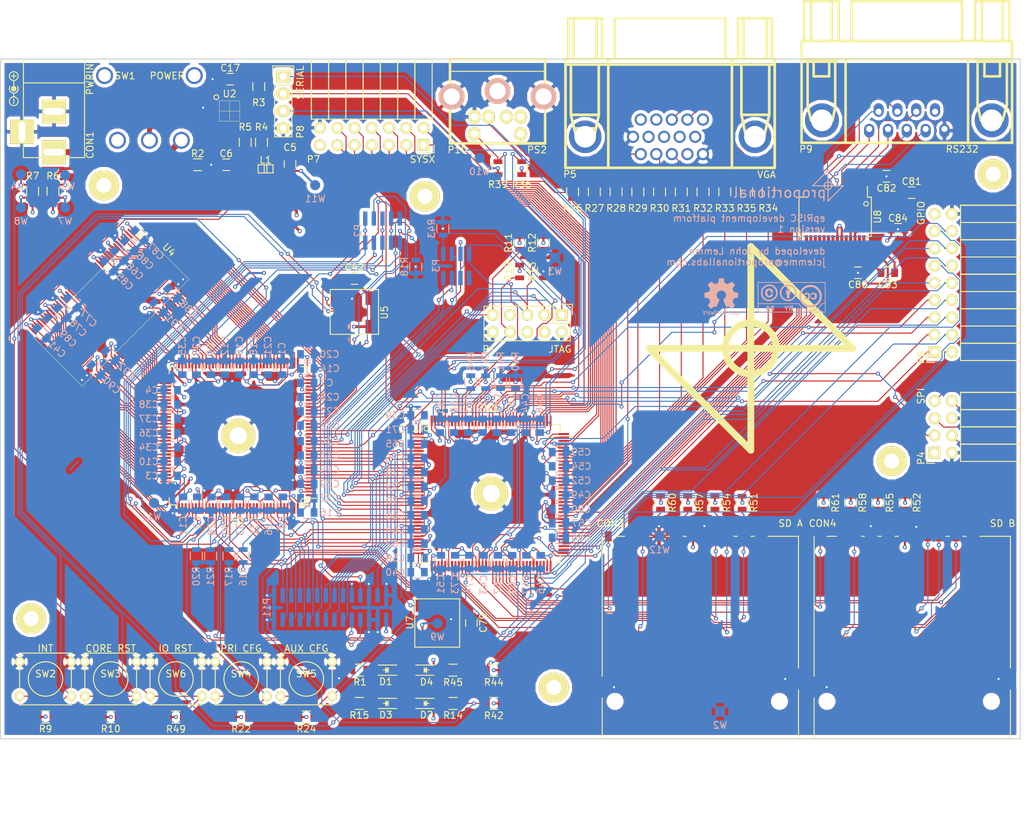
<source format=kicad_pcb>
(kicad_pcb (version 20160815) (host pcbnew no-vcs-found-undefined)
  (layers (0 F.Cu signal) (1 Gnd.Cu power) (2 Pwr.Cu power) (31 B.Cu signal) (34 B.Paste user) (35 F.Paste user) (36 B.SilkS user) (37 F.SilkS user) (38 B.Mask user) (39 F.Mask user) (44 Edge.Cuts user))
  (net 0 "")
  (net 1 VCC)
  (net 2 GND)
  (net 3 VEE)
  (net 4 +3V3)
  (net 5 VAA)
  (net 6 +5V)
  (net 7 "Net-(CON1-Pad1)")
  (net 8 /SPI_MISO)
  (net 9 /SPI_SCLK)
  (net 10 /SPI_MOSI)
  (net 11 /SPI_SS0)
  (net 12 "Net-(D1-Pad2)")
  (net 13 "Net-(D3-Pad2)")
  (net 14 "Net-(P1-Pad6)")
  (net 15 "Net-(P1-Pad7)")
  (net 16 /PRI_CONFSEL)
  (net 17 /PRI_DBG0)
  (net 18 /PRI_FDBG)
  (net 19 /PRI_DBG1)
  (net 20 /PRI_DBGRX)
  (net 21 /PRI_DBG2)
  (net 22 /PRI_DBGTX)
  (net 23 /PRI_DBG3)
  (net 24 /PRI_DBG5)
  (net 25 /PRI_DBG4)
  (net 26 /AUX_CONFSEL)
  (net 27 /AUX_DBG2)
  (net 28 /AUX_DBG0)
  (net 29 /AUX_DBG3)
  (net 30 /AUX_DBG1)
  (net 31 /AUX_DBG4)
  (net 32 /AUX_JTAGEN)
  (net 33 "Net-(P5-Pad1)")
  (net 34 "Net-(P5-Pad2)")
  (net 35 "Net-(P5-Pad3)")
  (net 36 "Net-(P5-Pad4)")
  (net 37 "Net-(P5-Pad9)")
  (net 38 /GIO_PIN0)
  (net 39 /GIO_PIN8)
  (net 40 /GIO_PIN1)
  (net 41 /GIO_PIN9)
  (net 42 /GIO_PIN2)
  (net 43 /GIO_PIN10)
  (net 44 /GIO_PIN3)
  (net 45 /GIO_PIN11)
  (net 46 /GIO_PIN4)
  (net 47 /GIO_PIN12)
  (net 48 /GIO_PIN5)
  (net 49 /GIO_PIN13)
  (net 50 /GIO_PIN6)
  (net 51 /GIO_PIN14)
  (net 52 /GIO_PIN7)
  (net 53 /GIO_PIN15)
  (net 54 /EXB_MISO0)
  (net 55 /EXB_MOSI0)
  (net 56 /EXB_MISO1)
  (net 57 /EXB_MOSI1)
  (net 58 /EXB_MISO2)
  (net 59 /EXB_MOSI2)
  (net 60 /EXB_MISO3)
  (net 61 /EXB_MOSI3)
  (net 62 /EXB_SS0)
  (net 63 /EXB_SS1)
  (net 64 /EXB_INT)
  (net 65 /EXB_CLK)
  (net 66 /TTL_RX)
  (net 67 /TTL_TX)
  (net 68 /TTL_RTS)
  (net 69 "Net-(P9-Pad9)")
  (net 70 /SER_CTS)
  (net 71 /SER_RTS)
  (net 72 /SER_DSR)
  (net 73 /SER_DTR)
  (net 74 /SER_TX)
  (net 75 /SER_RX)
  (net 76 /SER_DCD)
  (net 77 "Net-(R3-Pad1)")
  (net 78 "Net-(R4-Pad1)")
  (net 79 "Net-(R5-Pad1)")
  (net 80 /PRI_INT)
  (net 81 /PRI_RST)
  (net 82 /PRI_CONFDONE)
  (net 83 /PRI_FHLT)
  (net 84 /PRI_NSTATUS)
  (net 85 /PRI_CRCERR)
  (net 86 /PRI_DEVCLRN)
  (net 87 /PRI_DEVOE)
  (net 88 /PRI_NCONFIG)
  (net 89 /AUX_NCONFIG)
  (net 90 /VGA_R0)
  (net 91 /VGA_R1)
  (net 92 /VGA_R2)
  (net 93 /VGA_G0)
  (net 94 /VGA_G1)
  (net 95 /VGA_G2)
  (net 96 /VGA_B0)
  (net 97 /VGA_B1)
  (net 98 /VGA_HS)
  (net 99 "Net-(P5-Pad13)")
  (net 100 "Net-(P5-Pad14)")
  (net 101 /VGA_VS)
  (net 102 /AUX_DEVCLRN)
  (net 103 /AUX_DEVOE)
  (net 104 /AUX_CONFDONE)
  (net 105 /AUX_NSTATUS)
  (net 106 /AUX_CRCERR)
  (net 107 /AUX_RST)
  (net 108 /SPI_SS1)
  (net 109 /SPI_SS2)
  (net 110 /BUS_INT)
  (net 111 /MEM_CASn)
  (net 112 /MEM_WEn)
  (net 113 /MEM_CSn)
  (net 114 /MEM_RASn)
  (net 115 /MEM_CLK)
  (net 116 /MEM_CKE)
  (net 117 /MEM_A10)
  (net 118 /MEM_A9)
  (net 119 /MEM_A8)
  (net 120 /MEM_A6)
  (net 121 /MEM_A7)
  (net 122 /MEM_A5)
  (net 123 /MEM_A4)
  (net 124 /MEM_A11)
  (net 125 /MEM_A3)
  (net 126 /MEM_A2)
  (net 127 /MEM_A1)
  (net 128 /MEM_A0)
  (net 129 /MEM_DQ31)
  (net 130 /MEM_DQ30)
  (net 131 /MEM_DQ29)
  (net 132 /MEM_DQ7)
  (net 133 /MEM_DQ9)
  (net 134 /MEM_DQ6)
  (net 135 /MEM_DQ8)
  (net 136 /MEM_DQ5)
  (net 137 /MEM_DQ11)
  (net 138 /MEM_DQ4)
  (net 139 /MEM_DQ10)
  (net 140 /MEM_DQ1)
  (net 141 /MEM_DQ3)
  (net 142 /MEM_DQ0)
  (net 143 /MEM_DQ2)
  (net 144 /MEM_BA1)
  (net 145 /PRI_CLK)
  (net 146 /BUS_SS1)
  (net 147 /BUS_CLK)
  (net 148 /BUS_MISO7)
  (net 149 /BUS_SS0)
  (net 150 /MEM_BA0)
  (net 151 /MEM_DQ23)
  (net 152 /MEM_DQ22)
  (net 153 /MEM_DQ15)
  (net 154 /MEM_DQ14)
  (net 155 /MEM_DQ13)
  (net 156 /MEM_DQ12)
  (net 157 /MEM_DQ19)
  (net 158 /MEM_DQ18)
  (net 159 /MEM_DQ28)
  (net 160 /MEM_DQ17)
  (net 161 /MEM_DQ16)
  (net 162 /MEM_DQ27)
  (net 163 /MEM_DQ26)
  (net 164 /MEM_DQ25)
  (net 165 /MEM_DQ24)
  (net 166 /MEM_DQ21)
  (net 167 /MEM_DQ20)
  (net 168 /BUS_MISO5)
  (net 169 /BUS_MISO4)
  (net 170 /BUS_MISO6)
  (net 171 /BUS_MISO3)
  (net 172 /BUS_MISO2)
  (net 173 /BUS_MISO1)
  (net 174 /BUS_MISO0)
  (net 175 /MEM_DQM3)
  (net 176 /MEM_DQM2)
  (net 177 /MEM_DQM1)
  (net 178 /MEM_DQM0)
  (net 179 /BUS_MOSI7)
  (net 180 /BUS_MOSI6)
  (net 181 /BUS_MOSI5)
  (net 182 /BUS_MOSI4)
  (net 183 /BUS_MOSI3)
  (net 184 /BUS_MOSI2)
  (net 185 /BUS_MOSI1)
  (net 186 /BUS_MOSI0)
  (net 187 "Net-(U2-Pad1)")
  (net 188 "Net-(U2-Pad4)")
  (net 189 "Net-(U4-Pad14)")
  (net 190 "Net-(U4-Pad30)")
  (net 191 /AUX_CLK)
  (net 192 /SPI_WP0)
  (net 193 /SPI_WP1)
  (net 194 /SPI_CD0)
  (net 195 /SPI_CD1)
  (net 196 "Net-(CON3-Pad9)")
  (net 197 "Net-(CON3-Pad8)")
  (net 198 "Net-(CON4-Pad8)")
  (net 199 "Net-(CON4-Pad9)")
  (net 200 "Net-(P5-Pad11)")
  (net 201 "Net-(P5-Pad12)")
  (net 202 "Net-(P5-Pad15)")
  (net 203 "Net-(P10-Pad2)")
  (net 204 "Net-(P10-Pad6)")
  (net 205 "Net-(U2-Pad16)")
  (net 206 "Net-(U2-Pad15)")
  (net 207 "Net-(U2-Pad9)")
  (net 208 "Net-(U4-Pad73)")
  (net 209 "Net-(U4-Pad70)")
  (net 210 "Net-(U4-Pad69)")
  (net 211 "Net-(U4-Pad57)")
  (net 212 "Net-(C80-Pad1)")
  (net 213 "Net-(C81-Pad1)")
  (net 214 "Net-(C81-Pad2)")
  (net 215 "Net-(C82-Pad2)")
  (net 216 "Net-(C83-Pad1)")
  (net 217 "Net-(C83-Pad2)")
  (net 218 /AUX_DBG5)
  (net 219 "Net-(P9-Pad3)")
  (net 220 "Net-(P9-Pad2)")
  (net 221 "Net-(P9-Pad1)")
  (net 222 "Net-(P9-Pad4)")
  (net 223 "Net-(P9-Pad8)")
  (net 224 "Net-(P9-Pad7)")
  (net 225 "Net-(P9-Pad6)")
  (net 226 /PS2_CLK)
  (net 227 /PS2_DAT)
  (net 228 "Net-(U8-Pad8)")
  (net 229 "Net-(U8-Pad19)")
  (net 230 "Net-(U8-Pad20)")
  (net 231 "Net-(U8-Pad21)")
  (net 232 /JTAG_TCK)
  (net 233 /JTAG_TDO)
  (net 234 /JTAG_TMS)
  (net 235 /JTAG_TDI)
  (net 236 "Net-(P3-Pad8)")
  (net 237 /SPI_SS3)
  (net 238 /BETW_TDO)
  (net 239 "Net-(D2-Pad1)")
  (net 240 "Net-(D4-Pad1)")
  (module w_conn_d-sub:DB_9F (layer F.Cu) (at 203.4 40.65 180)
    (fp_text reference P9 (at 14.85 -11.35 180) (layer F.SilkS))
    (fp_text value RS232 (at -8.15 -11.35 180) (layer F.SilkS))
    (pad "" thru_hole circle (at -12.49426 -7.112 180) (size 5.00126 5.00126) (drill 3.2004) (layers *.Cu *.Mask))
    (pad 6 thru_hole oval (at 4.15544 -5.842 180) (size 1.50114 1.99898) (drill 0.89916 (offset 0 0.24892)) (layers *.Cu *.Mask) (net 225 "Net-(P9-Pad6)"))
    (pad 7 thru_hole oval (at 1.3843 -5.842 180) (size 1.50114 1.99898) (drill 0.89916 (offset 0 0.24892)) (layers *.Cu *.Mask) (net 224 "Net-(P9-Pad7)"))
    (pad 8 thru_hole oval (at -1.3843 -5.842 180) (size 1.50114 1.99898) (drill 0.89916 (offset 0 0.24892)) (layers *.Cu *.Mask) (net 223 "Net-(P9-Pad8)"))
    (pad 9 thru_hole oval (at -4.15544 -5.842 180) (size 1.50114 1.99898) (drill 0.89916 (offset 0 0.24892)) (layers *.Cu *.Mask) (net 69 "Net-(P9-Pad9)"))
    (pad 5 thru_hole oval (at -5.53974 -8.382 180) (size 1.50114 1.99898) (drill 0.89916 (offset 0 -0.24892)) (layers *.Cu *.Mask) (net 2 GND))
    (pad 4 thru_hole oval (at -2.77114 -8.382 180) (size 1.50114 1.99898) (drill 0.89916 (offset 0 -0.24892)) (layers *.Cu *.Mask) (net 222 "Net-(P9-Pad4)"))
    (pad 1 thru_hole oval (at 5.53974 -8.382 180) (size 1.50114 1.99898) (drill 0.89916 (offset 0 -0.24892)) (layers *.Cu *.Mask) (net 221 "Net-(P9-Pad1)"))
    (pad 2 thru_hole oval (at 2.77114 -8.382 180) (size 1.50114 1.99898) (drill 0.89916 (offset 0 -0.24892)) (layers *.Cu *.Mask) (net 220 "Net-(P9-Pad2)"))
    (pad 3 thru_hole oval (at 0 -8.382 180) (size 1.50114 1.99898) (drill 0.89916 (offset 0 -0.24892)) (layers *.Cu *.Mask) (net 219 "Net-(P9-Pad3)"))
    (pad "" thru_hole circle (at 12.49426 -7.112 180) (size 5.00126 5.00126) (drill 3.2004) (layers *.Cu *.Mask))
  )
  (module Mounting_Holes:MountingHole_2.2mm_M2_Pad (layer F.Cu) (at 132.45 58.95)
    (fp_text reference "" (at 0 -3.2) (layer F.SilkS))
    (fp_text value MountingHole_2.2mm_M2_Pad)
    (pad 1 thru_hole circle (at 0 0) (size 4.4 4.4) (drill 2.2) (layers *.Cu *.Mask F.SilkS))
  )
  (module Mounting_Holes:MountingHole_2.2mm_M2_Pad (layer F.Cu) (at 216.09 55.68)
    (fp_text reference "" (at 0 -3.2) (layer F.SilkS))
    (fp_text value MountingHole_2.2mm_M2_Pad)
    (pad 1 thru_hole circle (at 0 0) (size 4.4 4.4) (drill 2.2) (layers *.Cu *.Mask F.SilkS))
  )
  (module Mounting_Holes:MountingHole_2.2mm_M2_Pad (layer F.Cu) (at 85.19 57.34)
    (fp_text reference "" (at 0 -3.2) (layer F.SilkS))
    (fp_text value MountingHole_2.2mm_M2_Pad)
    (pad 1 thru_hole circle (at 0 0) (size 4.4 4.4) (drill 2.2) (layers *.Cu *.Mask F.SilkS))
  )
  (module Mounting_Holes:MountingHole_2.2mm_M2_Pad (layer F.Cu) (at 201.17 97.93)
    (fp_text reference "" (at 4.77 1.92) (layer F.SilkS))
    (fp_text value MountingHole_2.2mm_M2_Pad)
    (pad 1 thru_hole circle (at 0 0) (size 4.4 4.4) (drill 2.2) (layers *.Cu *.Mask F.SilkS))
  )
  (module Mounting_Holes:MountingHole_2.2mm_M2_Pad (layer F.Cu) (at 151.43 131.26)
    (fp_text reference "" (at 0 -3.2) (layer F.SilkS))
    (fp_text value MountingHole_2.2mm_M2_Pad)
    (pad 1 thru_hole circle (at 0 0) (size 4.4 4.4) (drill 2.2) (layers *.Cu *.Mask F.SilkS))
  )
  (module Mounting_Holes:MountingHole_2.2mm_M2_Pad (layer F.Cu) (at 74.49 121.12)
    (fp_text reference "" (at 0 -3.2) (layer F.SilkS))
    (fp_text value MountingHole_2.2mm_M2_Pad)
    (pad 1 thru_hole circle (at 0 0) (size 4.4 4.4) (drill 2.2) (layers *.Cu *.Mask F.SilkS))
  )
  (module altera:TSOP-86 (layer F.Cu) (at 90.54 64 315)
    (fp_text reference U4 (at 5 -1 315) (layer F.SilkS))
    (fp_text value IS45S32800J)
    (pad 2 smd rect (at -0.729999 1.11 315) (size 1.4 0.28) (layers F.Cu F.Paste F.Mask) (net 142 /MEM_DQ0))
    (pad 3 smd rect (at -0.73 1.61 315) (size 1.4 0.28) (layers F.Cu F.Paste F.Mask) (net 5 VAA))
    (pad 4 smd rect (at -0.73 2.11 315) (size 1.4 0.28) (layers F.Cu F.Paste F.Mask) (net 140 /MEM_DQ1))
    (pad 5 smd rect (at -0.73 2.61 315) (size 1.4 0.28) (layers F.Cu F.Paste F.Mask) (net 143 /MEM_DQ2))
    (pad 6 smd rect (at -0.73 3.11 315) (size 1.4 0.28) (layers F.Cu F.Paste F.Mask) (net 2 GND))
    (pad 7 smd rect (at -0.729999 3.61 315) (size 1.4 0.28) (layers F.Cu F.Paste F.Mask) (net 141 /MEM_DQ3))
    (pad 8 smd rect (at -0.73 4.11 315) (size 1.4 0.28) (layers F.Cu F.Paste F.Mask) (net 138 /MEM_DQ4))
    (pad 9 smd rect (at -0.73 4.61 315) (size 1.4 0.28) (layers F.Cu F.Paste F.Mask) (net 5 VAA))
    (pad 10 smd rect (at -0.73 5.11 315) (size 1.4 0.28) (layers F.Cu F.Paste F.Mask) (net 136 /MEM_DQ5))
    (pad 11 smd rect (at -0.73 5.61 315) (size 1.4 0.28) (layers F.Cu F.Paste F.Mask) (net 134 /MEM_DQ6))
    (pad 13 smd rect (at -0.73 6.61 315) (size 1.4 0.28) (layers F.Cu F.Paste F.Mask) (net 132 /MEM_DQ7))
    (pad 14 smd rect (at -0.73 7.11 315) (size 1.4 0.28) (layers F.Cu F.Paste F.Mask) (net 189 "Net-(U4-Pad14)"))
    (pad 15 smd rect (at -0.73 7.610001 315) (size 1.4 0.28) (layers F.Cu F.Paste F.Mask) (net 1 VCC))
    (pad 16 smd rect (at -0.73 8.11 315) (size 1.4 0.28) (layers F.Cu F.Paste F.Mask) (net 178 /MEM_DQM0))
    (pad 17 smd rect (at -0.73 8.609999 315) (size 1.4 0.28) (layers F.Cu F.Paste F.Mask) (net 112 /MEM_WEn))
    (pad 18 smd rect (at -0.73 9.11 315) (size 1.4 0.28) (layers F.Cu F.Paste F.Mask) (net 111 /MEM_CASn))
    (pad 19 smd rect (at -0.73 9.61 315) (size 1.4 0.28) (layers F.Cu F.Paste F.Mask) (net 114 /MEM_RASn))
    (pad 20 smd rect (at -0.73 10.110001 315) (size 1.4 0.28) (layers F.Cu F.Paste F.Mask) (net 113 /MEM_CSn))
    (pad 21 smd rect (at -0.73 10.61 315) (size 1.4 0.28) (layers F.Cu F.Paste F.Mask) (net 124 /MEM_A11))
    (pad 22 smd rect (at -0.73 11.11 315) (size 1.4 0.28) (layers F.Cu F.Paste F.Mask) (net 150 /MEM_BA0))
    (pad 23 smd rect (at -0.73 11.61 315) (size 1.4 0.28) (layers F.Cu F.Paste F.Mask) (net 144 /MEM_BA1))
    (pad 24 smd rect (at -0.73 12.11 315) (size 1.4 0.28) (layers F.Cu F.Paste F.Mask) (net 117 /MEM_A10))
    (pad 25 smd rect (at -0.729999 12.61 315) (size 1.4 0.28) (layers F.Cu F.Paste F.Mask) (net 128 /MEM_A0))
    (pad 26 smd rect (at -0.73 13.11 315) (size 1.4 0.28) (layers F.Cu F.Paste F.Mask) (net 127 /MEM_A1))
    (pad 27 smd rect (at -0.73 13.61 315) (size 1.4 0.28) (layers F.Cu F.Paste F.Mask) (net 126 /MEM_A2))
    (pad 28 smd rect (at -0.73 14.11 315) (size 1.4 0.28) (layers F.Cu F.Paste F.Mask) (net 176 /MEM_DQM2))
    (pad 29 smd rect (at -0.73 14.61 315) (size 1.4 0.28) (layers F.Cu F.Paste F.Mask) (net 1 VCC))
    (pad 30 smd rect (at -0.729999 15.11 315) (size 1.4 0.28) (layers F.Cu F.Paste F.Mask) (net 190 "Net-(U4-Pad30)"))
    (pad 31 smd rect (at -0.73 15.61 315) (size 1.4 0.28) (layers F.Cu F.Paste F.Mask) (net 161 /MEM_DQ16))
    (pad 32 smd rect (at -0.73 16.11 315) (size 1.4 0.28) (layers F.Cu F.Paste F.Mask) (net 2 GND))
    (pad 33 smd rect (at -0.73 16.610001 315) (size 1.4 0.28) (layers F.Cu F.Paste F.Mask) (net 160 /MEM_DQ17))
    (pad 34 smd rect (at -0.73 17.11 315) (size 1.4 0.28) (layers F.Cu F.Paste F.Mask) (net 158 /MEM_DQ18))
    (pad 35 smd rect (at -0.73 17.609999 315) (size 1.4 0.28) (layers F.Cu F.Paste F.Mask) (net 5 VAA))
    (pad 36 smd rect (at -0.73 18.11 315) (size 1.4 0.28) (layers F.Cu F.Paste F.Mask) (net 157 /MEM_DQ19))
    (pad 37 smd rect (at -0.73 18.61 315) (size 1.4 0.28) (layers F.Cu F.Paste F.Mask) (net 167 /MEM_DQ20))
    (pad 38 smd rect (at -0.73 19.110001 315) (size 1.4 0.28) (layers F.Cu F.Paste F.Mask) (net 2 GND))
    (pad 39 smd rect (at -0.73 19.61 315) (size 1.4 0.28) (layers F.Cu F.Paste F.Mask) (net 166 /MEM_DQ21))
    (pad 40 smd rect (at -0.73 20.109999 315) (size 1.4 0.28) (layers F.Cu F.Paste F.Mask) (net 152 /MEM_DQ22))
    (pad 41 smd rect (at -0.73 20.61 315) (size 1.4 0.28) (layers F.Cu F.Paste F.Mask) (net 5 VAA))
    (pad 42 smd rect (at -0.73 21.11 315) (size 1.4 0.28) (layers F.Cu F.Paste F.Mask) (net 151 /MEM_DQ23))
    (pad 43 smd rect (at -0.729999 21.61 315) (size 1.4 0.28) (layers F.Cu F.Paste F.Mask) (net 1 VCC))
    (pad 44 smd rect (at 10.89 21.61 315) (size 1.4 0.28) (layers F.Cu F.Paste F.Mask) (net 2 GND))
    (pad 45 smd rect (at 10.89 21.11 315) (size 1.4 0.28) (layers F.Cu F.Paste F.Mask) (net 165 /MEM_DQ24))
    (pad 46 smd rect (at 10.89 20.61 315) (size 1.4 0.28) (layers F.Cu F.Paste F.Mask) (net 2 GND))
    (pad 47 smd rect (at 10.89 20.11 315) (size 1.4 0.28) (layers F.Cu F.Paste F.Mask) (net 164 /MEM_DQ25))
    (pad 48 smd rect (at 10.89 19.61 315) (size 1.4 0.28) (layers F.Cu F.Paste F.Mask) (net 163 /MEM_DQ26))
    (pad 49 smd rect (at 10.89 19.11 315) (size 1.4 0.28) (layers F.Cu F.Paste F.Mask) (net 5 VAA))
    (pad 50 smd rect (at 10.89 18.61 315) (size 1.4 0.28) (layers F.Cu F.Paste F.Mask) (net 162 /MEM_DQ27))
    (pad 51 smd rect (at 10.89 18.11 315) (size 1.4 0.28) (layers F.Cu F.Paste F.Mask) (net 159 /MEM_DQ28))
    (pad 52 smd rect (at 10.89 17.61 315) (size 1.4 0.28) (layers F.Cu F.Paste F.Mask) (net 2 GND))
    (pad 53 smd rect (at 10.89 17.11 315) (size 1.4 0.28) (layers F.Cu F.Paste F.Mask) (net 131 /MEM_DQ29))
    (pad 54 smd rect (at 10.89 16.61 315) (size 1.4 0.28) (layers F.Cu F.Paste F.Mask) (net 130 /MEM_DQ30))
    (pad 55 smd rect (at 10.89 16.11 315) (size 1.4 0.28) (layers F.Cu F.Paste F.Mask) (net 5 VAA))
    (pad 56 smd rect (at 10.89 15.61 315) (size 1.4 0.28) (layers F.Cu F.Paste F.Mask) (net 129 /MEM_DQ31))
    (pad 57 smd rect (at 10.89 15.11 315) (size 1.4 0.28) (layers F.Cu F.Paste F.Mask) (net 211 "Net-(U4-Pad57)"))
    (pad 58 smd rect (at 10.89 14.61 315) (size 1.4 0.28) (layers F.Cu F.Paste F.Mask) (net 2 GND))
    (pad 59 smd rect (at 10.89 14.11 315) (size 1.4 0.28) (layers F.Cu F.Paste F.Mask) (net 175 /MEM_DQM3))
    (pad 60 smd rect (at 10.89 13.61 315) (size 1.4 0.28) (layers F.Cu F.Paste F.Mask) (net 125 /MEM_A3))
    (pad 61 smd rect (at 10.89 13.11 315) (size 1.4 0.28) (layers F.Cu F.Paste F.Mask) (net 123 /MEM_A4))
    (pad 62 smd rect (at 10.89 12.61 315) (size 1.4 0.28) (layers F.Cu F.Paste F.Mask) (net 122 /MEM_A5))
    (pad 63 smd rect (at 10.89 12.11 315) (size 1.4 0.28) (layers F.Cu F.Paste F.Mask) (net 120 /MEM_A6))
    (pad 64 smd rect (at 10.89 11.61 315) (size 1.4 0.28) (layers F.Cu F.Paste F.Mask) (net 121 /MEM_A7))
    (pad 65 smd rect (at 10.89 11.11 315) (size 1.4 0.28) (layers F.Cu F.Paste F.Mask) (net 119 /MEM_A8))
    (pad 66 smd rect (at 10.89 10.61 315) (size 1.4 0.28) (layers F.Cu F.Paste F.Mask) (net 118 /MEM_A9))
    (pad 67 smd rect (at 10.89 10.11 315) (size 1.4 0.28) (layers F.Cu F.Paste F.Mask) (net 116 /MEM_CKE))
    (pad 68 smd rect (at 10.89 9.61 315) (size 1.4 0.28) (layers F.Cu F.Paste F.Mask) (net 115 /MEM_CLK))
    (pad 69 smd rect (at 10.89 9.11 315) (size 1.4 0.28) (layers F.Cu F.Paste F.Mask) (net 210 "Net-(U4-Pad69)"))
    (pad 70 smd rect (at 10.89 8.61 315) (size 1.4 0.28) (layers F.Cu F.Paste F.Mask) (net 209 "Net-(U4-Pad70)"))
    (pad 71 smd rect (at 10.89 8.11 315) (size 1.4 0.28) (layers F.Cu F.Paste F.Mask) (net 177 /MEM_DQM1))
    (pad 72 smd rect (at 10.89 7.61 315) (size 1.4 0.28) (layers F.Cu F.Paste F.Mask) (net 2 GND))
    (pad 73 smd rect (at 10.89 7.11 315) (size 1.4 0.28) (layers F.Cu F.Paste F.Mask) (net 208 "Net-(U4-Pad73)"))
    (pad 74 smd rect (at 10.89 6.61 315) (size 1.4 0.28) (layers F.Cu F.Paste F.Mask) (net 135 /MEM_DQ8))
    (pad 75 smd rect (at 10.89 6.11 315) (size 1.4 0.28) (layers F.Cu F.Paste F.Mask) (net 5 VAA))
    (pad 76 smd rect (at 10.89 5.61 315) (size 1.4 0.28) (layers F.Cu F.Paste F.Mask) (net 133 /MEM_DQ9))
    (pad 77 smd rect (at 10.89 5.11 315) (size 1.4 0.28) (layers F.Cu F.Paste F.Mask) (net 139 /MEM_DQ10))
    (pad 78 smd rect (at 10.89 4.61 315) (size 1.4 0.28) (layers F.Cu F.Paste F.Mask) (net 2 GND))
    (pad 79 smd rect (at 10.89 4.11 315) (size 1.4 0.28) (layers F.Cu F.Paste F.Mask) (net 137 /MEM_DQ11))
    (pad 80 smd rect (at 10.89 3.61 315) (size 1.4 0.28) (layers F.Cu F.Paste F.Mask) (net 156 /MEM_DQ12))
    (pad 81 smd rect (at 10.89 3.11 315) (size 1.4 0.28) (layers F.Cu F.Paste F.Mask) (net 5 VAA))
    (pad 82 smd rect (at 10.89 2.61 315) (size 1.4 0.28) (layers F.Cu F.Paste F.Mask) (net 155 /MEM_DQ13))
    (pad 83 smd rect (at 10.89 2.11 315) (size 1.4 0.28) (layers F.Cu F.Paste F.Mask) (net 154 /MEM_DQ14))
    (pad 84 smd rect (at 10.89 1.61 315) (size 1.4 0.28) (layers F.Cu F.Paste F.Mask) (net 2 GND))
    (pad 85 smd rect (at 10.89 1.11 315) (size 1.4 0.28) (layers F.Cu F.Paste F.Mask) (net 153 /MEM_DQ15))
    (pad 86 smd rect (at 10.89 0.61 315) (size 1.4 0.28) (layers F.Cu F.Paste F.Mask) (net 2 GND))
    (pad 12 smd rect (at -0.73 6.109999 315) (size 1.4 0.28) (layers F.Cu F.Paste F.Mask) (net 2 GND))
    (pad 1 smd rect (at -0.73 0.61 315) (size 1.4 0.28) (layers F.Cu F.Paste F.Mask) (net 1 VCC))
  )
  (module altera:SW_SLIDE_PWR (layer F.Cu) (at 91.9 50.7)
    (fp_text reference SW1 (at -3.6 -9.5) (layer F.SilkS))
    (fp_text value POWER)
    (pad 1 thru_hole circle (at 4.7 0) (size 2.5 2.5) (drill 1.85) (layers *.Cu *.Mask) (net 7 "Net-(CON1-Pad1)"))
    (pad 2 thru_hole circle (at 0 0) (size 2.5 2.5) (drill 1.85) (layers *.Cu *.Mask) (net 6 +5V))
    (pad 3 thru_hole circle (at -4.7 0) (size 2.5 2.5) (drill 1.85) (layers *.Cu *.Mask))
    (pad 4 thru_hole circle (at -6.605 -9.53) (size 2.5 2.5) (drill 1.85) (layers *.Cu *.Mask))
    (pad 5 thru_hole circle (at 6.605 -9.53) (size 2.5 2.5) (drill 1.85) (layers *.Cu *.Mask))
  )
  (module din:00JG-MiniDin6 (layer F.Cu) (at 143.15 38.75)
    (fp_text reference P10 (at -5.9 13.35) (layer F.SilkS))
    (fp_text value PS2 (at 5.8 13.35) (layer F.SilkS))
    (pad 3 thru_hole circle (at 6.76 5.51) (size 3.81 3.81) (drill 2.4) (layers *.Cu *.SilkS *.Mask) (net 2 GND))
    (pad 3 thru_hole circle (at -6.76 5.51) (size 3.81 3.81) (drill 2.4) (layers *.Cu *.SilkS *.Mask) (net 2 GND))
    (pad 3 thru_hole oval (at -3.4 8.5) (size 1.778 2.032) (drill 1.1) (layers *.Cu *.Mask F.SilkS) (net 2 GND))
    (pad 5 thru_hole oval (at -3.4 11) (size 1.778 2.032) (drill 1.1) (layers *.Cu *.Mask F.SilkS) (net 226 /PS2_CLK))
    (pad 4 thru_hole oval (at 3.4 8.5) (size 1.778 2.032) (drill 1.1) (layers *.Cu *.Mask F.SilkS) (net 6 +5V))
    (pad 3 thru_hole circle (at 0 4.7) (size 3.81 3.81) (drill 2.4) (layers *.Cu *.SilkS *.Mask) (net 2 GND))
    (pad 6 thru_hole oval (at 3.4 11) (size 1.778 2.032) (drill 1.1) (layers *.Cu *.Mask F.SilkS) (net 204 "Net-(P10-Pad6)"))
    (pad 1 thru_hole oval (at -1.3 8.5) (size 1.778 2.032) (drill 1.1) (layers *.Cu *.Mask F.SilkS) (net 227 /PS2_DAT))
    (pad 2 thru_hole oval (at 1.3 8.5) (size 1.778 2.032) (drill 1.1) (layers *.Cu *.Mask F.SilkS) (net 203 "Net-(P10-Pad2)"))
  )
  (module w_smd_inductors:inductor_smd_0603 (layer F.Cu) (at 109 54.9)
    (fp_text reference L1 (at 0 -1.3) (layer F.SilkS))
    (fp_text value 600o/500mA hide)
    (pad 2 smd rect (at 0.63754 0) (size 0.635 1.016) (layers F.Cu F.Paste F.Mask) (net 3 VEE))
    (pad 1 smd rect (at -0.63754 0) (size 0.635 1.016) (layers F.Cu F.Paste F.Mask) (net 4 +3V3))
  )
  (module Capacitors_SMD:C_0805 (layer B.Cu) (at 111.44 84.2 90)
    (fp_text reference C1 (at 2.8 -0.04 90) (layer B.SilkS) (effects (justify mirror)))
    (fp_text value 0.1u)
    (pad 2 smd rect (at 1 0 90) (size 1 1.25) (layers B.Cu B.Paste B.Mask) (net 2 GND))
    (pad 1 smd rect (at -1 0 90) (size 1 1.25) (layers B.Cu B.Paste B.Mask) (net 1 VCC))
  )
  (module Capacitors_SMD:C_0805 (layer B.Cu) (at 98.94 104.2 270)
    (fp_text reference C2 (at 2.8 -0.01 270) (layer B.SilkS) (effects (justify mirror)))
    (fp_text value 0.1u)
    (pad 1 smd rect (at -1 0 270) (size 1 1.25) (layers B.Cu B.Paste B.Mask) (net 1 VCC))
    (pad 2 smd rect (at 1 0 270) (size 1 1.25) (layers B.Cu B.Paste B.Mask) (net 2 GND))
  )
  (module Capacitors_SMD:C_0805 (layer B.Cu) (at 95.04 100.1 180)
    (fp_text reference C3 (at 2.79 0 180) (layer B.SilkS) (effects (justify mirror)))
    (fp_text value 0.1u)
    (pad 2 smd rect (at 1 0 180) (size 1 1.25) (layers B.Cu B.Paste B.Mask) (net 2 GND))
    (pad 1 smd rect (at -1 0 180) (size 1 1.25) (layers B.Cu B.Paste B.Mask) (net 1 VCC))
  )
  (module Capacitors_SMD:C_0805 (layer B.Cu) (at 95.04 87.5 180)
    (fp_text reference C4 (at 2.79 0 180) (layer B.SilkS) (effects (justify mirror)))
    (fp_text value 0.1u)
    (pad 1 smd rect (at -1 0 180) (size 1 1.25) (layers B.Cu B.Paste B.Mask) (net 1 VCC))
    (pad 2 smd rect (at 1 0 180) (size 1 1.25) (layers B.Cu B.Paste B.Mask) (net 2 GND))
  )
  (module Capacitors_SMD:C_0805 (layer F.Cu) (at 112.6 54.2 90)
    (fp_text reference C5 (at 2.45 0 180) (layer F.SilkS))
    (fp_text value 10u)
    (pad 1 smd rect (at -1 0 90) (size 1 1.25) (layers F.Cu F.Paste F.Mask) (net 3 VEE))
    (pad 2 smd rect (at 1 0 90) (size 1 1.25) (layers F.Cu F.Paste F.Mask) (net 2 GND))
  )
  (module Capacitors_SMD:C_0805 (layer F.Cu) (at 103.2 54.3)
    (fp_text reference C6 (at 0 -1.65) (layer F.SilkS))
    (fp_text value 47u/16v)
    (pad 1 smd rect (at -1 0) (size 1 1.25) (layers F.Cu F.Paste F.Mask) (net 4 +3V3))
    (pad 2 smd rect (at 1 0) (size 1 1.25) (layers F.Cu F.Paste F.Mask) (net 2 GND))
  )
  (module Capacitors_SMD:C_0805 (layer B.Cu) (at 115.14 86.4)
    (fp_text reference C7 (at 2.86 0) (layer B.SilkS) (effects (justify mirror)))
    (fp_text value 0.1u)
    (pad 2 smd rect (at 1 0) (size 1 1.25) (layers B.Cu B.Paste B.Mask) (net 2 GND))
    (pad 1 smd rect (at -1 0) (size 1 1.25) (layers B.Cu B.Paste B.Mask) (net 3 VEE))
  )
  (module Capacitors_SMD:C_0805 (layer B.Cu) (at 111.54 104.2 270)
    (fp_text reference C8 (at 2.8 -0.01 270) (layer B.SilkS) (effects (justify mirror)))
    (fp_text value 0.1u)
    (pad 2 smd rect (at 1 0 270) (size 1 1.25) (layers B.Cu B.Paste B.Mask) (net 2 GND))
    (pad 1 smd rect (at -1 0 270) (size 1 1.25) (layers B.Cu B.Paste B.Mask) (net 1 VCC))
  )
  (module Capacitors_SMD:C_0805 (layer B.Cu) (at 100.94 84.2 90)
    (fp_text reference C9 (at 2.75 0.01 90) (layer B.SilkS) (effects (justify mirror)))
    (fp_text value 0.1u)
    (pad 2 smd rect (at 1 0 90) (size 1 1.25) (layers B.Cu B.Paste B.Mask) (net 2 GND))
    (pad 1 smd rect (at -1 0 90) (size 1 1.25) (layers B.Cu B.Paste B.Mask) (net 5 VAA))
  )
  (module Capacitors_SMD:C_0805 (layer B.Cu) (at 95.04 98 180)
    (fp_text reference C10 (at 3.24 0 180) (layer B.SilkS) (effects (justify mirror)))
    (fp_text value 0.1u)
    (pad 1 smd rect (at -1 0 180) (size 1 1.25) (layers B.Cu B.Paste B.Mask) (net 3 VEE))
    (pad 2 smd rect (at 1 0 180) (size 1 1.25) (layers B.Cu B.Paste B.Mask) (net 2 GND))
  )
  (module Capacitors_SMD:C_0805 (layer B.Cu) (at 96.84 104.2 270)
    (fp_text reference C11 (at 3.25 -0.01 270) (layer B.SilkS) (effects (justify mirror)))
    (fp_text value 0.1u)
    (pad 1 smd rect (at -1 0 270) (size 1 1.25) (layers B.Cu B.Paste B.Mask) (net 1 VCC))
    (pad 2 smd rect (at 1 0 270) (size 1 1.25) (layers B.Cu B.Paste B.Mask) (net 2 GND))
  )
  (module Capacitors_SMD:C_0805 (layer B.Cu) (at 103.04 84.2 90)
    (fp_text reference C12 (at 3.25 -0.04 90) (layer B.SilkS) (effects (justify mirror)))
    (fp_text value 1u)
    (pad 1 smd rect (at -1 0 90) (size 1 1.25) (layers B.Cu B.Paste B.Mask) (net 5 VAA))
    (pad 2 smd rect (at 1 0 90) (size 1 1.25) (layers B.Cu B.Paste B.Mask) (net 2 GND))
  )
  (module Capacitors_SMD:C_0805 (layer B.Cu) (at 115.14 97.1)
    (fp_text reference C13 (at 3.31 0) (layer B.SilkS) (effects (justify mirror)))
    (fp_text value 0.1u)
    (pad 1 smd rect (at -1 0) (size 1 1.25) (layers B.Cu B.Paste B.Mask) (net 5 VAA))
    (pad 2 smd rect (at 1 0) (size 1 1.25) (layers B.Cu B.Paste B.Mask) (net 2 GND))
  )
  (module Capacitors_SMD:C_0805 (layer B.Cu) (at 115.14 84.3)
    (fp_text reference C14 (at 3.31 0) (layer B.SilkS) (effects (justify mirror)))
    (fp_text value 0.1u)
    (pad 2 smd rect (at 1 0) (size 1 1.25) (layers B.Cu B.Paste B.Mask) (net 2 GND))
    (pad 1 smd rect (at -1 0) (size 1 1.25) (layers B.Cu B.Paste B.Mask) (net 3 VEE))
  )
  (module Capacitors_SMD:C_0805 (layer B.Cu) (at 115.14 99.2)
    (fp_text reference C15 (at 3.31 0) (layer B.SilkS) (effects (justify mirror)))
    (fp_text value 1u)
    (pad 2 smd rect (at 1 0) (size 1 1.25) (layers B.Cu B.Paste B.Mask) (net 2 GND))
    (pad 1 smd rect (at -1 0) (size 1 1.25) (layers B.Cu B.Paste B.Mask) (net 5 VAA))
  )
  (module Capacitors_SMD:C_0805 (layer B.Cu) (at 115.14 105.5)
    (fp_text reference C16 (at 3.31 0) (layer B.SilkS) (effects (justify mirror)))
    (fp_text value 0.1u)
    (pad 2 smd rect (at 1 0) (size 1 1.25) (layers B.Cu B.Paste B.Mask) (net 2 GND))
    (pad 1 smd rect (at -1 0) (size 1 1.25) (layers B.Cu B.Paste B.Mask) (net 1 VCC))
  )
  (module Capacitors_SMD:C_0805 (layer F.Cu) (at 103.8 41.7 180)
    (fp_text reference C17 (at 0 1.65 180) (layer F.SilkS))
    (fp_text value 4.7u)
    (pad 2 smd rect (at 1 0 180) (size 1 1.25) (layers F.Cu F.Paste F.Mask) (net 2 GND))
    (pad 1 smd rect (at -1 0 180) (size 1 1.25) (layers F.Cu F.Paste F.Mask) (net 6 +5V))
  )
  (module Capacitors_SMD:C_0805 (layer B.Cu) (at 107.24 84.2 90)
    (fp_text reference C18 (at 3.25 0.01 90) (layer B.SilkS) (effects (justify mirror)))
    (fp_text value 0.1u)
    (pad 2 smd rect (at 1 0 90) (size 1 1.25) (layers B.Cu B.Paste B.Mask) (net 2 GND))
    (pad 1 smd rect (at -1 0 90) (size 1 1.25) (layers B.Cu B.Paste B.Mask) (net 5 VAA))
  )
  (module Capacitors_SMD:C_0805 (layer B.Cu) (at 105.14 84.2 90)
    (fp_text reference C19 (at 3.25 0.01 90) (layer B.SilkS) (effects (justify mirror)))
    (fp_text value 0.1u)
    (pad 1 smd rect (at -1 0 90) (size 1 1.25) (layers B.Cu B.Paste B.Mask) (net 1 VCC))
    (pad 2 smd rect (at 1 0 90) (size 1 1.25) (layers B.Cu B.Paste B.Mask) (net 2 GND))
  )
  (module Capacitors_SMD:C_0805 (layer B.Cu) (at 115.14 82.2)
    (fp_text reference C20 (at 3.26 0) (layer B.SilkS) (effects (justify mirror)))
    (fp_text value 0.1u)
    (pad 1 smd rect (at -1 0) (size 1 1.25) (layers B.Cu B.Paste B.Mask) (net 1 VCC))
    (pad 2 smd rect (at 1 0) (size 1 1.25) (layers B.Cu B.Paste B.Mask) (net 2 GND))
  )
  (module Capacitors_SMD:C_0805 (layer B.Cu) (at 109.34 84.2 90)
    (fp_text reference C21 (at 3.25 0.01 90) (layer B.SilkS) (effects (justify mirror)))
    (fp_text value 1u)
    (pad 1 smd rect (at -1 0 90) (size 1 1.25) (layers B.Cu B.Paste B.Mask) (net 5 VAA))
    (pad 2 smd rect (at 1 0 90) (size 1 1.25) (layers B.Cu B.Paste B.Mask) (net 2 GND))
  )
  (module Capacitors_SMD:C_0805 (layer B.Cu) (at 115.14 92.7)
    (fp_text reference C22 (at 3.31 0) (layer B.SilkS) (effects (justify mirror)))
    (fp_text value 0.1u)
    (pad 2 smd rect (at 1 0) (size 1 1.25) (layers B.Cu B.Paste B.Mask) (net 2 GND))
    (pad 1 smd rect (at -1 0) (size 1 1.25) (layers B.Cu B.Paste B.Mask) (net 5 VAA))
  )
  (module Capacitors_SMD:C_0805 (layer B.Cu) (at 98.84 84.2 90)
    (fp_text reference C23 (at 3.25 0.01 90) (layer B.SilkS) (effects (justify mirror)))
    (fp_text value 0.1u)
    (pad 2 smd rect (at 1 0 90) (size 1 1.25) (layers B.Cu B.Paste B.Mask) (net 2 GND))
    (pad 1 smd rect (at -1 0 90) (size 1 1.25) (layers B.Cu B.Paste B.Mask) (net 3 VEE))
  )
  (module Capacitors_SMD:C_0805 (layer B.Cu) (at 115.14 95)
    (fp_text reference C24 (at 3.31 0) (layer B.SilkS) (effects (justify mirror)))
    (fp_text value 1u)
    (pad 1 smd rect (at -1 0) (size 1 1.25) (layers B.Cu B.Paste B.Mask) (net 5 VAA))
    (pad 2 smd rect (at 1 0) (size 1 1.25) (layers B.Cu B.Paste B.Mask) (net 2 GND))
  )
  (module Capacitors_SMD:C_0805 (layer B.Cu) (at 115.14 88.5)
    (fp_text reference C25 (at 3.31 0) (layer B.SilkS) (effects (justify mirror)))
    (fp_text value 0.1u)
    (pad 2 smd rect (at 1 0) (size 1 1.25) (layers B.Cu B.Paste B.Mask) (net 2 GND))
    (pad 1 smd rect (at -1 0) (size 1 1.25) (layers B.Cu B.Paste B.Mask) (net 5 VAA))
  )
  (module Capacitors_SMD:C_0805 (layer B.Cu) (at 109.44 104.2 270)
    (fp_text reference C26 (at 3.25 -0.01 270) (layer B.SilkS) (effects (justify mirror)))
    (fp_text value 0.1u)
    (pad 1 smd rect (at -1 0 270) (size 1 1.25) (layers B.Cu B.Paste B.Mask) (net 3 VEE))
    (pad 2 smd rect (at 1 0 270) (size 1 1.25) (layers B.Cu B.Paste B.Mask) (net 2 GND))
  )
  (module Capacitors_SMD:C_0805 (layer B.Cu) (at 115.14 90.6)
    (fp_text reference C27 (at 3.31 0) (layer B.SilkS) (effects (justify mirror)))
    (fp_text value 1u)
    (pad 1 smd rect (at -1 0) (size 1 1.25) (layers B.Cu B.Paste B.Mask) (net 5 VAA))
    (pad 2 smd rect (at 1 0) (size 1 1.25) (layers B.Cu B.Paste B.Mask) (net 2 GND))
  )
  (module Capacitors_SMD:C_0805 (layer B.Cu) (at 101.04 104.2 270)
    (fp_text reference C28 (at 3.25 -0.01 270) (layer B.SilkS) (effects (justify mirror)))
    (fp_text value 0.1u)
    (pad 2 smd rect (at 1 0 270) (size 1 1.25) (layers B.Cu B.Paste B.Mask) (net 2 GND))
    (pad 1 smd rect (at -1 0 270) (size 1 1.25) (layers B.Cu B.Paste B.Mask) (net 5 VAA))
  )
  (module Capacitors_SMD:C_0805 (layer B.Cu) (at 115.14 101.3)
    (fp_text reference C29 (at 3.31 0) (layer B.SilkS) (effects (justify mirror)))
    (fp_text value 0.1u)
    (pad 2 smd rect (at 1 0) (size 1 1.25) (layers B.Cu B.Paste B.Mask) (net 2 GND))
    (pad 1 smd rect (at -1 0) (size 1 1.25) (layers B.Cu B.Paste B.Mask) (net 3 VEE))
  )
  (module Capacitors_SMD:C_0805 (layer B.Cu) (at 103.14 104.2 270)
    (fp_text reference C30 (at 3.25 -0.01 270) (layer B.SilkS) (effects (justify mirror)))
    (fp_text value 1u)
    (pad 1 smd rect (at -1 0 270) (size 1 1.25) (layers B.Cu B.Paste B.Mask) (net 5 VAA))
    (pad 2 smd rect (at 1 0 270) (size 1 1.25) (layers B.Cu B.Paste B.Mask) (net 2 GND))
  )
  (module Capacitors_SMD:C_0805 (layer B.Cu) (at 107.34 104.2 270)
    (fp_text reference C31 (at 3.25 -0.01 270) (layer B.SilkS) (effects (justify mirror)))
    (fp_text value 0.1u)
    (pad 2 smd rect (at 1 0 270) (size 1 1.25) (layers B.Cu B.Paste B.Mask) (net 2 GND))
    (pad 1 smd rect (at -1 0 270) (size 1 1.25) (layers B.Cu B.Paste B.Mask) (net 5 VAA))
  )
  (module Capacitors_SMD:C_0805 (layer B.Cu) (at 115.14 103.4)
    (fp_text reference C32 (at 3.31 -0.05) (layer B.SilkS) (effects (justify mirror)))
    (fp_text value 0.1u)
    (pad 1 smd rect (at -1 0) (size 1 1.25) (layers B.Cu B.Paste B.Mask) (net 3 VEE))
    (pad 2 smd rect (at 1 0) (size 1 1.25) (layers B.Cu B.Paste B.Mask) (net 2 GND))
  )
  (module Capacitors_SMD:C_0805 (layer B.Cu) (at 105.24 104.2 270)
    (fp_text reference C33 (at 3.25 -0.01 270) (layer B.SilkS) (effects (justify mirror)))
    (fp_text value 1u)
    (pad 1 smd rect (at -1 0 270) (size 1 1.25) (layers B.Cu B.Paste B.Mask) (net 5 VAA))
    (pad 2 smd rect (at 1 0 270) (size 1 1.25) (layers B.Cu B.Paste B.Mask) (net 2 GND))
  )
  (module Capacitors_SMD:C_0805 (layer B.Cu) (at 95.04 95.9 180)
    (fp_text reference C34 (at 3.24 0 180) (layer B.SilkS) (effects (justify mirror)))
    (fp_text value 0.1u)
    (pad 2 smd rect (at 1 0 180) (size 1 1.25) (layers B.Cu B.Paste B.Mask) (net 2 GND))
    (pad 1 smd rect (at -1 0 180) (size 1 1.25) (layers B.Cu B.Paste B.Mask) (net 5 VAA))
  )
  (module Capacitors_SMD:C_0805 (layer B.Cu) (at 95.04 93.8 180)
    (fp_text reference C36 (at 3.24 0 180) (layer B.SilkS) (effects (justify mirror)))
    (fp_text value 1u)
    (pad 1 smd rect (at -1 0 180) (size 1 1.25) (layers B.Cu B.Paste B.Mask) (net 5 VAA))
    (pad 2 smd rect (at 1 0 180) (size 1 1.25) (layers B.Cu B.Paste B.Mask) (net 2 GND))
  )
  (module Capacitors_SMD:C_0805 (layer B.Cu) (at 95.04 91.7 180)
    (fp_text reference C37 (at 3.24 0 180) (layer B.SilkS) (effects (justify mirror)))
    (fp_text value 0.1u)
    (pad 1 smd rect (at -1 0 180) (size 1 1.25) (layers B.Cu B.Paste B.Mask) (net 5 VAA))
    (pad 2 smd rect (at 1 0 180) (size 1 1.25) (layers B.Cu B.Paste B.Mask) (net 2 GND))
  )
  (module Capacitors_SMD:C_0805 (layer B.Cu) (at 95.04 89.6 180)
    (fp_text reference C38 (at 3.24 0 180) (layer B.SilkS) (effects (justify mirror)))
    (fp_text value 1u)
    (pad 2 smd rect (at 1 0 180) (size 1 1.25) (layers B.Cu B.Paste B.Mask) (net 2 GND))
    (pad 1 smd rect (at -1 0 180) (size 1 1.25) (layers B.Cu B.Paste B.Mask) (net 5 VAA))
  )
  (module Capacitors_SMD:C_0805 (layer F.Cu) (at 122.1 71.05)
    (fp_text reference C42 (at 0 -1.65) (layer F.SilkS))
    (fp_text value 0.1u)
    (pad 2 smd rect (at 1 0) (size 1 1.25) (layers F.Cu F.Paste F.Mask) (net 1 VCC))
    (pad 1 smd rect (at -1 0) (size 1 1.25) (layers F.Cu F.Paste F.Mask) (net 2 GND))
  )
  (module Capacitors_SMD:C_0805 (layer B.Cu) (at 141.1 112.8 270)
    (fp_text reference C43 (at 3.3 0 270) (layer B.SilkS) (effects (justify mirror)))
    (fp_text value 0.1u)
    (pad 1 smd rect (at -1 0 270) (size 1 1.25) (layers B.Cu B.Paste B.Mask) (net 1 VCC))
    (pad 2 smd rect (at 1 0 270) (size 1 1.25) (layers B.Cu B.Paste B.Mask) (net 2 GND))
  )
  (module Capacitors_SMD:C_0805 (layer B.Cu) (at 147.25 92.725 90)
    (fp_text reference C44 (at 3.325 0 90) (layer B.SilkS) (effects (justify mirror)))
    (fp_text value 0.1u)
    (pad 2 smd rect (at 1 0 90) (size 1 1.25) (layers B.Cu B.Paste B.Mask) (net 2 GND))
    (pad 1 smd rect (at -1 0 90) (size 1 1.25) (layers B.Cu B.Paste B.Mask) (net 1 VCC))
  )
  (module Capacitors_SMD:C_0805 (layer B.Cu) (at 134.65 92.725 90)
    (fp_text reference C45 (at 3.275 0 90) (layer B.SilkS) (effects (justify mirror)))
    (fp_text value 0.1u)
    (pad 1 smd rect (at -1 0 90) (size 1 1.25) (layers B.Cu B.Paste B.Mask) (net 1 VCC))
    (pad 2 smd rect (at 1 0 90) (size 1 1.25) (layers B.Cu B.Paste B.Mask) (net 2 GND))
  )
  (module Capacitors_SMD:C_0805 (layer B.Cu) (at 149.5 112.8 270)
    (fp_text reference C46 (at 3.3 0 270) (layer B.SilkS) (effects (justify mirror)))
    (fp_text value 0.1u)
    (pad 2 smd rect (at 1 0 270) (size 1 1.25) (layers B.Cu B.Paste B.Mask) (net 2 GND))
    (pad 1 smd rect (at -1 0 270) (size 1 1.25) (layers B.Cu B.Paste B.Mask) (net 1 VCC))
  )
  (module Capacitors_SMD:C_0805 (layer B.Cu) (at 147.4 112.8 270)
    (fp_text reference C47 (at 3.3 0 270) (layer B.SilkS) (effects (justify mirror)))
    (fp_text value 0.1u)
    (pad 1 smd rect (at -1 0 270) (size 1 1.25) (layers B.Cu B.Paste B.Mask) (net 3 VEE))
    (pad 2 smd rect (at 1 0 270) (size 1 1.25) (layers B.Cu B.Paste B.Mask) (net 2 GND))
  )
  (module Capacitors_SMD:C_0805 (layer B.Cu) (at 149.35 92.725 90)
    (fp_text reference C48 (at 3.275 0 90) (layer B.SilkS) (effects (justify mirror)))
    (fp_text value 0.1u)
    (pad 1 smd rect (at -1 0 90) (size 1 1.25) (layers B.Cu B.Paste B.Mask) (net 1 VCC))
    (pad 2 smd rect (at 1 0 90) (size 1 1.25) (layers B.Cu B.Paste B.Mask) (net 2 GND))
  )
  (module Capacitors_SMD:C_0805 (layer B.Cu) (at 152.2 102.9)
    (fp_text reference C49 (at 3.25 0) (layer B.SilkS) (effects (justify mirror)))
    (fp_text value 0.1u)
    (pad 1 smd rect (at -1 0) (size 1 1.25) (layers B.Cu B.Paste B.Mask) (net 5 VAA))
    (pad 2 smd rect (at 1 0) (size 1 1.25) (layers B.Cu B.Paste B.Mask) (net 2 GND))
  )
  (module Capacitors_SMD:C_0805 (layer B.Cu) (at 136.75 92.725 90)
    (fp_text reference C50 (at 3.275 0 90) (layer B.SilkS) (effects (justify mirror)))
    (fp_text value 0.1u)
    (pad 2 smd rect (at 1 0 90) (size 1 1.25) (layers B.Cu B.Paste B.Mask) (net 2 GND))
    (pad 1 smd rect (at -1 0 90) (size 1 1.25) (layers B.Cu B.Paste B.Mask) (net 3 VEE))
  )
  (module Capacitors_SMD:C_0805 (layer B.Cu) (at 134.8 112.8 270)
    (fp_text reference C51 (at 3.25 0 270) (layer B.SilkS) (effects (justify mirror)))
    (fp_text value 0.1u)
    (pad 2 smd rect (at 1 0 270) (size 1 1.25) (layers B.Cu B.Paste B.Mask) (net 2 GND))
    (pad 1 smd rect (at -1 0 270) (size 1 1.25) (layers B.Cu B.Paste B.Mask) (net 1 VCC))
  )
  (module Capacitors_SMD:C_0805 (layer B.Cu) (at 152.2 100.8)
    (fp_text reference C52 (at 3.25 0) (layer B.SilkS) (effects (justify mirror)))
    (fp_text value 1u)
    (pad 2 smd rect (at 1 0) (size 1 1.25) (layers B.Cu B.Paste B.Mask) (net 2 GND))
    (pad 1 smd rect (at -1 0) (size 1 1.25) (layers B.Cu B.Paste B.Mask) (net 5 VAA))
  )
  (module Capacitors_SMD:C_0805 (layer B.Cu) (at 138.85 92.725 90)
    (fp_text reference C53 (at 3.275 0 90) (layer B.SilkS) (effects (justify mirror)))
    (fp_text value 0.1u)
    (pad 2 smd rect (at 1 0 90) (size 1 1.25) (layers B.Cu B.Paste B.Mask) (net 2 GND))
    (pad 1 smd rect (at -1 0 90) (size 1 1.25) (layers B.Cu B.Paste B.Mask) (net 5 VAA))
  )
  (module Capacitors_SMD:C_0805 (layer B.Cu) (at 152.2 98.7)
    (fp_text reference C54 (at 3.3 0) (layer B.SilkS) (effects (justify mirror)))
    (fp_text value 0.1u)
    (pad 1 smd rect (at -1 0) (size 1 1.25) (layers B.Cu B.Paste B.Mask) (net 3 VEE))
    (pad 2 smd rect (at 1 0) (size 1 1.25) (layers B.Cu B.Paste B.Mask) (net 2 GND))
  )
  (module Capacitors_SMD:C_0805 (layer B.Cu) (at 140.95 92.725 90)
    (fp_text reference C55 (at 3.275 0 90) (layer B.SilkS) (effects (justify mirror)))
    (fp_text value 1u)
    (pad 1 smd rect (at -1 0 90) (size 1 1.25) (layers B.Cu B.Paste B.Mask) (net 5 VAA))
    (pad 2 smd rect (at 1 0 90) (size 1 1.25) (layers B.Cu B.Paste B.Mask) (net 2 GND))
  )
  (module Capacitors_SMD:C_0805 (layer B.Cu) (at 152.2 109.2)
    (fp_text reference C56 (at 3.25 0) (layer B.SilkS) (effects (justify mirror)))
    (fp_text value 0.1u)
    (pad 1 smd rect (at -1 0) (size 1 1.25) (layers B.Cu B.Paste B.Mask) (net 1 VCC))
    (pad 2 smd rect (at 1 0) (size 1 1.25) (layers B.Cu B.Paste B.Mask) (net 2 GND))
  )
  (module Capacitors_SMD:C_0805 (layer B.Cu) (at 152.2 107.1)
    (fp_text reference C57 (at 3.3 0) (layer B.SilkS) (effects (justify mirror)))
    (fp_text value 0.1u)
    (pad 1 smd rect (at -1 0) (size 1 1.25) (layers B.Cu B.Paste B.Mask) (net 5 VAA))
    (pad 2 smd rect (at 1 0) (size 1 1.25) (layers B.Cu B.Paste B.Mask) (net 2 GND))
  )
  (module Capacitors_SMD:C_0805 (layer B.Cu) (at 131.375 112.175 180)
    (fp_text reference C58 (at 3.275 -0.025 180) (layer B.SilkS) (effects (justify mirror)))
    (fp_text value 0.1u)
    (pad 2 smd rect (at 1 0 180) (size 1 1.25) (layers B.Cu B.Paste B.Mask) (net 2 GND))
    (pad 1 smd rect (at -1 0 180) (size 1 1.25) (layers B.Cu B.Paste B.Mask) (net 3 VEE))
  )
  (module Capacitors_SMD:C_0805 (layer B.Cu) (at 152.2 96.6)
    (fp_text reference C59 (at 3.25 0) (layer B.SilkS) (effects (justify mirror)))
    (fp_text value 0.1u)
    (pad 2 smd rect (at 1 0) (size 1 1.25) (layers B.Cu B.Paste B.Mask) (net 2 GND))
    (pad 1 smd rect (at -1 0) (size 1 1.25) (layers B.Cu B.Paste B.Mask) (net 1 VCC))
  )
  (module Capacitors_SMD:C_0805 (layer B.Cu) (at 152.2 105)
    (fp_text reference C60 (at 3.25 0) (layer B.SilkS) (effects (justify mirror)))
    (fp_text value 1u)
    (pad 2 smd rect (at 1 0) (size 1 1.25) (layers B.Cu B.Paste B.Mask) (net 2 GND))
    (pad 1 smd rect (at -1 0) (size 1 1.25) (layers B.Cu B.Paste B.Mask) (net 5 VAA))
  )
  (module Capacitors_SMD:C_0805 (layer B.Cu) (at 143.05 92.725 90)
    (fp_text reference C61 (at 3.275 0 90) (layer B.SilkS) (effects (justify mirror)))
    (fp_text value 0.1u)
    (pad 1 smd rect (at -1 0 90) (size 1 1.25) (layers B.Cu B.Paste B.Mask) (net 5 VAA))
    (pad 2 smd rect (at 1 0 90) (size 1 1.25) (layers B.Cu B.Paste B.Mask) (net 2 GND))
  )
  (module Capacitors_SMD:C_0805 (layer B.Cu) (at 131.375 110.075 180)
    (fp_text reference C62 (at 3.275 -0.025 180) (layer B.SilkS) (effects (justify mirror)))
    (fp_text value 0.1u)
    (pad 1 smd rect (at -1 0 180) (size 1 1.25) (layers B.Cu B.Paste B.Mask) (net 3 VEE))
    (pad 2 smd rect (at 1 0 180) (size 1 1.25) (layers B.Cu B.Paste B.Mask) (net 2 GND))
  )
  (module Capacitors_SMD:C_0805 (layer B.Cu) (at 145.15 92.725 90)
    (fp_text reference C63 (at 3.275 0 90) (layer B.SilkS) (effects (justify mirror)))
    (fp_text value 1u)
    (pad 2 smd rect (at 1 0 90) (size 1 1.25) (layers B.Cu B.Paste B.Mask) (net 2 GND))
    (pad 1 smd rect (at -1 0 90) (size 1 1.25) (layers B.Cu B.Paste B.Mask) (net 5 VAA))
  )
  (module Capacitors_SMD:C_0805 (layer B.Cu) (at 131.375 107.975 180)
    (fp_text reference C64 (at 3.275 -0.025 180) (layer B.SilkS) (effects (justify mirror)))
    (fp_text value 0.1u)
    (pad 1 smd rect (at -1 0 180) (size 1 1.25) (layers B.Cu B.Paste B.Mask) (net 5 VAA))
    (pad 2 smd rect (at 1 0 180) (size 1 1.25) (layers B.Cu B.Paste B.Mask) (net 2 GND))
  )
  (module Capacitors_SMD:C_0805 (layer B.Cu) (at 131.375 95.375 180)
    (fp_text reference C65 (at 3.275 -0.025 180) (layer B.SilkS) (effects (justify mirror)))
    (fp_text value 0.1u)
    (pad 2 smd rect (at 1 0 180) (size 1 1.25) (layers B.Cu B.Paste B.Mask) (net 2 GND))
    (pad 1 smd rect (at -1 0 180) (size 1 1.25) (layers B.Cu B.Paste B.Mask) (net 3 VEE))
  )
  (module Capacitors_SMD:C_0805 (layer B.Cu) (at 131.375 105.875 180)
    (fp_text reference C66 (at 3.275 -0.025 180) (layer B.SilkS) (effects (justify mirror)))
    (fp_text value 1u)
    (pad 2 smd rect (at 1 0 180) (size 1 1.25) (layers B.Cu B.Paste B.Mask) (net 2 GND))
    (pad 1 smd rect (at -1 0 180) (size 1 1.25) (layers B.Cu B.Paste B.Mask) (net 5 VAA))
  )
  (module Capacitors_SMD:C_0805 (layer B.Cu) (at 143.2 112.8 270)
    (fp_text reference C67 (at 3.3 0 270) (layer B.SilkS) (effects (justify mirror)))
    (fp_text value 0.1u)
    (pad 1 smd rect (at -1 0 270) (size 1 1.25) (layers B.Cu B.Paste B.Mask) (net 5 VAA))
    (pad 2 smd rect (at 1 0 270) (size 1 1.25) (layers B.Cu B.Paste B.Mask) (net 2 GND))
  )
  (module Capacitors_SMD:C_0805 (layer B.Cu) (at 145.3 112.8 270)
    (fp_text reference C69 (at 3.3 0 270) (layer B.SilkS) (effects (justify mirror)))
    (fp_text value 1u)
    (pad 2 smd rect (at 1 0 270) (size 1 1.25) (layers B.Cu B.Paste B.Mask) (net 2 GND))
    (pad 1 smd rect (at -1 0 270) (size 1 1.25) (layers B.Cu B.Paste B.Mask) (net 5 VAA))
  )
  (module Capacitors_SMD:C_0805 (layer B.Cu) (at 131.375 103.775 180)
    (fp_text reference C70 (at 3.275 -0.025 180) (layer B.SilkS) (effects (justify mirror)))
    (fp_text value 0.1u)
    (pad 1 smd rect (at -1 0 180) (size 1 1.25) (layers B.Cu B.Paste B.Mask) (net 5 VAA))
    (pad 2 smd rect (at 1 0 180) (size 1 1.25) (layers B.Cu B.Paste B.Mask) (net 2 GND))
  )
  (module Capacitors_SMD:C_0805 (layer B.Cu) (at 131.375 93.275 180)
    (fp_text reference C71 (at 3.275 -0.025 180) (layer B.SilkS) (effects (justify mirror)))
    (fp_text value 0.1u)
    (pad 2 smd rect (at 1 0 180) (size 1 1.25) (layers B.Cu B.Paste B.Mask) (net 2 GND))
    (pad 1 smd rect (at -1 0 180) (size 1 1.25) (layers B.Cu B.Paste B.Mask) (net 3 VEE))
  )
  (module Capacitors_SMD:C_0805 (layer B.Cu) (at 131.375 101.675 180)
    (fp_text reference C72 (at 3.275 -0.025 180) (layer B.SilkS) (effects (justify mirror)))
    (fp_text value 1u)
    (pad 2 smd rect (at 1 0 180) (size 1 1.25) (layers B.Cu B.Paste B.Mask) (net 2 GND))
    (pad 1 smd rect (at -1 0 180) (size 1 1.25) (layers B.Cu B.Paste B.Mask) (net 5 VAA))
  )
  (module Capacitors_SMD:C_0805 (layer B.Cu) (at 136.9 112.8 270)
    (fp_text reference C73 (at 3.25 0 270) (layer B.SilkS) (effects (justify mirror)))
    (fp_text value 0.1u)
    (pad 2 smd rect (at 1 0 270) (size 1 1.25) (layers B.Cu B.Paste B.Mask) (net 2 GND))
    (pad 1 smd rect (at -1 0 270) (size 1 1.25) (layers B.Cu B.Paste B.Mask) (net 5 VAA))
  )
  (module Capacitors_SMD:C_0805 (layer B.Cu) (at 139 112.8 270)
    (fp_text reference C74 (at 3.3 0 270) (layer B.SilkS) (effects (justify mirror)))
    (fp_text value 1u)
    (pad 1 smd rect (at -1 0 270) (size 1 1.25) (layers B.Cu B.Paste B.Mask) (net 5 VAA))
    (pad 2 smd rect (at 1 0 270) (size 1 1.25) (layers B.Cu B.Paste B.Mask) (net 2 GND))
  )
  (module Capacitors_SMD:C_0805 (layer B.Cu) (at 131.375 99.575 180)
    (fp_text reference C75 (at 3.275 -0.025 180) (layer B.SilkS) (effects (justify mirror)))
    (fp_text value 0.1u)
    (pad 2 smd rect (at 1 0 180) (size 1 1.25) (layers B.Cu B.Paste B.Mask) (net 2 GND))
    (pad 1 smd rect (at -1 0 180) (size 1 1.25) (layers B.Cu B.Paste B.Mask) (net 5 VAA))
  )
  (module Capacitors_SMD:C_0805 (layer B.Cu) (at 131.375 97.475 180)
    (fp_text reference C76 (at 3.275 -0.025 180) (layer B.SilkS) (effects (justify mirror)))
    (fp_text value 1u)
    (pad 1 smd rect (at -1 0 180) (size 1 1.25) (layers B.Cu B.Paste B.Mask) (net 5 VAA))
    (pad 2 smd rect (at 1 0 180) (size 1 1.25) (layers B.Cu B.Paste B.Mask) (net 2 GND))
  )
  (module Capacitors_SMD:C_0805 (layer F.Cu) (at 139.3 121.75 270)
    (fp_text reference C79 (at 0 -1.75 270) (layer F.SilkS))
    (fp_text value 0.1u)
    (pad 1 smd rect (at -1 0 270) (size 1 1.25) (layers F.Cu F.Paste F.Mask) (net 2 GND))
    (pad 2 smd rect (at 1 0 270) (size 1 1.25) (layers F.Cu F.Paste F.Mask) (net 1 VCC))
  )
  (module Capacitors_SMD:C_0805 (layer F.Cu) (at 196.2 70.2 180)
    (fp_text reference C80 (at 0 -1.75 180) (layer F.SilkS))
    (fp_text value 0.1u)
    (pad 1 smd rect (at -1 0 180) (size 1 1.25) (layers F.Cu F.Paste F.Mask) (net 212 "Net-(C80-Pad1)"))
    (pad 2 smd rect (at 1 0 180) (size 1 1.25) (layers F.Cu F.Paste F.Mask) (net 2 GND))
  )
  (module Capacitors_SMD:C_0805 (layer F.Cu) (at 204.1 58.4)
    (fp_text reference C81 (at 0 -1.65) (layer F.SilkS))
    (fp_text value 0.1u)
    (pad 2 smd rect (at 1 0) (size 1 1.25) (layers F.Cu F.Paste F.Mask) (net 214 "Net-(C81-Pad2)"))
    (pad 1 smd rect (at -1 0) (size 1 1.25) (layers F.Cu F.Paste F.Mask) (net 213 "Net-(C81-Pad1)"))
  )
  (module Capacitors_SMD:C_0805 (layer F.Cu) (at 200.4 56 180)
    (fp_text reference C82 (at 0 -1.75 180) (layer F.SilkS))
    (fp_text value 0.1u)
    (pad 1 smd rect (at -1 0 180) (size 1 1.25) (layers F.Cu F.Paste F.Mask) (net 2 GND))
    (pad 2 smd rect (at 1 0 180) (size 1 1.25) (layers F.Cu F.Paste F.Mask) (net 215 "Net-(C82-Pad2)"))
  )
  (module Capacitors_SMD:C_0805 (layer F.Cu) (at 200.6 70.2 180)
    (fp_text reference C83 (at 0 -1.75 180) (layer F.SilkS))
    (fp_text value 0.1u)
    (pad 2 smd rect (at 1 0 180) (size 1 1.25) (layers F.Cu F.Paste F.Mask) (net 217 "Net-(C83-Pad2)"))
    (pad 1 smd rect (at -1 0 180) (size 1 1.25) (layers F.Cu F.Paste F.Mask) (net 216 "Net-(C83-Pad1)"))
  )
  (module Capacitors_SMD:C_0805 (layer F.Cu) (at 202.1 63.8)
    (fp_text reference C84 (at 0 -1.65) (layer F.SilkS))
    (fp_text value 0.1u)
    (pad 2 smd rect (at 1 0) (size 1 1.25) (layers F.Cu F.Paste F.Mask) (net 2 GND))
    (pad 1 smd rect (at -1 0) (size 1 1.25) (layers F.Cu F.Paste F.Mask) (net 5 VAA))
  )
  (module Connect:BARREL_JACK (layer F.Cu) (at 77.85 46.25 270)
    (fp_text reference CON1 (at 5.15 -5.3 90) (layer F.SilkS))
    (fp_text value POWER_IN_5V)
    (pad 3 thru_hole rect (at 3.2004 4.699 270) (size 3.50012 3.50012) (drill oval 2.99974 1.00076) (layers *.Cu *.Mask F.SilkS) (net 2 GND))
    (pad 2 thru_hole rect (at 0.20066 0 270) (size 3.50012 3.50012) (drill oval 1.00076 2.99974) (layers *.Cu *.Mask F.SilkS) (net 2 GND))
    (pad 1 thru_hole rect (at 6.20014 0 270) (size 3.50012 3.50012) (drill oval 1.00076 2.99974) (layers *.Cu *.Mask F.SilkS) (net 7 "Net-(CON1-Pad1)"))
  )
  (module Connect:SD_Card_Receptacle (layer F.Cu) (at 172.55 109)
    (fp_text reference CON3 (at -12.8 -1.9) (layer F.SilkS))
    (fp_text value SD_A)
    (pad 1 smd rect (at 6.875 0) (size 1 1.5) (layers F.Cu F.Paste F.Mask) (net 108 /SPI_SS1))
    (pad 2 smd rect (at 4.375 0) (size 1 1.5) (layers F.Cu F.Paste F.Mask) (net 10 /SPI_MOSI))
    (pad 3 smd rect (at 1.075 0) (size 1 1.5) (layers F.Cu F.Paste F.Mask) (net 2 GND))
    (pad 4 smd rect (at -0.625 0) (size 1 1.5) (layers F.Cu F.Paste F.Mask) (net 5 VAA))
    (pad 5 smd rect (at -3.125 0) (size 1 1.5) (layers F.Cu F.Paste F.Mask) (net 9 /SPI_SCLK))
    (pad 6 smd rect (at -5.625 0) (size 1 1.5) (layers F.Cu F.Paste F.Mask) (net 2 GND))
    (pad 7 smd rect (at -8.05 0) (size 1 1.5) (layers F.Cu F.Paste F.Mask) (net 8 /SPI_MISO))
    (pad 8 smd rect (at -9.75 0) (size 1 1.5) (layers F.Cu F.Paste F.Mask) (net 197 "Net-(CON3-Pad8)"))
    (pad 9 smd rect (at 9.375 0) (size 1 1.5) (layers F.Cu F.Paste F.Mask) (net 196 "Net-(CON3-Pad9)"))
    (pad 10 smd rect (at 2.725 0) (size 1 1.5) (layers F.Cu F.Paste F.Mask) (net 194 /SPI_CD0))
    (pad 11 smd rect (at -13.1 0) (size 1 1.5) (layers F.Cu F.Paste F.Mask) (net 192 /SPI_WP0))
    (pad 12 smd rect (at 14.4 21) (size 1.2 2.2) (layers F.Cu F.Paste F.Mask) (net 2 GND))
    (pad 13 smd rect (at -13.6 22.2) (size 1.2 2.2) (layers F.Cu F.Paste F.Mask) (net 2 GND))
    (pad "" np_thru_hole circle (at 12.1 24.3) (size 1.5 1.5) (drill 1.5) (layers *.Cu *.Mask F.SilkS))
    (pad "" np_thru_hole circle (at -12.1 24.3) (size 1.5 1.5) (drill 1.5) (layers *.Cu *.Mask F.SilkS))
  )
  (module Connect:SD_Card_Receptacle (layer F.Cu) (at 203.75 109)
    (fp_text reference CON4 (at -12.75 -1.9) (layer F.SilkS))
    (fp_text value SD_B)
    (pad "" np_thru_hole circle (at -12.1 24.3) (size 1.5 1.5) (drill 1.5) (layers *.Cu *.Mask F.SilkS))
    (pad "" np_thru_hole circle (at 12.1 24.3) (size 1.5 1.5) (drill 1.5) (layers *.Cu *.Mask F.SilkS))
    (pad 13 smd rect (at -13.6 22.2) (size 1.2 2.2) (layers F.Cu F.Paste F.Mask) (net 2 GND))
    (pad 12 smd rect (at 14.4 21) (size 1.2 2.2) (layers F.Cu F.Paste F.Mask) (net 2 GND))
    (pad 11 smd rect (at -13.1 0) (size 1 1.5) (layers F.Cu F.Paste F.Mask) (net 193 /SPI_WP1))
    (pad 10 smd rect (at 2.725 0) (size 1 1.5) (layers F.Cu F.Paste F.Mask) (net 195 /SPI_CD1))
    (pad 9 smd rect (at 9.375 0) (size 1 1.5) (layers F.Cu F.Paste F.Mask) (net 199 "Net-(CON4-Pad9)"))
    (pad 8 smd rect (at -9.75 0) (size 1 1.5) (layers F.Cu F.Paste F.Mask) (net 198 "Net-(CON4-Pad8)"))
    (pad 7 smd rect (at -8.05 0) (size 1 1.5) (layers F.Cu F.Paste F.Mask) (net 8 /SPI_MISO))
    (pad 6 smd rect (at -5.625 0) (size 1 1.5) (layers F.Cu F.Paste F.Mask) (net 2 GND))
    (pad 5 smd rect (at -3.125 0) (size 1 1.5) (layers F.Cu F.Paste F.Mask) (net 9 /SPI_SCLK))
    (pad 4 smd rect (at -0.625 0) (size 1 1.5) (layers F.Cu F.Paste F.Mask) (net 5 VAA))
    (pad 3 smd rect (at 1.075 0) (size 1 1.5) (layers F.Cu F.Paste F.Mask) (net 2 GND))
    (pad 2 smd rect (at 4.375 0) (size 1 1.5) (layers F.Cu F.Paste F.Mask) (net 10 /SPI_MOSI))
    (pad 1 smd rect (at 6.875 0) (size 1 1.5) (layers F.Cu F.Paste F.Mask) (net 109 /SPI_SS2))
  )
  (module LEDs:LED_0805 (layer F.Cu) (at 126.7 128.7 180)
    (fp_text reference D1 (at 0 -1.7 180) (layer F.SilkS))
    (fp_text value POWER)
    (pad 1 smd rect (at -1.04902 0) (size 1.19888 1.19888) (layers F.Cu F.Paste F.Mask) (net 2 GND))
    (pad 2 smd rect (at 1.04902 0) (size 1.19888 1.19888) (layers F.Cu F.Paste F.Mask) (net 12 "Net-(D1-Pad2)"))
  )
  (module LEDs:LED_0805 (layer F.Cu) (at 132.7 133.6)
    (fp_text reference D2 (at 0 1.7) (layer F.SilkS))
    (fp_text value CONF_DONE)
    (pad 1 smd rect (at -1.04902 0 180) (size 1.19888 1.19888) (layers F.Cu F.Paste F.Mask) (net 239 "Net-(D2-Pad1)"))
    (pad 2 smd rect (at 1.04902 0 180) (size 1.19888 1.19888) (layers F.Cu F.Paste F.Mask) (net 5 VAA))
  )
  (module LEDs:LED_0805 (layer F.Cu) (at 126.7 133.6 180)
    (fp_text reference D3 (at 0 -1.7 180) (layer F.SilkS))
    (fp_text value HALT)
    (pad 2 smd rect (at 1.04902 0) (size 1.19888 1.19888) (layers F.Cu F.Paste F.Mask) (net 13 "Net-(D3-Pad2)"))
    (pad 1 smd rect (at -1.04902 0) (size 1.19888 1.19888) (layers F.Cu F.Paste F.Mask) (net 2 GND))
  )
  (module LEDs:LED_0805 (layer F.Cu) (at 132.7 128.7)
    (fp_text reference D4 (at 0 1.75) (layer F.SilkS))
    (fp_text value CONF_DONE)
    (pad 2 smd rect (at 1.04902 0 180) (size 1.19888 1.19888) (layers F.Cu F.Paste F.Mask) (net 5 VAA))
    (pad 1 smd rect (at -1.04902 0 180) (size 1.19888 1.19888) (layers F.Cu F.Paste F.Mask) (net 240 "Net-(D4-Pad1)"))
  )
  (module Socket_Strips:Socket_Strip_Angled_2x09 (layer F.Cu) (at 207.5 81.85 90)
    (fp_text reference P6 (at -0.8 -2 90) (layer F.SilkS))
    (fp_text value GPIO)
    (pad 18 thru_hole oval (at 20.32 2.54 90) (size 1.7272 1.7272) (drill 1.016) (layers *.Cu *.Mask F.SilkS) (net 2 GND))
    (pad 17 thru_hole oval (at 20.32 0 90) (size 1.7272 1.7272) (drill 1.016) (layers *.Cu *.Mask F.SilkS) (net 5 VAA))
    (pad 16 thru_hole oval (at 17.78 2.54 90) (size 1.7272 1.7272) (drill 1.016) (layers *.Cu *.Mask F.SilkS) (net 53 /GIO_PIN15))
    (pad 15 thru_hole oval (at 17.78 0 90) (size 1.7272 1.7272) (drill 1.016) (layers *.Cu *.Mask F.SilkS) (net 52 /GIO_PIN7))
    (pad 14 thru_hole oval (at 15.24 2.54 90) (size 1.7272 1.7272) (drill 1.016) (layers *.Cu *.Mask F.SilkS) (net 51 /GIO_PIN14))
    (pad 13 thru_hole oval (at 15.24 0 90) (size 1.7272 1.7272) (drill 1.016) (layers *.Cu *.Mask F.SilkS) (net 50 /GIO_PIN6))
    (pad 12 thru_hole oval (at 12.7 2.54 90) (size 1.7272 1.7272) (drill 1.016) (layers *.Cu *.Mask F.SilkS) (net 49 /GIO_PIN13))
    (pad 11 thru_hole oval (at 12.7 0 90) (size 1.7272 1.7272) (drill 1.016) (layers *.Cu *.Mask F.SilkS) (net 48 /GIO_PIN5))
    (pad 10 thru_hole oval (at 10.16 2.54 90) (size 1.7272 1.7272) (drill 1.016) (layers *.Cu *.Mask F.SilkS) (net 47 /GIO_PIN12))
    (pad 9 thru_hole oval (at 10.16 0 90) (size 1.7272 1.7272) (drill 1.016) (layers *.Cu *.Mask F.SilkS) (net 46 /GIO_PIN4))
    (pad 8 thru_hole oval (at 7.62 2.54 90) (size 1.7272 1.7272) (drill 1.016) (layers *.Cu *.Mask F.SilkS) (net 45 /GIO_PIN11))
    (pad 7 thru_hole oval (at 7.62 0 90) (size 1.7272 1.7272) (drill 1.016) (layers *.Cu *.Mask F.SilkS) (net 44 /GIO_PIN3))
    (pad 6 thru_hole oval (at 5.08 2.54 90) (size 1.7272 1.7272) (drill 1.016) (layers *.Cu *.Mask F.SilkS) (net 43 /GIO_PIN10))
    (pad 5 thru_hole oval (at 5.08 0 90) (size 1.7272 1.7272) (drill 1.016) (layers *.Cu *.Mask F.SilkS) (net 42 /GIO_PIN2))
    (pad 4 thru_hole oval (at 2.54 2.54 90) (size 1.7272 1.7272) (drill 1.016) (layers *.Cu *.Mask F.SilkS) (net 41 /GIO_PIN9))
    (pad 3 thru_hole oval (at 2.54 0 90) (size 1.7272 1.7272) (drill 1.016) (layers *.Cu *.Mask F.SilkS) (net 40 /GIO_PIN1))
    (pad 2 thru_hole oval (at 0 2.54 90) (size 1.7272 1.7272) (drill 1.016) (layers *.Cu *.Mask F.SilkS) (net 39 /GIO_PIN8))
    (pad 1 thru_hole rect (at 0 0 90) (size 1.7272 1.7272) (drill 1.016) (layers *.Cu *.Mask F.SilkS) (net 38 /GIO_PIN0))
  )
  (module Socket_Strips:Socket_Strip_Angled_2x07 (layer F.Cu) (at 132.25 51.4 180)
    (fp_text reference P7 (at 16.2 -2.1 180) (layer F.SilkS))
    (fp_text value SYSX_EXT)
    (pad 14 thru_hole oval (at 15.24 2.54 180) (size 1.7272 1.7272) (drill 1.016) (layers *.Cu *.Mask F.SilkS) (net 2 GND))
    (pad 13 thru_hole oval (at 15.24 0 180) (size 1.7272 1.7272) (drill 1.016) (layers *.Cu *.Mask F.SilkS) (net 5 VAA))
    (pad 12 thru_hole oval (at 12.7 2.54 180) (size 1.7272 1.7272) (drill 1.016) (layers *.Cu *.Mask F.SilkS) (net 65 /EXB_CLK))
    (pad 11 thru_hole oval (at 12.7 0 180) (size 1.7272 1.7272) (drill 1.016) (layers *.Cu *.Mask F.SilkS) (net 64 /EXB_INT))
    (pad 10 thru_hole oval (at 10.16 2.54 180) (size 1.7272 1.7272) (drill 1.016) (layers *.Cu *.Mask F.SilkS) (net 63 /EXB_SS1))
    (pad 9 thru_hole oval (at 10.16 0 180) (size 1.7272 1.7272) (drill 1.016) (layers *.Cu *.Mask F.SilkS) (net 62 /EXB_SS0))
    (pad 8 thru_hole oval (at 7.62 2.54 180) (size 1.7272 1.7272) (drill 1.016) (layers *.Cu *.Mask F.SilkS) (net 61 /EXB_MOSI3))
    (pad 7 thru_hole oval (at 7.62 0 180) (size 1.7272 1.7272) (drill 1.016) (layers *.Cu *.Mask F.SilkS) (net 60 /EXB_MISO3))
    (pad 6 thru_hole oval (at 5.08 2.54 180) (size 1.7272 1.7272) (drill 1.016) (layers *.Cu *.Mask F.SilkS) (net 59 /EXB_MOSI2))
    (pad 5 thru_hole oval (at 5.08 0 180) (size 1.7272 1.7272) (drill 1.016) (layers *.Cu *.Mask F.SilkS) (net 58 /EXB_MISO2))
    (pad 4 thru_hole oval (at 2.54 2.54 180) (size 1.7272 1.7272) (drill 1.016) (layers *.Cu *.Mask F.SilkS) (net 57 /EXB_MOSI1))
    (pad 3 thru_hole oval (at 2.54 0 180) (size 1.7272 1.7272) (drill 1.016) (layers *.Cu *.Mask F.SilkS) (net 56 /EXB_MISO1))
    (pad 2 thru_hole oval (at 0 2.54 180) (size 1.7272 1.7272) (drill 1.016) (layers *.Cu *.Mask F.SilkS) (net 55 /EXB_MOSI0))
    (pad 1 thru_hole rect (at 0 0 180) (size 1.7272 1.7272) (drill 1.016) (layers *.Cu *.Mask F.SilkS) (net 54 /EXB_MISO0))
  )
  (module Socket_Strips:Socket_Strip_Straight_1x04 (layer F.Cu) (at 111.6 41.3 270)
    (fp_text reference P8 (at 8.15 -2.5 270) (layer F.SilkS))
    (fp_text value TTL_SERIAL)
    (pad 4 thru_hole oval (at 7.62 0 270) (size 1.7272 2.032) (drill 1.016) (layers *.Cu *.Mask F.SilkS) (net 2 GND))
    (pad 3 thru_hole oval (at 5.08 0 270) (size 1.7272 2.032) (drill 1.016) (layers *.Cu *.Mask F.SilkS) (net 68 /TTL_RTS))
    (pad 2 thru_hole oval (at 2.54 0 270) (size 1.7272 2.032) (drill 1.016) (layers *.Cu *.Mask F.SilkS) (net 67 /TTL_TX))
    (pad 1 thru_hole rect (at 0 0 270) (size 1.7272 2.032) (drill 1.016) (layers *.Cu *.Mask F.SilkS) (net 66 /TTL_RX))
  )
  (module Resistors_SMD:R_0805 (layer F.Cu) (at 122.8 128.7 180)
    (fp_text reference R1 (at -0.1 -1.75 180) (layer F.SilkS))
    (fp_text value 1K)
    (pad 1 smd rect (at -0.95 0 180) (size 0.7 1.3) (layers F.Cu F.Paste F.Mask) (net 12 "Net-(D1-Pad2)"))
    (pad 2 smd rect (at 0.95 0 180) (size 0.7 1.3) (layers F.Cu F.Paste F.Mask) (net 4 +3V3))
  )
  (module Resistors_SMD:R_0805 (layer F.Cu) (at 99 54.3)
    (fp_text reference R2 (at 0 -1.65) (layer F.SilkS))
    (fp_text value DNI)
    (pad 2 smd rect (at 0.95 0) (size 0.7 1.3) (layers F.Cu F.Paste F.Mask) (net 2 GND))
    (pad 1 smd rect (at -0.95 0) (size 0.7 1.3) (layers F.Cu F.Paste F.Mask) (net 4 +3V3))
  )
  (module Resistors_SMD:R_0805 (layer F.Cu) (at 108 42.8 90)
    (fp_text reference R3 (at -2.35 0 180) (layer F.SilkS))
    (fp_text value 0)
    (pad 2 smd rect (at 0.95 0 90) (size 0.7 1.3) (layers F.Cu F.Paste F.Mask) (net 2 GND))
    (pad 1 smd rect (at -0.95 0 90) (size 0.7 1.3) (layers F.Cu F.Paste F.Mask) (net 77 "Net-(R3-Pad1)"))
  )
  (module Resistors_SMD:R_0805 (layer F.Cu) (at 108.4 51 270)
    (fp_text reference R4 (at -2.25 0) (layer F.SilkS))
    (fp_text value 0)
    (pad 1 smd rect (at -0.95 0 270) (size 0.7 1.3) (layers F.Cu F.Paste F.Mask) (net 78 "Net-(R4-Pad1)"))
    (pad 2 smd rect (at 0.95 0 270) (size 0.7 1.3) (layers F.Cu F.Paste F.Mask) (net 2 GND))
  )
  (module Resistors_SMD:R_0805 (layer F.Cu) (at 106 51 270)
    (fp_text reference R5 (at -2.25 0) (layer F.SilkS))
    (fp_text value 0)
    (pad 2 smd rect (at 0.95 0 270) (size 0.7 1.3) (layers F.Cu F.Paste F.Mask) (net 2 GND))
    (pad 1 smd rect (at -0.95 0 270) (size 0.7 1.3) (layers F.Cu F.Paste F.Mask) (net 79 "Net-(R5-Pad1)"))
  )
  (module Resistors_SMD:R_0805 (layer F.Cu) (at 77.7 58.2 270)
    (fp_text reference R6 (at -2.25 0) (layer F.SilkS))
    (fp_text value 0.1)
    (pad 1 smd rect (at -0.95 0 270) (size 0.7 1.3) (layers F.Cu F.Paste F.Mask) (net 4 +3V3))
    (pad 2 smd rect (at 0.95 0 270) (size 0.7 1.3) (layers F.Cu F.Paste F.Mask) (net 1 VCC))
  )
  (module Resistors_SMD:R_0805 (layer F.Cu) (at 74.7 58.2 270)
    (fp_text reference R7 (at -2.25 0) (layer F.SilkS))
    (fp_text value 0.1)
    (pad 2 smd rect (at 0.95 0 270) (size 0.7 1.3) (layers F.Cu F.Paste F.Mask) (net 5 VAA))
    (pad 1 smd rect (at -0.95 0 270) (size 0.7 1.3) (layers F.Cu F.Paste F.Mask) (net 4 +3V3))
  )
  (module Resistors_SMD:R_0805 (layer F.Cu) (at 76.6 135.6 180)
    (fp_text reference R9 (at 0 -1.75 180) (layer F.SilkS))
    (fp_text value 10K)
    (pad 2 smd rect (at 0.95 0 180) (size 0.7 1.3) (layers F.Cu F.Paste F.Mask) (net 5 VAA))
    (pad 1 smd rect (at -0.95 0 180) (size 0.7 1.3) (layers F.Cu F.Paste F.Mask) (net 80 /PRI_INT))
  )
  (module Resistors_SMD:R_0805 (layer F.Cu) (at 86.2 135.6 180)
    (fp_text reference R10 (at 0 -1.75 180) (layer F.SilkS))
    (fp_text value 10K)
    (pad 1 smd rect (at -0.95 0 180) (size 0.7 1.3) (layers F.Cu F.Paste F.Mask) (net 81 /PRI_RST))
    (pad 2 smd rect (at 0.95 0 180) (size 0.7 1.3) (layers F.Cu F.Paste F.Mask) (net 5 VAA))
  )
  (module Resistors_SMD:R_0805 (layer F.Cu) (at 146.4 65.8 90)
    (fp_text reference R11 (at 0 -1.65 90) (layer F.SilkS))
    (fp_text value 10K)
    (pad 1 smd rect (at -0.95 0 90) (size 0.7 1.3) (layers F.Cu F.Paste F.Mask) (net 235 /JTAG_TDI))
    (pad 2 smd rect (at 0.95 0 90) (size 0.7 1.3) (layers F.Cu F.Paste F.Mask) (net 5 VAA))
  )
  (module Resistors_SMD:R_0805 (layer F.Cu) (at 149.9 65.8 90)
    (fp_text reference R12 (at 0 -1.65 90) (layer F.SilkS))
    (fp_text value 10K)
    (pad 2 smd rect (at 0.95 0 90) (size 0.7 1.3) (layers F.Cu F.Paste F.Mask) (net 5 VAA))
    (pad 1 smd rect (at -0.95 0 90) (size 0.7 1.3) (layers F.Cu F.Paste F.Mask) (net 234 /JTAG_TMS))
  )
  (module Resistors_SMD:R_0805 (layer F.Cu) (at 149.9 70 270)
    (fp_text reference R13 (at 0 1.65 270) (layer F.SilkS))
    (fp_text value 10K)
    (pad 2 smd rect (at 0.95 0 270) (size 0.7 1.3) (layers F.Cu F.Paste F.Mask) (net 232 /JTAG_TCK))
    (pad 1 smd rect (at -0.95 0 270) (size 0.7 1.3) (layers F.Cu F.Paste F.Mask) (net 2 GND))
  )
  (module Resistors_SMD:R_0805 (layer F.Cu) (at 136.6 133.6)
    (fp_text reference R14 (at 0 1.75) (layer F.SilkS))
    (fp_text value 330)
    (pad 2 smd rect (at 0.95 0) (size 0.7 1.3) (layers F.Cu F.Paste F.Mask) (net 82 /PRI_CONFDONE))
    (pad 1 smd rect (at -0.95 0) (size 0.7 1.3) (layers F.Cu F.Paste F.Mask) (net 239 "Net-(D2-Pad1)"))
  )
  (module Resistors_SMD:R_0805 (layer F.Cu) (at 122.8 133.6 180)
    (fp_text reference R15 (at 0 -1.75 180) (layer F.SilkS))
    (fp_text value 330)
    (pad 1 smd rect (at -0.95 0 180) (size 0.7 1.3) (layers F.Cu F.Paste F.Mask) (net 13 "Net-(D3-Pad2)"))
    (pad 2 smd rect (at 0.95 0 180) (size 0.7 1.3) (layers F.Cu F.Paste F.Mask) (net 83 /PRI_FHLT))
  )
  (module Resistors_SMD:R_0805 (layer B.Cu) (at 105.7 111.9 90)
    (fp_text reference R16 (at -3 0 90) (layer B.SilkS) (effects (justify mirror)))
    (fp_text value 10K)
    (pad 2 smd rect (at 0.95 0 90) (size 0.7 1.3) (layers B.Cu B.Paste B.Mask) (net 84 /PRI_NSTATUS))
    (pad 1 smd rect (at -0.95 0 90) (size 0.7 1.3) (layers B.Cu B.Paste B.Mask) (net 5 VAA))
  )
  (module Resistors_SMD:R_0805 (layer B.Cu) (at 103.6 111.9 90)
    (fp_text reference R17 (at -3 0 90) (layer B.SilkS) (effects (justify mirror)))
    (fp_text value 0)
    (pad 1 smd rect (at -0.95 0 90) (size 0.7 1.3) (layers B.Cu B.Paste B.Mask) (net 2 GND))
    (pad 2 smd rect (at 0.95 0 90) (size 0.7 1.3) (layers B.Cu B.Paste B.Mask) (net 85 /PRI_CRCERR))
  )
  (module Resistors_SMD:R_0805 (layer B.Cu) (at 131.1 69.3 90)
    (fp_text reference R18 (at 0 -1.65 90) (layer B.SilkS) (effects (justify mirror)))
    (fp_text value 10K)
    (pad 1 smd rect (at -0.95 0 90) (size 0.7 1.3) (layers B.Cu B.Paste B.Mask) (net 2 GND))
    (pad 2 smd rect (at 0.95 0 90) (size 0.7 1.3) (layers B.Cu B.Paste B.Mask) (net 16 /PRI_CONFSEL))
  )
  (module Resistors_SMD:R_0805 (layer F.Cu) (at 146.4 70 90)
    (fp_text reference R19 (at 0 -1.65 90) (layer F.SilkS))
    (fp_text value 10K)
    (pad 1 smd rect (at -0.95 0 90) (size 0.7 1.3) (layers F.Cu F.Paste F.Mask) (net 32 /AUX_JTAGEN))
    (pad 2 smd rect (at 0.95 0 90) (size 0.7 1.3) (layers F.Cu F.Paste F.Mask) (net 5 VAA))
  )
  (module Resistors_SMD:R_0805 (layer B.Cu) (at 98.8 111.9 270)
    (fp_text reference R20 (at 3 0 270) (layer B.SilkS) (effects (justify mirror)))
    (fp_text value 0)
    (pad 1 smd rect (at -0.95 0 270) (size 0.7 1.3) (layers B.Cu B.Paste B.Mask) (net 86 /PRI_DEVCLRN))
    (pad 2 smd rect (at 0.95 0 270) (size 0.7 1.3) (layers B.Cu B.Paste B.Mask) (net 2 GND))
  )
  (module Resistors_SMD:R_0805 (layer B.Cu) (at 100.9 111.9 270)
    (fp_text reference R21 (at 3 0 270) (layer B.SilkS) (effects (justify mirror)))
    (fp_text value 0)
    (pad 2 smd rect (at 0.95 0 270) (size 0.7 1.3) (layers B.Cu B.Paste B.Mask) (net 2 GND))
    (pad 1 smd rect (at -0.95 0 270) (size 0.7 1.3) (layers B.Cu B.Paste B.Mask) (net 87 /PRI_DEVOE))
  )
  (module Resistors_SMD:R_0805 (layer F.Cu) (at 105.4 135.6 180)
    (fp_text reference R22 (at 0 -1.75 180) (layer F.SilkS))
    (fp_text value 10K)
    (pad 2 smd rect (at 0.95 0 180) (size 0.7 1.3) (layers F.Cu F.Paste F.Mask) (net 5 VAA))
    (pad 1 smd rect (at -0.95 0 180) (size 0.7 1.3) (layers F.Cu F.Paste F.Mask) (net 88 /PRI_NCONFIG))
  )
  (module Resistors_SMD:R_0805 (layer F.Cu) (at 115 135.6 180)
    (fp_text reference R24 (at 0 -1.75 180) (layer F.SilkS))
    (fp_text value 10K)
    (pad 2 smd rect (at 0.95 0 180) (size 0.7 1.3) (layers F.Cu F.Paste F.Mask) (net 5 VAA))
    (pad 1 smd rect (at -0.95 0 180) (size 0.7 1.3) (layers F.Cu F.Paste F.Mask) (net 89 /AUX_NCONFIG))
  )
  (module Resistors_SMD:R_0805 (layer F.Cu) (at 154.2 58.3 270)
    (fp_text reference R26 (at 2.4 0) (layer F.SilkS))
    (fp_text value 2K)
    (pad 2 smd rect (at 0.95 0 270) (size 0.7 1.3) (layers F.Cu F.Paste F.Mask) (net 90 /VGA_R0))
    (pad 1 smd rect (at -0.95 0 270) (size 0.7 1.3) (layers F.Cu F.Paste F.Mask) (net 33 "Net-(P5-Pad1)"))
  )
  (module Resistors_SMD:R_0805 (layer F.Cu) (at 157.4 58.3 270)
    (fp_text reference R27 (at 2.4 0) (layer F.SilkS))
    (fp_text value 1K)
    (pad 1 smd rect (at -0.95 0 270) (size 0.7 1.3) (layers F.Cu F.Paste F.Mask) (net 33 "Net-(P5-Pad1)"))
    (pad 2 smd rect (at 0.95 0 270) (size 0.7 1.3) (layers F.Cu F.Paste F.Mask) (net 91 /VGA_R1))
  )
  (module Resistors_SMD:R_0805 (layer F.Cu) (at 160.6 58.3 270)
    (fp_text reference R28 (at 2.4 0) (layer F.SilkS))
    (fp_text value 510)
    (pad 2 smd rect (at 0.95 0 270) (size 0.7 1.3) (layers F.Cu F.Paste F.Mask) (net 92 /VGA_R2))
    (pad 1 smd rect (at -0.95 0 270) (size 0.7 1.3) (layers F.Cu F.Paste F.Mask) (net 33 "Net-(P5-Pad1)"))
  )
  (module Resistors_SMD:R_0805 (layer F.Cu) (at 163.8 58.3 270)
    (fp_text reference R29 (at 2.4 0) (layer F.SilkS))
    (fp_text value 2K)
    (pad 1 smd rect (at -0.95 0 270) (size 0.7 1.3) (layers F.Cu F.Paste F.Mask) (net 34 "Net-(P5-Pad2)"))
    (pad 2 smd rect (at 0.95 0 270) (size 0.7 1.3) (layers F.Cu F.Paste F.Mask) (net 93 /VGA_G0))
  )
  (module Resistors_SMD:R_0805 (layer F.Cu) (at 167 58.3 270)
    (fp_text reference R30 (at 2.4 0) (layer F.SilkS))
    (fp_text value 1K)
    (pad 1 smd rect (at -0.95 0 270) (size 0.7 1.3) (layers F.Cu F.Paste F.Mask) (net 34 "Net-(P5-Pad2)"))
    (pad 2 smd rect (at 0.95 0 270) (size 0.7 1.3) (layers F.Cu F.Paste F.Mask) (net 94 /VGA_G1))
  )
  (module Resistors_SMD:R_0805 (layer F.Cu) (at 170.2 58.3 270)
    (fp_text reference R31 (at 2.4 0) (layer F.SilkS))
    (fp_text value 510)
    (pad 1 smd rect (at -0.95 0 270) (size 0.7 1.3) (layers F.Cu F.Paste F.Mask) (net 34 "Net-(P5-Pad2)"))
    (pad 2 smd rect (at 0.95 0 270) (size 0.7 1.3) (layers F.Cu F.Paste F.Mask) (net 95 /VGA_G2))
  )
  (module Resistors_SMD:R_0805 (layer F.Cu) (at 173.4 58.3 270)
    (fp_text reference R32 (at 2.4 0) (layer F.SilkS))
    (fp_text value 1K)
    (pad 2 smd rect (at 0.95 0 270) (size 0.7 1.3) (layers F.Cu F.Paste F.Mask) (net 96 /VGA_B0))
    (pad 1 smd rect (at -0.95 0 270) (size 0.7 1.3) (layers F.Cu F.Paste F.Mask) (net 35 "Net-(P5-Pad3)"))
  )
  (module Resistors_SMD:R_0805 (layer F.Cu) (at 176.6 58.3 270)
    (fp_text reference R33 (at 2.4 0) (layer F.SilkS))
    (fp_text value 510)
    (pad 1 smd rect (at -0.95 0 270) (size 0.7 1.3) (layers F.Cu F.Paste F.Mask) (net 35 "Net-(P5-Pad3)"))
    (pad 2 smd rect (at 0.95 0 270) (size 0.7 1.3) (layers F.Cu F.Paste F.Mask) (net 97 /VGA_B1))
  )
  (module Resistors_SMD:R_0805 (layer F.Cu) (at 183 58.3 270)
    (fp_text reference R34 (at 2.4 0) (layer F.SilkS))
    (fp_text value 100)
    (pad 2 smd rect (at 0.95 0 270) (size 0.7 1.3) (layers F.Cu F.Paste F.Mask) (net 98 /VGA_HS))
    (pad 1 smd rect (at -0.95 0 270) (size 0.7 1.3) (layers F.Cu F.Paste F.Mask) (net 99 "Net-(P5-Pad13)"))
  )
  (module Resistors_SMD:R_0805 (layer F.Cu) (at 179.8 58.3 270)
    (fp_text reference R35 (at 2.4 0) (layer F.SilkS))
    (fp_text value 100)
    (pad 2 smd rect (at 0.95 0 270) (size 0.7 1.3) (layers F.Cu F.Paste F.Mask) (net 101 /VGA_VS))
    (pad 1 smd rect (at -0.95 0 270) (size 0.7 1.3) (layers F.Cu F.Paste F.Mask) (net 100 "Net-(P5-Pad14)"))
  )
  (module Resistors_SMD:R_0805 (layer F.Cu) (at 146.7 54.8 90)
    (fp_text reference R36 (at -2.4 0 180) (layer F.SilkS))
    (fp_text value 10K)
    (pad 1 smd rect (at -0.95 0 90) (size 0.7 1.3) (layers F.Cu F.Paste F.Mask) (net 5 VAA))
    (pad 2 smd rect (at 0.95 0 90) (size 0.7 1.3) (layers F.Cu F.Paste F.Mask) (net 227 /PS2_DAT))
  )
  (module Resistors_SMD:R_0805 (layer F.Cu) (at 143.2 54.8 90)
    (fp_text reference R39 (at -2.4 0 180) (layer F.SilkS))
    (fp_text value 10K)
    (pad 1 smd rect (at -0.95 0 90) (size 0.7 1.3) (layers F.Cu F.Paste F.Mask) (net 5 VAA))
    (pad 2 smd rect (at 0.95 0 90) (size 0.7 1.3) (layers F.Cu F.Paste F.Mask) (net 226 /PS2_CLK))
  )
  (module Resistors_SMD:R_0805 (layer B.Cu) (at 145.8 86.3 90)
    (fp_text reference R40 (at 3.05 0 90) (layer B.SilkS) (effects (justify mirror)))
    (fp_text value 0)
    (pad 2 smd rect (at 0.95 0 90) (size 0.7 1.3) (layers B.Cu B.Paste B.Mask) (net 2 GND))
    (pad 1 smd rect (at -0.95 0 90) (size 0.7 1.3) (layers B.Cu B.Paste B.Mask) (net 102 /AUX_DEVCLRN))
  )
  (module Resistors_SMD:R_0805 (layer B.Cu) (at 143.6 86.3 90)
    (fp_text reference R41 (at 3.05 0 90) (layer B.SilkS) (effects (justify mirror)))
    (fp_text value 0)
    (pad 1 smd rect (at -0.95 0 90) (size 0.7 1.3) (layers B.Cu B.Paste B.Mask) (net 103 /AUX_DEVOE))
    (pad 2 smd rect (at 0.95 0 90) (size 0.7 1.3) (layers B.Cu B.Paste B.Mask) (net 2 GND))
  )
  (module Resistors_SMD:R_0805 (layer F.Cu) (at 142.6 133.6 180)
    (fp_text reference R42 (at 0 -1.8) (layer F.SilkS))
    (fp_text value 10K)
    (pad 2 smd rect (at 0.95 0 180) (size 0.7 1.3) (layers F.Cu F.Paste F.Mask) (net 82 /PRI_CONFDONE))
    (pad 1 smd rect (at -0.95 0 180) (size 0.7 1.3) (layers F.Cu F.Paste F.Mask) (net 5 VAA))
  )
  (module Resistors_SMD:R_0805 (layer B.Cu) (at 135.1 63.7 270)
    (fp_text reference R43 (at 0 1.65 270) (layer B.SilkS) (effects (justify mirror)))
    (fp_text value 10K)
    (pad 1 smd rect (at -0.95 0 270) (size 0.7 1.3) (layers B.Cu B.Paste B.Mask) (net 2 GND))
    (pad 2 smd rect (at 0.95 0 270) (size 0.7 1.3) (layers B.Cu B.Paste B.Mask) (net 26 /AUX_CONFSEL))
  )
  (module Resistors_SMD:R_0805 (layer F.Cu) (at 142.6 128.7 180)
    (fp_text reference R44 (at 0 -1.8) (layer F.SilkS))
    (fp_text value 10K)
    (pad 1 smd rect (at -0.95 0 180) (size 0.7 1.3) (layers F.Cu F.Paste F.Mask) (net 5 VAA))
    (pad 2 smd rect (at 0.95 0 180) (size 0.7 1.3) (layers F.Cu F.Paste F.Mask) (net 104 /AUX_CONFDONE))
  )
  (module Resistors_SMD:R_0805 (layer F.Cu) (at 136.6 128.7)
    (fp_text reference R45 (at 0 1.8) (layer F.SilkS))
    (fp_text value 330)
    (pad 1 smd rect (at -0.95 0) (size 0.7 1.3) (layers F.Cu F.Paste F.Mask) (net 240 "Net-(D4-Pad1)"))
    (pad 2 smd rect (at 0.95 0) (size 0.7 1.3) (layers F.Cu F.Paste F.Mask) (net 104 /AUX_CONFDONE))
  )
  (module Resistors_SMD:R_0805 (layer B.Cu) (at 139.2 86.3 270)
    (fp_text reference R46 (at -3.05 0 270) (layer B.SilkS) (effects (justify mirror)))
    (fp_text value 10K)
    (pad 1 smd rect (at -0.95 0 270) (size 0.7 1.3) (layers B.Cu B.Paste B.Mask) (net 5 VAA))
    (pad 2 smd rect (at 0.95 0 270) (size 0.7 1.3) (layers B.Cu B.Paste B.Mask) (net 105 /AUX_NSTATUS))
  )
  (module Resistors_SMD:R_0805 (layer B.Cu) (at 141.4 86.3 270)
    (fp_text reference R47 (at -3.1 0 270) (layer B.SilkS) (effects (justify mirror)))
    (fp_text value 0)
    (pad 2 smd rect (at 0.95 0 270) (size 0.7 1.3) (layers B.Cu B.Paste B.Mask) (net 106 /AUX_CRCERR))
    (pad 1 smd rect (at -0.95 0 270) (size 0.7 1.3) (layers B.Cu B.Paste B.Mask) (net 2 GND))
  )
  (module Resistors_SMD:R_0805 (layer F.Cu) (at 95.8 135.6 180)
    (fp_text reference R49 (at 0 -1.8 180) (layer F.SilkS))
    (fp_text value 10K)
    (pad 2 smd rect (at 0.95 0 180) (size 0.7 1.3) (layers F.Cu F.Paste F.Mask) (net 5 VAA))
    (pad 1 smd rect (at -0.95 0 180) (size 0.7 1.3) (layers F.Cu F.Paste F.Mask) (net 107 /AUX_RST))
  )
  (module Resistors_SMD:R_0805 (layer F.Cu) (at 179.15 104.05 270)
    (fp_text reference R51 (at 0 -1.75 270) (layer F.SilkS))
    (fp_text value 10K)
    (pad 1 smd rect (at -0.95 0 270) (size 0.7 1.3) (layers F.Cu F.Paste F.Mask) (net 5 VAA))
    (pad 2 smd rect (at 0.95 0 270) (size 0.7 1.3) (layers F.Cu F.Paste F.Mask) (net 108 /SPI_SS1))
  )
  (module Resistors_SMD:R_0805 (layer F.Cu) (at 203.15 104.05 270)
    (fp_text reference R52 (at 0 -1.75 270) (layer F.SilkS))
    (fp_text value 10K)
    (pad 1 smd rect (at -0.95 0 270) (size 0.7 1.3) (layers F.Cu F.Paste F.Mask) (net 5 VAA))
    (pad 2 smd rect (at 0.95 0 270) (size 0.7 1.3) (layers F.Cu F.Paste F.Mask) (net 109 /SPI_SS2))
  )
  (module Resistors_SMD:R_0805 (layer F.Cu) (at 175.15 104.05 270)
    (fp_text reference R54 (at 0 -1.75 270) (layer F.SilkS))
    (fp_text value 10K)
    (pad 2 smd rect (at 0.95 0 270) (size 0.7 1.3) (layers F.Cu F.Paste F.Mask) (net 10 /SPI_MOSI))
    (pad 1 smd rect (at -0.95 0 270) (size 0.7 1.3) (layers F.Cu F.Paste F.Mask) (net 5 VAA))
  )
  (module Resistors_SMD:R_0805 (layer F.Cu) (at 199.15 104.05 270)
    (fp_text reference R55 (at 0 -1.75 270) (layer F.SilkS))
    (fp_text value 10K)
    (pad 2 smd rect (at 0.95 0 270) (size 0.7 1.3) (layers F.Cu F.Paste F.Mask) (net 10 /SPI_MOSI))
    (pad 1 smd rect (at -0.95 0 270) (size 0.7 1.3) (layers F.Cu F.Paste F.Mask) (net 5 VAA))
  )
  (module Resistors_SMD:R_0805 (layer F.Cu) (at 171.15 104.05 270)
    (fp_text reference R57 (at 0 -1.75 270) (layer F.SilkS))
    (fp_text value 10K)
    (pad 1 smd rect (at -0.95 0 270) (size 0.7 1.3) (layers F.Cu F.Paste F.Mask) (net 5 VAA))
    (pad 2 smd rect (at 0.95 0 270) (size 0.7 1.3) (layers F.Cu F.Paste F.Mask) (net 9 /SPI_SCLK))
  )
  (module Resistors_SMD:R_0805 (layer F.Cu) (at 195.15 104.05 270)
    (fp_text reference R58 (at 0 -1.75 270) (layer F.SilkS))
    (fp_text value 10K)
    (pad 1 smd rect (at -0.95 0 270) (size 0.7 1.3) (layers F.Cu F.Paste F.Mask) (net 5 VAA))
    (pad 2 smd rect (at 0.95 0 270) (size 0.7 1.3) (layers F.Cu F.Paste F.Mask) (net 9 /SPI_SCLK))
  )
  (module Resistors_SMD:R_0805 (layer F.Cu) (at 167.15 104.05 270)
    (fp_text reference R60 (at 0 -1.75 270) (layer F.SilkS))
    (fp_text value 10K)
    (pad 2 smd rect (at 0.95 0 270) (size 0.7 1.3) (layers F.Cu F.Paste F.Mask) (net 8 /SPI_MISO))
    (pad 1 smd rect (at -0.95 0 270) (size 0.7 1.3) (layers F.Cu F.Paste F.Mask) (net 5 VAA))
  )
  (module Resistors_SMD:R_0805 (layer F.Cu) (at 191.15 104.05 270)
    (fp_text reference R61 (at 0 -1.75 270) (layer F.SilkS))
    (fp_text value 10K)
    (pad 2 smd rect (at 0.95 0 270) (size 0.7 1.3) (layers F.Cu F.Paste F.Mask) (net 8 /SPI_MISO))
    (pad 1 smd rect (at -0.95 0 270) (size 0.7 1.3) (layers F.Cu F.Paste F.Mask) (net 5 VAA))
  )
  (module Housings_QFP:LQFP-144_20x20mm_Pitch0.5mm (layer F.Cu) (at 104.99 94.2 180)
    (fp_text reference U1 (at 0 -12.475 180) (layer F.SilkS))
    (fp_text value MAX10-10M16SC-E144)
    (pad 144 smd rect (at -8.75 -10.7 270) (size 1.55 0.3) (layers F.Cu F.Paste F.Mask) (net 1 VCC))
    (pad 143 smd rect (at -8.25 -10.7 270) (size 1.55 0.3) (layers F.Cu F.Paste F.Mask) (net 3 VEE))
    (pad 142 smd rect (at -7.75 -10.7 270) (size 1.55 0.3) (layers F.Cu F.Paste F.Mask) (net 2 GND))
    (pad 141 smd rect (at -7.25 -10.7 270) (size 1.55 0.3) (layers F.Cu F.Paste F.Mask) (net 174 /BUS_MISO0))
    (pad 140 smd rect (at -6.75 -10.7 270) (size 1.55 0.3) (layers F.Cu F.Paste F.Mask) (net 173 /BUS_MISO1))
    (pad 139 smd rect (at -6.25 -10.7 270) (size 1.55 0.3) (layers F.Cu F.Paste F.Mask) (net 5 VAA))
    (pad 138 smd rect (at -5.75 -10.7 270) (size 1.55 0.3) (layers F.Cu F.Paste F.Mask) (net 82 /PRI_CONFDONE))
    (pad 137 smd rect (at -5.25 -10.7 270) (size 1.55 0.3) (layers F.Cu F.Paste F.Mask) (net 2 GND))
    (pad 136 smd rect (at -4.75 -10.7 270) (size 1.55 0.3) (layers F.Cu F.Paste F.Mask) (net 84 /PRI_NSTATUS))
    (pad 135 smd rect (at -4.25 -10.7 270) (size 1.55 0.3) (layers F.Cu F.Paste F.Mask) (net 110 /BUS_INT))
    (pad 134 smd rect (at -3.75 -10.7 270) (size 1.55 0.3) (layers F.Cu F.Paste F.Mask) (net 85 /PRI_CRCERR))
    (pad 133 smd rect (at -3.25 -10.7 270) (size 1.55 0.3) (layers F.Cu F.Paste F.Mask) (net 2 GND))
    (pad 132 smd rect (at -2.75 -10.7 270) (size 1.55 0.3) (layers F.Cu F.Paste F.Mask) (net 169 /BUS_MISO4))
    (pad 131 smd rect (at -2.25 -10.7 270) (size 1.55 0.3) (layers F.Cu F.Paste F.Mask) (net 171 /BUS_MISO3))
    (pad 130 smd rect (at -1.75 -10.7 270) (size 1.55 0.3) (layers F.Cu F.Paste F.Mask) (net 172 /BUS_MISO2))
    (pad 129 smd rect (at -1.25 -10.7 270) (size 1.55 0.3) (layers F.Cu F.Paste F.Mask) (net 88 /PRI_NCONFIG))
    (pad 128 smd rect (at -0.75 -10.7 270) (size 1.55 0.3) (layers F.Cu F.Paste F.Mask) (net 5 VAA))
    (pad 127 smd rect (at -0.25 -10.7 270) (size 1.55 0.3) (layers F.Cu F.Paste F.Mask) (net 168 /BUS_MISO5))
    (pad 126 smd rect (at 0.25 -10.7 270) (size 1.55 0.3) (layers F.Cu F.Paste F.Mask) (net 16 /PRI_CONFSEL))
    (pad 125 smd rect (at 0.75 -10.7 270) (size 1.55 0.3) (layers F.Cu F.Paste F.Mask) (net 2 GND))
    (pad 124 smd rect (at 1.25 -10.7 270) (size 1.55 0.3) (layers F.Cu F.Paste F.Mask) (net 170 /BUS_MISO6))
    (pad 123 smd rect (at 1.75 -10.7 270) (size 1.55 0.3) (layers F.Cu F.Paste F.Mask) (net 149 /BUS_SS0))
    (pad 122 smd rect (at 2.25 -10.7 270) (size 1.55 0.3) (layers F.Cu F.Paste F.Mask) (net 87 /PRI_DEVOE))
    (pad 121 smd rect (at 2.75 -10.7 270) (size 1.55 0.3) (layers F.Cu F.Paste F.Mask) (net 86 /PRI_DEVCLRN))
    (pad 120 smd rect (at 3.25 -10.7 270) (size 1.55 0.3) (layers F.Cu F.Paste F.Mask) (net 148 /BUS_MISO7))
    (pad 119 smd rect (at 3.75 -10.7 270) (size 1.55 0.3) (layers F.Cu F.Paste F.Mask) (net 146 /BUS_SS1))
    (pad 118 smd rect (at 4.25 -10.7 270) (size 1.55 0.3) (layers F.Cu F.Paste F.Mask) (net 20 /PRI_DBGRX))
    (pad 117 smd rect (at 4.75 -10.7 270) (size 1.55 0.3) (layers F.Cu F.Paste F.Mask) (net 5 VAA))
    (pad 116 smd rect (at 5.25 -10.7 270) (size 1.55 0.3) (layers F.Cu F.Paste F.Mask) (net 2 GND))
    (pad 115 smd rect (at 5.75 -10.7 270) (size 1.55 0.3) (layers F.Cu F.Paste F.Mask) (net 1 VCC))
    (pad 114 smd rect (at 6.25 -10.7 270) (size 1.55 0.3) (layers F.Cu F.Paste F.Mask) (net 24 /PRI_DBG5))
    (pad 113 smd rect (at 6.75 -10.7 270) (size 1.55 0.3) (layers F.Cu F.Paste F.Mask) (net 21 /PRI_DBG2))
    (pad 112 smd rect (at 7.25 -10.7 270) (size 1.55 0.3) (layers F.Cu F.Paste F.Mask) (net 151 /MEM_DQ23))
    (pad 111 smd rect (at 7.75 -10.7 270) (size 1.55 0.3) (layers F.Cu F.Paste F.Mask) (net 152 /MEM_DQ22))
    (pad 110 smd rect (at 8.25 -10.7 270) (size 1.55 0.3) (layers F.Cu F.Paste F.Mask) (net 166 /MEM_DQ21))
    (pad 109 smd rect (at 8.75 -10.7 270) (size 1.55 0.3) (layers F.Cu F.Paste F.Mask) (net 1 VCC))
    (pad 108 smd rect (at 10.7 -8.75 180) (size 1.55 0.3) (layers F.Cu F.Paste F.Mask) (net 1 VCC))
    (pad 107 smd rect (at 10.7 -8.25 180) (size 1.55 0.3) (layers F.Cu F.Paste F.Mask) (net 3 VEE))
    (pad 106 smd rect (at 10.7 -7.75 180) (size 1.55 0.3) (layers F.Cu F.Paste F.Mask) (net 167 /MEM_DQ20))
    (pad 105 smd rect (at 10.7 -7.25 180) (size 1.55 0.3) (layers F.Cu F.Paste F.Mask) (net 157 /MEM_DQ19))
    (pad 104 smd rect (at 10.7 -6.75 180) (size 1.55 0.3) (layers F.Cu F.Paste F.Mask) (net 2 GND))
    (pad 103 smd rect (at 10.7 -6.25 180) (size 1.55 0.3) (layers F.Cu F.Paste F.Mask) (net 5 VAA))
    (pad 102 smd rect (at 10.7 -5.75 180) (size 1.55 0.3) (layers F.Cu F.Paste F.Mask) (net 158 /MEM_DQ18))
    (pad 101 smd rect (at 10.7 -5.25 180) (size 1.55 0.3) (layers F.Cu F.Paste F.Mask) (net 160 /MEM_DQ17))
    (pad 100 smd rect (at 10.7 -4.75 180) (size 1.55 0.3) (layers F.Cu F.Paste F.Mask) (net 161 /MEM_DQ16))
    (pad 99 smd rect (at 10.7 -4.25 180) (size 1.55 0.3) (layers F.Cu F.Paste F.Mask) (net 176 /MEM_DQM2))
    (pad 98 smd rect (at 10.7 -3.75 180) (size 1.55 0.3) (layers F.Cu F.Paste F.Mask) (net 126 /MEM_A2))
    (pad 97 smd rect (at 10.7 -3.25 180) (size 1.55 0.3) (layers F.Cu F.Paste F.Mask) (net 127 /MEM_A1))
    (pad 96 smd rect (at 10.7 -2.75 180) (size 1.55 0.3) (layers F.Cu F.Paste F.Mask) (net 128 /MEM_A0))
    (pad 95 smd rect (at 10.7 -2.25 180) (size 1.55 0.3) (layers F.Cu F.Paste F.Mask) (net 2 GND))
    (pad 94 smd rect (at 10.7 -1.75 180) (size 1.55 0.3) (layers F.Cu F.Paste F.Mask) (net 5 VAA))
    (pad 93 smd rect (at 10.7 -1.25 180) (size 1.55 0.3) (layers F.Cu F.Paste F.Mask) (net 117 /MEM_A10))
    (pad 92 smd rect (at 10.7 -0.75 180) (size 1.55 0.3) (layers F.Cu F.Paste F.Mask) (net 144 /MEM_BA1))
    (pad 91 smd rect (at 10.7 -0.25 180) (size 1.55 0.3) (layers F.Cu F.Paste F.Mask) (net 165 /MEM_DQ24))
    (pad 90 smd rect (at 10.7 0.25 180) (size 1.55 0.3) (layers F.Cu F.Paste F.Mask) (net 164 /MEM_DQ25))
    (pad 89 smd rect (at 10.7 0.75 180) (size 1.55 0.3) (layers F.Cu F.Paste F.Mask) (net 163 /MEM_DQ26))
    (pad 88 smd rect (at 10.7 1.25 180) (size 1.55 0.3) (layers F.Cu F.Paste F.Mask) (net 162 /MEM_DQ27))
    (pad 87 smd rect (at 10.7 1.75 180) (size 1.55 0.3) (layers F.Cu F.Paste F.Mask) (net 159 /MEM_DQ28))
    (pad 86 smd rect (at 10.7 2.25 180) (size 1.55 0.3) (layers F.Cu F.Paste F.Mask) (net 131 /MEM_DQ29))
    (pad 85 smd rect (at 10.7 2.75 180) (size 1.55 0.3) (layers F.Cu F.Paste F.Mask) (net 130 /MEM_DQ30))
    (pad 84 smd rect (at 10.7 3.25 180) (size 1.55 0.3) (layers F.Cu F.Paste F.Mask) (net 129 /MEM_DQ31))
    (pad 83 smd rect (at 10.7 3.75 180) (size 1.55 0.3) (layers F.Cu F.Paste F.Mask) (net 2 GND))
    (pad 82 smd rect (at 10.7 4.25 180) (size 1.55 0.3) (layers F.Cu F.Paste F.Mask) (net 5 VAA))
    (pad 81 smd rect (at 10.7 4.75 180) (size 1.55 0.3) (layers F.Cu F.Paste F.Mask) (net 175 /MEM_DQM3))
    (pad 80 smd rect (at 10.7 5.25 180) (size 1.55 0.3) (layers F.Cu F.Paste F.Mask) (net 125 /MEM_A3))
    (pad 79 smd rect (at 10.7 5.75 180) (size 1.55 0.3) (layers F.Cu F.Paste F.Mask) (net 123 /MEM_A4))
    (pad 78 smd rect (at 10.7 6.25 180) (size 1.55 0.3) (layers F.Cu F.Paste F.Mask) (net 122 /MEM_A5))
    (pad 77 smd rect (at 10.7 6.75 180) (size 1.55 0.3) (layers F.Cu F.Paste F.Mask) (net 120 /MEM_A6))
    (pad 76 smd rect (at 10.7 7.25 180) (size 1.55 0.3) (layers F.Cu F.Paste F.Mask) (net 121 /MEM_A7))
    (pad 75 smd rect (at 10.7 7.75 180) (size 1.55 0.3) (layers F.Cu F.Paste F.Mask) (net 119 /MEM_A8))
    (pad 74 smd rect (at 10.7 8.25 180) (size 1.55 0.3) (layers F.Cu F.Paste F.Mask) (net 118 /MEM_A9))
    (pad 73 smd rect (at 10.7 8.75 180) (size 1.55 0.3) (layers F.Cu F.Paste F.Mask) (net 1 VCC))
    (pad 72 smd rect (at 8.75 10.7 270) (size 1.55 0.3) (layers F.Cu F.Paste F.Mask) (net 1 VCC))
    (pad 71 smd rect (at 8.25 10.7 270) (size 1.55 0.3) (layers F.Cu F.Paste F.Mask) (net 3 VEE))
    (pad 70 smd rect (at 7.75 10.7 270) (size 1.55 0.3) (layers F.Cu F.Paste F.Mask) (net 116 /MEM_CKE))
    (pad 69 smd rect (at 7.25 10.7 270) (size 1.55 0.3) (layers F.Cu F.Paste F.Mask) (net 115 /MEM_CLK))
    (pad 68 smd rect (at 6.75 10.7 270) (size 1.55 0.3) (layers F.Cu F.Paste F.Mask) (net 2 GND))
    (pad 67 smd rect (at 6.25 10.7 270) (size 1.55 0.3) (layers F.Cu F.Paste F.Mask) (net 5 VAA))
    (pad 66 smd rect (at 5.75 10.7 270) (size 1.55 0.3) (layers F.Cu F.Paste F.Mask) (net 22 /PRI_DBGTX))
    (pad 65 smd rect (at 5.25 10.7 270) (size 1.55 0.3) (layers F.Cu F.Paste F.Mask) (net 177 /MEM_DQM1))
    (pad 64 smd rect (at 4.75 10.7 270) (size 1.55 0.3) (layers F.Cu F.Paste F.Mask) (net 135 /MEM_DQ8))
    (pad 63 smd rect (at 4.25 10.7 270) (size 1.55 0.3) (layers F.Cu F.Paste F.Mask) (net 2 GND))
    (pad 62 smd rect (at 3.75 10.7 270) (size 1.55 0.3) (layers F.Cu F.Paste F.Mask) (net 83 /PRI_FHLT))
    (pad 61 smd rect (at 3.25 10.7 270) (size 1.55 0.3) (layers F.Cu F.Paste F.Mask) (net 133 /MEM_DQ9))
    (pad 60 smd rect (at 2.75 10.7 270) (size 1.55 0.3) (layers F.Cu F.Paste F.Mask) (net 139 /MEM_DQ10))
    (pad 59 smd rect (at 2.25 10.7 270) (size 1.55 0.3) (layers F.Cu F.Paste F.Mask) (net 137 /MEM_DQ11))
    (pad 58 smd rect (at 1.75 10.7 270) (size 1.55 0.3) (layers F.Cu F.Paste F.Mask) (net 156 /MEM_DQ12))
    (pad 57 smd rect (at 1.25 10.7 270) (size 1.55 0.3) (layers F.Cu F.Paste F.Mask) (net 155 /MEM_DQ13))
    (pad 56 smd rect (at 0.75 10.7 270) (size 1.55 0.3) (layers F.Cu F.Paste F.Mask) (net 154 /MEM_DQ14))
    (pad 55 smd rect (at 0.25 10.7 270) (size 1.55 0.3) (layers F.Cu F.Paste F.Mask) (net 153 /MEM_DQ15))
    (pad 54 smd rect (at -0.25 10.7 270) (size 1.55 0.3) (layers F.Cu F.Paste F.Mask) (net 25 /PRI_DBG4))
    (pad 53 smd rect (at -0.75 10.7 270) (size 1.55 0.3) (layers F.Cu F.Paste F.Mask) (net 2 GND))
    (pad 52 smd rect (at -1.25 10.7 270) (size 1.55 0.3) (layers F.Cu F.Paste F.Mask) (net 150 /MEM_BA0))
    (pad 51 smd rect (at -1.75 10.7 270) (size 1.55 0.3) (layers F.Cu F.Paste F.Mask) (net 1 VCC))
    (pad 50 smd rect (at -2.25 10.7 270) (size 1.55 0.3) (layers F.Cu F.Paste F.Mask) (net 124 /MEM_A11))
    (pad 49 smd rect (at -2.75 10.7 270) (size 1.55 0.3) (layers F.Cu F.Paste F.Mask) (net 5 VAA))
    (pad 48 smd rect (at -3.25 10.7 270) (size 1.55 0.3) (layers F.Cu F.Paste F.Mask) (net 113 /MEM_CSn))
    (pad 47 smd rect (at -3.75 10.7 270) (size 1.55 0.3) (layers F.Cu F.Paste F.Mask) (net 114 /MEM_RASn))
    (pad 46 smd rect (at -4.25 10.7 270) (size 1.55 0.3) (layers F.Cu F.Paste F.Mask) (net 111 /MEM_CASn))
    (pad 45 smd rect (at -4.75 10.7 270) (size 1.55 0.3) (layers F.Cu F.Paste F.Mask) (net 112 /MEM_WEn))
    (pad 44 smd rect (at -5.25 10.7 270) (size 1.55 0.3) (layers F.Cu F.Paste F.Mask) (net 178 /MEM_DQM0))
    (pad 43 smd rect (at -5.75 10.7 270) (size 1.55 0.3) (layers F.Cu F.Paste F.Mask) (net 132 /MEM_DQ7))
    (pad 42 smd rect (at -6.25 10.7 270) (size 1.55 0.3) (layers F.Cu F.Paste F.Mask) (net 2 GND))
    (pad 41 smd rect (at -6.75 10.7 270) (size 1.55 0.3) (layers F.Cu F.Paste F.Mask) (net 134 /MEM_DQ6))
    (pad 40 smd rect (at -7.25 10.7 270) (size 1.55 0.3) (layers F.Cu F.Paste F.Mask) (net 5 VAA))
    (pad 39 smd rect (at -7.75 10.7 270) (size 1.55 0.3) (layers F.Cu F.Paste F.Mask) (net 136 /MEM_DQ5))
    (pad 38 smd rect (at -8.25 10.7 270) (size 1.55 0.3) (layers F.Cu F.Paste F.Mask) (net 138 /MEM_DQ4))
    (pad 37 smd rect (at -8.75 10.7 270) (size 1.55 0.3) (layers F.Cu F.Paste F.Mask) (net 1 VCC))
    (pad 36 smd rect (at -10.7 8.75 180) (size 1.55 0.3) (layers F.Cu F.Paste F.Mask) (net 1 VCC))
    (pad 35 smd rect (at -10.7 8.25 180) (size 1.55 0.3) (layers F.Cu F.Paste F.Mask) (net 3 VEE))
    (pad 34 smd rect (at -10.7 7.75 180) (size 1.55 0.3) (layers F.Cu F.Paste F.Mask) (net 3 VEE))
    (pad 33 smd rect (at -10.7 7.25 180) (size 1.55 0.3) (layers F.Cu F.Paste F.Mask) (net 147 /BUS_CLK))
    (pad 32 smd rect (at -10.7 6.75 180) (size 1.55 0.3) (layers F.Cu F.Paste F.Mask) (net 141 /MEM_DQ3))
    (pad 31 smd rect (at -10.7 6.25 180) (size 1.55 0.3) (layers F.Cu F.Paste F.Mask) (net 5 VAA))
    (pad 30 smd rect (at -10.7 5.75 180) (size 1.55 0.3) (layers F.Cu F.Paste F.Mask) (net 143 /MEM_DQ2))
    (pad 29 smd rect (at -10.7 5.25 180) (size 1.55 0.3) (layers F.Cu F.Paste F.Mask) (net 140 /MEM_DQ1))
    (pad 28 smd rect (at -10.7 4.75 180) (size 1.55 0.3) (layers F.Cu F.Paste F.Mask) (net 142 /MEM_DQ0))
    (pad 27 smd rect (at -10.7 4.25 180) (size 1.55 0.3) (layers F.Cu F.Paste F.Mask) (net 19 /PRI_DBG1))
    (pad 26 smd rect (at -10.7 3.75 180) (size 1.55 0.3) (layers F.Cu F.Paste F.Mask) (net 145 /PRI_CLK))
    (pad 25 smd rect (at -10.7 3.25 180) (size 1.55 0.3) (layers F.Cu F.Paste F.Mask) (net 81 /PRI_RST))
    (pad 24 smd rect (at -10.7 2.75 180) (size 1.55 0.3) (layers F.Cu F.Paste F.Mask) (net 80 /PRI_INT))
    (pad 23 smd rect (at -10.7 2.25 180) (size 1.55 0.3) (layers F.Cu F.Paste F.Mask) (net 5 VAA))
    (pad 22 smd rect (at -10.7 1.75 180) (size 1.55 0.3) (layers F.Cu F.Paste F.Mask) (net 23 /PRI_DBG3))
    (pad 21 smd rect (at -10.7 1.25 180) (size 1.55 0.3) (layers F.Cu F.Paste F.Mask) (net 18 /PRI_FDBG))
    (pad 20 smd rect (at -10.7 0.75 180) (size 1.55 0.3) (layers F.Cu F.Paste F.Mask) (net 238 /BETW_TDO))
    (pad 19 smd rect (at -10.7 0.25 180) (size 1.55 0.3) (layers F.Cu F.Paste F.Mask) (net 235 /JTAG_TDI))
    (pad 18 smd rect (at -10.7 -0.25 180) (size 1.55 0.3) (layers F.Cu F.Paste F.Mask) (net 232 /JTAG_TCK))
    (pad 17 smd rect (at -10.7 -0.75 180) (size 1.55 0.3) (layers F.Cu F.Paste F.Mask) (net 17 /PRI_DBG0))
    (pad 16 smd rect (at -10.7 -1.25 180) (size 1.55 0.3) (layers F.Cu F.Paste F.Mask) (net 234 /JTAG_TMS))
    (pad 15 smd rect (at -10.7 -1.75 180) (size 1.55 0.3) (layers F.Cu F.Paste F.Mask) (net 32 /AUX_JTAGEN))
    (pad 14 smd rect (at -10.7 -2.25 180) (size 1.55 0.3) (layers F.Cu F.Paste F.Mask) (net 179 /BUS_MOSI7))
    (pad 13 smd rect (at -10.7 -2.75 180) (size 1.55 0.3) (layers F.Cu F.Paste F.Mask) (net 180 /BUS_MOSI6))
    (pad 12 smd rect (at -10.7 -3.25 180) (size 1.55 0.3) (layers F.Cu F.Paste F.Mask) (net 181 /BUS_MOSI5))
    (pad 11 smd rect (at -10.7 -3.75 180) (size 1.55 0.3) (layers F.Cu F.Paste F.Mask) (net 182 /BUS_MOSI4))
    (pad 10 smd rect (at -10.7 -4.25 180) (size 1.55 0.3) (layers F.Cu F.Paste F.Mask) (net 183 /BUS_MOSI3))
    (pad 9 smd rect (at -10.7 -4.75 180) (size 1.55 0.3) (layers F.Cu F.Paste F.Mask) (net 5 VAA))
    (pad 8 smd rect (at -10.7 -5.25 180) (size 1.55 0.3) (layers F.Cu F.Paste F.Mask) (net 184 /BUS_MOSI2))
    (pad 7 smd rect (at -10.7 -5.75 180) (size 1.55 0.3) (layers F.Cu F.Paste F.Mask) (net 185 /BUS_MOSI1))
    (pad 6 smd rect (at -10.7 -6.25 180) (size 1.55 0.3) (layers F.Cu F.Paste F.Mask) (net 186 /BUS_MOSI0))
    (pad 5 smd rect (at -10.7 -6.75 180) (size 1.55 0.3) (layers F.Cu F.Paste F.Mask) (net 3 VEE))
    (pad 4 smd rect (at -10.7 -7.25 180) (size 1.55 0.3) (layers F.Cu F.Paste F.Mask) (net 2 GND))
    (pad 3 smd rect (at -10.7 -7.75 180) (size 1.55 0.3) (layers F.Cu F.Paste F.Mask) (net 2 GND))
    (pad 2 smd rect (at -10.7 -8.25 180) (size 1.55 0.3) (layers F.Cu F.Paste F.Mask) (net 3 VEE))
    (pad 1 smd rect (at -10.7 -8.75 180) (size 1.55 0.3) (layers F.Cu F.Paste F.Mask) (net 1 VCC))
  )
  (module altera:QFN-16-ALTERA (layer F.Cu) (at 103.7 46.4)
    (fp_text reference U2 (at 0 -2.55) (layer F.SilkS))
    (fp_text value EP5388QI)
    (pad 7 smd roundrect (at -0.25 1.45) (size 0.25 0.55) (layers F.Cu F.Paste F.Mask) (net 4 +3V3))
    (pad 12 smd roundrect (at 1.45 -0.25) (size 0.55 0.25) (layers F.Cu F.Paste F.Mask) (net 77 "Net-(R3-Pad1)"))
    (pad 13 smd roundrect (at 1.45 -0.75) (size 0.55 0.25) (layers F.Cu F.Paste F.Mask) (net 6 +5V))
    (pad 11 smd roundrect (at 1.45 0.25) (size 0.55 0.25) (layers F.Cu F.Paste F.Mask) (net 78 "Net-(R4-Pad1)"))
    (pad 10 smd roundrect (at 1.45 0.75) (size 0.55 0.25) (layers F.Cu F.Paste F.Mask) (net 79 "Net-(R5-Pad1)"))
    (pad 4 smd roundrect (at -1.45 0.25) (size 0.55 0.25) (layers F.Cu F.Paste F.Mask) (net 188 "Net-(U2-Pad4)"))
    (pad 5 smd roundrect (at -1.45 0.75) (size 0.55 0.25) (layers F.Cu F.Paste F.Mask) (net 4 +3V3))
    (pad 3 smd roundrect (at -1.45 -0.25) (size 0.55 0.25) (layers F.Cu F.Paste F.Mask) (net 2 GND))
    (pad 2 smd roundrect (at -1.45 -0.75) (size 0.55 0.25) (layers F.Cu F.Paste F.Mask) (net 2 GND))
    (pad 14 smd roundrect (at 1.45 -1.25) (size 0.55 0.25) (layers F.Cu F.Paste F.Mask) (net 6 +5V))
    (pad 9 smd roundrect (at 1.45 1.25) (size 0.55 0.25) (layers F.Cu F.Paste F.Mask) (net 207 "Net-(U2-Pad9)"))
    (pad 6 smd roundrect (at -1.45 1.25) (size 0.55 0.25) (layers F.Cu F.Paste F.Mask) (net 2 GND))
    (pad 1 smd roundrect (at -1.45 -1.25) (size 0.55 0.25) (layers F.Cu F.Paste F.Mask) (net 187 "Net-(U2-Pad1)"))
    (pad 8 smd roundrect (at 0.25 1.45) (size 0.25 0.55) (layers F.Cu F.Paste F.Mask) (net 4 +3V3))
    (pad 15 smd roundrect (at 0.25 -1.45) (size 0.25 0.55) (layers F.Cu F.Paste F.Mask) (net 206 "Net-(U2-Pad15)"))
    (pad 16 smd roundrect (at -0.25 -1.45) (size 0.25 0.55) (layers F.Cu F.Paste F.Mask) (net 205 "Net-(U2-Pad16)"))
  )
  (module altera:CRYSTAL_CTS (layer F.Cu) (at 124.61 73.93 180)
    (fp_text reference U5 (at -1.89 -2.12 270) (layer F.SilkS))
    (fp_text value CB3LV-3C-50M0000)
    (pad 1 smd rect (at 0 0 180) (size 1.8 2) (layers F.Cu F.Paste F.Mask) (net 1 VCC))
    (pad 2 smd rect (at 5.08 0 180) (size 1.8 2) (layers F.Cu F.Paste F.Mask) (net 2 GND))
    (pad 3 smd rect (at 5.08 -4.2 180) (size 1.8 2) (layers F.Cu F.Paste F.Mask) (net 145 /PRI_CLK))
    (pad 4 smd rect (at 0 -4.2 180) (size 1.8 2) (layers F.Cu F.Paste F.Mask) (net 1 VCC))
  )
  (module altera:CRYSTAL_CTS (layer F.Cu) (at 136.3 124.3 90)
    (fp_text reference U7 (at 2.6 -6.05 90) (layer F.SilkS))
    (fp_text value CB3LV-3C-50M0000)
    (pad 4 smd rect (at 0 -4.2 90) (size 1.8 2) (layers F.Cu F.Paste F.Mask) (net 1 VCC))
    (pad 3 smd rect (at 5.08 -4.2 90) (size 1.8 2) (layers F.Cu F.Paste F.Mask) (net 191 /AUX_CLK))
    (pad 2 smd rect (at 5.08 0 90) (size 1.8 2) (layers F.Cu F.Paste F.Mask) (net 2 GND))
    (pad 1 smd rect (at 0 0 90) (size 1.8 2) (layers F.Cu F.Paste F.Mask) (net 1 VCC))
  )
  (module Housings_SSOP:SSOP-28_5.3x10.2mm_Pitch0.65mm (layer F.Cu) (at 192.85 61.95 270)
    (fp_text reference U8 (at 0 -6.25 270) (layer F.SilkS))
    (fp_text value MAX3244)
    (pad 28 smd rect (at 3.6 -4.225 270) (size 1.75 0.45) (layers F.Cu F.Paste F.Mask) (net 216 "Net-(C83-Pad1)"))
    (pad 27 smd rect (at 3.6 -3.575 270) (size 1.75 0.45) (layers F.Cu F.Paste F.Mask) (net 212 "Net-(C80-Pad1)"))
    (pad 26 smd rect (at 3.6 -2.925 270) (size 1.75 0.45) (layers F.Cu F.Paste F.Mask) (net 5 VAA))
    (pad 25 smd rect (at 3.6 -2.275 270) (size 1.75 0.45) (layers F.Cu F.Paste F.Mask) (net 2 GND))
    (pad 24 smd rect (at 3.6 -1.625 270) (size 1.75 0.45) (layers F.Cu F.Paste F.Mask) (net 217 "Net-(C83-Pad2)"))
    (pad 23 smd rect (at 3.6 -0.975 270) (size 1.75 0.45) (layers F.Cu F.Paste F.Mask) (net 5 VAA))
    (pad 22 smd rect (at 3.6 -0.325 270) (size 1.75 0.45) (layers F.Cu F.Paste F.Mask) (net 5 VAA))
    (pad 21 smd rect (at 3.6 0.325 270) (size 1.75 0.45) (layers F.Cu F.Paste F.Mask) (net 231 "Net-(U8-Pad21)"))
    (pad 20 smd rect (at 3.6 0.975 270) (size 1.75 0.45) (layers F.Cu F.Paste F.Mask) (net 230 "Net-(U8-Pad20)"))
    (pad 19 smd rect (at 3.6 1.625 270) (size 1.75 0.45) (layers F.Cu F.Paste F.Mask) (net 229 "Net-(U8-Pad19)"))
    (pad 18 smd rect (at 3.6 2.275 270) (size 1.75 0.45) (layers F.Cu F.Paste F.Mask) (net 72 /SER_DSR))
    (pad 17 smd rect (at 3.6 2.925 270) (size 1.75 0.45) (layers F.Cu F.Paste F.Mask) (net 76 /SER_DCD))
    (pad 16 smd rect (at 3.6 3.575 270) (size 1.75 0.45) (layers F.Cu F.Paste F.Mask) (net 70 /SER_CTS))
    (pad 15 smd rect (at 3.6 4.225 270) (size 1.75 0.45) (layers F.Cu F.Paste F.Mask) (net 75 /SER_RX))
    (pad 14 smd rect (at -3.6 4.225 270) (size 1.75 0.45) (layers F.Cu F.Paste F.Mask) (net 74 /SER_TX))
    (pad 13 smd rect (at -3.6 3.575 270) (size 1.75 0.45) (layers F.Cu F.Paste F.Mask) (net 71 /SER_RTS))
    (pad 12 smd rect (at -3.6 2.925 270) (size 1.75 0.45) (layers F.Cu F.Paste F.Mask) (net 73 /SER_DTR))
    (pad 11 smd rect (at -3.6 2.275 270) (size 1.75 0.45) (layers F.Cu F.Paste F.Mask) (net 219 "Net-(P9-Pad3)"))
    (pad 10 smd rect (at -3.6 1.625 270) (size 1.75 0.45) (layers F.Cu F.Paste F.Mask) (net 224 "Net-(P9-Pad7)"))
    (pad 9 smd rect (at -3.6 0.975 270) (size 1.75 0.45) (layers F.Cu F.Paste F.Mask) (net 222 "Net-(P9-Pad4)"))
    (pad 8 smd rect (at -3.6 0.325 270) (size 1.75 0.45) (layers F.Cu F.Paste F.Mask) (net 228 "Net-(U8-Pad8)"))
    (pad 7 smd rect (at -3.6 -0.325 270) (size 1.75 0.45) (layers F.Cu F.Paste F.Mask) (net 225 "Net-(P9-Pad6)"))
    (pad 6 smd rect (at -3.6 -0.975 270) (size 1.75 0.45) (layers F.Cu F.Paste F.Mask) (net 221 "Net-(P9-Pad1)"))
    (pad 5 smd rect (at -3.6 -1.625 270) (size 1.75 0.45) (layers F.Cu F.Paste F.Mask) (net 223 "Net-(P9-Pad8)"))
    (pad 4 smd rect (at -3.6 -2.275 270) (size 1.75 0.45) (layers F.Cu F.Paste F.Mask) (net 220 "Net-(P9-Pad2)"))
    (pad 3 smd rect (at -3.6 -2.925 270) (size 1.75 0.45) (layers F.Cu F.Paste F.Mask) (net 215 "Net-(C82-Pad2)"))
    (pad 2 smd rect (at -3.6 -3.575 270) (size 1.75 0.45) (layers F.Cu F.Paste F.Mask) (net 214 "Net-(C81-Pad2)"))
    (pad 1 smd rect (at -3.6 -4.225 270) (size 1.75 0.45) (layers F.Cu F.Paste F.Mask) (net 213 "Net-(C81-Pad1)"))
  )
  (module Measurement_Points:Measurement_Point_Round-SMD-Pad_Small (layer B.Cu) (at 92.58 104.1)
    (fp_text reference W1 (at 0 2) (layer B.SilkS) (effects (justify mirror)))
    (fp_text value TEST_1P)
    (pad 1 smd circle (at 0 0) (size 1.5 1.5) (layers B.Cu B.Mask) (net 3 VEE))
  )
  (module Measurement_Points:Measurement_Point_Round-SMD-Pad_Small (layer B.Cu) (at 175.9 134.8)
    (fp_text reference W2 (at 0 2) (layer B.SilkS) (effects (justify mirror)))
    (fp_text value GND)
    (pad 1 smd circle (at 0 0) (size 1.5 1.5) (layers B.Cu B.Mask) (net 2 GND))
  )
  (module Measurement_Points:Measurement_Point_Round-SMD-Pad_Small (layer B.Cu) (at 151.6 68)
    (fp_text reference W3 (at 0 2) (layer B.SilkS) (effects (justify mirror)))
    (fp_text value GND)
    (pad 1 smd circle (at 0 0) (size 1.5 1.5) (layers B.Cu B.Mask) (net 2 GND))
  )
  (module Measurement_Points:Measurement_Point_Round-SMD-Pad_Small (layer B.Cu) (at 73 55.7)
    (fp_text reference W4 (at -0.5 1.8) (layer B.SilkS) (effects (justify mirror)))
    (fp_text value TEST_1P)
    (pad 1 smd circle (at 0 0) (size 1.5 1.5) (layers B.Cu B.Mask) (net 4 +3V3))
  )
  (module Measurement_Points:Measurement_Point_Round-SMD-Pad_Small (layer B.Cu) (at 79.5 55.8)
    (fp_text reference W5 (at 0.4 1.7) (layer B.SilkS) (effects (justify mirror)))
    (fp_text value TEST_1P)
    (pad 1 smd circle (at 0 0) (size 1.5 1.5) (layers B.Cu B.Mask) (net 4 +3V3))
  )
  (module Measurement_Points:Measurement_Point_Round-SMD-Pad_Small (layer B.Cu) (at 79.5 60.6)
    (fp_text reference W7 (at 0 2) (layer B.SilkS) (effects (justify mirror)))
    (fp_text value TEST_1P)
    (pad 1 smd circle (at 0 0) (size 1.5 1.5) (layers B.Cu B.Mask) (net 1 VCC))
  )
  (module Measurement_Points:Measurement_Point_Round-SMD-Pad_Small (layer B.Cu) (at 73 60.6)
    (fp_text reference W8 (at 0 2) (layer B.SilkS) (effects (justify mirror)))
    (fp_text value TEST_1P)
    (pad 1 smd circle (at 0 0) (size 1.5 1.5) (layers B.Cu B.Mask) (net 5 VAA))
  )
  (module Measurement_Points:Measurement_Point_Round-SMD-Pad_Small (layer B.Cu) (at 134.3 121.8)
    (fp_text reference W9 (at 0 2) (layer B.SilkS) (effects (justify mirror)))
    (fp_text value V_CORE)
    (pad 1 smd circle (at 0 0) (size 1.5 1.5) (layers B.Cu B.Mask) (net 1 VCC))
  )
  (module Measurement_Points:Measurement_Point_Round-SMD-Pad_Small (layer B.Cu) (at 140.5 53.3)
    (fp_text reference W10 (at 0 2) (layer B.SilkS) (effects (justify mirror)))
    (fp_text value V_IO)
    (pad 1 smd circle (at 0 0) (size 1.5 1.5) (layers B.Cu B.Mask) (net 5 VAA))
  )
  (module Measurement_Points:Measurement_Point_Round-SMD-Pad_Small (layer B.Cu) (at 116.3 57.3)
    (fp_text reference W11 (at 0 2) (layer B.SilkS) (effects (justify mirror)))
    (fp_text value V_VCCIO)
    (pad 1 smd circle (at 0 0) (size 1.5 1.5) (layers B.Cu B.Mask) (net 3 VEE))
  )
  (module Measurement_Points:Measurement_Point_Round-SMD-Pad_Small (layer B.Cu) (at 167 109)
    (fp_text reference W12 (at 0 2) (layer B.SilkS) (effects (justify mirror)))
    (fp_text value GND)
    (pad 1 smd circle (at 0 0) (size 1.5 1.5) (layers B.Cu B.Mask) (net 2 GND))
  )
  (module altera:SMD_STRIP_10 (layer B.Cu) (at 122.4 64 90)
    (fp_text reference P2 (at 0 0.2 90) (layer B.SilkS) (effects (justify mirror)))
    (fp_text value PRI_DBG)
    (pad 10 smd rect (at 1.778 1.27 90) (size 2.1 0.65) (layers B.Cu B.Paste B.Mask) (net 25 /PRI_DBG4))
    (pad 9 smd rect (at -1.778 1.27 90) (size 2.1 0.65) (layers B.Cu B.Paste B.Mask) (net 24 /PRI_DBG5))
    (pad 8 smd rect (at 1.778 2.54 90) (size 2.1 0.65) (layers B.Cu B.Paste B.Mask) (net 23 /PRI_DBG3))
    (pad 7 smd rect (at -1.778 2.54 90) (size 2.1 0.65) (layers B.Cu B.Paste B.Mask) (net 22 /PRI_DBGTX))
    (pad 6 smd rect (at 1.778 3.81 90) (size 2.1 0.65) (layers B.Cu B.Paste B.Mask) (net 21 /PRI_DBG2))
    (pad 5 smd rect (at -1.778 3.81 90) (size 2.1 0.65) (layers B.Cu B.Paste B.Mask) (net 20 /PRI_DBGRX))
    (pad 4 smd rect (at 1.778 5.08 90) (size 2.1 0.65) (layers B.Cu B.Paste B.Mask) (net 19 /PRI_DBG1))
    (pad 3 smd rect (at -1.778 5.08 90) (size 2.1 0.65) (layers B.Cu B.Paste B.Mask) (net 18 /PRI_FDBG))
    (pad 2 smd rect (at 1.778 6.35 90) (size 2.1 0.65) (layers B.Cu B.Paste B.Mask) (net 17 /PRI_DBG0))
    (pad 1 smd rect (at -1.778 6.35 90) (size 2.1 0.65) (layers B.Cu B.Paste B.Mask) (net 16 /PRI_CONFSEL))
  )
  (module altera:SMD_STRIP_8 (layer B.Cu) (at 141.5 69.2 270)
    (fp_text reference P3 (at -0.05 7.4 270) (layer B.SilkS) (effects (justify mirror)))
    (fp_text value AUX_DBG)
    (pad 8 smd rect (at 1.778 2.54 270) (size 2.1 0.65) (layers B.Cu B.Paste B.Mask) (net 236 "Net-(P3-Pad8)"))
    (pad 7 smd rect (at -1.778 2.54 270) (size 2.1 0.65) (layers B.Cu B.Paste B.Mask) (net 218 /AUX_DBG5))
    (pad 6 smd rect (at 1.778 3.81 270) (size 2.1 0.65) (layers B.Cu B.Paste B.Mask) (net 31 /AUX_DBG4))
    (pad 5 smd rect (at -1.778 3.81 270) (size 2.1 0.65) (layers B.Cu B.Paste B.Mask) (net 30 /AUX_DBG1))
    (pad 4 smd rect (at 1.778 5.08 270) (size 2.1 0.65) (layers B.Cu B.Paste B.Mask) (net 29 /AUX_DBG3))
    (pad 3 smd rect (at -1.778 5.08 270) (size 2.1 0.65) (layers B.Cu B.Paste B.Mask) (net 28 /AUX_DBG0))
    (pad 2 smd rect (at 1.778 6.35 270) (size 2.1 0.65) (layers B.Cu B.Paste B.Mask) (net 27 /AUX_DBG2))
    (pad 1 smd rect (at -1.778 6.35 270) (size 2.1 0.65) (layers B.Cu B.Paste B.Mask) (net 26 /AUX_CONFSEL))
  )
  (module altera:SMD_STRIP_28 (layer B.Cu) (at 116.6 119.5 270)
    (fp_text reference P11 (at 0 7.4 270) (layer B.SilkS) (effects (justify mirror)))
    (fp_text value SYSX_INT)
    (pad 28 smd rect (at 1.778 -10.16 270) (size 2.1 0.65) (layers B.Cu B.Paste B.Mask) (net 5 VAA))
    (pad 27 smd rect (at -1.778 -10.16 270) (size 2.1 0.65) (layers B.Cu B.Paste B.Mask) (net 2 GND))
    (pad 26 smd rect (at 1.778 -8.89 270) (size 2.1 0.65) (layers B.Cu B.Paste B.Mask) (net 2 GND))
    (pad 25 smd rect (at -1.778 -8.89 270) (size 2.1 0.65) (layers B.Cu B.Paste B.Mask) (net 110 /BUS_INT))
    (pad 24 smd rect (at 1.778 -7.62 270) (size 2.1 0.65) (layers B.Cu B.Paste B.Mask) (net 2 GND))
    (pad 23 smd rect (at -1.778 -7.62 270) (size 2.1 0.65) (layers B.Cu B.Paste B.Mask) (net 2 GND))
    (pad 22 smd rect (at 1.778 -6.35 270) (size 2.1 0.65) (layers B.Cu B.Paste B.Mask) (net 146 /BUS_SS1))
    (pad 21 smd rect (at -1.778 -6.35 270) (size 2.1 0.65) (layers B.Cu B.Paste B.Mask) (net 147 /BUS_CLK))
    (pad 20 smd rect (at 1.778 -5.08 270) (size 2.1 0.65) (layers B.Cu B.Paste B.Mask) (net 149 /BUS_SS0))
    (pad 19 smd rect (at -1.778 -5.08 270) (size 2.1 0.65) (layers B.Cu B.Paste B.Mask) (net 2 GND))
    (pad 18 smd rect (at 1.778 -3.81 270) (size 2.1 0.65) (layers B.Cu B.Paste B.Mask) (net 179 /BUS_MOSI7))
    (pad 17 smd rect (at -1.778 -3.81 270) (size 2.1 0.65) (layers B.Cu B.Paste B.Mask) (net 180 /BUS_MOSI6))
    (pad 16 smd rect (at 1.778 -2.54 270) (size 2.1 0.65) (layers B.Cu B.Paste B.Mask) (net 181 /BUS_MOSI5))
    (pad 15 smd rect (at -1.778 -2.54 270) (size 2.1 0.65) (layers B.Cu B.Paste B.Mask) (net 182 /BUS_MOSI4))
    (pad 14 smd rect (at 1.778 -1.27 270) (size 2.1 0.65) (layers B.Cu B.Paste B.Mask) (net 183 /BUS_MOSI3))
    (pad 13 smd rect (at -1.778 -1.27 270) (size 2.1 0.65) (layers B.Cu B.Paste B.Mask) (net 184 /BUS_MOSI2))
    (pad 12 smd rect (at 1.778 0 270) (size 2.1 0.65) (layers B.Cu B.Paste B.Mask) (net 185 /BUS_MOSI1))
    (pad 11 smd rect (at -1.778 0 270) (size 2.1 0.65) (layers B.Cu B.Paste B.Mask) (net 186 /BUS_MOSI0))
    (pad 10 smd rect (at 1.778 1.27 270) (size 2.1 0.65) (layers B.Cu B.Paste B.Mask) (net 174 /BUS_MISO0))
    (pad 9 smd rect (at -1.778 1.27 270) (size 2.1 0.65) (layers B.Cu B.Paste B.Mask) (net 173 /BUS_MISO1))
    (pad 8 smd rect (at 1.778 2.54 270) (size 2.1 0.65) (layers B.Cu B.Paste B.Mask) (net 169 /BUS_MISO4))
    (pad 7 smd rect (at -1.778 2.54 270) (size 2.1 0.65) (layers B.Cu B.Paste B.Mask) (net 171 /BUS_MISO3))
    (pad 6 smd rect (at 1.778 3.81 270) (size 2.1 0.65) (layers B.Cu B.Paste B.Mask) (net 172 /BUS_MISO2))
    (pad 5 smd rect (at -1.778 3.81 270) (size 2.1 0.65) (layers B.Cu B.Paste B.Mask) (net 168 /BUS_MISO5))
    (pad 4 smd rect (at 1.778 5.08 270) (size 2.1 0.65) (layers B.Cu B.Paste B.Mask) (net 170 /BUS_MISO6))
    (pad 3 smd rect (at -1.778 5.08 270) (size 2.1 0.65) (layers B.Cu B.Paste B.Mask) (net 148 /BUS_MISO7))
    (pad 2 smd rect (at 1.778 6.35 270) (size 2.1 0.65) (layers B.Cu B.Paste B.Mask) (net 2 GND))
    (pad 1 smd rect (at -1.778 6.35 270) (size 2.1 0.65) (layers B.Cu B.Paste B.Mask) (net 2 GND))
  )
  (module Buttons_Switches_ThroughHole:SW_PUSH_SMALL (layer F.Cu) (at 76.6 130)
    (fp_text reference SW2 (at 0 -0.762) (layer F.SilkS))
    (fp_text value CORE_INT)
    (pad 2 thru_hole circle (at -3.81 2.54) (size 1.397 1.397) (drill 0.8128) (layers *.Cu *.Mask F.SilkS) (net 80 /PRI_INT))
    (pad 1 thru_hole circle (at -3.81 -2.54) (size 1.397 1.397) (drill 0.8128) (layers *.Cu *.Mask F.SilkS) (net 2 GND))
    (pad 2 thru_hole circle (at 3.81 2.54) (size 1.397 1.397) (drill 0.8128) (layers *.Cu *.Mask F.SilkS) (net 80 /PRI_INT))
    (pad 1 thru_hole circle (at 3.81 -2.54) (size 1.397 1.397) (drill 0.8128) (layers *.Cu *.Mask F.SilkS) (net 2 GND))
  )
  (module Buttons_Switches_ThroughHole:SW_PUSH_SMALL (layer F.Cu) (at 86.2 130)
    (fp_text reference SW3 (at 0 -0.762) (layer F.SilkS))
    (fp_text value CORE_RST)
    (pad 1 thru_hole circle (at 3.81 -2.54) (size 1.397 1.397) (drill 0.8128) (layers *.Cu *.Mask F.SilkS) (net 2 GND))
    (pad 2 thru_hole circle (at 3.81 2.54) (size 1.397 1.397) (drill 0.8128) (layers *.Cu *.Mask F.SilkS) (net 81 /PRI_RST))
    (pad 1 thru_hole circle (at -3.81 -2.54) (size 1.397 1.397) (drill 0.8128) (layers *.Cu *.Mask F.SilkS) (net 2 GND))
    (pad 2 thru_hole circle (at -3.81 2.54) (size 1.397 1.397) (drill 0.8128) (layers *.Cu *.Mask F.SilkS) (net 81 /PRI_RST))
  )
  (module Buttons_Switches_ThroughHole:SW_PUSH_SMALL (layer F.Cu) (at 105.4 130)
    (fp_text reference SW4 (at 0 -0.762) (layer F.SilkS))
    (fp_text value PRI_CONFIG)
    (pad 1 thru_hole circle (at 3.81 -2.54) (size 1.397 1.397) (drill 0.8128) (layers *.Cu *.Mask F.SilkS) (net 2 GND))
    (pad 2 thru_hole circle (at 3.81 2.54) (size 1.397 1.397) (drill 0.8128) (layers *.Cu *.Mask F.SilkS) (net 88 /PRI_NCONFIG))
    (pad 1 thru_hole circle (at -3.81 -2.54) (size 1.397 1.397) (drill 0.8128) (layers *.Cu *.Mask F.SilkS) (net 2 GND))
    (pad 2 thru_hole circle (at -3.81 2.54) (size 1.397 1.397) (drill 0.8128) (layers *.Cu *.Mask F.SilkS) (net 88 /PRI_NCONFIG))
  )
  (module Buttons_Switches_ThroughHole:SW_PUSH_SMALL (layer F.Cu) (at 115 130)
    (fp_text reference SW5 (at 0 -0.762) (layer F.SilkS))
    (fp_text value AUX_CONFIG)
    (pad 1 thru_hole circle (at 3.81 -2.54) (size 1.397 1.397) (drill 0.8128) (layers *.Cu *.Mask F.SilkS) (net 2 GND))
    (pad 2 thru_hole circle (at 3.81 2.54) (size 1.397 1.397) (drill 0.8128) (layers *.Cu *.Mask F.SilkS) (net 89 /AUX_NCONFIG))
    (pad 1 thru_hole circle (at -3.81 -2.54) (size 1.397 1.397) (drill 0.8128) (layers *.Cu *.Mask F.SilkS) (net 2 GND))
    (pad 2 thru_hole circle (at -3.81 2.54) (size 1.397 1.397) (drill 0.8128) (layers *.Cu *.Mask F.SilkS) (net 89 /AUX_NCONFIG))
  )
  (module Buttons_Switches_ThroughHole:SW_PUSH_SMALL (layer F.Cu) (at 95.8 130)
    (fp_text reference SW6 (at 0 -0.762) (layer F.SilkS))
    (fp_text value IO_RST)
    (pad 2 thru_hole circle (at -3.81 2.54) (size 1.397 1.397) (drill 0.8128) (layers *.Cu *.Mask F.SilkS) (net 107 /AUX_RST))
    (pad 1 thru_hole circle (at -3.81 -2.54) (size 1.397 1.397) (drill 0.8128) (layers *.Cu *.Mask F.SilkS) (net 2 GND))
    (pad 2 thru_hole circle (at 3.81 2.54) (size 1.397 1.397) (drill 0.8128) (layers *.Cu *.Mask F.SilkS) (net 107 /AUX_RST))
    (pad 1 thru_hole circle (at 3.81 -2.54) (size 1.397 1.397) (drill 0.8128) (layers *.Cu *.Mask F.SilkS) (net 2 GND))
  )
  (module Housings_QFP:LQFP-144_20x20mm_Pitch0.5mm (layer F.Cu) (at 142.2 102.7)
    (fp_text reference U3 (at 0 -12.475) (layer F.SilkS))
    (fp_text value MAX10-10M16SC-E144)
    (pad 1 smd rect (at -10.7 -8.75) (size 1.55 0.3) (layers F.Cu F.Paste F.Mask) (net 1 VCC))
    (pad 2 smd rect (at -10.7 -8.25) (size 1.55 0.3) (layers F.Cu F.Paste F.Mask) (net 3 VEE))
    (pad 3 smd rect (at -10.7 -7.75) (size 1.55 0.3) (layers F.Cu F.Paste F.Mask) (net 2 GND))
    (pad 4 smd rect (at -10.7 -7.25) (size 1.55 0.3) (layers F.Cu F.Paste F.Mask) (net 2 GND))
    (pad 5 smd rect (at -10.7 -6.75) (size 1.55 0.3) (layers F.Cu F.Paste F.Mask) (net 3 VEE))
    (pad 6 smd rect (at -10.7 -6.25) (size 1.55 0.3) (layers F.Cu F.Paste F.Mask) (net 179 /BUS_MOSI7))
    (pad 7 smd rect (at -10.7 -5.75) (size 1.55 0.3) (layers F.Cu F.Paste F.Mask) (net 180 /BUS_MOSI6))
    (pad 8 smd rect (at -10.7 -5.25) (size 1.55 0.3) (layers F.Cu F.Paste F.Mask) (net 181 /BUS_MOSI5))
    (pad 9 smd rect (at -10.7 -4.75) (size 1.55 0.3) (layers F.Cu F.Paste F.Mask) (net 5 VAA))
    (pad 10 smd rect (at -10.7 -4.25) (size 1.55 0.3) (layers F.Cu F.Paste F.Mask) (net 182 /BUS_MOSI4))
    (pad 11 smd rect (at -10.7 -3.75) (size 1.55 0.3) (layers F.Cu F.Paste F.Mask) (net 183 /BUS_MOSI3))
    (pad 12 smd rect (at -10.7 -3.25) (size 1.55 0.3) (layers F.Cu F.Paste F.Mask) (net 184 /BUS_MOSI2))
    (pad 13 smd rect (at -10.7 -2.75) (size 1.55 0.3) (layers F.Cu F.Paste F.Mask) (net 185 /BUS_MOSI1))
    (pad 14 smd rect (at -10.7 -2.25) (size 1.55 0.3) (layers F.Cu F.Paste F.Mask) (net 186 /BUS_MOSI0))
    (pad 15 smd rect (at -10.7 -1.75) (size 1.55 0.3) (layers F.Cu F.Paste F.Mask) (net 32 /AUX_JTAGEN))
    (pad 16 smd rect (at -10.7 -1.25) (size 1.55 0.3) (layers F.Cu F.Paste F.Mask) (net 234 /JTAG_TMS))
    (pad 17 smd rect (at -10.7 -0.75) (size 1.55 0.3) (layers F.Cu F.Paste F.Mask) (net 31 /AUX_DBG4))
    (pad 18 smd rect (at -10.7 -0.25) (size 1.55 0.3) (layers F.Cu F.Paste F.Mask) (net 232 /JTAG_TCK))
    (pad 19 smd rect (at -10.7 0.25) (size 1.55 0.3) (layers F.Cu F.Paste F.Mask) (net 238 /BETW_TDO))
    (pad 20 smd rect (at -10.7 0.75) (size 1.55 0.3) (layers F.Cu F.Paste F.Mask) (net 233 /JTAG_TDO))
    (pad 21 smd rect (at -10.7 1.25) (size 1.55 0.3) (layers F.Cu F.Paste F.Mask) (net 28 /AUX_DBG0))
    (pad 22 smd rect (at -10.7 1.75) (size 1.55 0.3) (layers F.Cu F.Paste F.Mask) (net 30 /AUX_DBG1))
    (pad 23 smd rect (at -10.7 2.25) (size 1.55 0.3) (layers F.Cu F.Paste F.Mask) (net 5 VAA))
    (pad 24 smd rect (at -10.7 2.75) (size 1.55 0.3) (layers F.Cu F.Paste F.Mask) (net 27 /AUX_DBG2))
    (pad 25 smd rect (at -10.7 3.25) (size 1.55 0.3) (layers F.Cu F.Paste F.Mask) (net 29 /AUX_DBG3))
    (pad 26 smd rect (at -10.7 3.75) (size 1.55 0.3) (layers F.Cu F.Paste F.Mask) (net 147 /BUS_CLK))
    (pad 27 smd rect (at -10.7 4.25) (size 1.55 0.3) (layers F.Cu F.Paste F.Mask) (net 174 /BUS_MISO0))
    (pad 28 smd rect (at -10.7 4.75) (size 1.55 0.3) (layers F.Cu F.Paste F.Mask) (net 191 /AUX_CLK))
    (pad 29 smd rect (at -10.7 5.25) (size 1.55 0.3) (layers F.Cu F.Paste F.Mask) (net 173 /BUS_MISO1))
    (pad 30 smd rect (at -10.7 5.75) (size 1.55 0.3) (layers F.Cu F.Paste F.Mask) (net 169 /BUS_MISO4))
    (pad 31 smd rect (at -10.7 6.25) (size 1.55 0.3) (layers F.Cu F.Paste F.Mask) (net 5 VAA))
    (pad 32 smd rect (at -10.7 6.75) (size 1.55 0.3) (layers F.Cu F.Paste F.Mask) (net 171 /BUS_MISO3))
    (pad 33 smd rect (at -10.7 7.25) (size 1.55 0.3) (layers F.Cu F.Paste F.Mask) (net 172 /BUS_MISO2))
    (pad 34 smd rect (at -10.7 7.75) (size 1.55 0.3) (layers F.Cu F.Paste F.Mask) (net 3 VEE))
    (pad 35 smd rect (at -10.7 8.25) (size 1.55 0.3) (layers F.Cu F.Paste F.Mask) (net 3 VEE))
    (pad 36 smd rect (at -10.7 8.75) (size 1.55 0.3) (layers F.Cu F.Paste F.Mask) (net 1 VCC))
    (pad 37 smd rect (at -8.75 10.7 90) (size 1.55 0.3) (layers F.Cu F.Paste F.Mask) (net 1 VCC))
    (pad 38 smd rect (at -8.25 10.7 90) (size 1.55 0.3) (layers F.Cu F.Paste F.Mask) (net 168 /BUS_MISO5))
    (pad 39 smd rect (at -7.75 10.7 90) (size 1.55 0.3) (layers F.Cu F.Paste F.Mask) (net 170 /BUS_MISO6))
    (pad 40 smd rect (at -7.25 10.7 90) (size 1.55 0.3) (layers F.Cu F.Paste F.Mask) (net 5 VAA))
    (pad 41 smd rect (at -6.75 10.7 90) (size 1.55 0.3) (layers F.Cu F.Paste F.Mask) (net 148 /BUS_MISO7))
    (pad 42 smd rect (at -6.25 10.7 90) (size 1.55 0.3) (layers F.Cu F.Paste F.Mask) (net 2 GND))
    (pad 43 smd rect (at -5.75 10.7 90) (size 1.55 0.3) (layers F.Cu F.Paste F.Mask) (net 8 /SPI_MISO))
    (pad 44 smd rect (at -5.25 10.7 90) (size 1.55 0.3) (layers F.Cu F.Paste F.Mask) (net 10 /SPI_MOSI))
    (pad 45 smd rect (at -4.75 10.7 90) (size 1.55 0.3) (layers F.Cu F.Paste F.Mask) (net 11 /SPI_SS0))
    (pad 46 smd rect (at -4.25 10.7 90) (size 1.55 0.3) (layers F.Cu F.Paste F.Mask) (net 46 /GIO_PIN4))
    (pad 47 smd rect (at -3.75 10.7 90) (size 1.55 0.3) (layers F.Cu F.Paste F.Mask) (net 48 /GIO_PIN5))
    (pad 48 smd rect (at -3.25 10.7 90) (size 1.55 0.3) (layers F.Cu F.Paste F.Mask) (net 108 /SPI_SS1))
    (pad 49 smd rect (at -2.75 10.7 90) (size 1.55 0.3) (layers F.Cu F.Paste F.Mask) (net 5 VAA))
    (pad 50 smd rect (at -2.25 10.7 90) (size 1.55 0.3) (layers F.Cu F.Paste F.Mask) (net 50 /GIO_PIN6))
    (pad 51 smd rect (at -1.75 10.7 90) (size 1.55 0.3) (layers F.Cu F.Paste F.Mask) (net 1 VCC))
    (pad 52 smd rect (at -1.25 10.7 90) (size 1.55 0.3) (layers F.Cu F.Paste F.Mask) (net 66 /TTL_RX))
    (pad 53 smd rect (at -0.75 10.7 90) (size 1.55 0.3) (layers F.Cu F.Paste F.Mask) (net 2 GND))
    (pad 54 smd rect (at -0.25 10.7 90) (size 1.55 0.3) (layers F.Cu F.Paste F.Mask) (net 68 /TTL_RTS))
    (pad 55 smd rect (at 0.25 10.7 90) (size 1.55 0.3) (layers F.Cu F.Paste F.Mask) (net 194 /SPI_CD0))
    (pad 56 smd rect (at 0.75 10.7 90) (size 1.55 0.3) (layers F.Cu F.Paste F.Mask) (net 195 /SPI_CD1))
    (pad 57 smd rect (at 1.25 10.7 90) (size 1.55 0.3) (layers F.Cu F.Paste F.Mask) (net 192 /SPI_WP0))
    (pad 58 smd rect (at 1.75 10.7 90) (size 1.55 0.3) (layers F.Cu F.Paste F.Mask) (net 193 /SPI_WP1))
    (pad 59 smd rect (at 2.25 10.7 90) (size 1.55 0.3) (layers F.Cu F.Paste F.Mask) (net 109 /SPI_SS2))
    (pad 60 smd rect (at 2.75 10.7 90) (size 1.55 0.3) (layers F.Cu F.Paste F.Mask) (net 9 /SPI_SCLK))
    (pad 61 smd rect (at 3.25 10.7 90) (size 1.55 0.3) (layers F.Cu F.Paste F.Mask) (net 49 /GIO_PIN13))
    (pad 62 smd rect (at 3.75 10.7 90) (size 1.55 0.3) (layers F.Cu F.Paste F.Mask) (net 149 /BUS_SS0))
    (pad 63 smd rect (at 4.25 10.7 90) (size 1.55 0.3) (layers F.Cu F.Paste F.Mask) (net 2 GND))
    (pad 64 smd rect (at 4.75 10.7 90) (size 1.55 0.3) (layers F.Cu F.Paste F.Mask) (net 43 /GIO_PIN10))
    (pad 65 smd rect (at 5.25 10.7 90) (size 1.55 0.3) (layers F.Cu F.Paste F.Mask) (net 45 /GIO_PIN11))
    (pad 66 smd rect (at 5.75 10.7 90) (size 1.55 0.3) (layers F.Cu F.Paste F.Mask) (net 146 /BUS_SS1))
    (pad 67 smd rect (at 6.25 10.7 90) (size 1.55 0.3) (layers F.Cu F.Paste F.Mask) (net 5 VAA))
    (pad 68 smd rect (at 6.75 10.7 90) (size 1.55 0.3) (layers F.Cu F.Paste F.Mask) (net 2 GND))
    (pad 69 smd rect (at 7.25 10.7 90) (size 1.55 0.3) (layers F.Cu F.Paste F.Mask) (net 72 /SER_DSR))
    (pad 70 smd rect (at 7.75 10.7 90) (size 1.55 0.3) (layers F.Cu F.Paste F.Mask) (net 47 /GIO_PIN12))
    (pad 71 smd rect (at 8.25 10.7 90) (size 1.55 0.3) (layers F.Cu F.Paste F.Mask) (net 3 VEE))
    (pad 72 smd rect (at 8.75 10.7 90) (size 1.55 0.3) (layers F.Cu F.Paste F.Mask) (net 1 VCC))
    (pad 73 smd rect (at 10.7 8.75) (size 1.55 0.3) (layers F.Cu F.Paste F.Mask) (net 1 VCC))
    (pad 74 smd rect (at 10.7 8.25) (size 1.55 0.3) (layers F.Cu F.Paste F.Mask) (net 41 /GIO_PIN9))
    (pad 75 smd rect (at 10.7 7.75) (size 1.55 0.3) (layers F.Cu F.Paste F.Mask) (net 52 /GIO_PIN7))
    (pad 76 smd rect (at 10.7 7.25) (size 1.55 0.3) (layers F.Cu F.Paste F.Mask) (net 76 /SER_DCD))
    (pad 77 smd rect (at 10.7 6.75) (size 1.55 0.3) (layers F.Cu F.Paste F.Mask) (net 39 /GIO_PIN8))
    (pad 78 smd rect (at 10.7 6.25) (size 1.55 0.3) (layers F.Cu F.Paste F.Mask) (net 70 /SER_CTS))
    (pad 79 smd rect (at 10.7 5.75) (size 1.55 0.3) (layers F.Cu F.Paste F.Mask) (net 75 /SER_RX))
    (pad 80 smd rect (at 10.7 5.25) (size 1.55 0.3) (layers F.Cu F.Paste F.Mask) (net 74 /SER_TX))
    (pad 81 smd rect (at 10.7 4.75) (size 1.55 0.3) (layers F.Cu F.Paste F.Mask) (net 71 /SER_RTS))
    (pad 82 smd rect (at 10.7 4.25) (size 1.55 0.3) (layers F.Cu F.Paste F.Mask) (net 5 VAA))
    (pad 83 smd rect (at 10.7 3.75) (size 1.55 0.3) (layers F.Cu F.Paste F.Mask) (net 2 GND))
    (pad 84 smd rect (at 10.7 3.25) (size 1.55 0.3) (layers F.Cu F.Paste F.Mask) (net 67 /TTL_TX))
    (pad 85 smd rect (at 10.7 2.75) (size 1.55 0.3) (layers F.Cu F.Paste F.Mask) (net 73 /SER_DTR))
    (pad 86 smd rect (at 10.7 2.25) (size 1.55 0.3) (layers F.Cu F.Paste F.Mask) (net 98 /VGA_HS))
    (pad 87 smd rect (at 10.7 1.75) (size 1.55 0.3) (layers F.Cu F.Paste F.Mask) (net 101 /VGA_VS))
    (pad 88 smd rect (at 10.7 1.25) (size 1.55 0.3) (layers F.Cu F.Paste F.Mask) (net 97 /VGA_B1))
    (pad 89 smd rect (at 10.7 0.75) (size 1.55 0.3) (layers F.Cu F.Paste F.Mask) (net 96 /VGA_B0))
    (pad 90 smd rect (at 10.7 0.25) (size 1.55 0.3) (layers F.Cu F.Paste F.Mask) (net 95 /VGA_G2))
    (pad 91 smd rect (at 10.7 -0.25) (size 1.55 0.3) (layers F.Cu F.Paste F.Mask) (net 94 /VGA_G1))
    (pad 92 smd rect (at 10.7 -0.75) (size 1.55 0.3) (layers F.Cu F.Paste F.Mask) (net 93 /VGA_G0))
    (pad 93 smd rect (at 10.7 -1.25) (size 1.55 0.3) (layers F.Cu F.Paste F.Mask) (net 92 /VGA_R2))
    (pad 94 smd rect (at 10.7 -1.75) (size 1.55 0.3) (layers F.Cu F.Paste F.Mask) (net 5 VAA))
    (pad 95 smd rect (at 10.7 -2.25) (size 1.55 0.3) (layers F.Cu F.Paste F.Mask) (net 2 GND))
    (pad 96 smd rect (at 10.7 -2.75) (size 1.55 0.3) (layers F.Cu F.Paste F.Mask) (net 91 /VGA_R1))
    (pad 97 smd rect (at 10.7 -3.25) (size 1.55 0.3) (layers F.Cu F.Paste F.Mask) (net 90 /VGA_R0))
    (pad 98 smd rect (at 10.7 -3.75) (size 1.55 0.3) (layers F.Cu F.Paste F.Mask) (net 55 /EXB_MOSI0))
    (pad 99 smd rect (at 10.7 -4.25) (size 1.55 0.3) (layers F.Cu F.Paste F.Mask) (net 54 /EXB_MISO0))
    (pad 100 smd rect (at 10.7 -4.75) (size 1.55 0.3) (layers F.Cu F.Paste F.Mask) (net 57 /EXB_MOSI1))
    (pad 101 smd rect (at 10.7 -5.25) (size 1.55 0.3) (layers F.Cu F.Paste F.Mask) (net 56 /EXB_MISO1))
    (pad 102 smd rect (at 10.7 -5.75) (size 1.55 0.3) (layers F.Cu F.Paste F.Mask) (net 59 /EXB_MOSI2))
    (pad 103 smd rect (at 10.7 -6.25) (size 1.55 0.3) (layers F.Cu F.Paste F.Mask) (net 5 VAA))
    (pad 104 smd rect (at 10.7 -6.75) (size 1.55 0.3) (layers F.Cu F.Paste F.Mask) (net 2 GND))
    (pad 105 smd rect (at 10.7 -7.25) (size 1.55 0.3) (layers F.Cu F.Paste F.Mask) (net 58 /EXB_MISO2))
    (pad 106 smd rect (at 10.7 -7.75) (size 1.55 0.3) (layers F.Cu F.Paste F.Mask) (net 61 /EXB_MOSI3))
    (pad 107 smd rect (at 10.7 -8.25) (size 1.55 0.3) (layers F.Cu F.Paste F.Mask) (net 3 VEE))
    (pad 108 smd rect (at 10.7 -8.75) (size 1.55 0.3) (layers F.Cu F.Paste F.Mask) (net 1 VCC))
    (pad 109 smd rect (at 8.75 -10.7 90) (size 1.55 0.3) (layers F.Cu F.Paste F.Mask) (net 1 VCC))
    (pad 110 smd rect (at 8.25 -10.7 90) (size 1.55 0.3) (layers F.Cu F.Paste F.Mask) (net 60 /EXB_MISO3))
    (pad 111 smd rect (at 7.75 -10.7 90) (size 1.55 0.3) (layers F.Cu F.Paste F.Mask) (net 63 /EXB_SS1))
    (pad 112 smd rect (at 7.25 -10.7 90) (size 1.55 0.3) (layers F.Cu F.Paste F.Mask) (net 62 /EXB_SS0))
    (pad 113 smd rect (at 6.75 -10.7 90) (size 1.55 0.3) (layers F.Cu F.Paste F.Mask) (net 51 /GIO_PIN14))
    (pad 114 smd rect (at 6.25 -10.7 90) (size 1.55 0.3) (layers F.Cu F.Paste F.Mask) (net 53 /GIO_PIN15))
    (pad 115 smd rect (at 5.75 -10.7 90) (size 1.55 0.3) (layers F.Cu F.Paste F.Mask) (net 1 VCC))
    (pad 116 smd rect (at 5.25 -10.7 90) (size 1.55 0.3) (layers F.Cu F.Paste F.Mask) (net 2 GND))
    (pad 117 smd rect (at 4.75 -10.7 90) (size 1.55 0.3) (layers F.Cu F.Paste F.Mask) (net 5 VAA))
    (pad 118 smd rect (at 4.25 -10.7 90) (size 1.55 0.3) (layers F.Cu F.Paste F.Mask) (net 65 /EXB_CLK))
    (pad 119 smd rect (at 3.75 -10.7 90) (size 1.55 0.3) (layers F.Cu F.Paste F.Mask) (net 64 /EXB_INT))
    (pad 120 smd rect (at 3.25 -10.7 90) (size 1.55 0.3) (layers F.Cu F.Paste F.Mask) (net 38 /GIO_PIN0))
    (pad 121 smd rect (at 2.75 -10.7 90) (size 1.55 0.3) (layers F.Cu F.Paste F.Mask) (net 102 /AUX_DEVCLRN))
    (pad 122 smd rect (at 2.25 -10.7 90) (size 1.55 0.3) (layers F.Cu F.Paste F.Mask) (net 103 /AUX_DEVOE))
    (pad 123 smd rect (at 1.75 -10.7 90) (size 1.55 0.3) (layers F.Cu F.Paste F.Mask) (net 237 /SPI_SS3))
    (pad 124 smd rect (at 1.25 -10.7 90) (size 1.55 0.3) (layers F.Cu F.Paste F.Mask) (net 110 /BUS_INT))
    (pad 125 smd rect (at 0.75 -10.7 90) (size 1.55 0.3) (layers F.Cu F.Paste F.Mask) (net 2 GND))
    (pad 126 smd rect (at 0.25 -10.7 90) (size 1.55 0.3) (layers F.Cu F.Paste F.Mask) (net 26 /AUX_CONFSEL))
    (pad 127 smd rect (at -0.25 -10.7 90) (size 1.55 0.3) (layers F.Cu F.Paste F.Mask) (net 40 /GIO_PIN1))
    (pad 128 smd rect (at -0.75 -10.7 90) (size 1.55 0.3) (layers F.Cu F.Paste F.Mask) (net 5 VAA))
    (pad 129 smd rect (at -1.25 -10.7 90) (size 1.55 0.3) (layers F.Cu F.Paste F.Mask) (net 89 /AUX_NCONFIG))
    (pad 130 smd rect (at -1.75 -10.7 90) (size 1.55 0.3) (layers F.Cu F.Paste F.Mask) (net 107 /AUX_RST))
    (pad 131 smd rect (at -2.25 -10.7 90) (size 1.55 0.3) (layers F.Cu F.Paste F.Mask) (net 42 /GIO_PIN2))
    (pad 132 smd rect (at -2.75 -10.7 90) (size 1.55 0.3) (layers F.Cu F.Paste F.Mask) (net 44 /GIO_PIN3))
    (pad 133 smd rect (at -3.25 -10.7 90) (size 1.55 0.3) (layers F.Cu F.Paste F.Mask) (net 2 GND))
    (pad 134 smd rect (at -3.75 -10.7 90) (size 1.55 0.3) (layers F.Cu F.Paste F.Mask) (net 106 /AUX_CRCERR))
    (pad 135 smd rect (at -4.25 -10.7 90) (size 1.55 0.3) (layers F.Cu F.Paste F.Mask) (net 218 /AUX_DBG5))
    (pad 136 smd rect (at -4.75 -10.7 90) (size 1.55 0.3) (layers F.Cu F.Paste F.Mask) (net 105 /AUX_NSTATUS))
    (pad 137 smd rect (at -5.25 -10.7 90) (size 1.55 0.3) (layers F.Cu F.Paste F.Mask) (net 2 GND))
    (pad 138 smd rect (at -5.75 -10.7 90) (size 1.55 0.3) (layers F.Cu F.Paste F.Mask) (net 104 /AUX_CONFDONE))
    (pad 139 smd rect (at -6.25 -10.7 90) (size 1.55 0.3) (layers F.Cu F.Paste F.Mask) (net 5 VAA))
    (pad 140 smd rect (at -6.75 -10.7 90) (size 1.55 0.3) (layers F.Cu F.Paste F.Mask) (net 227 /PS2_DAT))
    (pad 141 smd rect (at -7.25 -10.7 90) (size 1.55 0.3) (layers F.Cu F.Paste F.Mask) (net 226 /PS2_CLK))
    (pad 142 smd rect (at -7.75 -10.7 90) (size 1.55 0.3) (layers F.Cu F.Paste F.Mask) (net 2 GND))
    (pad 143 smd rect (at -8.25 -10.7 90) (size 1.55 0.3) (layers F.Cu F.Paste F.Mask) (net 3 VEE))
    (pad 144 smd rect (at -8.75 -10.7 90) (size 1.55 0.3) (layers F.Cu F.Paste F.Mask) (net 1 VCC))
  )
  (module Capacitors_SMD:C_0805 (layer B.Cu) (at 96.74 84.2 90)
    (fp_text reference C35 (at 3.25 0.01 90) (layer B.SilkS) (effects (justify mirror)))
    (fp_text value 0.1u)
    (pad 2 smd rect (at 1 0 90) (size 1 1.25) (layers B.Cu B.Paste B.Mask) (net 2 GND))
    (pad 1 smd rect (at -1 0 90) (size 1 1.25) (layers B.Cu B.Paste B.Mask) (net 1 VCC))
  )
  (module Capacitors_SMD:C_0805 (layer B.Cu) (at 131.375 91.175 180)
    (fp_text reference C39 (at 3.275 -0.025 180) (layer B.SilkS) (effects (justify mirror)))
    (fp_text value 0.1u)
    (pad 1 smd rect (at -1 0 180) (size 1 1.25) (layers B.Cu B.Paste B.Mask) (net 1 VCC))
    (pad 2 smd rect (at 1 0 180) (size 1 1.25) (layers B.Cu B.Paste B.Mask) (net 2 GND))
  )
  (module Capacitors_SMD:C_0805 (layer B.Cu) (at 131.375 114.275 180)
    (fp_text reference C40 (at 3.275 -0.025 180) (layer B.SilkS) (effects (justify mirror)))
    (fp_text value 0.1u)
    (pad 1 smd rect (at -1 0 180) (size 1 1.25) (layers B.Cu B.Paste B.Mask) (net 1 VCC))
    (pad 2 smd rect (at 1 0 180) (size 1 1.25) (layers B.Cu B.Paste B.Mask) (net 2 GND))
  )
  (module Capacitors_SMD:C_0805 (layer B.Cu) (at 76.04 79.1 315)
    (fp_text reference C41 (at 3.259762 0.06364 315) (layer B.SilkS) (effects (justify mirror)))
    (fp_text value 0.1u)
    (pad 2 smd rect (at 1 0 315) (size 1 1.25) (layers B.Cu B.Paste B.Mask) (net 2 GND))
    (pad 1 smd rect (at -1 0 315) (size 1 1.25) (layers B.Cu B.Paste B.Mask) (net 1 VCC))
  )
  (module Capacitors_SMD:C_0805 (layer B.Cu) (at 87.44 67.7 315)
    (fp_text reference C68 (at 3.259762 -0.007071 315) (layer B.SilkS) (effects (justify mirror)))
    (fp_text value 0.1u)
    (pad 2 smd rect (at 1 0 315) (size 1 1.25) (layers B.Cu B.Paste B.Mask) (net 2 GND))
    (pad 1 smd rect (at -1 0 315) (size 1 1.25) (layers B.Cu B.Paste B.Mask) (net 5 VAA))
  )
  (module Capacitors_SMD:C_0805 (layer B.Cu) (at 80.54 74.6 315)
    (fp_text reference C77 (at 3.330473 -0.007071 315) (layer B.SilkS) (effects (justify mirror)))
    (fp_text value 0.1u)
    (pad 1 smd rect (at -1 0 315) (size 1 1.25) (layers B.Cu B.Paste B.Mask) (net 1 VCC))
    (pad 2 smd rect (at 1 0 315) (size 1 1.25) (layers B.Cu B.Paste B.Mask) (net 2 GND))
  )
  (module Capacitors_SMD:C_0805 (layer B.Cu) (at 79.04 76.1 315)
    (fp_text reference C78 (at 3.259762 -0.077782 315) (layer B.SilkS) (effects (justify mirror)))
    (fp_text value 0.1u)
    (pad 2 smd rect (at 1 0 315) (size 1 1.25) (layers B.Cu B.Paste B.Mask) (net 2 GND))
    (pad 1 smd rect (at -1 0 315) (size 1 1.25) (layers B.Cu B.Paste B.Mask) (net 5 VAA))
  )
  (module Capacitors_SMD:C_0805 (layer B.Cu) (at 85.94 69.2 315)
    (fp_text reference C85 (at 3.259762 -0.007071 315) (layer B.SilkS) (effects (justify mirror)))
    (fp_text value 0.1u)
    (pad 2 smd rect (at 1 0 315) (size 1 1.25) (layers B.Cu B.Paste B.Mask) (net 2 GND))
    (pad 1 smd rect (at -1 0 315) (size 1 1.25) (layers B.Cu B.Paste B.Mask) (net 1 VCC))
  )
  (module Capacitors_SMD:C_0805 (layer B.Cu) (at 88.94 66.2 315)
    (fp_text reference C86 (at 3.259762 -0.007071 315) (layer B.SilkS) (effects (justify mirror)))
    (fp_text value 0.1u)
    (pad 2 smd rect (at 1 0 315) (size 1 1.25) (layers B.Cu B.Paste B.Mask) (net 2 GND))
    (pad 1 smd rect (at -1 0 315) (size 1 1.25) (layers B.Cu B.Paste B.Mask) (net 5 VAA))
  )
  (module Capacitors_SMD:C_0805 (layer B.Cu) (at 90.44 64.7 315)
    (fp_text reference C87 (at 3.330473 -0.007071 315) (layer B.SilkS) (effects (justify mirror)))
    (fp_text value 0.1u)
    (pad 2 smd rect (at 1 0 315) (size 1 1.25) (layers B.Cu B.Paste B.Mask) (net 2 GND))
    (pad 1 smd rect (at -1 0 315) (size 1 1.25) (layers B.Cu B.Paste B.Mask) (net 1 VCC))
  )
  (module Capacitors_SMD:C_0805 (layer B.Cu) (at 95.34 73.2 315)
    (fp_text reference C88 (at 3.295118 0.028284 315) (layer B.SilkS) (effects (justify mirror)))
    (fp_text value 0.1u)
    (pad 1 smd rect (at -1 0 315) (size 1 1.25) (layers B.Cu B.Paste B.Mask) (net 5 VAA))
    (pad 2 smd rect (at 1 0 315) (size 1 1.25) (layers B.Cu B.Paste B.Mask) (net 2 GND))
  )
  (module Capacitors_SMD:C_0805 (layer B.Cu) (at 77.54 77.6 315)
    (fp_text reference C89 (at 3.295118 -0.042426 315) (layer B.SilkS) (effects (justify mirror)))
    (fp_text value 0.1u)
    (pad 1 smd rect (at -1 0 315) (size 1 1.25) (layers B.Cu B.Paste B.Mask) (net 5 VAA))
    (pad 2 smd rect (at 1 0 315) (size 1 1.25) (layers B.Cu B.Paste B.Mask) (net 2 GND))
  )
  (module Capacitors_SMD:C_0805 (layer B.Cu) (at 84.04 84.5 315)
    (fp_text reference C90 (at 3.259762 -0.007071 315) (layer B.SilkS) (effects (justify mirror)))
    (fp_text value 0.1u)
    (pad 2 smd rect (at 1 0 315) (size 1 1.25) (layers B.Cu B.Paste B.Mask) (net 2 GND))
    (pad 1 smd rect (at -1 0 315) (size 1 1.25) (layers B.Cu B.Paste B.Mask) (net 5 VAA))
  )
  (module Capacitors_SMD:C_0805 (layer B.Cu) (at 93.24 75.3 315)
    (fp_text reference C91 (at 3.259762 -0.007071 315) (layer B.SilkS) (effects (justify mirror)))
    (fp_text value 0.1u)
    (pad 1 smd rect (at -1 0 315) (size 1 1.25) (layers B.Cu B.Paste B.Mask) (net 5 VAA))
    (pad 2 smd rect (at 1 0 315) (size 1 1.25) (layers B.Cu B.Paste B.Mask) (net 2 GND))
  )
  (module Capacitors_SMD:C_0805 (layer B.Cu) (at 86.14 82.4 315)
    (fp_text reference C92 (at 3.295118 -0.042426 315) (layer B.SilkS) (effects (justify mirror)))
    (fp_text value 0.1u)
    (pad 2 smd rect (at 1 0 315) (size 1 1.25) (layers B.Cu B.Paste B.Mask) (net 2 GND))
    (pad 1 smd rect (at -1 0 315) (size 1 1.25) (layers B.Cu B.Paste B.Mask) (net 5 VAA))
  )
  (module altera:DB15F-VGA-AMP (layer F.Cu) (at 153.15 54.75)
    (fp_text reference P5 (at 0.65 0.95) (layer F.SilkS))
    (fp_text value VGA)
    (pad 17 thru_hole circle (at 2.9 -4.57) (size 4.8 4.8) (drill 3.18) (layers *.Cu *.Mask))
    (pad 16 thru_hole circle (at 27.89 -4.57) (size 4.8 4.8) (drill 3.18) (layers *.Cu *.Mask))
    (pad 1 thru_hole circle (at 11.08 -2.02 180) (size 1.8 1.8) (drill 1.19) (layers *.Cu *.Mask) (net 33 "Net-(P5-Pad1)"))
    (pad 15 thru_hole circle (at 20.24 -7.1 180) (size 1.8 1.8) (drill 1.19) (layers *.Cu *.Mask) (net 202 "Net-(P5-Pad15)"))
    (pad 14 thru_hole circle (at 17.95 -7.1 180) (size 1.8 1.8) (drill 1.19) (layers *.Cu *.Mask) (net 100 "Net-(P5-Pad14)"))
    (pad 13 thru_hole circle (at 15.66 -7.1 180) (size 1.8 1.8) (drill 1.19) (layers *.Cu *.Mask) (net 99 "Net-(P5-Pad13)"))
    (pad 12 thru_hole circle (at 13.37 -7.1 180) (size 1.8 1.8) (drill 1.19) (layers *.Cu *.Mask) (net 201 "Net-(P5-Pad12)"))
    (pad 11 thru_hole circle (at 11.08 -7.1 180) (size 1.8 1.8) (drill 1.19) (layers *.Cu *.Mask) (net 200 "Net-(P5-Pad11)"))
    (pad 10 thru_hole circle (at 19.1 -4.56 180) (size 1.8 1.8) (drill 1.19) (layers *.Cu *.Mask) (net 2 GND))
    (pad 9 thru_hole circle (at 16.81 -4.56 180) (size 1.8 1.8) (drill 1.19) (layers *.Cu *.Mask) (net 37 "Net-(P5-Pad9)"))
    (pad 8 thru_hole circle (at 14.52 -4.56 180) (size 1.8 1.8) (drill 1.19) (layers *.Cu *.Mask) (net 2 GND))
    (pad 7 thru_hole circle (at 12.23 -4.56 180) (size 1.8 1.8) (drill 1.19) (layers *.Cu *.Mask) (net 2 GND))
    (pad 6 thru_hole circle (at 9.94 -4.56 180) (size 1.8 1.8) (drill 1.19) (layers *.Cu *.Mask) (net 2 GND))
    (pad 5 thru_hole circle (at 20.24 -2.02 180) (size 1.8 1.8) (drill 1.19) (layers *.Cu *.Mask) (net 2 GND))
    (pad 4 thru_hole circle (at 17.95 -2.02 180) (size 1.8 1.8) (drill 1.19) (layers *.Cu *.Mask) (net 36 "Net-(P5-Pad4)"))
    (pad 3 thru_hole circle (at 15.66 -2.02 180) (size 1.8 1.8) (drill 1.19) (layers *.Cu *.Mask) (net 35 "Net-(P5-Pad3)"))
    (pad 2 thru_hole circle (at 13.37 -2.02 180) (size 1.8 1.8) (drill 1.19) (layers *.Cu *.Mask) (net 34 "Net-(P5-Pad2)"))
  )
  (module Pin_Headers:Pin_Header_Straight_2x05 (layer F.Cu) (at 152.6 76.4 270)
    (fp_text reference P1 (at 5.05 10.7) (layer F.SilkS))
    (fp_text value PROG)
    (pad 10 thru_hole oval (at 2.54 10.16 270) (size 1.7272 1.7272) (drill 1.016) (layers *.Cu *.Mask F.SilkS) (net 2 GND))
    (pad 9 thru_hole oval (at 0 10.16 270) (size 1.7272 1.7272) (drill 1.016) (layers *.Cu *.Mask F.SilkS) (net 235 /JTAG_TDI))
    (pad 8 thru_hole oval (at 2.54 7.62 270) (size 1.7272 1.7272) (drill 1.016) (layers *.Cu *.Mask F.SilkS) (net 32 /AUX_JTAGEN))
    (pad 7 thru_hole oval (at 0 7.62 270) (size 1.7272 1.7272) (drill 1.016) (layers *.Cu *.Mask F.SilkS) (net 15 "Net-(P1-Pad7)"))
    (pad 6 thru_hole oval (at 2.54 5.08 270) (size 1.7272 1.7272) (drill 1.016) (layers *.Cu *.Mask F.SilkS) (net 14 "Net-(P1-Pad6)"))
    (pad 5 thru_hole oval (at 0 5.08 270) (size 1.7272 1.7272) (drill 1.016) (layers *.Cu *.Mask F.SilkS) (net 234 /JTAG_TMS))
    (pad 4 thru_hole oval (at 2.54 2.54 270) (size 1.7272 1.7272) (drill 1.016) (layers *.Cu *.Mask F.SilkS) (net 5 VAA))
    (pad 3 thru_hole oval (at 0 2.54 270) (size 1.7272 1.7272) (drill 1.016) (layers *.Cu *.Mask F.SilkS) (net 233 /JTAG_TDO))
    (pad 2 thru_hole oval (at 2.54 0 270) (size 1.7272 1.7272) (drill 1.016) (layers *.Cu *.Mask F.SilkS) (net 2 GND))
    (pad 1 thru_hole rect (at 0 0 270) (size 1.7272 1.7272) (drill 1.016) (layers *.Cu *.Mask F.SilkS) (net 232 /JTAG_TCK))
  )
  (module Socket_Strips:Socket_Strip_Angled_2x04 (layer F.Cu) (at 207.5 96.7 90)
    (fp_text reference P4 (at -0.8 -2 90) (layer F.SilkS))
    (fp_text value EXT_SPI)
    (pad 8 thru_hole oval (at 7.62 2.54 90) (size 1.7272 1.7272) (drill 1.016) (layers *.Cu *.Mask F.SilkS) (net 10 /SPI_MOSI))
    (pad 7 thru_hole oval (at 7.62 0 90) (size 1.7272 1.7272) (drill 1.016) (layers *.Cu *.Mask F.SilkS) (net 8 /SPI_MISO))
    (pad 6 thru_hole oval (at 5.08 2.54 90) (size 1.7272 1.7272) (drill 1.016) (layers *.Cu *.Mask F.SilkS) (net 2 GND))
    (pad 5 thru_hole oval (at 5.08 0 90) (size 1.7272 1.7272) (drill 1.016) (layers *.Cu *.Mask F.SilkS) (net 11 /SPI_SS0))
    (pad 4 thru_hole oval (at 2.54 2.54 90) (size 1.7272 1.7272) (drill 1.016) (layers *.Cu *.Mask F.SilkS) (net 9 /SPI_SCLK))
    (pad 3 thru_hole oval (at 2.54 0 90) (size 1.7272 1.7272) (drill 1.016) (layers *.Cu *.Mask F.SilkS) (net 237 /SPI_SS3))
    (pad 2 thru_hole oval (at 0 2.54 90) (size 1.7272 1.7272) (drill 1.016) (layers *.Cu *.Mask F.SilkS) (net 2 GND))
    (pad 1 thru_hole rect (at 0 0 90) (size 1.7272 1.7272) (drill 1.016) (layers *.Cu *.Mask F.SilkS) (net 5 VAA))
  )
  (module Mounting_Holes:MountingHole_2.5mm_Pad (layer F.Cu) (at 104.99 94.2)
    (fp_text reference P12 hide)
    (fp_text value PRI_PAD)
    (pad 1 thru_hole circle (at 0 0) (size 5 5) (drill 2.5) (layers *.Cu *.Mask F.SilkS) (net 2 GND))
  )
  (module Mounting_Holes:MountingHole_2.5mm_Pad (layer F.Cu) (at 142.2 102.7)
    (fp_text reference P13 hide)
    (fp_text value AUX_PAD)
    (pad 1 thru_hole circle (at 0 0) (size 5 5) (drill 2.5) (layers *.Cu *.Mask F.SilkS) (net 2 GND))
  )
  (module logo:logogood (layer F.Cu) (at 180.43 81.33)
    (fp_text reference LOGO hide)
    (fp_text value "" (at 0 0) (layer F.SilkS))
  )
  (module logo:logotiny (layer B.Cu) (at 191.8 57.4)
    (fp_text reference LOGO_TINY hide)
    (fp_text value "" (at 0 0) (layer B.SilkS) (effects (justify mirror)))
  )
  (module old_logo:Logo_silk_CC-BY-SA_10x4.5mm (layer B.Cu) (at 186.45 73.8 180)
    (fp_text reference G*** hide)
    (fp_text value LOGO hide)
  )
  (module old_logo:Logo_silk_OSHW_6x6mm (layer B.Cu) (at 176.1 73.25 180)
    (fp_text reference G*** hide)
    (fp_text value LOGO hide)
  )
  (module old_logo:Logo_silk_polarity_center_5x1.4mm (layer F.Cu) (at 71.93 43.1 90)
    (fp_text reference G*** hide)
    (fp_text value LOGO hide)
  )
  (gr_text "AUX CFG" (at 115 125.5) (layer F.SilkS) (effects (font (size 1 1))))
  (gr_text "PRI CFG" (at 105.4 125.5) (layer F.SilkS) (effects (font (size 1 1))))
  (gr_text "IO RST" (at 95.75 125.5) (layer F.SilkS) (effects (font (size 1 1))))
  (gr_text "CORE RST" (at 86.2 125.5) (layer F.SilkS) (effects (font (size 1 1))))
  (gr_text INT (at 76.6 125.5) (layer F.SilkS) (effects (font (size 1 1))))
  (gr_circle (center 101.75 44.35) (end 102.1 44.3) (layer F.SilkS) (width 0.15))
  (gr_circle (center 90.55 64.8) (end 90.85 64.95) (layer F.SilkS) (width 0.15))
  (gr_circle (center 114.55 103.75) (end 114.85 103.9) (layer F.SilkS) (width 0.15))
  (gr_circle (center 132.65 93.15) (end 132.95 93.3) (layer F.SilkS) (width 0.15))
  (gr_text "SD B" (at 217.5 107.1) (layer F.SilkS) (effects (font (size 1 1))))
  (gr_text "SD A" (at 186.3 107.1) (layer F.SilkS) (effects (font (size 1 1))))
  (gr_circle (center 197.4 60.05) (end 197.7 60.2) (layer F.SilkS) (width 0.15))
  (gr_text POWER (at 94.5 41.2) (layer F.SilkS) (effects (font (size 1 1))))
  (gr_text PWRIN (at 83.15 41.7 90) (layer F.SilkS) (effects (font (size 1 1))))
  (gr_text JTAG (at 152.35 81.45) (layer F.SilkS) (effects (font (size 1 1))))
  (gr_text SYSX (at 132.1 53.5) (layer F.SilkS) (effects (font (size 1 1))))
  (gr_text SERIAL (at 114.1 42.2 90) (layer F.SilkS) (effects (font (size 1 1))))
  (gr_text VGA (at 182.75 55.75) (layer F.SilkS) (effects (font (size 1 1))))
  (gr_text GPIO (at 205.5 61.4 90) (layer F.SilkS) (effects (font (size 1 1))))
  (gr_text SPI (at 205.5 88.35 90) (layer F.SilkS) (effects (font (size 1 1))))
  (gr_text "epRISC development platform\nversion 1\n\ndeveloped by John Lemme\njclemme@proportionallabs.com" (at 191.5 65.4) (layer B.SilkS) (effects (font (size 1 1)) (justify left mirror)))
  (gr_text proportional (at 184.7 58.4) (layer B.SilkS) (effects (font (size 1.5 1.5) (thickness 0.2)) (justify mirror)))
  (gr_line (start 69.977 138.811) (end 69.977 38.735) (layer Edge.Cuts) (width 0.15))
  (gr_line (start 220.091 138.811) (end 69.977 138.811) (layer Edge.Cuts) (width 0.15))
  (gr_line (start 220.091 38.735) (end 220.091 138.811) (layer Edge.Cuts) (width 0.15))
  (gr_line (start 69.977 38.735) (end 220.091 38.735) (layer Edge.Cuts) (width 0.15))
  (segment (start 80.15 99.25) (end 81.45 97.95) (width 0.2) (layer B.Cu) (net 0))
  (segment (start 80.15 96.6) (end 79.5 96.6) (width 0.2) (layer F.Cu) (net 0))
  (via (at 108.76 70.24) (size 0.6) (drill 0.3) (layers F.Cu B.Cu) (net 1))
  (segment (start 106.54 70.24) (end 108.76 70.24) (width 0.3) (layer B.Cu) (net 1))
  (segment (start 104.52 72.26) (end 106.54 70.24) (width 0.3) (layer B.Cu) (net 1))
  (via (at 104.52 72.26) (size 0.6) (drill 0.3) (layers F.Cu B.Cu) (net 1))
  (via (at 79.5 59.1) (size 0.6) (layers F.Cu B.Cu) (net 1))
  (via (at 122 78.13) (size 0.6) (layers F.Cu B.Cu) (net 1))
  (via (at 77.7 61.3) (size 0.6) (layers F.Cu B.Cu) (net 1))
  (via (at 88.615 62.95) (size 0.6) (layers F.Cu B.Cu) (net 1))
  (via (at 132.05 122.05) (size 0.6) (layers F.Cu B.Cu) (net 1))
  (via (at 97.09 86.65) (size 0.6) (layers F.Cu B.Cu) (net 1))
  (via (at 134.65 94.9) (size 0.6) (layers F.Cu B.Cu) (net 1))
  (via (at 148.3 94.65) (size 0.6) (layers F.Cu B.Cu) (net 1))
  (via (at 150.6 93.7) (size 0.6) (layers F.Cu B.Cu) (net 1))
  (via (at 150.05 95.2) (size 0.6) (layers F.Cu B.Cu) (net 1))
  (via (at 151.2 110.6) (size 0.6) (layers F.Cu B.Cu) (net 1))
  (via (at 150.95 111.85) (size 0.6) (layers F.Cu B.Cu) (net 1))
  (via (at 140.075 110.775) (size 0.6) (layers F.Cu B.Cu) (net 1))
  (via (at 133.7 111.825) (size 0.6) (layers F.Cu B.Cu) (net 1))
  (via (at 131.475 113.225) (size 0.6) (layers F.Cu B.Cu) (net 1))
  (via (at 131.375 92.2) (size 0.6) (layers F.Cu B.Cu) (net 1))
  (via (at 97.015 88.525) (size 0.6) (layers F.Cu B.Cu) (net 1))
  (via (at 97.04 100.15) (size 0.6) (layers F.Cu B.Cu) (net 1))
  (via (at 97.89 102.225) (size 0.6) (layers F.Cu B.Cu) (net 1))
  (via (at 98.965 102.075) (size 0.6) (layers F.Cu B.Cu) (net 1))
  (via (at 113.115 103.075) (size 0.6) (layers F.Cu B.Cu) (net 1))
  (via (at 115.165 104.375) (size 0.6) (layers F.Cu B.Cu) (net 1))
  (via (at 115.14 82.6) (size 0.6) (layers F.Cu B.Cu) (net 1))
  (via (at 112.84 85.175) (size 0.6) (layers F.Cu B.Cu) (net 1))
  (via (at 106.215 86.2) (size 0.6) (layers F.Cu B.Cu) (net 1))
  (via (at 95.265 83.875) (size 0.6) (layers F.Cu B.Cu) (net 1))
  (via (at 83.69 67.9) (size 0.6) (layers F.Cu B.Cu) (net 1))
  (via (at 78.715 72.85) (size 0.6) (layers F.Cu B.Cu) (net 1))
  (via (at 73.765 77.775) (size 0.6) (layers F.Cu B.Cu) (net 1))
  (segment (start 132.3 121.8) (end 132.05 122.05) (width 0.3) (layer B.Cu) (net 1))
  (segment (start 134.3 121.8) (end 132.3 121.8) (width 0.3) (layer B.Cu) (net 1))
  (segment (start 79.5 60.6) (end 79.5 59.1) (width 0.3) (layer B.Cu) (net 1))
  (segment (start 79.45 59.15) (end 77.7 59.15) (width 0.3) (layer F.Cu) (net 1))
  (segment (start 79.5 59.1) (end 79.45 59.15) (width 0.3) (layer F.Cu) (net 1))
  (segment (start 124.61 78.13) (end 122 78.13) (width 0.4) (layer F.Cu) (net 1))
  (segment (start 124.61 73.93) (end 124.61 78.13) (width 0.4) (layer F.Cu) (net 1))
  (segment (start 123.1 72.42) (end 124.61 73.93) (width 0.4) (layer F.Cu) (net 1))
  (segment (start 123.1 71.05) (end 123.1 72.42) (width 0.4) (layer F.Cu) (net 1))
  (segment (start 77.7 59.15) (end 77.7 61.3) (width 0.3) (layer F.Cu) (net 1))
  (segment (start 88.69 62.95) (end 89.7329 63.9929) (width 0.1524) (layer B.Cu) (net 1))
  (segment (start 88.615 62.95) (end 88.69 62.95) (width 0.1524) (layer B.Cu) (net 1))
  (segment (start 115.14 84.9) (end 115.69 85.45) (width 0.1524) (layer F.Cu) (net 1))
  (segment (start 115.14 82.6) (end 115.14 84.9) (width 0.1524) (layer F.Cu) (net 1))
  (segment (start 132.1 122.1) (end 132.05 122.05) (width 0.3) (layer F.Cu) (net 1))
  (segment (start 132.1 124.3) (end 132.1 122.1) (width 0.3) (layer F.Cu) (net 1))
  (segment (start 95.265 84.825) (end 95.265 83.875) (width 0.3) (layer F.Cu) (net 1))
  (segment (start 97.09 86.65) (end 95.265 84.825) (width 0.3) (layer F.Cu) (net 1))
  (segment (start 134.65 93.725) (end 134.65 94.9) (width 0.1524) (layer B.Cu) (net 1))
  (segment (start 133.45 93.35) (end 133.45 92) (width 0.1524) (layer F.Cu) (net 1))
  (segment (start 134.65 94.55) (end 133.45 93.35) (width 0.1524) (layer F.Cu) (net 1))
  (segment (start 134.65 94.9) (end 134.65 94.55) (width 0.1524) (layer F.Cu) (net 1))
  (segment (start 147.95 94.3) (end 148.3 94.65) (width 0.1524) (layer F.Cu) (net 1))
  (segment (start 147.95 92) (end 147.95 94.3) (width 0.1524) (layer F.Cu) (net 1))
  (segment (start 148.175 94.65) (end 147.25 93.725) (width 0.1524) (layer B.Cu) (net 1))
  (segment (start 148.3 94.65) (end 148.175 94.65) (width 0.1524) (layer B.Cu) (net 1))
  (segment (start 150.95 93.35) (end 150.95 92) (width 0.1524) (layer F.Cu) (net 1))
  (segment (start 150.6 93.7) (end 150.95 93.35) (width 0.1524) (layer F.Cu) (net 1))
  (segment (start 149.375 93.7) (end 149.35 93.725) (width 0.1524) (layer B.Cu) (net 1))
  (segment (start 150.6 93.7) (end 149.375 93.7) (width 0.1524) (layer B.Cu) (net 1))
  (segment (start 150.05 95.45) (end 151.2 96.6) (width 0.1524) (layer B.Cu) (net 1))
  (segment (start 150.05 95.2) (end 150.05 95.45) (width 0.1524) (layer B.Cu) (net 1))
  (segment (start 151.3 93.95) (end 150.05 95.2) (width 0.1524) (layer F.Cu) (net 1))
  (segment (start 152.9 93.95) (end 151.3 93.95) (width 0.1524) (layer F.Cu) (net 1))
  (segment (start 151.2 109.2) (end 151.2 110.6) (width 0.1524) (layer B.Cu) (net 1))
  (segment (start 152.05 111.45) (end 152.9 111.45) (width 0.1524) (layer F.Cu) (net 1))
  (segment (start 151.2 110.6) (end 152.05 111.45) (width 0.1524) (layer F.Cu) (net 1))
  (segment (start 150.95 111.85) (end 150.95 113.4) (width 0.1524) (layer F.Cu) (net 1))
  (segment (start 149.55 111.85) (end 149.5 111.8) (width 0.1524) (layer B.Cu) (net 1))
  (segment (start 150.95 111.85) (end 149.55 111.85) (width 0.1524) (layer B.Cu) (net 1))
  (segment (start 141.1 111.8) (end 140.075 110.775) (width 0.1524) (layer B.Cu) (net 1))
  (segment (start 140.45 111.15) (end 140.45 113.4) (width 0.1524) (layer F.Cu) (net 1))
  (segment (start 140.075 110.775) (end 140.45 111.15) (width 0.1524) (layer F.Cu) (net 1))
  (segment (start 133.45 112.075) (end 133.45 113.4) (width 0.1524) (layer F.Cu) (net 1))
  (segment (start 133.7 111.825) (end 133.45 112.075) (width 0.1524) (layer F.Cu) (net 1))
  (segment (start 134.775 111.825) (end 134.8 111.8) (width 0.1524) (layer B.Cu) (net 1))
  (segment (start 133.7 111.825) (end 134.775 111.825) (width 0.1524) (layer B.Cu) (net 1))
  (segment (start 131.475 113.375) (end 132.375 114.275) (width 0.1524) (layer B.Cu) (net 1))
  (segment (start 131.475 113.225) (end 131.475 113.375) (width 0.1524) (layer B.Cu) (net 1))
  (segment (start 131.5 113.2) (end 131.475 113.225) (width 0.1524) (layer F.Cu) (net 1))
  (segment (start 131.5 111.45) (end 131.5 113.2) (width 0.1524) (layer F.Cu) (net 1))
  (segment (start 131.375 92.175) (end 132.375 91.175) (width 0.1524) (layer B.Cu) (net 1))
  (segment (start 131.375 92.2) (end 131.375 92.175) (width 0.1524) (layer B.Cu) (net 1))
  (segment (start 131.5 92.325) (end 131.375 92.2) (width 0.1524) (layer F.Cu) (net 1))
  (segment (start 131.5 93.95) (end 131.5 92.325) (width 0.1524) (layer F.Cu) (net 1))
  (segment (start 95.49 87) (end 97.015 88.525) (width 0.1524) (layer F.Cu) (net 1))
  (segment (start 95.49 85.8) (end 95.49 87) (width 0.1524) (layer F.Cu) (net 1))
  (segment (start 95.14 85.45) (end 95.49 85.8) (width 0.1524) (layer F.Cu) (net 1))
  (segment (start 94.29 85.45) (end 95.14 85.45) (width 0.1524) (layer F.Cu) (net 1))
  (segment (start 97.015 88.475) (end 96.04 87.5) (width 0.1524) (layer B.Cu) (net 1))
  (segment (start 97.015 88.525) (end 97.015 88.475) (width 0.1524) (layer B.Cu) (net 1))
  (segment (start 95.1711 102.95) (end 94.29 102.95) (width 0.1524) (layer F.Cu) (net 1))
  (segment (start 97.04 101.081) (end 95.1711 102.95) (width 0.1524) (layer F.Cu) (net 1))
  (segment (start 97.04 100.15) (end 97.04 101.081) (width 0.1524) (layer F.Cu) (net 1))
  (segment (start 96.09 100.15) (end 96.04 100.1) (width 0.1524) (layer B.Cu) (net 1))
  (segment (start 97.04 100.15) (end 96.09 100.15) (width 0.1524) (layer B.Cu) (net 1))
  (segment (start 96.24 103.875) (end 97.89 102.225) (width 0.1524) (layer F.Cu) (net 1))
  (segment (start 96.24 104.9) (end 96.24 103.875) (width 0.1524) (layer F.Cu) (net 1))
  (segment (start 99.24 102.35) (end 99.24 104.9) (width 0.1524) (layer F.Cu) (net 1))
  (segment (start 98.965 102.075) (end 99.24 102.35) (width 0.1524) (layer F.Cu) (net 1))
  (segment (start 98.965 103.175) (end 98.94 103.2) (width 0.1524) (layer B.Cu) (net 1))
  (segment (start 98.965 102.075) (end 98.965 103.175) (width 0.1524) (layer B.Cu) (net 1))
  (segment (start 113.74 103.95) (end 113.74 104.9) (width 0.1524) (layer F.Cu) (net 1))
  (segment (start 113.115 103.325) (end 113.74 103.95) (width 0.1524) (layer F.Cu) (net 1))
  (segment (start 113.115 103.075) (end 113.115 103.325) (width 0.1524) (layer F.Cu) (net 1))
  (segment (start 111.665 103.075) (end 111.54 103.2) (width 0.1524) (layer B.Cu) (net 1))
  (segment (start 113.115 103.075) (end 111.665 103.075) (width 0.1524) (layer B.Cu) (net 1))
  (segment (start 115.69 103.85) (end 115.165 104.375) (width 0.1524) (layer F.Cu) (net 1))
  (segment (start 115.69 102.95) (end 115.69 103.85) (width 0.1524) (layer F.Cu) (net 1))
  (segment (start 115.165 104.475) (end 114.14 105.5) (width 0.1524) (layer B.Cu) (net 1))
  (segment (start 115.165 104.375) (end 115.165 104.475) (width 0.1524) (layer B.Cu) (net 1))
  (segment (start 114.14 82.2) (end 115.14 82.6) (width 0.1524) (layer B.Cu) (net 1))
  (segment (start 112.915 85.175) (end 112.84 85.175) (width 0.1524) (layer F.Cu) (net 1))
  (segment (start 113.74 84.35) (end 112.915 85.175) (width 0.1524) (layer F.Cu) (net 1))
  (segment (start 113.74 83.5) (end 113.74 84.35) (width 0.1524) (layer F.Cu) (net 1))
  (segment (start 106.74 85.675) (end 106.215 86.2) (width 0.1524) (layer F.Cu) (net 1))
  (segment (start 106.74 83.5) (end 106.74 85.675) (width 0.1524) (layer F.Cu) (net 1))
  (segment (start 95.415 83.875) (end 96.74 85.2) (width 0.1524) (layer B.Cu) (net 1))
  (segment (start 95.265 83.875) (end 95.415 83.875) (width 0.1524) (layer B.Cu) (net 1))
  (segment (start 95.64 83.5) (end 95.265 83.875) (width 0.1524) (layer F.Cu) (net 1))
  (segment (start 96.24 83.5) (end 95.64 83.5) (width 0.1524) (layer F.Cu) (net 1))
  (segment (start 84.64 67.9) (end 85.2329 68.4929) (width 0.1524) (layer B.Cu) (net 1))
  (segment (start 83.69 67.9) (end 84.64 67.9) (width 0.1524) (layer B.Cu) (net 1))
  (segment (start 78.79 72.85) (end 79.8329 73.8929) (width 0.1524) (layer B.Cu) (net 1))
  (segment (start 78.715 72.85) (end 78.79 72.85) (width 0.1524) (layer B.Cu) (net 1))
  (segment (start 74.715 77.775) (end 75.3329 78.3929) (width 0.1524) (layer B.Cu) (net 1))
  (segment (start 73.765 77.775) (end 74.715 77.775) (width 0.1524) (layer B.Cu) (net 1))
  (segment (start 74.7432 78.7532) (end 73.765 77.775) (width 0.1524) (layer F.Cu) (net 1))
  (segment (start 74.7432 78.7644) (end 74.7432 78.7532) (width 0.1524) (layer F.Cu) (net 1))
  (segment (start 79.6796 73.8146) (end 78.715 72.85) (width 0.1524) (layer F.Cu) (net 1))
  (segment (start 79.693 73.8146) (end 79.6796 73.8146) (width 0.1524) (layer F.Cu) (net 1))
  (segment (start 89.5801 63.9151) (end 88.615 62.95) (width 0.1524) (layer F.Cu) (net 1))
  (segment (start 89.5925 63.9151) (end 89.5801 63.9151) (width 0.1524) (layer F.Cu) (net 1))
  (segment (start 84.6427 68.8527) (end 83.69 67.9) (width 0.1524) (layer F.Cu) (net 1))
  (segment (start 84.6427 68.8649) (end 84.6427 68.8527) (width 0.1524) (layer F.Cu) (net 1))
  (segment (start 132.1 124.3) (end 136.3 124.3) (width 0.3) (layer F.Cu) (net 1))
  (segment (start 137.75 124.3) (end 139.3 122.75) (width 0.3) (layer F.Cu) (net 1))
  (segment (start 136.3 124.3) (end 137.75 124.3) (width 0.3) (layer F.Cu) (net 1))
  (segment (start 97.815 102.225) (end 97.2269 102.8131) (width 0.1524) (layer B.Cu) (net 1))
  (segment (start 97.89 102.225) (end 97.815 102.225) (width 0.1524) (layer B.Cu) (net 1))
  (segment (start 97.2269 102.8131) (end 96.84 103.2) (width 0.1524) (layer B.Cu) (net 1))
  (segment (start 97.04 102.6262) (end 97.04 100.15) (width 0.1524) (layer B.Cu) (net 1))
  (segment (start 97.2269 102.8131) (end 97.04 102.6262) (width 0.1524) (layer B.Cu) (net 1))
  (segment (start 111.465 85.175) (end 111.44 85.2) (width 0.1524) (layer B.Cu) (net 1))
  (segment (start 112.84 85.175) (end 111.465 85.175) (width 0.1524) (layer B.Cu) (net 1))
  (segment (start 106.14 86.2) (end 105.14 85.2) (width 0.1524) (layer B.Cu) (net 1))
  (segment (start 106.215 86.2) (end 106.14 86.2) (width 0.1524) (layer B.Cu) (net 1))
  (segment (start 110.615 86.7539) (end 111.44 85.9289) (width 0.1524) (layer B.Cu) (net 1))
  (segment (start 106.7689 86.7539) (end 110.615 86.7539) (width 0.1524) (layer B.Cu) (net 1))
  (segment (start 106.215 86.2) (end 106.7689 86.7539) (width 0.1524) (layer B.Cu) (net 1))
  (segment (start 111.44 85.2) (end 111.44 85.9289) (width 0.1524) (layer B.Cu) (net 1))
  (segment (start 141.4 85.35) (end 141.4 86.3) (width 0.3) (layer B.Cu) (net 2))
  (via (at 141.4 86.3) (size 0.6) (drill 0.3) (layers F.Cu B.Cu) (net 2))
  (segment (start 103.6 112.85) (end 103.6 113.9) (width 0.3) (layer B.Cu) (net 2))
  (via (at 103.6 113.9) (size 0.6) (drill 0.3) (layers F.Cu B.Cu) (net 2))
  (segment (start 129.7 131.2) (end 121.1 131.2) (width 0.3) (layer F.Cu) (net 2))
  (via (at 119.8 129.9) (size 0.6) (drill 0.3) (layers F.Cu B.Cu) (net 2))
  (segment (start 121.1 131.2) (end 119.8 129.9) (width 0.3) (layer F.Cu) (net 2))
  (segment (start 127.74902 133.6) (end 128.9 133.6) (width 0.3) (layer F.Cu) (net 2))
  (segment (start 128.7 128.7) (end 127.74902 128.7) (width 0.3) (layer F.Cu) (net 2))
  (segment (start 129.7 129.7) (end 128.7 128.7) (width 0.3) (layer F.Cu) (net 2))
  (segment (start 129.7 132.8) (end 129.7 131.2) (width 0.3) (layer F.Cu) (net 2))
  (segment (start 129.7 131.2) (end 129.7 129.7) (width 0.3) (layer F.Cu) (net 2))
  (segment (start 128.9 133.6) (end 129.7 132.8) (width 0.3) (layer F.Cu) (net 2))
  (via (at 150.1 116.825) (size 0.6) (layers F.Cu B.Cu) (net 2))
  (via (at 131.1 69.3) (size 0.6) (layers F.Cu B.Cu) (net 2))
  (via (at 135.1 63.7) (size 0.6) (layers F.Cu B.Cu) (net 2))
  (via (at 100.9 113.9) (size 0.6) (layers F.Cu B.Cu) (net 2))
  (via (at 98.8 113.9) (size 0.6) (layers F.Cu B.Cu) (net 2))
  (via (at 121.72 74.03) (size 0.6) (layers F.Cu B.Cu) (net 2))
  (via (at 117.02 84.4204) (size 0.6) (layers F.Cu B.Cu) (net 2))
  (via (at 94.74 83.2) (size 0.6) (layers F.Cu B.Cu) (net 2))
  (via (at 92.84 100.5) (size 0.6) (layers F.Cu B.Cu) (net 2))
  (via (at 95.34 105.6) (size 0.6) (layers F.Cu B.Cu) (net 2))
  (via (at 133.1 115.36) (size 0.6) (layers F.Cu B.Cu) (net 2))
  (via (at 154.6 96.6) (size 0.6) (layers F.Cu B.Cu) (net 2))
  (via (at 134.25 90.18) (size 0.6) (layers F.Cu B.Cu) (net 2))
  (via (at 130.4 89.8) (size 0.6) (layers F.Cu B.Cu) (net 2))
  (via (at 145.8 86.3) (size 0.6) (layers F.Cu B.Cu) (net 2))
  (via (at 143.6 86.3) (size 0.6) (layers F.Cu B.Cu) (net 2))
  (via (at 121.7 116) (size 0.6) (layers F.Cu B.Cu) (net 2))
  (via (at 124.2 116) (size 0.6) (layers F.Cu B.Cu) (net 2))
  (via (at 126.8 116) (size 0.6) (layers F.Cu B.Cu) (net 2))
  (via (at 124.2 123.1) (size 0.6) (layers F.Cu B.Cu) (net 2))
  (via (at 125.5 123.1) (size 0.6) (layers F.Cu B.Cu) (net 2))
  (via (at 109.2 117.7) (size 0.6) (layers F.Cu B.Cu) (net 2))
  (via (at 109.2 121.3) (size 0.6) (layers F.Cu B.Cu) (net 2))
  (via (at 149.9 70) (size 0.6) (layers F.Cu B.Cu) (net 2))
  (via (at 216.9 130) (size 0.6) (layers F.Cu B.Cu) (net 2))
  (via (at 191.6 131.2) (size 0.6) (layers F.Cu B.Cu) (net 2))
  (via (at 185.5 130) (size 0.6) (layers F.Cu B.Cu) (net 2))
  (via (at 160.3 131.2) (size 0.6) (layers F.Cu B.Cu) (net 2))
  (via (at 200.4 56) (size 0.6) (layers F.Cu B.Cu) (net 2))
  (via (at 202.1 63.8) (size 0.6) (layers F.Cu B.Cu) (net 2))
  (via (at 196.2 70.2) (size 0.6) (layers F.Cu B.Cu) (net 2))
  (via (at 204.8 107.6) (size 0.6) (layers F.Cu B.Cu) (net 2))
  (via (at 198.1 107.5) (size 0.6) (layers F.Cu B.Cu) (net 2))
  (via (at 166.9 107.5) (size 0.6) (layers F.Cu B.Cu) (net 2))
  (via (at 173.6 107.5) (size 0.6) (layers F.Cu B.Cu) (net 2))
  (via (at 136.3 121.2) (size 0.6) (layers F.Cu B.Cu) (net 2))
  (via (at 135.825 110.875) (size 0.6) (layers F.Cu B.Cu) (net 2))
  (via (at 142.15 110.85) (size 0.6) (layers F.Cu B.Cu) (net 2))
  (via (at 146.325 111) (size 0.6) (layers F.Cu B.Cu) (net 2))
  (via (at 150.35 106.05) (size 0.6) (layers F.Cu B.Cu) (net 2))
  (via (at 151.5 95.35) (size 0.6) (layers F.Cu B.Cu) (net 2))
  (via (at 147.3 94.9) (size 0.6) (layers F.Cu B.Cu) (net 2))
  (via (at 143.05 95) (size 0.6) (layers F.Cu B.Cu) (net 2))
  (via (at 133.45 94.85) (size 0.6) (layers F.Cu B.Cu) (net 2))
  (via (at 137.85 94.6) (size 0.6) (layers F.Cu B.Cu) (net 2))
  (via (at 104.09 86.175) (size 0.6) (layers F.Cu B.Cu) (net 2))
  (via (at 103.04 86.2) (size 0.6) (layers F.Cu B.Cu) (net 2))
  (via (at 110.39 86.15) (size 0.6) (layers F.Cu B.Cu) (net 2))
  (via (at 113.09 106.325) (size 0.6) (layers F.Cu B.Cu) (net 2))
  (via (at 113.015 100.725) (size 0.6) (layers F.Cu B.Cu) (net 2))
  (via (at 106.315 102.275) (size 0.6) (layers F.Cu B.Cu) (net 2))
  (via (at 104.215 102.225) (size 0.6) (layers F.Cu B.Cu) (net 2))
  (via (at 99.99 102.25) (size 0.6) (layers F.Cu B.Cu) (net 2))
  (via (at 95.69 101.225) (size 0.6) (layers F.Cu B.Cu) (net 2))
  (via (at 96.99 96.95) (size 0.6) (layers F.Cu B.Cu) (net 2))
  (via (at 96.99 92.725) (size 0.6) (layers F.Cu B.Cu) (net 2))
  (via (at 99.115 86.375) (size 0.6) (layers F.Cu B.Cu) (net 2))
  (via (at 150.35 99.7) (size 0.6) (layers F.Cu B.Cu) (net 2))
  (via (at 96.865 71.175) (size 0.6) (layers F.Cu B.Cu) (net 2))
  (via (at 96.14 71.875) (size 0.6) (layers F.Cu B.Cu) (net 2))
  (via (at 91.89 76.125) (size 0.6) (layers F.Cu B.Cu) (net 2))
  (via (at 81.965 85.975) (size 0.6) (layers F.Cu B.Cu) (net 2))
  (via (at 82.69 85.3) (size 0.6) (layers F.Cu B.Cu) (net 2))
  (via (at 86.94 81.075) (size 0.6) (layers F.Cu B.Cu) (net 2))
  (via (at 75.515 76) (size 0.6) (layers F.Cu B.Cu) (net 2))
  (via (at 77.665 73.9) (size 0.6) (layers F.Cu B.Cu) (net 2))
  (via (at 86.84 64.7) (size 0.6) (layers F.Cu B.Cu) (net 2))
  (via (at 84.715 66.85) (size 0.6) (layers F.Cu B.Cu) (net 2))
  (via (at 94.015 74) (size 0.6) (layers F.Cu B.Cu) (net 2))
  (via (at 84.84 83.2) (size 0.6) (layers F.Cu B.Cu) (net 2))
  (via (at 101 54.3) (size 0.6) (layers F.Cu B.Cu) (net 2))
  (via (at 99.8 45.9) (size 0.6) (layers F.Cu B.Cu) (net 2))
  (via (at 101.2 41.7) (size 0.6) (layers F.Cu B.Cu) (net 2))
  (segment (start 148.95 115.675) (end 150.1 116.825) (width 0.1524) (layer F.Cu) (net 2))
  (segment (start 148.95 113.4) (end 148.95 115.675) (width 0.1524) (layer F.Cu) (net 2))
  (segment (start 151.6 68.3) (end 149.9 70) (width 0.3) (layer B.Cu) (net 2))
  (segment (start 151.6 68) (end 151.6 68.3) (width 0.3) (layer B.Cu) (net 2))
  (segment (start 135.1 62.75) (end 135.1 63.7) (width 0.3) (layer B.Cu) (net 2))
  (segment (start 131.1 69.3) (end 131.1 70.25) (width 0.3) (layer B.Cu) (net 2))
  (segment (start 98.8 112.85) (end 98.8 113.9) (width 0.3) (layer B.Cu) (net 2))
  (segment (start 100.9 113.9) (end 100.9 112.85) (width 0.3) (layer B.Cu) (net 2))
  (segment (start 121.62 73.93) (end 119.53 73.93) (width 0.3) (layer F.Cu) (net 2))
  (segment (start 121.72 74.03) (end 121.62 73.93) (width 0.3) (layer F.Cu) (net 2))
  (segment (start 121.1 72.36) (end 119.53 73.93) (width 0.4) (layer F.Cu) (net 2))
  (segment (start 121.1 71.05) (end 121.1 72.36) (width 0.4) (layer F.Cu) (net 2))
  (segment (start 117.02 84.3796) (end 117.02 84.4204) (width 0.3) (layer B.Cu) (net 2))
  (segment (start 116.94 84.3) (end 117.02 84.3796) (width 0.3) (layer B.Cu) (net 2))
  (segment (start 116.14 84.3) (end 116.94 84.3) (width 0.3) (layer B.Cu) (net 2))
  (segment (start 96.74 83.2) (end 94.74 83.2) (width 0.3) (layer B.Cu) (net 2))
  (segment (start 93.24 100.1) (end 92.84 100.5) (width 0.3) (layer B.Cu) (net 2))
  (segment (start 94.04 100.1) (end 93.24 100.1) (width 0.3) (layer B.Cu) (net 2))
  (segment (start 95.74 105.2) (end 95.34 105.6) (width 0.3) (layer B.Cu) (net 2))
  (segment (start 96.84 105.2) (end 95.74 105.2) (width 0.3) (layer B.Cu) (net 2))
  (segment (start 134.7 113.8) (end 133.1 115.36) (width 0.3) (layer B.Cu) (net 2))
  (segment (start 134.8 113.8) (end 134.7 113.8) (width 0.3) (layer B.Cu) (net 2))
  (segment (start 153.2 96.6) (end 154.6 96.6) (width 0.3) (layer B.Cu) (net 2))
  (segment (start 134.3 90.23) (end 134.25 90.18) (width 0.3) (layer B.Cu) (net 2))
  (segment (start 134.65 91.725) (end 134.3 90.23) (width 0.3) (layer B.Cu) (net 2))
  (segment (start 130.375 89.825) (end 130.4 89.8) (width 0.3) (layer B.Cu) (net 2))
  (segment (start 130.375 91.175) (end 130.375 89.825) (width 0.3) (layer B.Cu) (net 2))
  (segment (start 143.6 85.35) (end 143.6 86.3) (width 0.3) (layer B.Cu) (net 2))
  (segment (start 145.8 86.3) (end 145.8 85.35) (width 0.3) (layer B.Cu) (net 2))
  (segment (start 116.14 84.3) (end 116.14 82.2) (width 0.3) (layer B.Cu) (net 2))
  (segment (start 116.14 86.4) (end 116.14 84.3) (width 0.3) (layer B.Cu) (net 2))
  (segment (start 116.14 88.5) (end 116.14 86.4) (width 0.3) (layer B.Cu) (net 2))
  (segment (start 116.14 90.6) (end 116.14 88.5) (width 0.3) (layer B.Cu) (net 2))
  (segment (start 116.14 92.7) (end 116.14 90.6) (width 0.3) (layer B.Cu) (net 2))
  (segment (start 116.14 95) (end 116.14 92.7) (width 0.3) (layer B.Cu) (net 2))
  (segment (start 116.14 97.1) (end 116.14 95) (width 0.3) (layer B.Cu) (net 2))
  (segment (start 116.14 99.2) (end 116.14 97.1) (width 0.3) (layer B.Cu) (net 2))
  (segment (start 116.14 101.3) (end 116.14 99.2) (width 0.3) (layer B.Cu) (net 2))
  (segment (start 116.14 103.4) (end 116.14 101.3) (width 0.3) (layer B.Cu) (net 2))
  (segment (start 116.14 105.5) (end 116.14 103.4) (width 0.3) (layer B.Cu) (net 2))
  (segment (start 109.34 83.2) (end 111.44 83.2) (width 0.3) (layer B.Cu) (net 2))
  (segment (start 107.24 83.2) (end 109.34 83.2) (width 0.3) (layer B.Cu) (net 2))
  (segment (start 105.14 83.2) (end 107.24 83.2) (width 0.3) (layer B.Cu) (net 2))
  (segment (start 103.04 83.2) (end 105.14 83.2) (width 0.3) (layer B.Cu) (net 2))
  (segment (start 100.94 83.2) (end 103.04 83.2) (width 0.3) (layer B.Cu) (net 2))
  (segment (start 98.84 83.2) (end 100.94 83.2) (width 0.3) (layer B.Cu) (net 2))
  (segment (start 96.74 83.2) (end 98.84 83.2) (width 0.3) (layer B.Cu) (net 2))
  (segment (start 111.54 105.2) (end 109.44 105.2) (width 0.3) (layer B.Cu) (net 2))
  (segment (start 107.34 105.2) (end 109.44 105.2) (width 0.3) (layer B.Cu) (net 2))
  (segment (start 105.24 105.2) (end 107.34 105.2) (width 0.3) (layer B.Cu) (net 2))
  (segment (start 103.14 105.2) (end 105.24 105.2) (width 0.3) (layer B.Cu) (net 2))
  (segment (start 101.04 105.2) (end 103.14 105.2) (width 0.3) (layer B.Cu) (net 2))
  (segment (start 98.94 105.2) (end 101.04 105.2) (width 0.3) (layer B.Cu) (net 2))
  (segment (start 96.84 105.2) (end 98.94 105.2) (width 0.3) (layer B.Cu) (net 2))
  (segment (start 94.04 98) (end 94.04 100.1) (width 0.3) (layer B.Cu) (net 2))
  (segment (start 94.04 95.9) (end 94.04 98) (width 0.3) (layer B.Cu) (net 2))
  (segment (start 94.04 93.8) (end 94.04 95.9) (width 0.3) (layer B.Cu) (net 2))
  (segment (start 94.04 91.7) (end 94.04 93.8) (width 0.3) (layer B.Cu) (net 2))
  (segment (start 94.04 89.6) (end 94.04 91.7) (width 0.3) (layer B.Cu) (net 2))
  (segment (start 94.04 87.5) (end 94.04 89.6) (width 0.3) (layer B.Cu) (net 2))
  (segment (start 136.9 113.8) (end 134.8 113.8) (width 0.3) (layer B.Cu) (net 2))
  (segment (start 139 113.8) (end 136.9 113.8) (width 0.3) (layer B.Cu) (net 2))
  (segment (start 141.1 113.8) (end 139 113.8) (width 0.3) (layer B.Cu) (net 2))
  (segment (start 143.2 113.8) (end 141.1 113.8) (width 0.3) (layer B.Cu) (net 2))
  (segment (start 145.3 113.8) (end 143.2 113.8) (width 0.3) (layer B.Cu) (net 2))
  (segment (start 147.4 113.8) (end 145.3 113.8) (width 0.3) (layer B.Cu) (net 2))
  (segment (start 149.5 113.8) (end 147.4 113.8) (width 0.3) (layer B.Cu) (net 2))
  (segment (start 153.2 107.1) (end 153.2 109.2) (width 0.3) (layer B.Cu) (net 2))
  (segment (start 153.2 105) (end 153.2 107.1) (width 0.3) (layer B.Cu) (net 2))
  (segment (start 153.2 102.9) (end 153.2 105) (width 0.3) (layer B.Cu) (net 2))
  (segment (start 153.2 100.8) (end 153.2 102.9) (width 0.3) (layer B.Cu) (net 2))
  (segment (start 153.2 98.7) (end 153.2 100.8) (width 0.3) (layer B.Cu) (net 2))
  (segment (start 153.2 96.6) (end 153.2 98.7) (width 0.3) (layer B.Cu) (net 2))
  (segment (start 147.25 91.725) (end 149.35 91.725) (width 0.3) (layer B.Cu) (net 2))
  (segment (start 145.15 91.725) (end 147.25 91.725) (width 0.3) (layer B.Cu) (net 2))
  (segment (start 143.05 91.725) (end 145.15 91.725) (width 0.3) (layer B.Cu) (net 2))
  (segment (start 140.95 91.725) (end 143.05 91.725) (width 0.3) (layer B.Cu) (net 2))
  (segment (start 138.85 91.725) (end 140.95 91.725) (width 0.3) (layer B.Cu) (net 2))
  (segment (start 136.75 91.725) (end 138.85 91.725) (width 0.3) (layer B.Cu) (net 2))
  (segment (start 134.65 91.725) (end 136.75 91.725) (width 0.3) (layer B.Cu) (net 2))
  (segment (start 130.375 93.275) (end 130.375 91.175) (width 0.3) (layer B.Cu) (net 2))
  (segment (start 130.375 95.375) (end 130.375 93.275) (width 0.3) (layer B.Cu) (net 2))
  (segment (start 130.375 97.475) (end 130.375 95.375) (width 0.3) (layer B.Cu) (net 2))
  (segment (start 130.375 99.575) (end 130.375 97.475) (width 0.3) (layer B.Cu) (net 2))
  (segment (start 130.375 101.675) (end 130.375 99.575) (width 0.3) (layer B.Cu) (net 2))
  (segment (start 130.375 103.775) (end 130.375 101.675) (width 0.3) (layer B.Cu) (net 2))
  (segment (start 130.375 105.875) (end 130.375 103.775) (width 0.3) (layer B.Cu) (net 2))
  (segment (start 130.375 107.975) (end 130.375 105.875) (width 0.3) (layer B.Cu) (net 2))
  (segment (start 130.375 110.075) (end 130.375 107.975) (width 0.3) (layer B.Cu) (net 2))
  (segment (start 130.375 112.175) (end 130.375 110.075) (width 0.3) (layer B.Cu) (net 2))
  (segment (start 130.375 114.275) (end 130.375 112.175) (width 0.3) (layer B.Cu) (net 2))
  (segment (start 121.68 116.02) (end 121.68 117.722) (width 0.3) (layer B.Cu) (net 2))
  (segment (start 121.7 116) (end 121.68 116.02) (width 0.3) (layer B.Cu) (net 2))
  (segment (start 124.22 116.02) (end 124.22 117.722) (width 0.3) (layer B.Cu) (net 2))
  (segment (start 124.2 116) (end 124.22 116.02) (width 0.3) (layer B.Cu) (net 2))
  (segment (start 126.76 116.04) (end 126.8 116) (width 0.3) (layer B.Cu) (net 2))
  (segment (start 126.76 117.722) (end 126.76 116.04) (width 0.3) (layer B.Cu) (net 2))
  (segment (start 124.22 123.08) (end 124.2 123.1) (width 0.3) (layer B.Cu) (net 2))
  (segment (start 124.22 121.278) (end 124.22 123.08) (width 0.3) (layer B.Cu) (net 2))
  (segment (start 125.49 123.09) (end 125.49 121.278) (width 0.3) (layer B.Cu) (net 2))
  (segment (start 125.5 123.1) (end 125.49 123.09) (width 0.3) (layer B.Cu) (net 2))
  (segment (start 109.222 117.722) (end 109.2 117.7) (width 0.3) (layer B.Cu) (net 2))
  (segment (start 110.25 117.722) (end 109.222 117.722) (width 0.3) (layer B.Cu) (net 2))
  (segment (start 109.222 121.278) (end 110.25 121.278) (width 0.3) (layer B.Cu) (net 2))
  (segment (start 109.2 121.3) (end 109.222 121.278) (width 0.3) (layer B.Cu) (net 2))
  (segment (start 149.9 69.05) (end 149.9 70) (width 0.3) (layer F.Cu) (net 2))
  (segment (start 218.15 130) (end 216.9 130) (width 0.3) (layer F.Cu) (net 2))
  (segment (start 190.15 131.2) (end 191.6 131.2) (width 0.3) (layer F.Cu) (net 2))
  (segment (start 186.95 130) (end 185.5 130) (width 0.3) (layer F.Cu) (net 2))
  (segment (start 158.95 131.2) (end 160.3 131.2) (width 0.3) (layer F.Cu) (net 2))
  (segment (start 200.4 56) (end 201.4 56) (width 0.3) (layer F.Cu) (net 2))
  (segment (start 195.2 70.2) (end 196.2 70.2) (width 0.3) (layer F.Cu) (net 2))
  (segment (start 202.1 63.8) (end 203.1 63.8) (width 0.3) (layer F.Cu) (net 2))
  (segment (start 204.825 107.625) (end 204.825 109) (width 0.3) (layer F.Cu) (net 2))
  (segment (start 204.8 107.6) (end 204.825 107.625) (width 0.3) (layer F.Cu) (net 2))
  (segment (start 198.125 107.525) (end 198.125 109) (width 0.3) (layer F.Cu) (net 2))
  (segment (start 198.1 107.5) (end 198.125 107.525) (width 0.3) (layer F.Cu) (net 2))
  (segment (start 166.925 107.525) (end 166.925 109) (width 0.3) (layer F.Cu) (net 2))
  (segment (start 166.9 107.5) (end 166.925 107.525) (width 0.3) (layer F.Cu) (net 2))
  (segment (start 173.625 107.525) (end 173.6 107.5) (width 0.3) (layer F.Cu) (net 2))
  (segment (start 173.625 109) (end 173.625 107.525) (width 0.3) (layer F.Cu) (net 2))
  (segment (start 136.3 119.22) (end 136.3 121.2) (width 0.3) (layer F.Cu) (net 2))
  (segment (start 127.749 133.6) (end 128.5 133.6) (width 0.3) (layer F.Cu) (net 2))
  (segment (start 203.1 63.1) (end 203.1 63.8) (width 0.3) (layer F.Cu) (net 2))
  (segment (start 202.55 62.55) (end 203.1 63.1) (width 0.3) (layer F.Cu) (net 2))
  (segment (start 196.6 62.55) (end 202.55 62.55) (width 0.3) (layer F.Cu) (net 2))
  (segment (start 195.125 64.025) (end 196.6 62.55) (width 0.3) (layer F.Cu) (net 2))
  (segment (start 195.125 65.55) (end 195.125 64.025) (width 0.3) (layer F.Cu) (net 2))
  (segment (start 137.77 119.22) (end 139.3 120.75) (width 0.3) (layer F.Cu) (net 2))
  (segment (start 136.3 119.22) (end 137.77 119.22) (width 0.3) (layer F.Cu) (net 2))
  (segment (start 135.95 111) (end 135.825 110.875) (width 0.1524) (layer F.Cu) (net 2))
  (segment (start 135.95 113.4) (end 135.95 111) (width 0.1524) (layer F.Cu) (net 2))
  (segment (start 141.45 111.55) (end 142.15 110.85) (width 0.1524) (layer F.Cu) (net 2))
  (segment (start 141.45 113.4) (end 141.45 111.55) (width 0.1524) (layer F.Cu) (net 2))
  (segment (start 146.45 111.125) (end 146.325 111) (width 0.1524) (layer F.Cu) (net 2))
  (segment (start 146.45 113.4) (end 146.45 111.125) (width 0.1524) (layer F.Cu) (net 2))
  (segment (start 150.75 106.45) (end 150.35 106.05) (width 0.1524) (layer F.Cu) (net 2))
  (segment (start 152.9 106.45) (end 150.75 106.45) (width 0.1524) (layer F.Cu) (net 2))
  (segment (start 152.1 95.95) (end 151.5 95.35) (width 0.1524) (layer F.Cu) (net 2))
  (segment (start 152.9 95.95) (end 152.1 95.95) (width 0.1524) (layer F.Cu) (net 2))
  (segment (start 147.45 94.75) (end 147.3 94.9) (width 0.1524) (layer F.Cu) (net 2))
  (segment (start 147.45 92) (end 147.45 94.75) (width 0.1524) (layer F.Cu) (net 2))
  (segment (start 142.95 94.9) (end 142.95 92) (width 0.1524) (layer F.Cu) (net 2))
  (segment (start 143.05 95) (end 142.95 94.9) (width 0.1524) (layer F.Cu) (net 2))
  (segment (start 133.35 94.95) (end 133.45 94.85) (width 0.1524) (layer F.Cu) (net 2))
  (segment (start 132.825 94.95) (end 133.35 94.95) (width 0.1524) (layer F.Cu) (net 2))
  (segment (start 105.74 84.525) (end 104.09 86.175) (width 0.1524) (layer F.Cu) (net 2))
  (segment (start 105.74 83.5) (end 105.74 84.525) (width 0.1524) (layer F.Cu) (net 2))
  (segment (start 102.14 85.3) (end 103.04 86.2) (width 0.1524) (layer F.Cu) (net 2))
  (segment (start 101.69 85.3) (end 102.14 85.3) (width 0.1524) (layer F.Cu) (net 2))
  (segment (start 100.74 84.35) (end 101.69 85.3) (width 0.1524) (layer F.Cu) (net 2))
  (segment (start 100.74 83.5) (end 100.74 84.35) (width 0.1524) (layer F.Cu) (net 2))
  (segment (start 111.24 85.3) (end 110.39 86.15) (width 0.1524) (layer F.Cu) (net 2))
  (segment (start 111.24 83.5) (end 111.24 85.3) (width 0.1524) (layer F.Cu) (net 2))
  (segment (start 112.74 105.975) (end 113.09 106.325) (width 0.1524) (layer F.Cu) (net 2))
  (segment (start 112.74 104.9) (end 112.74 105.975) (width 0.1524) (layer F.Cu) (net 2))
  (segment (start 113.74 101.45) (end 114.365 101.45) (width 0.1524) (layer F.Cu) (net 2))
  (segment (start 113.015 100.725) (end 113.74 101.45) (width 0.1524) (layer F.Cu) (net 2))
  (segment (start 108.24 104.9) (end 108.24 104.025) (width 0.1524) (layer F.Cu) (net 2))
  (segment (start 107.64 103.6) (end 106.315 102.275) (width 0.1524) (layer F.Cu) (net 2))
  (segment (start 107.815 103.6) (end 107.64 103.6) (width 0.1524) (layer F.Cu) (net 2))
  (segment (start 108.24 104.025) (end 107.815 103.6) (width 0.1524) (layer F.Cu) (net 2))
  (segment (start 104.24 102.25) (end 104.215 102.225) (width 0.1524) (layer F.Cu) (net 2))
  (segment (start 104.24 104.9) (end 104.24 102.25) (width 0.1524) (layer F.Cu) (net 2))
  (segment (start 99.74 102.5) (end 99.74 104.9) (width 0.1524) (layer F.Cu) (net 2))
  (segment (start 99.99 102.25) (end 99.74 102.5) (width 0.1524) (layer F.Cu) (net 2))
  (segment (start 95.415 100.95) (end 95.69 101.225) (width 0.1524) (layer F.Cu) (net 2))
  (segment (start 94.29 100.95) (end 95.415 100.95) (width 0.1524) (layer F.Cu) (net 2))
  (segment (start 95.59 96.45) (end 94.29 96.45) (width 0.1524) (layer F.Cu) (net 2))
  (segment (start 96.09 96.95) (end 95.59 96.45) (width 0.1524) (layer F.Cu) (net 2))
  (segment (start 96.99 96.95) (end 96.09 96.95) (width 0.1524) (layer F.Cu) (net 2))
  (segment (start 96.99 92.325) (end 96.99 92.725) (width 0.1524) (layer F.Cu) (net 2))
  (segment (start 95.115 90.45) (end 96.99 92.325) (width 0.1524) (layer F.Cu) (net 2))
  (segment (start 94.29 90.45) (end 95.115 90.45) (width 0.1524) (layer F.Cu) (net 2))
  (segment (start 98.24 85.5) (end 98.24 83.5) (width 0.1524) (layer F.Cu) (net 2))
  (segment (start 99.115 86.375) (end 98.24 85.5) (width 0.1524) (layer F.Cu) (net 2))
  (segment (start 136.95 93.7) (end 137.85 94.6) (width 0.1524) (layer F.Cu) (net 2))
  (segment (start 136.95 92) (end 136.95 93.7) (width 0.1524) (layer F.Cu) (net 2))
  (segment (start 138.95 93.5) (end 138.95 92) (width 0.1524) (layer F.Cu) (net 2))
  (segment (start 137.85 94.6) (end 138.95 93.5) (width 0.1524) (layer F.Cu) (net 2))
  (segment (start 151.1 100.45) (end 150.35 99.7) (width 0.1524) (layer F.Cu) (net 2))
  (segment (start 152.9 100.45) (end 151.1 100.45) (width 0.1524) (layer F.Cu) (net 2))
  (segment (start 132.325 95.45) (end 132.825 94.95) (width 0.1524) (layer F.Cu) (net 2))
  (segment (start 131.5 95.45) (end 132.325 95.45) (width 0.1524) (layer F.Cu) (net 2))
  (segment (start 131.5 94.95) (end 132.825 94.95) (width 0.1524) (layer F.Cu) (net 2))
  (segment (start 114.865 101.95) (end 114.365 101.45) (width 0.1524) (layer F.Cu) (net 2))
  (segment (start 115.69 101.95) (end 114.865 101.95) (width 0.1524) (layer F.Cu) (net 2))
  (segment (start 115.69 101.45) (end 114.365 101.45) (width 0.1524) (layer F.Cu) (net 2))
  (segment (start 78.2471 76.8071) (end 78.2471 78.3071) (width 0.1524) (layer B.Cu) (net 2))
  (segment (start 77.165 75.725) (end 78.2471 76.8071) (width 0.1524) (layer B.Cu) (net 2))
  (segment (start 76.54 75.725) (end 77.165 75.725) (width 0.1524) (layer B.Cu) (net 2))
  (segment (start 76.265 76) (end 76.54 75.725) (width 0.1524) (layer B.Cu) (net 2))
  (segment (start 75.515 76) (end 76.265 76) (width 0.1524) (layer B.Cu) (net 2))
  (segment (start 79.7471 75.3071) (end 79.7471 76.8071) (width 0.1524) (layer B.Cu) (net 2))
  (segment (start 78.34 73.9) (end 79.7471 75.3071) (width 0.1524) (layer B.Cu) (net 2))
  (segment (start 77.665 73.9) (end 78.34 73.9) (width 0.1524) (layer B.Cu) (net 2))
  (segment (start 88.1471 66.9071) (end 89.6471 66.9071) (width 0.1524) (layer B.Cu) (net 2))
  (segment (start 86.84 65.6) (end 88.1471 66.9071) (width 0.1524) (layer B.Cu) (net 2))
  (segment (start 86.84 64.7) (end 86.84 65.6) (width 0.1524) (layer B.Cu) (net 2))
  (segment (start 86.6471 68.4071) (end 86.6471 69.9071) (width 0.1524) (layer B.Cu) (net 2))
  (segment (start 85.09 66.85) (end 86.6471 68.4071) (width 0.1524) (layer B.Cu) (net 2))
  (segment (start 84.715 66.85) (end 85.09 66.85) (width 0.1524) (layer B.Cu) (net 2))
  (segment (start 93.9471 74.0679) (end 94.015 74) (width 0.1524) (layer B.Cu) (net 2))
  (segment (start 93.9471 76.0071) (end 93.9471 74.0679) (width 0.1524) (layer B.Cu) (net 2))
  (segment (start 94.1079 73.9071) (end 94.015 74) (width 0.1524) (layer B.Cu) (net 2))
  (segment (start 96.0471 73.9071) (end 94.1079 73.9071) (width 0.1524) (layer B.Cu) (net 2))
  (segment (start 84.9329 83.1071) (end 84.84 83.2) (width 0.1524) (layer B.Cu) (net 2))
  (segment (start 86.8471 83.1071) (end 84.9329 83.1071) (width 0.1524) (layer B.Cu) (net 2))
  (segment (start 84.7471 83.2929) (end 84.84 83.2) (width 0.1524) (layer B.Cu) (net 2))
  (segment (start 84.7471 85.2071) (end 84.7471 83.2929) (width 0.1524) (layer B.Cu) (net 2))
  (segment (start 84.7471 85.2071) (end 86.8471 83.1071) (width 0.1524) (layer B.Cu) (net 2))
  (segment (start 93.9471 76.0071) (end 96.0471 73.9071) (width 0.1524) (layer B.Cu) (net 2))
  (segment (start 88.1471 68.4071) (end 86.6471 69.9071) (width 0.1524) (layer B.Cu) (net 2))
  (segment (start 89.6471 66.9071) (end 88.1471 68.4071) (width 0.1524) (layer B.Cu) (net 2))
  (segment (start 91.1471 65.4071) (end 89.6471 66.9071) (width 0.1524) (layer B.Cu) (net 2))
  (segment (start 79.7471 76.8071) (end 81.2471 75.3071) (width 0.1524) (layer B.Cu) (net 2))
  (segment (start 78.2471 78.3071) (end 79.7471 76.8071) (width 0.1524) (layer B.Cu) (net 2))
  (segment (start 76.7471 79.8071) (end 78.2471 78.3071) (width 0.1524) (layer B.Cu) (net 2))
  (segment (start 85.6692 67.8042) (end 84.715 66.85) (width 0.1524) (layer F.Cu) (net 2))
  (segment (start 85.7034 67.8042) (end 85.6692 67.8042) (width 0.1524) (layer F.Cu) (net 2))
  (segment (start 97.8091 72.1191) (end 96.865 71.175) (width 0.1524) (layer F.Cu) (net 2))
  (segment (start 97.8091 72.1317) (end 97.8091 72.1191) (width 0.1524) (layer F.Cu) (net 2))
  (segment (start 97.102 72.837) (end 96.14 71.875) (width 0.1524) (layer F.Cu) (net 2))
  (segment (start 97.102 72.8388) (end 97.102 72.837) (width 0.1524) (layer F.Cu) (net 2))
  (segment (start 94.9752 74.9602) (end 94.015 74) (width 0.1524) (layer F.Cu) (net 2))
  (segment (start 94.9806 74.9602) (end 94.9752 74.9602) (width 0.1524) (layer F.Cu) (net 2))
  (segment (start 92.8465 77.0815) (end 91.89 76.125) (width 0.1524) (layer F.Cu) (net 2))
  (segment (start 92.8593 77.0815) (end 92.8465 77.0815) (width 0.1524) (layer F.Cu) (net 2))
  (segment (start 87.8962 82.0312) (end 86.94 81.075) (width 0.1524) (layer F.Cu) (net 2))
  (segment (start 87.9096 82.0312) (end 87.8962 82.0312) (width 0.1524) (layer F.Cu) (net 2))
  (segment (start 85.7882 84.1482) (end 84.84 83.2) (width 0.1524) (layer F.Cu) (net 2))
  (segment (start 85.7882 84.1525) (end 85.7882 84.1482) (width 0.1524) (layer F.Cu) (net 2))
  (segment (start 83.6639 86.2739) (end 82.69 85.3) (width 0.1524) (layer F.Cu) (net 2))
  (segment (start 83.6669 86.2739) (end 83.6639 86.2739) (width 0.1524) (layer F.Cu) (net 2))
  (segment (start 82.9598 86.9698) (end 81.965 85.975) (width 0.1524) (layer F.Cu) (net 2))
  (segment (start 82.9598 86.981) (end 82.9598 86.9698) (width 0.1524) (layer F.Cu) (net 2))
  (segment (start 76.511 76.996) (end 75.515 76) (width 0.1524) (layer F.Cu) (net 2))
  (segment (start 76.511 76.9966) (end 76.511 76.996) (width 0.1524) (layer F.Cu) (net 2))
  (segment (start 78.6323 74.8673) (end 77.665 73.9) (width 0.1524) (layer F.Cu) (net 2))
  (segment (start 78.6323 74.8753) (end 78.6323 74.8673) (width 0.1524) (layer F.Cu) (net 2))
  (segment (start 87.8229 65.6829) (end 86.84 64.7) (width 0.1524) (layer F.Cu) (net 2))
  (segment (start 87.8247 65.6829) (end 87.8229 65.6829) (width 0.1524) (layer F.Cu) (net 2))
  (segment (start 99.95 54.3) (end 101 54.3) (width 0.4) (layer F.Cu) (net 2))
  (segment (start 100.7 45.9) (end 99.8 45.9) (width 0.2) (layer F.Cu) (net 2))
  (segment (start 101.2 41.7) (end 102.8 41.7) (width 0.4) (layer F.Cu) (net 2))
  (segment (start 108.4 51.95) (end 110.15 51.95) (width 0.4) (layer F.Cu) (net 2))
  (segment (start 111.6 50.5) (end 111.6 48.92) (width 0.4) (layer F.Cu) (net 2))
  (segment (start 110.15 51.95) (end 111.6 50.5) (width 0.4) (layer F.Cu) (net 2))
  (segment (start 106.65 40.5) (end 108 41.85) (width 0.4) (layer F.Cu) (net 2))
  (segment (start 103.6 40.5) (end 106.65 40.5) (width 0.4) (layer F.Cu) (net 2))
  (segment (start 102.8 41.3) (end 103.6 40.5) (width 0.4) (layer F.Cu) (net 2))
  (segment (start 102.8 41.7) (end 102.8 41.3) (width 0.4) (layer F.Cu) (net 2))
  (segment (start 106 51.95) (end 108.4 51.95) (width 0.4) (layer F.Cu) (net 2))
  (segment (start 102.8 55.7) (end 104.2 54.3) (width 0.4) (layer F.Cu) (net 2))
  (segment (start 101 55.7) (end 102.8 55.7) (width 0.4) (layer F.Cu) (net 2))
  (segment (start 99.95 54.65) (end 101 55.7) (width 0.4) (layer F.Cu) (net 2))
  (segment (start 99.95 54.3) (end 99.95 54.65) (width 0.4) (layer F.Cu) (net 2))
  (segment (start 100.7 46.6) (end 100.7 45.9) (width 0.2) (layer F.Cu) (net 2))
  (segment (start 101.75 47.65) (end 100.7 46.6) (width 0.2) (layer F.Cu) (net 2))
  (segment (start 102.25 47.65) (end 101.75 47.65) (width 0.2) (layer F.Cu) (net 2))
  (segment (start 101.4 45.9) (end 100.7 45.9) (width 0.2) (layer F.Cu) (net 2))
  (segment (start 101.65 46.15) (end 102.25 46.15) (width 0.2) (layer F.Cu) (net 2))
  (segment (start 101.4 45.9) (end 101.65 46.15) (width 0.2) (layer F.Cu) (net 2))
  (segment (start 101.65 45.65) (end 101.4 45.9) (width 0.2) (layer F.Cu) (net 2))
  (segment (start 102.25 45.65) (end 101.65 45.65) (width 0.2) (layer F.Cu) (net 2))
  (segment (start 111.55 51.95) (end 110.15 51.95) (width 0.4) (layer F.Cu) (net 2))
  (segment (start 112.6 53) (end 111.55 51.95) (width 0.4) (layer F.Cu) (net 2))
  (segment (start 112.6 53.2) (end 112.6 53) (width 0.4) (layer F.Cu) (net 2))
  (segment (start 110.15 51.95) (end 108.4 51.95) (width 0.4) (layer F.Cu) (net 2))
  (segment (start 108.24 104.9) (end 108.24 104.025) (width 0.1524) (layer F.Cu) (net 2))
  (segment (start 110.24 103.725) (end 110.24 104.9) (width 0.1524) (layer F.Cu) (net 2))
  (segment (start 110.015 103.5) (end 110.24 103.725) (width 0.1524) (layer F.Cu) (net 2))
  (segment (start 108.59 103.5) (end 110.015 103.5) (width 0.1524) (layer F.Cu) (net 2))
  (segment (start 108.24 103.85) (end 108.59 103.5) (width 0.1524) (layer F.Cu) (net 2))
  (segment (start 108.24 104.025) (end 108.24 103.85) (width 0.1524) (layer F.Cu) (net 2))
  (segment (start 128.5 133.6) (end 127.749 133.6) (width 0.3) (layer F.Cu) (net 2))
  (segment (start 166.9 108.9) (end 166.9 107.5) (width 0.1524) (layer B.Cu) (net 2))
  (segment (start 167 109) (end 166.9 108.9) (width 0.1524) (layer B.Cu) (net 2))
  (segment (start 180.7 130) (end 185.5 130) (width 0.1524) (layer B.Cu) (net 2))
  (segment (start 175.9 134.8) (end 180.7 130) (width 0.1524) (layer B.Cu) (net 2))
  (segment (start 134.45 90.38) (end 134.45 92) (width 0.1524) (layer F.Cu) (net 2))
  (segment (start 134.25 90.18) (end 134.45 90.38) (width 0.1524) (layer F.Cu) (net 2))
  (via (at 114.2 55.2) (size 0.6) (layers F.Cu B.Cu) (net 3))
  (via (at 113.57 61.72) (size 0.6) (layers F.Cu B.Cu) (net 3))
  (via (at 114.03 64.08) (size 0.6) (layers F.Cu B.Cu) (net 3))
  (via (at 94.2699 104.56) (size 0.6) (layers F.Cu B.Cu) (net 3))
  (via (at 97.99 100.5) (size 0.6) (layers F.Cu B.Cu) (net 3))
  (via (at 136 95.05) (size 0.6) (layers F.Cu B.Cu) (net 3))
  (via (at 149.9 97.4) (size 0.6) (layers F.Cu B.Cu) (net 3))
  (via (at 148.45 110.9) (size 0.6) (layers F.Cu B.Cu) (net 3))
  (via (at 133.175 111.15) (size 0.6) (layers F.Cu B.Cu) (net 3))
  (via (at 133.225 108.95) (size 0.6) (layers F.Cu B.Cu) (net 3))
  (via (at 133.175 94.125) (size 0.6) (layers F.Cu B.Cu) (net 3))
  (via (at 97.04 99.05) (size 0.6) (layers F.Cu B.Cu) (net 3))
  (via (at 110.49 102.25) (size 0.6) (layers F.Cu B.Cu) (net 3))
  (via (at 114.14 100.3) (size 0.6) (layers F.Cu B.Cu) (net 3))
  (via (at 114.365 87.375) (size 0.6) (layers F.Cu B.Cu) (net 3))
  (via (at 114.19 85.35) (size 0.6) (layers F.Cu B.Cu) (net 3))
  (via (at 97.79 86.125) (size 0.6) (layers F.Cu B.Cu) (net 3))
  (via (at 114.19 102.35) (size 0.6) (layers F.Cu B.Cu) (net 3))
  (segment (start 116.3 57.3) (end 114.2 55.2) (width 0.3) (layer B.Cu) (net 3))
  (segment (start 114.2 55.2) (end 112.6 55.2) (width 0.3) (layer F.Cu) (net 3))
  (segment (start 93.0401 104.56) (end 92.58 104.1) (width 0.3) (layer B.Cu) (net 3))
  (segment (start 94.2699 104.56) (end 93.0401 104.56) (width 0.3) (layer B.Cu) (net 3))
  (segment (start 113.57 61.15) (end 113.57 61.72) (width 0.4) (layer F.Cu) (net 3))
  (segment (start 113.23 60.81) (end 113.57 61.15) (width 0.4) (layer F.Cu) (net 3))
  (segment (start 112.6 60.81) (end 113.23 60.81) (width 0.4) (layer F.Cu) (net 3))
  (segment (start 97.69 101.14) (end 94.2699 104.56) (width 0.3) (layer F.Cu) (net 3))
  (segment (start 97.69 100.8) (end 97.69 101.14) (width 0.3) (layer F.Cu) (net 3))
  (segment (start 97.99 100.5) (end 97.69 100.8) (width 0.3) (layer F.Cu) (net 3))
  (segment (start 136 94.475) (end 136.75 93.725) (width 0.1524) (layer B.Cu) (net 3))
  (segment (start 136 95.05) (end 136 94.475) (width 0.1524) (layer B.Cu) (net 3))
  (segment (start 133.95 93) (end 136 95.05) (width 0.1524) (layer F.Cu) (net 3))
  (segment (start 133.95 92) (end 133.95 93) (width 0.1524) (layer F.Cu) (net 3))
  (segment (start 151.2 98.7) (end 149.9 97.4) (width 0.1524) (layer B.Cu) (net 3))
  (segment (start 149.9 96.1) (end 149.9 97.4) (width 0.1524) (layer F.Cu) (net 3))
  (segment (start 151.55 94.45) (end 149.9 96.1) (width 0.1524) (layer F.Cu) (net 3))
  (segment (start 152.9 94.45) (end 151.55 94.45) (width 0.1524) (layer F.Cu) (net 3))
  (segment (start 148.85 110.9) (end 148.45 110.9) (width 0.1524) (layer F.Cu) (net 3))
  (segment (start 150.45 112.5) (end 148.85 110.9) (width 0.1524) (layer F.Cu) (net 3))
  (segment (start 150.45 113.4) (end 150.45 112.5) (width 0.1524) (layer F.Cu) (net 3))
  (segment (start 148.3 110.9) (end 147.4 111.8) (width 0.1524) (layer B.Cu) (net 3))
  (segment (start 148.45 110.9) (end 148.3 110.9) (width 0.1524) (layer B.Cu) (net 3))
  (segment (start 132.975 110.95) (end 133.175 111.15) (width 0.1524) (layer F.Cu) (net 3))
  (segment (start 131.5 110.95) (end 132.975 110.95) (width 0.1524) (layer F.Cu) (net 3))
  (segment (start 133.175 111.375) (end 132.375 112.175) (width 0.1524) (layer B.Cu) (net 3))
  (segment (start 133.175 111.15) (end 133.175 111.375) (width 0.1524) (layer B.Cu) (net 3))
  (segment (start 133.225 109.225) (end 132.375 110.075) (width 0.1524) (layer B.Cu) (net 3))
  (segment (start 133.225 108.95) (end 133.225 109.225) (width 0.1524) (layer B.Cu) (net 3))
  (segment (start 133.225 109.575) (end 133.225 108.95) (width 0.1524) (layer F.Cu) (net 3))
  (segment (start 132.35 110.45) (end 133.225 109.575) (width 0.1524) (layer F.Cu) (net 3))
  (segment (start 131.5 110.45) (end 132.35 110.45) (width 0.1524) (layer F.Cu) (net 3))
  (segment (start 132.85 94.45) (end 133.175 94.125) (width 0.1524) (layer F.Cu) (net 3))
  (segment (start 131.5 94.45) (end 132.85 94.45) (width 0.1524) (layer F.Cu) (net 3))
  (segment (start 97.04 99) (end 96.04 98) (width 0.1524) (layer B.Cu) (net 3))
  (segment (start 97.04 99.05) (end 97.04 99) (width 0.1524) (layer B.Cu) (net 3))
  (segment (start 96.44 99.65) (end 97.04 99.05) (width 0.1524) (layer F.Cu) (net 3))
  (segment (start 96.44 101.25) (end 96.44 99.65) (width 0.1524) (layer F.Cu) (net 3))
  (segment (start 95.24 102.45) (end 96.44 101.25) (width 0.1524) (layer F.Cu) (net 3))
  (segment (start 94.29 102.45) (end 95.24 102.45) (width 0.1524) (layer F.Cu) (net 3))
  (segment (start 110.39 102.25) (end 109.44 103.2) (width 0.1524) (layer B.Cu) (net 3))
  (segment (start 110.49 102.25) (end 110.39 102.25) (width 0.1524) (layer B.Cu) (net 3))
  (segment (start 114.19 103.35) (end 114.14 103.4) (width 0.1524) (layer B.Cu) (net 3))
  (segment (start 114.19 102.35) (end 114.19 103.35) (width 0.1524) (layer B.Cu) (net 3))
  (segment (start 114.14 101.3) (end 114.14 100.3) (width 0.1524) (layer B.Cu) (net 3))
  (segment (start 114.79 100.95) (end 115.69 100.95) (width 0.1524) (layer F.Cu) (net 3))
  (segment (start 114.14 100.3) (end 114.79 100.95) (width 0.1524) (layer F.Cu) (net 3))
  (segment (start 114.715 86.45) (end 115.69 86.45) (width 0.1524) (layer F.Cu) (net 3))
  (segment (start 114.365 86.8) (end 114.715 86.45) (width 0.1524) (layer F.Cu) (net 3))
  (segment (start 114.365 87.375) (end 114.365 86.8) (width 0.1524) (layer F.Cu) (net 3))
  (segment (start 114.365 86.625) (end 114.14 86.4) (width 0.1524) (layer B.Cu) (net 3))
  (segment (start 114.365 87.375) (end 114.365 86.625) (width 0.1524) (layer B.Cu) (net 3))
  (segment (start 114.79 85.95) (end 115.69 85.95) (width 0.1524) (layer F.Cu) (net 3))
  (segment (start 114.19 85.35) (end 114.79 85.95) (width 0.1524) (layer F.Cu) (net 3))
  (segment (start 114.19 84.35) (end 114.14 84.3) (width 0.1524) (layer B.Cu) (net 3))
  (segment (start 114.19 85.35) (end 114.19 84.35) (width 0.1524) (layer B.Cu) (net 3))
  (segment (start 96.74 85.075) (end 97.79 86.125) (width 0.1524) (layer F.Cu) (net 3))
  (segment (start 96.74 83.5) (end 96.74 85.075) (width 0.1524) (layer F.Cu) (net 3))
  (segment (start 97.915 86.125) (end 98.84 85.2) (width 0.1524) (layer B.Cu) (net 3))
  (segment (start 97.79 86.125) (end 97.915 86.125) (width 0.1524) (layer B.Cu) (net 3))
  (segment (start 112.365 102.25) (end 110.49 102.25) (width 0.1524) (layer F.Cu) (net 3))
  (segment (start 112.565 102.45) (end 112.365 102.25) (width 0.1524) (layer F.Cu) (net 3))
  (segment (start 112.565 103.475) (end 112.565 102.45) (width 0.1524) (layer F.Cu) (net 3))
  (segment (start 113.24 104.15) (end 112.565 103.475) (width 0.1524) (layer F.Cu) (net 3))
  (segment (start 113.24 104.9) (end 113.24 104.15) (width 0.1524) (layer F.Cu) (net 3))
  (segment (start 114.29 102.45) (end 114.19 102.35) (width 0.1524) (layer F.Cu) (net 3))
  (segment (start 115.69 102.45) (end 114.29 102.45) (width 0.1524) (layer F.Cu) (net 3))
  (segment (start 112.6 62.65) (end 112.6 60.81) (width 0.4) (layer F.Cu) (net 3))
  (segment (start 114.03 64.08) (end 112.6 62.65) (width 0.4) (layer F.Cu) (net 3))
  (segment (start 112.6 60.81) (end 112.6 55.2) (width 0.4) (layer F.Cu) (net 3))
  (segment (start 110.8 55.2) (end 112.6 55.2) (width 0.4) (layer F.Cu) (net 3))
  (segment (start 110.5 54.9) (end 110.8 55.2) (width 0.4) (layer F.Cu) (net 3))
  (segment (start 109.638 54.9) (end 110.5 54.9) (width 0.4) (layer F.Cu) (net 3))
  (segment (start 109.638 54.9) (end 109.6375 54.9) (width 0.1524) (layer F.Cu) (net 3))
  (segment (start 130.4961 95.95) (end 130.4961 94.45) (width 0.1524) (layer F.Cu) (net 3))
  (segment (start 131.5 95.95) (end 130.4961 95.95) (width 0.1524) (layer F.Cu) (net 3))
  (segment (start 131.5 94.45) (end 130.4961 94.45) (width 0.1524) (layer F.Cu) (net 3))
  (segment (start 133.175 94.075) (end 132.375 93.275) (width 0.1524) (layer B.Cu) (net 3))
  (segment (start 133.175 94.125) (end 133.175 94.075) (width 0.1524) (layer B.Cu) (net 3))
  (segment (start 132.7789 94.5211) (end 133.175 94.125) (width 0.1524) (layer B.Cu) (net 3))
  (segment (start 132.375 94.5211) (end 132.7789 94.5211) (width 0.1524) (layer B.Cu) (net 3))
  (segment (start 132.375 95.375) (end 132.375 94.5211) (width 0.1524) (layer B.Cu) (net 3))
  (segment (start 80.67 54.86) (end 79.14 54.86) (width 0.4) (layer F.Cu) (net 4))
  (segment (start 81.31 54.22) (end 80.67 54.86) (width 0.4) (layer F.Cu) (net 4))
  (segment (start 95.78 54.22) (end 81.31 54.22) (width 0.4) (layer F.Cu) (net 4))
  (segment (start 79.14 54.86) (end 79.2 54.8) (width 0.4) (layer F.Cu) (net 4))
  (via (at 73 57.3) (size 0.6) (layers F.Cu B.Cu) (net 4))
  (via (at 79.5 57.3) (size 0.6) (layers F.Cu B.Cu) (net 4))
  (via (at 72.0086 79.8725) (size 0.6) (layers F.Cu B.Cu) (net 4))
  (segment (start 73 55.7) (end 73 57.3) (width 0.3) (layer B.Cu) (net 4))
  (segment (start 73.05 57.25) (end 74.7 57.25) (width 0.3) (layer F.Cu) (net 4))
  (segment (start 73 57.3) (end 73.05 57.25) (width 0.3) (layer F.Cu) (net 4))
  (segment (start 79.5 55.8) (end 79.5 57.3) (width 0.3) (layer B.Cu) (net 4))
  (segment (start 79.45 57.25) (end 77.7 57.25) (width 0.3) (layer F.Cu) (net 4))
  (segment (start 79.5 57.3) (end 79.45 57.25) (width 0.3) (layer F.Cu) (net 4))
  (segment (start 102.2 53.8) (end 101.1 52.7) (width 0.4) (layer F.Cu) (net 4))
  (segment (start 102.2 54.3) (end 102.2 53.8) (width 0.4) (layer F.Cu) (net 4))
  (segment (start 98.05 53.25) (end 98.6 52.7) (width 0.4) (layer F.Cu) (net 4))
  (segment (start 98.05 54.3) (end 98.05 53.25) (width 0.4) (layer F.Cu) (net 4))
  (segment (start 77.7 56.3) (end 79.14 54.86) (width 0.4) (layer F.Cu) (net 4))
  (segment (start 77.7 57.25) (end 77.7 56.3) (width 0.4) (layer F.Cu) (net 4))
  (segment (start 79.2 54.8) (end 76.2 54.8) (width 0.4) (layer F.Cu) (net 4))
  (segment (start 76.2 54.8) (end 74.7 56.3) (width 0.4) (layer F.Cu) (net 4))
  (segment (start 74.7 56.3) (end 74.7 57.25) (width 0.4) (layer F.Cu) (net 4))
  (segment (start 103.7 51.1) (end 102.1 52.7) (width 0.4) (layer F.Cu) (net 4))
  (segment (start 103.7 48.6) (end 103.7 51.1) (width 0.4) (layer F.Cu) (net 4))
  (segment (start 103.45 48.35) (end 103.45 47.85) (width 0.2) (layer F.Cu) (net 4))
  (segment (start 103.7 48.6) (end 103.45 48.35) (width 0.2) (layer F.Cu) (net 4))
  (segment (start 103.95 48.35) (end 103.7 48.6) (width 0.2) (layer F.Cu) (net 4))
  (segment (start 103.95 47.85) (end 103.95 48.35) (width 0.2) (layer F.Cu) (net 4))
  (segment (start 103.45 47.35) (end 103.45 47.85) (width 0.2) (layer F.Cu) (net 4))
  (segment (start 103.25 47.15) (end 103.45 47.35) (width 0.2) (layer F.Cu) (net 4))
  (segment (start 102.25 47.15) (end 103.25 47.15) (width 0.2) (layer F.Cu) (net 4))
  (segment (start 102.1 52.7) (end 101.1 52.7) (width 0.4) (layer F.Cu) (net 4))
  (segment (start 101.1 52.7) (end 98.6 52.7) (width 0.4) (layer F.Cu) (net 4))
  (segment (start 97.3 52.7) (end 95.78 54.22) (width 0.4) (layer F.Cu) (net 4))
  (segment (start 98.6 52.7) (end 97.3 52.7) (width 0.4) (layer F.Cu) (net 4))
  (segment (start 104.7 52.7) (end 102.1 52.7) (width 0.4) (layer F.Cu) (net 4))
  (segment (start 106.9 54.9) (end 104.7 52.7) (width 0.4) (layer F.Cu) (net 4))
  (segment (start 108.362 54.9) (end 106.9 54.9) (width 0.4) (layer F.Cu) (net 4))
  (segment (start 108.362 54.9) (end 108.3625 54.9) (width 0.1524) (layer F.Cu) (net 4))
  (segment (start 72.0086 58.2914) (end 72.0086 79.8725) (width 0.1524) (layer B.Cu) (net 4))
  (segment (start 73 57.3) (end 72.0086 58.2914) (width 0.1524) (layer B.Cu) (net 4))
  (segment (start 104.6617 128.7) (end 121.85 128.7) (width 0.1524) (layer F.Cu) (net 4))
  (segment (start 72.0086 96.0469) (end 104.6617 128.7) (width 0.1524) (layer F.Cu) (net 4))
  (segment (start 72.0086 79.8725) (end 72.0086 96.0469) (width 0.1524) (layer F.Cu) (net 4))
  (via (at 139.2 86.25) (size 0.6) (layers F.Cu B.Cu) (net 5))
  (segment (start 133.74902 133.6) (end 133.74902 135.75098) (width 0.3) (layer F.Cu) (net 5))
  (via (at 133.7 135.8) (size 0.6) (drill 0.3) (layers F.Cu B.Cu) (net 5))
  (segment (start 133.74902 135.75098) (end 133.7 135.8) (width 0.3) (layer F.Cu) (net 5))
  (segment (start 133.74902 128.7) (end 133.74902 127.24902) (width 0.3) (layer F.Cu) (net 5))
  (via (at 133.7 127.2) (size 0.6) (drill 0.3) (layers F.Cu B.Cu) (net 5))
  (segment (start 133.74902 127.24902) (end 133.7 127.2) (width 0.3) (layer F.Cu) (net 5))
  (via (at 126.75 123) (size 0.6) (layers F.Cu B.Cu) (net 5))
  (segment (start 126.76 121.278) (end 126.76 122.99) (width 0.3) (layer B.Cu) (net 5))
  (segment (start 126.76 122.99) (end 126.75 123) (width 0.3) (layer B.Cu) (net 5))
  (via (at 73 59.1) (size 0.6) (layers F.Cu B.Cu) (net 5))
  (via (at 105.7 113.9) (size 0.6) (layers F.Cu B.Cu) (net 5))
  (via (at 74.7 61.3) (size 0.6) (layers F.Cu B.Cu) (net 5))
  (via (at 115 135.6) (size 0.6) (layers F.Cu B.Cu) (net 5))
  (via (at 105.4 135.6) (size 0.6) (layers F.Cu B.Cu) (net 5))
  (via (at 95.8 135.6) (size 0.6) (layers F.Cu B.Cu) (net 5))
  (via (at 86.2 135.6) (size 0.6) (layers F.Cu B.Cu) (net 5))
  (via (at 76.6 135.55) (size 0.6) (layers F.Cu B.Cu) (net 5))
  (via (at 142.6 133.6) (size 0.6) (layers F.Cu B.Cu) (net 5))
  (via (at 142.6 128.7) (size 0.6) (layers F.Cu B.Cu) (net 5))
  (via (at 191.15 104.05) (size 0.6) (layers F.Cu B.Cu) (net 5))
  (via (at 195.15 104.05) (size 0.6) (layers F.Cu B.Cu) (net 5))
  (via (at 203.15 104.05) (size 0.6) (layers F.Cu B.Cu) (net 5))
  (via (at 199.15 104.05) (size 0.6) (layers F.Cu B.Cu) (net 5))
  (via (at 179.2 104.05) (size 0.6) (layers F.Cu B.Cu) (net 5))
  (via (at 175.2 104.05) (size 0.6) (layers F.Cu B.Cu) (net 5))
  (via (at 167.2 104.05) (size 0.6) (layers F.Cu B.Cu) (net 5))
  (via (at 171.2 104.05) (size 0.6) (layers F.Cu B.Cu) (net 5))
  (via (at 203.1 110.6) (size 0.6) (layers F.Cu B.Cu) (net 5))
  (via (at 171.9 110.6) (size 0.6) (layers F.Cu B.Cu) (net 5))
  (via (at 193.5 63.3) (size 0.6) (layers F.Cu B.Cu) (net 5))
  (via (at 200.5 65.45) (size 0.6) (layers F.Cu B.Cu) (net 5))
  (via (at 143.2 54.8) (size 0.6) (layers F.Cu B.Cu) (net 5))
  (via (at 146.7 54.8) (size 0.6) (layers F.Cu B.Cu) (net 5))
  (via (at 146.4 69.95) (size 0.6) (layers F.Cu B.Cu) (net 5))
  (via (at 149.9 65.8) (size 0.6) (layers F.Cu B.Cu) (net 5))
  (via (at 146.4 65.8) (size 0.6) (layers F.Cu B.Cu) (net 5))
  (via (at 139.95 94.7) (size 0.6) (layers F.Cu B.Cu) (net 5))
  (via (at 144.1 94.8) (size 0.6) (layers F.Cu B.Cu) (net 5))
  (via (at 150.25 101.8) (size 0.6) (layers F.Cu B.Cu) (net 5))
  (via (at 150.25 103.95) (size 0.6) (layers F.Cu B.Cu) (net 5))
  (via (at 144.275 110.8) (size 0.6) (layers F.Cu B.Cu) (net 5))
  (via (at 137.9 110.775) (size 0.6) (layers F.Cu B.Cu) (net 5))
  (via (at 133.15 102.7) (size 0.6) (layers F.Cu B.Cu) (net 5))
  (via (at 133.05 98.5) (size 0.6) (layers F.Cu B.Cu) (net 5))
  (via (at 133.1 106.925) (size 0.6) (layers F.Cu B.Cu) (net 5))
  (via (at 97.015 90.65) (size 0.6) (layers F.Cu B.Cu) (net 5))
  (via (at 97.015 94.85) (size 0.6) (layers F.Cu B.Cu) (net 5))
  (via (at 102.09 102.25) (size 0.6) (layers F.Cu B.Cu) (net 5))
  (via (at 108.39 102.25) (size 0.6) (layers F.Cu B.Cu) (net 5))
  (via (at 114.165 98.15) (size 0.6) (layers F.Cu B.Cu) (net 5))
  (via (at 114.115 93.875) (size 0.6) (layers F.Cu B.Cu) (net 5))
  (via (at 114.165 89.55) (size 0.6) (layers F.Cu B.Cu) (net 5))
  (via (at 108.29 86.175) (size 0.6) (layers F.Cu B.Cu) (net 5))
  (via (at 102.015 86.2) (size 0.6) (layers F.Cu B.Cu) (net 5))
  (via (at 86.29 80.65) (size 0.6) (layers F.Cu B.Cu) (net 5))
  (via (at 84.265 82.65) (size 0.6) (layers F.Cu B.Cu) (net 5))
  (via (at 91.24 75.4) (size 0.6) (layers F.Cu B.Cu) (net 5))
  (via (at 93.365 73.3) (size 0.6) (layers F.Cu B.Cu) (net 5))
  (via (at 87.915 63.65) (size 0.6) (layers F.Cu B.Cu) (net 5))
  (via (at 85.79 65.775) (size 0.6) (layers F.Cu B.Cu) (net 5))
  (via (at 76.565 74.95) (size 0.6) (layers F.Cu B.Cu) (net 5))
  (via (at 74.465 77.05) (size 0.6) (layers F.Cu B.Cu) (net 5))
  (segment (start 142 54.8) (end 140.5 53.3) (width 0.3) (layer B.Cu) (net 5))
  (segment (start 143.2 54.8) (end 142 54.8) (width 0.3) (layer B.Cu) (net 5))
  (segment (start 73 60.6) (end 73 59.1) (width 0.3) (layer B.Cu) (net 5))
  (segment (start 73.05 59.15) (end 74.7 59.15) (width 0.3) (layer F.Cu) (net 5))
  (segment (start 73 59.1) (end 73.05 59.15) (width 0.3) (layer F.Cu) (net 5))
  (segment (start 105.7 112.85) (end 105.7 113.9) (width 0.3) (layer B.Cu) (net 5))
  (segment (start 74.7 59.15) (end 74.7 61.3) (width 0.3) (layer F.Cu) (net 5))
  (segment (start 139.2 85.35) (end 139.2 86.25) (width 0.3) (layer B.Cu) (net 5))
  (segment (start 114.05 135.6) (end 115 135.6) (width 0.3) (layer F.Cu) (net 5))
  (segment (start 104.45 135.6) (end 105.4 135.6) (width 0.3) (layer F.Cu) (net 5))
  (segment (start 94.85 135.6) (end 95.8 135.6) (width 0.3) (layer F.Cu) (net 5))
  (segment (start 85.25 135.6) (end 86.2 135.6) (width 0.3) (layer F.Cu) (net 5))
  (segment (start 76.55 135.6) (end 75.65 135.6) (width 0.3) (layer F.Cu) (net 5))
  (segment (start 76.6 135.55) (end 76.55 135.6) (width 0.3) (layer F.Cu) (net 5))
  (segment (start 143.55 128.7) (end 142.6 128.7) (width 0.3) (layer F.Cu) (net 5))
  (segment (start 142.6 133.6) (end 143.55 133.6) (width 0.3) (layer F.Cu) (net 5))
  (segment (start 191.15 104.05) (end 191.15 103.1) (width 0.3) (layer F.Cu) (net 5))
  (segment (start 195.15 104.05) (end 195.15 103.1) (width 0.3) (layer F.Cu) (net 5))
  (segment (start 203.15 104.05) (end 203.15 103.1) (width 0.3) (layer F.Cu) (net 5))
  (segment (start 199.15 104.05) (end 199.15 103.1) (width 0.3) (layer F.Cu) (net 5))
  (segment (start 179.15 104) (end 179.15 103.1) (width 0.3) (layer F.Cu) (net 5))
  (segment (start 179.2 104.05) (end 179.15 104) (width 0.3) (layer F.Cu) (net 5))
  (segment (start 175.15 104) (end 175.15 103.1) (width 0.3) (layer F.Cu) (net 5))
  (segment (start 175.2 104.05) (end 175.15 104) (width 0.3) (layer F.Cu) (net 5))
  (segment (start 167.15 104) (end 167.15 103.1) (width 0.3) (layer F.Cu) (net 5))
  (segment (start 167.2 104.05) (end 167.15 104) (width 0.3) (layer F.Cu) (net 5))
  (segment (start 171.15 104) (end 171.15 103.1) (width 0.3) (layer F.Cu) (net 5))
  (segment (start 171.2 104.05) (end 171.15 104) (width 0.3) (layer F.Cu) (net 5))
  (segment (start 203.125 110.575) (end 203.1 110.6) (width 0.3) (layer F.Cu) (net 5))
  (segment (start 203.125 109) (end 203.125 110.575) (width 0.3) (layer F.Cu) (net 5))
  (segment (start 171.925 110.575) (end 171.925 109) (width 0.3) (layer F.Cu) (net 5))
  (segment (start 171.9 110.6) (end 171.925 110.575) (width 0.3) (layer F.Cu) (net 5))
  (segment (start 201.1 64.85) (end 200.5 65.45) (width 0.3) (layer F.Cu) (net 5))
  (segment (start 201.1 63.8) (end 201.1 64.85) (width 0.3) (layer F.Cu) (net 5))
  (segment (start 193.175 63.625) (end 193.5 63.3) (width 0.3) (layer F.Cu) (net 5))
  (segment (start 193.175 65.55) (end 193.175 63.625) (width 0.3) (layer F.Cu) (net 5))
  (segment (start 193.825 63.625) (end 193.825 65.55) (width 0.3) (layer F.Cu) (net 5))
  (segment (start 193.5 63.3) (end 193.825 63.625) (width 0.3) (layer F.Cu) (net 5))
  (segment (start 195.775 64.425) (end 195.775 65.55) (width 0.3) (layer F.Cu) (net 5))
  (segment (start 196.4 63.8) (end 195.775 64.425) (width 0.3) (layer F.Cu) (net 5))
  (segment (start 201.1 63.8) (end 196.4 63.8) (width 0.3) (layer F.Cu) (net 5))
  (segment (start 143.2 55.75) (end 143.2 54.8) (width 0.3) (layer F.Cu) (net 5))
  (segment (start 146.7 54.8) (end 146.7 55.75) (width 0.3) (layer F.Cu) (net 5))
  (segment (start 146.4 69.05) (end 146.4 69.95) (width 0.3) (layer F.Cu) (net 5))
  (segment (start 146.4 64.85) (end 146.4 65.8) (width 0.3) (layer F.Cu) (net 5))
  (segment (start 149.9 65.8) (end 149.9 64.85) (width 0.3) (layer F.Cu) (net 5))
  (segment (start 140.925 93.725) (end 139.95 94.7) (width 0.1524) (layer B.Cu) (net 5))
  (segment (start 140.95 93.725) (end 140.925 93.725) (width 0.1524) (layer B.Cu) (net 5))
  (segment (start 138.85 93.725) (end 140.95 93.725) (width 0.1524) (layer B.Cu) (net 5))
  (segment (start 139.825 94.7) (end 138.85 93.725) (width 0.1524) (layer B.Cu) (net 5))
  (segment (start 139.95 94.7) (end 139.825 94.7) (width 0.1524) (layer B.Cu) (net 5))
  (segment (start 145.15 93.75) (end 144.1 94.8) (width 0.1524) (layer B.Cu) (net 5))
  (segment (start 145.15 93.725) (end 145.15 93.75) (width 0.1524) (layer B.Cu) (net 5))
  (segment (start 143.05 93.725) (end 145.15 93.725) (width 0.1524) (layer B.Cu) (net 5))
  (segment (start 144.1 94.775) (end 143.05 93.725) (width 0.1524) (layer B.Cu) (net 5))
  (segment (start 144.1 94.8) (end 144.1 94.775) (width 0.1524) (layer B.Cu) (net 5))
  (segment (start 145.45 94.8) (end 144.1 94.8) (width 0.1524) (layer F.Cu) (net 5))
  (segment (start 146.95 93.3) (end 145.45 94.8) (width 0.1524) (layer F.Cu) (net 5))
  (segment (start 146.95 92) (end 146.95 93.3) (width 0.1524) (layer F.Cu) (net 5))
  (segment (start 151.2 100.85) (end 150.25 101.8) (width 0.1524) (layer B.Cu) (net 5))
  (segment (start 151.2 100.8) (end 151.2 100.85) (width 0.1524) (layer B.Cu) (net 5))
  (segment (start 151.2 102.9) (end 151.2 100.8) (width 0.1524) (layer B.Cu) (net 5))
  (segment (start 150.25 101.95) (end 151.2 102.9) (width 0.1524) (layer B.Cu) (net 5))
  (segment (start 150.25 101.8) (end 150.25 101.95) (width 0.1524) (layer B.Cu) (net 5))
  (segment (start 151.2 105) (end 151.2 107.1) (width 0.1524) (layer B.Cu) (net 5))
  (segment (start 150.5 107.1) (end 151.2 107.1) (width 0.1524) (layer B.Cu) (net 5))
  (segment (start 149.7 106.3) (end 150.5 107.1) (width 0.1524) (layer B.Cu) (net 5))
  (segment (start 149.7 105.65) (end 149.7 106.3) (width 0.1524) (layer B.Cu) (net 5))
  (segment (start 150.25 105.1) (end 149.7 105.65) (width 0.1524) (layer B.Cu) (net 5))
  (segment (start 150.25 104.05) (end 150.25 105.1) (width 0.1524) (layer B.Cu) (net 5))
  (segment (start 149.75 104.45) (end 150.25 103.95) (width 0.1524) (layer F.Cu) (net 5))
  (segment (start 149.75 106.5) (end 149.75 104.45) (width 0.1524) (layer F.Cu) (net 5))
  (segment (start 150.2 106.95) (end 149.75 106.5) (width 0.1524) (layer F.Cu) (net 5))
  (segment (start 152.9 106.95) (end 150.2 106.95) (width 0.1524) (layer F.Cu) (net 5))
  (segment (start 145.275 111.8) (end 144.275 110.8) (width 0.1524) (layer B.Cu) (net 5))
  (segment (start 145.3 111.8) (end 145.275 111.8) (width 0.1524) (layer B.Cu) (net 5))
  (segment (start 143.2 111.8) (end 145.3 111.8) (width 0.1524) (layer B.Cu) (net 5))
  (segment (start 144.2 110.8) (end 143.2 111.8) (width 0.1524) (layer B.Cu) (net 5))
  (segment (start 144.275 110.8) (end 144.2 110.8) (width 0.1524) (layer B.Cu) (net 5))
  (segment (start 144.775 110.3) (end 144.275 110.8) (width 0.1524) (layer F.Cu) (net 5))
  (segment (start 146.375 110.3) (end 144.775 110.3) (width 0.1524) (layer F.Cu) (net 5))
  (segment (start 148.45 112.375) (end 146.375 110.3) (width 0.1524) (layer F.Cu) (net 5))
  (segment (start 148.45 113.4) (end 148.45 112.375) (width 0.1524) (layer F.Cu) (net 5))
  (segment (start 138.925 111.8) (end 137.9 110.775) (width 0.1524) (layer B.Cu) (net 5))
  (segment (start 139 111.8) (end 138.925 111.8) (width 0.1524) (layer B.Cu) (net 5))
  (segment (start 136.9 111.8) (end 139 111.8) (width 0.1524) (layer B.Cu) (net 5))
  (segment (start 137.9 110.8) (end 136.9 111.8) (width 0.1524) (layer B.Cu) (net 5))
  (segment (start 137.9 110.775) (end 137.9 110.8) (width 0.1524) (layer B.Cu) (net 5))
  (segment (start 132.375 107.975) (end 132.375 105.875) (width 0.1524) (layer B.Cu) (net 5))
  (segment (start 133.1 107.25) (end 132.375 107.975) (width 0.1524) (layer B.Cu) (net 5))
  (segment (start 133.1 106.925) (end 133.1 107.25) (width 0.1524) (layer B.Cu) (net 5))
  (segment (start 133.1 106.6) (end 132.375 105.875) (width 0.1524) (layer B.Cu) (net 5))
  (segment (start 133.1 106.925) (end 133.1 106.6) (width 0.1524) (layer B.Cu) (net 5))
  (segment (start 132.375 103.775) (end 132.375 101.675) (width 0.1524) (layer B.Cu) (net 5))
  (segment (start 133.15 103) (end 132.375 103.775) (width 0.1524) (layer B.Cu) (net 5))
  (segment (start 133.15 102.7) (end 133.15 103) (width 0.1524) (layer B.Cu) (net 5))
  (segment (start 133.15 102.45) (end 132.375 101.675) (width 0.1524) (layer B.Cu) (net 5))
  (segment (start 133.15 102.7) (end 133.15 102.45) (width 0.1524) (layer B.Cu) (net 5))
  (segment (start 132.7 103.1) (end 133.15 102.7) (width 0.1524) (layer F.Cu) (net 5))
  (segment (start 132.725 104.625) (end 132.7 103.1) (width 0.1524) (layer F.Cu) (net 5))
  (segment (start 132.4 104.95) (end 132.725 104.625) (width 0.1524) (layer F.Cu) (net 5))
  (segment (start 131.5 104.95) (end 132.4 104.95) (width 0.1524) (layer F.Cu) (net 5))
  (segment (start 132.375 99.575) (end 132.375 97.475) (width 0.1524) (layer B.Cu) (net 5))
  (segment (start 133.05 98.9) (end 132.375 99.575) (width 0.1524) (layer B.Cu) (net 5))
  (segment (start 133.05 98.5) (end 133.05 98.9) (width 0.1524) (layer B.Cu) (net 5))
  (segment (start 133.05 98.15) (end 132.375 97.475) (width 0.1524) (layer B.Cu) (net 5))
  (segment (start 133.05 98.5) (end 133.05 98.15) (width 0.1524) (layer B.Cu) (net 5))
  (segment (start 132.5 97.95) (end 133.05 98.5) (width 0.1524) (layer F.Cu) (net 5))
  (segment (start 131.5 97.95) (end 132.5 97.95) (width 0.1524) (layer F.Cu) (net 5))
  (segment (start 139.5 95.15) (end 139.95 94.7) (width 0.1524) (layer F.Cu) (net 5))
  (segment (start 136.85 95.15) (end 139.5 95.15) (width 0.1524) (layer F.Cu) (net 5))
  (segment (start 135.95 94.25) (end 136.85 95.15) (width 0.1524) (layer F.Cu) (net 5))
  (segment (start 135.95 92) (end 135.95 94.25) (width 0.1524) (layer F.Cu) (net 5))
  (segment (start 141.45 93.2) (end 141.45 92) (width 0.1524) (layer F.Cu) (net 5))
  (segment (start 139.95 94.7) (end 141.45 93.2) (width 0.1524) (layer F.Cu) (net 5))
  (segment (start 149.8 101.35) (end 150.25 101.8) (width 0.1524) (layer F.Cu) (net 5))
  (segment (start 149.8 98.45) (end 149.8 101.35) (width 0.1524) (layer F.Cu) (net 5))
  (segment (start 151.8 96.45) (end 149.8 98.45) (width 0.1524) (layer F.Cu) (net 5))
  (segment (start 152.9 96.45) (end 151.8 96.45) (width 0.1524) (layer F.Cu) (net 5))
  (segment (start 151.1 100.95) (end 152.9 100.95) (width 0.1524) (layer F.Cu) (net 5))
  (segment (start 150.25 101.8) (end 151.1 100.95) (width 0.1524) (layer F.Cu) (net 5))
  (segment (start 139.45 112.325) (end 137.9 110.775) (width 0.1524) (layer F.Cu) (net 5))
  (segment (start 139.45 113.4) (end 139.45 112.325) (width 0.1524) (layer F.Cu) (net 5))
  (segment (start 134.95 110.875) (end 134.95 113.4) (width 0.1524) (layer F.Cu) (net 5))
  (segment (start 135.575 110.25) (end 134.95 110.875) (width 0.1524) (layer F.Cu) (net 5))
  (segment (start 136 110.25) (end 135.575 110.25) (width 0.1524) (layer F.Cu) (net 5))
  (segment (start 136.525 110.775) (end 136 110.25) (width 0.1524) (layer F.Cu) (net 5))
  (segment (start 137.9 110.775) (end 136.525 110.775) (width 0.1524) (layer F.Cu) (net 5))
  (segment (start 133.1 108.2) (end 133.1 106.925) (width 0.1524) (layer F.Cu) (net 5))
  (segment (start 132.35 108.95) (end 133.1 108.2) (width 0.1524) (layer F.Cu) (net 5))
  (segment (start 131.5 108.95) (end 132.35 108.95) (width 0.1524) (layer F.Cu) (net 5))
  (segment (start 96.04 89.675) (end 97.015 90.65) (width 0.1524) (layer B.Cu) (net 5))
  (segment (start 96.04 89.6) (end 96.04 89.675) (width 0.1524) (layer B.Cu) (net 5))
  (segment (start 96.04 91.7) (end 96.04 89.6) (width 0.1524) (layer B.Cu) (net 5))
  (segment (start 97.015 90.725) (end 96.04 91.7) (width 0.1524) (layer B.Cu) (net 5))
  (segment (start 97.015 90.65) (end 97.015 90.725) (width 0.1524) (layer B.Cu) (net 5))
  (segment (start 95.865 90.65) (end 97.015 90.65) (width 0.1524) (layer F.Cu) (net 5))
  (segment (start 95.165 89.95) (end 95.865 90.65) (width 0.1524) (layer F.Cu) (net 5))
  (segment (start 94.29 89.95) (end 95.165 89.95) (width 0.1524) (layer F.Cu) (net 5))
  (segment (start 96.04 95.9) (end 96.04 93.8) (width 0.1524) (layer B.Cu) (net 5))
  (segment (start 97.015 94.925) (end 96.04 95.9) (width 0.1524) (layer B.Cu) (net 5))
  (segment (start 97.015 94.85) (end 97.015 94.925) (width 0.1524) (layer B.Cu) (net 5))
  (segment (start 97.015 94.775) (end 96.04 93.8) (width 0.1524) (layer B.Cu) (net 5))
  (segment (start 97.015 94.85) (end 97.015 94.775) (width 0.1524) (layer B.Cu) (net 5))
  (segment (start 103.04 103.2) (end 102.09 102.25) (width 0.1524) (layer B.Cu) (net 5))
  (segment (start 103.14 103.2) (end 103.04 103.2) (width 0.1524) (layer B.Cu) (net 5))
  (segment (start 101.04 103.2) (end 103.14 103.2) (width 0.1524) (layer B.Cu) (net 5))
  (segment (start 101.99 102.25) (end 101.04 103.2) (width 0.1524) (layer B.Cu) (net 5))
  (segment (start 102.09 102.25) (end 101.99 102.25) (width 0.1524) (layer B.Cu) (net 5))
  (segment (start 100.24 104.1) (end 102.09 102.25) (width 0.1524) (layer F.Cu) (net 5))
  (segment (start 100.24 104.9) (end 100.24 104.1) (width 0.1524) (layer F.Cu) (net 5))
  (segment (start 105.24 102.55) (end 105.24 103.2) (width 0.1524) (layer B.Cu) (net 5))
  (segment (start 106.065 101.725) (end 105.24 102.55) (width 0.1524) (layer B.Cu) (net 5))
  (segment (start 106.665 101.725) (end 106.065 101.725) (width 0.1524) (layer B.Cu) (net 5))
  (segment (start 107.19 102.25) (end 106.665 101.725) (width 0.1524) (layer B.Cu) (net 5))
  (segment (start 108.29 102.25) (end 107.19 102.25) (width 0.1524) (layer B.Cu) (net 5))
  (segment (start 107.34 103.2) (end 105.24 103.2) (width 0.1524) (layer B.Cu) (net 5))
  (segment (start 114.165 99.175) (end 114.14 99.2) (width 0.1524) (layer B.Cu) (net 5))
  (segment (start 114.165 98.15) (end 114.165 99.175) (width 0.1524) (layer B.Cu) (net 5))
  (segment (start 114.165 98.45) (end 114.165 98.15) (width 0.1524) (layer F.Cu) (net 5))
  (segment (start 114.665 98.95) (end 114.165 98.45) (width 0.1524) (layer F.Cu) (net 5))
  (segment (start 115.69 98.95) (end 114.665 98.95) (width 0.1524) (layer F.Cu) (net 5))
  (segment (start 114.165 97.125) (end 114.14 97.1) (width 0.1524) (layer B.Cu) (net 5))
  (segment (start 114.165 98.15) (end 114.165 97.125) (width 0.1524) (layer B.Cu) (net 5))
  (segment (start 114.115 94.975) (end 114.14 95) (width 0.1524) (layer B.Cu) (net 5))
  (segment (start 114.115 93.875) (end 114.115 94.975) (width 0.1524) (layer B.Cu) (net 5))
  (segment (start 114.115 92.35) (end 114.115 93.875) (width 0.1524) (layer F.Cu) (net 5))
  (segment (start 114.515 91.95) (end 114.115 92.35) (width 0.1524) (layer F.Cu) (net 5))
  (segment (start 115.69 91.95) (end 114.515 91.95) (width 0.1524) (layer F.Cu) (net 5))
  (segment (start 114.115 92.725) (end 114.14 92.7) (width 0.1524) (layer B.Cu) (net 5))
  (segment (start 114.115 93.875) (end 114.115 92.725) (width 0.1524) (layer B.Cu) (net 5))
  (segment (start 114.165 88.525) (end 114.14 88.5) (width 0.1524) (layer B.Cu) (net 5))
  (segment (start 114.165 89.55) (end 114.165 88.525) (width 0.1524) (layer B.Cu) (net 5))
  (segment (start 114.165 88.35) (end 114.165 89.55) (width 0.1524) (layer F.Cu) (net 5))
  (segment (start 114.565 87.95) (end 114.165 88.35) (width 0.1524) (layer F.Cu) (net 5))
  (segment (start 115.69 87.95) (end 114.565 87.95) (width 0.1524) (layer F.Cu) (net 5))
  (segment (start 114.165 90.575) (end 114.14 90.6) (width 0.1524) (layer B.Cu) (net 5))
  (segment (start 114.165 89.55) (end 114.165 90.575) (width 0.1524) (layer B.Cu) (net 5))
  (segment (start 109.34 85.2) (end 107.24 85.2) (width 0.1524) (layer B.Cu) (net 5))
  (segment (start 108.365 86.175) (end 109.34 85.2) (width 0.1524) (layer B.Cu) (net 5))
  (segment (start 108.29 86.175) (end 108.365 86.175) (width 0.1524) (layer B.Cu) (net 5))
  (segment (start 108.215 86.175) (end 107.24 85.2) (width 0.1524) (layer B.Cu) (net 5))
  (segment (start 108.29 86.175) (end 108.215 86.175) (width 0.1524) (layer B.Cu) (net 5))
  (segment (start 103.04 85.2) (end 100.94 85.2) (width 0.1524) (layer B.Cu) (net 5))
  (segment (start 102.04 86.2) (end 103.04 85.2) (width 0.1524) (layer B.Cu) (net 5))
  (segment (start 102.015 86.2) (end 102.04 86.2) (width 0.1524) (layer B.Cu) (net 5))
  (segment (start 101.94 86.2) (end 100.94 85.2) (width 0.1524) (layer B.Cu) (net 5))
  (segment (start 102.015 86.2) (end 101.94 86.2) (width 0.1524) (layer B.Cu) (net 5))
  (segment (start 100.165 86.2) (end 102.015 86.2) (width 0.1524) (layer F.Cu) (net 5))
  (segment (start 98.74 84.775) (end 100.165 86.2) (width 0.1524) (layer F.Cu) (net 5))
  (segment (start 98.74 83.5) (end 98.74 84.775) (width 0.1524) (layer F.Cu) (net 5))
  (segment (start 107.74 85.625) (end 107.74 83.5) (width 0.1524) (layer F.Cu) (net 5))
  (segment (start 108.29 86.175) (end 107.74 85.625) (width 0.1524) (layer F.Cu) (net 5))
  (segment (start 108.815 86.7) (end 108.29 86.175) (width 0.1524) (layer F.Cu) (net 5))
  (segment (start 110.965 86.7) (end 108.815 86.7) (width 0.1524) (layer F.Cu) (net 5))
  (segment (start 112.24 85.425) (end 110.965 86.7) (width 0.1524) (layer F.Cu) (net 5))
  (segment (start 112.24 83.5) (end 112.24 85.425) (width 0.1524) (layer F.Cu) (net 5))
  (segment (start 97.54 95.375) (end 97.015 94.85) (width 0.1524) (layer F.Cu) (net 5))
  (segment (start 97.54 97.15) (end 97.54 95.375) (width 0.1524) (layer F.Cu) (net 5))
  (segment (start 95.49 99.2) (end 97.54 97.15) (width 0.1524) (layer F.Cu) (net 5))
  (segment (start 95.49 100.05) (end 95.49 99.2) (width 0.1524) (layer F.Cu) (net 5))
  (segment (start 95.09 100.45) (end 95.49 100.05) (width 0.1524) (layer F.Cu) (net 5))
  (segment (start 94.29 100.45) (end 95.09 100.45) (width 0.1524) (layer F.Cu) (net 5))
  (segment (start 96.49 94.85) (end 97.015 94.85) (width 0.1524) (layer F.Cu) (net 5))
  (segment (start 95.39 95.95) (end 96.49 94.85) (width 0.1524) (layer F.Cu) (net 5))
  (segment (start 94.29 95.95) (end 95.39 95.95) (width 0.1524) (layer F.Cu) (net 5))
  (segment (start 111.24 103.85) (end 111.24 104.9) (width 0.1524) (layer F.Cu) (net 5))
  (segment (start 109.64 102.25) (end 111.24 103.85) (width 0.1524) (layer F.Cu) (net 5))
  (segment (start 108.39 102.25) (end 109.64 102.25) (width 0.1524) (layer F.Cu) (net 5))
  (segment (start 107.84 101.7) (end 108.39 102.25) (width 0.1524) (layer F.Cu) (net 5))
  (segment (start 106.09 101.7) (end 107.84 101.7) (width 0.1524) (layer F.Cu) (net 5))
  (segment (start 105.74 102.05) (end 106.09 101.7) (width 0.1524) (layer F.Cu) (net 5))
  (segment (start 105.74 104.9) (end 105.74 102.05) (width 0.1524) (layer F.Cu) (net 5))
  (segment (start 86.29 80.8358) (end 85.4329 81.6929) (width 0.1524) (layer B.Cu) (net 5))
  (segment (start 86.29 80.65) (end 86.29 80.8358) (width 0.1524) (layer B.Cu) (net 5))
  (segment (start 84.265 82.8608) (end 83.3329 83.7929) (width 0.1524) (layer B.Cu) (net 5))
  (segment (start 84.265 82.65) (end 84.265 82.8608) (width 0.1524) (layer B.Cu) (net 5))
  (segment (start 91.7258 75.4) (end 92.5329 74.5929) (width 0.1524) (layer B.Cu) (net 5))
  (segment (start 91.24 75.4) (end 91.7258 75.4) (width 0.1524) (layer B.Cu) (net 5))
  (segment (start 93.8258 73.3) (end 94.6329 72.4929) (width 0.1524) (layer B.Cu) (net 5))
  (segment (start 93.365 73.3) (end 93.8258 73.3) (width 0.1524) (layer B.Cu) (net 5))
  (segment (start 87.915 65.175) (end 88.2329 65.4929) (width 0.1524) (layer B.Cu) (net 5))
  (segment (start 87.915 63.65) (end 87.915 65.175) (width 0.1524) (layer B.Cu) (net 5))
  (segment (start 85.79 66.05) (end 86.7329 66.9929) (width 0.1524) (layer B.Cu) (net 5))
  (segment (start 85.79 65.775) (end 85.79 66.05) (width 0.1524) (layer B.Cu) (net 5))
  (segment (start 86.7586 66.7436) (end 85.79 65.775) (width 0.1524) (layer F.Cu) (net 5))
  (segment (start 86.764 66.7436) (end 86.7586 66.7436) (width 0.1524) (layer F.Cu) (net 5))
  (segment (start 77.89 74.95) (end 78.3329 75.3929) (width 0.1524) (layer B.Cu) (net 5))
  (segment (start 76.565 74.95) (end 77.89 74.95) (width 0.1524) (layer B.Cu) (net 5))
  (segment (start 76.6758 77.05) (end 76.8329 76.8929) (width 0.1524) (layer B.Cu) (net 5))
  (segment (start 74.465 77.05) (end 76.6758 77.05) (width 0.1524) (layer B.Cu) (net 5))
  (segment (start 93.29 75.4) (end 91.24 75.4) (width 0.1524) (layer F.Cu) (net 5))
  (segment (start 93.9108 76.0208) (end 93.29 75.4) (width 0.1524) (layer F.Cu) (net 5))
  (segment (start 93.92 76.0208) (end 93.9108 76.0208) (width 0.1524) (layer F.Cu) (net 5))
  (segment (start 95.44 73.3) (end 93.365 73.3) (width 0.1524) (layer F.Cu) (net 5))
  (segment (start 96.0395 73.8995) (end 95.44 73.3) (width 0.1524) (layer F.Cu) (net 5))
  (segment (start 96.0413 73.8995) (end 96.0395 73.8995) (width 0.1524) (layer F.Cu) (net 5))
  (segment (start 86.29 82.55) (end 86.29 80.65) (width 0.1524) (layer F.Cu) (net 5))
  (segment (start 86.8319 83.0919) (end 86.29 82.55) (width 0.1524) (layer F.Cu) (net 5))
  (segment (start 86.8489 83.0919) (end 86.8319 83.0919) (width 0.1524) (layer F.Cu) (net 5))
  (segment (start 84.14 82.775) (end 84.265 82.65) (width 0.1524) (layer F.Cu) (net 5))
  (segment (start 84.14 84.625) (end 84.14 82.775) (width 0.1524) (layer F.Cu) (net 5))
  (segment (start 84.7276 85.2126) (end 84.14 84.625) (width 0.1524) (layer F.Cu) (net 5))
  (segment (start 84.7276 85.2132) (end 84.7276 85.2126) (width 0.1524) (layer F.Cu) (net 5))
  (segment (start 75.4503 78.0353) (end 74.465 77.05) (width 0.1524) (layer F.Cu) (net 5))
  (segment (start 75.4503 78.0573) (end 75.4503 78.0353) (width 0.1524) (layer F.Cu) (net 5))
  (segment (start 77.551 75.936) (end 76.565 74.95) (width 0.1524) (layer F.Cu) (net 5))
  (segment (start 77.5717 75.936) (end 77.551 75.936) (width 0.1524) (layer F.Cu) (net 5))
  (segment (start 88.8854 64.6204) (end 87.915 63.65) (width 0.1524) (layer F.Cu) (net 5))
  (segment (start 88.8854 64.6223) (end 88.8854 64.6204) (width 0.1524) (layer F.Cu) (net 5))
  (segment (start 86.7641 66.7436) (end 86.764 66.7436) (width 0.1524) (layer F.Cu) (net 5))
  (segment (start 108.39 102.25) (end 108.29 102.25) (width 0.1524) (layer B.Cu) (net 5))
  (segment (start 108.39 102.25) (end 108.29 102.25) (width 0.1524) (layer B.Cu) (net 5))
  (segment (start 108.29 102.25) (end 107.34 103.2) (width 0.1524) (layer B.Cu) (net 5))
  (segment (start 150.25 103.95) (end 150.25 104.05) (width 0.1524) (layer B.Cu) (net 5))
  (segment (start 150.25 103.95) (end 150.25 104.05) (width 0.1524) (layer B.Cu) (net 5))
  (segment (start 150.25 104.05) (end 151.2 105) (width 0.1524) (layer B.Cu) (net 5))
  (segment (start 106.8 43.7) (end 104.8 41.7) (width 0.4) (layer F.Cu) (net 6))
  (segment (start 106.8 45.1) (end 106.8 43.7) (width 0.4) (layer F.Cu) (net 6))
  (segment (start 106.5 45.4) (end 106.8 45.1) (width 0.4) (layer F.Cu) (net 6))
  (segment (start 106 45.4) (end 106.5 45.4) (width 0.4) (layer F.Cu) (net 6))
  (segment (start 105.75 45.15) (end 105.15 45.15) (width 0.2) (layer F.Cu) (net 6))
  (segment (start 106 45.4) (end 105.75 45.15) (width 0.2) (layer F.Cu) (net 6))
  (segment (start 105.75 45.65) (end 106 45.4) (width 0.2) (layer F.Cu) (net 6))
  (segment (start 105.15 45.65) (end 105.75 45.65) (width 0.2) (layer F.Cu) (net 6))
  (segment (start 104.8 42.8) (end 104.8 41.7) (width 0.7) (layer F.Cu) (net 6))
  (segment (start 104 43.6) (end 104.8 42.8) (width 0.7) (layer F.Cu) (net 6))
  (segment (start 97.3 43.6) (end 104 43.6) (width 0.7) (layer F.Cu) (net 6))
  (segment (start 91.9 49) (end 97.3 43.6) (width 0.7) (layer F.Cu) (net 6))
  (segment (start 91.9 50.7) (end 91.9 49) (width 0.7) (layer F.Cu) (net 6))
  (segment (start 94.25 53.05) (end 96.6 50.7) (width 0.9) (layer F.Cu) (net 7))
  (segment (start 84.85 53.05) (end 94.25 53.05) (width 0.9) (layer F.Cu) (net 7))
  (segment (start 84.2501 52.4501) (end 84.85 53.05) (width 0.9) (layer F.Cu) (net 7))
  (segment (start 78.3499 52.4501) (end 84.2501 52.4501) (width 0.9) (layer F.Cu) (net 7))
  (segment (start 77.85 52.4501) (end 78.3499 52.4501) (width 0.9) (layer F.Cu) (net 7))
  (segment (start 77.85 52.4501) (end 78.3499 52.4501) (width 0.9) (layer F.Cu) (net 7))
  (via (at 195.66 111.26) (size 0.6) (layers F.Cu B.Cu) (net 8))
  (via (at 194.52 123.13) (size 0.6) (layers F.Cu B.Cu) (net 8))
  (via (at 164.5 111.24) (size 0.6) (layers F.Cu B.Cu) (net 8))
  (via (at 164.18 122.23) (size 0.6) (layers F.Cu B.Cu) (net 8))
  (segment (start 190.24 123.83) (end 193.82 123.83) (width 0.1524) (layer F.Cu) (net 8))
  (segment (start 195.7 111.22) (end 195.7 109) (width 0.1524) (layer F.Cu) (net 8))
  (segment (start 195.66 111.26) (end 195.7 111.22) (width 0.1524) (layer F.Cu) (net 8))
  (segment (start 195.66 121.99) (end 195.66 111.26) (width 0.1524) (layer B.Cu) (net 8))
  (segment (start 194.52 123.13) (end 195.66 121.99) (width 0.1524) (layer B.Cu) (net 8))
  (segment (start 193.82 123.83) (end 194.52 123.13) (width 0.1524) (layer F.Cu) (net 8))
  (segment (start 164.5 121.91) (end 164.5 111.24) (width 0.1524) (layer B.Cu) (net 8))
  (segment (start 164.18 122.23) (end 164.5 121.91) (width 0.1524) (layer B.Cu) (net 8))
  (segment (start 163.92 122.49) (end 164.18 122.23) (width 0.1524) (layer F.Cu) (net 8))
  (segment (start 163.92 123.04) (end 163.92 122.49) (width 0.1524) (layer F.Cu) (net 8))
  (segment (start 208.9 87.68) (end 207.5 89.08) (width 0.1524) (layer F.Cu) (net 8))
  (segment (start 211.2 87.68) (end 208.9 87.68) (width 0.1524) (layer F.Cu) (net 8))
  (segment (start 215.634 92.114411) (end 211.2 87.68) (width 0.1524) (layer F.Cu) (net 8))
  (segment (start 215.634 113.208) (end 215.634 92.114411) (width 0.1524) (layer F.Cu) (net 8))
  (segment (start 205.012 123.83) (end 215.634 113.208) (width 0.1524) (layer F.Cu) (net 8))
  (segment (start 193.82 123.83) (end 205.012 123.83) (width 0.1524) (layer F.Cu) (net 8))
  (segment (start 190.24 123.83) (end 193.82 123.83) (width 0.1524) (layer F.Cu) (net 8))
  (segment (start 158.41 123.04) (end 163.92 123.04) (width 0.1524) (layer F.Cu) (net 8))
  (segment (start 157.79 122.42) (end 158.41 123.04) (width 0.1524) (layer F.Cu) (net 8))
  (segment (start 143.358 122.42) (end 157.79 122.42) (width 0.1524) (layer F.Cu) (net 8))
  (segment (start 136.45 115.512) (end 143.358 122.42) (width 0.1524) (layer F.Cu) (net 8))
  (segment (start 136.45 113.4) (end 136.45 115.512) (width 0.1524) (layer F.Cu) (net 8))
  (segment (start 174.63 123.83) (end 190.24 123.83) (width 0.1524) (layer F.Cu) (net 8))
  (segment (start 173.84 123.04) (end 174.63 123.83) (width 0.1524) (layer F.Cu) (net 8))
  (segment (start 163.92 123.04) (end 173.84 123.04) (width 0.1524) (layer F.Cu) (net 8))
  (segment (start 195.05 108.0211) (end 195.7 108.0211) (width 0.1524) (layer F.Cu) (net 8))
  (segment (start 192.0289 105) (end 195.05 108.0211) (width 0.1524) (layer F.Cu) (net 8))
  (segment (start 191.15 105) (end 192.0289 105) (width 0.1524) (layer F.Cu) (net 8))
  (segment (start 195.7 109) (end 195.7 108.0211) (width 0.1524) (layer F.Cu) (net 8))
  (segment (start 164.5 111.24) (end 164.5 109) (width 0.1524) (layer F.Cu) (net 8))
  (segment (start 164.7078 108.0211) (end 167.15 105.5789) (width 0.1524) (layer F.Cu) (net 8))
  (segment (start 164.5 108.0211) (end 164.7078 108.0211) (width 0.1524) (layer F.Cu) (net 8))
  (segment (start 167.15 105) (end 167.15 105.5789) (width 0.1524) (layer F.Cu) (net 8))
  (segment (start 164.5 109) (end 164.5 108.0211) (width 0.1524) (layer F.Cu) (net 8))
  (segment (start 199.7 118.4) (end 199.8 118.4) (width 0.1524) (layer F.Cu) (net 9))
  (segment (start 199.8 118.4) (end 199.81 118.41) (width 0.1524) (layer F.Cu) (net 9))
  (segment (start 199.81 118.41) (end 207.79 118.41) (width 0.1524) (layer F.Cu) (net 9))
  (segment (start 207.79 118.41) (end 214.6 111.6) (width 0.1524) (layer F.Cu) (net 9))
  (segment (start 214.6 111.6) (end 214.6 98.72) (width 0.1524) (layer F.Cu) (net 9))
  (segment (start 214.6 98.72) (end 210.04 94.16) (width 0.1524) (layer F.Cu) (net 9))
  (segment (start 168.8 118.4) (end 168.87 118.47) (width 0.1524) (layer F.Cu) (net 9))
  (segment (start 199.63 118.47) (end 199.7 118.4) (width 0.1524) (layer F.Cu) (net 9))
  (segment (start 168.87 118.47) (end 199.63 118.47) (width 0.1524) (layer F.Cu) (net 9))
  (segment (start 144.95 113.4) (end 144.95 115.75) (width 0.1524) (layer F.Cu) (net 9))
  (segment (start 144.95 115.75) (end 147.68 118.48) (width 0.1524) (layer F.Cu) (net 9))
  (segment (start 147.68 118.48) (end 168.72 118.48) (width 0.1524) (layer F.Cu) (net 9))
  (segment (start 168.72 118.48) (end 168.8 118.4) (width 0.1524) (layer F.Cu) (net 9))
  (segment (start 200.625 117.475) (end 199.7 118.4) (width 0.1524) (layer F.Cu) (net 9))
  (segment (start 200.625 109) (end 200.625 117.475) (width 0.1524) (layer F.Cu) (net 9))
  (segment (start 199.7 118.4) (end 199.8 118.4) (width 0.1524) (layer F.Cu) (net 9))
  (segment (start 169.425 117.775) (end 168.8 118.4) (width 0.1524) (layer F.Cu) (net 9))
  (segment (start 169.425 109) (end 169.425 117.775) (width 0.1524) (layer F.Cu) (net 9))
  (segment (start 169.425 107.3039) (end 171.15 105.5789) (width 0.1524) (layer F.Cu) (net 9))
  (segment (start 169.425 109) (end 169.425 107.3039) (width 0.1524) (layer F.Cu) (net 9))
  (segment (start 171.15 105) (end 171.15 105.5789) (width 0.1524) (layer F.Cu) (net 9))
  (segment (start 197.6039 105) (end 200.625 108.0211) (width 0.1524) (layer F.Cu) (net 9))
  (segment (start 195.15 105) (end 197.6039 105) (width 0.1524) (layer F.Cu) (net 9))
  (segment (start 200.625 109) (end 200.625 108.0211) (width 0.1524) (layer F.Cu) (net 9))
  (segment (start 136.95 113.4) (end 136.95 115.581) (width 0.1524) (layer F.Cu) (net 10))
  (segment (start 175.71 122.41) (end 176.24 122.41) (width 0.1524) (layer F.Cu) (net 10))
  (segment (start 142.758 121.389) (end 173.709 121.389) (width 0.1524) (layer F.Cu) (net 10))
  (segment (start 173.709 121.389) (end 174.73 122.41) (width 0.1524) (layer F.Cu) (net 10))
  (segment (start 136.95 115.581) (end 142.758 121.389) (width 0.1524) (layer F.Cu) (net 10))
  (segment (start 174.73 122.41) (end 175.71 122.41) (width 0.1524) (layer F.Cu) (net 10))
  (via (at 208.12 110.28) (size 0.6) (layers F.Cu B.Cu) (net 10))
  (via (at 204.82 123.02) (size 0.6) (layers F.Cu B.Cu) (net 10))
  (via (at 176.88 111.29) (size 0.6) (layers F.Cu B.Cu) (net 10))
  (via (at 176.94 123.11) (size 0.6) (layers F.Cu B.Cu) (net 10))
  (segment (start 208.12 117.67) (end 208.12 110.28) (width 0.1524) (layer B.Cu) (net 10))
  (segment (start 207.03 118.76) (end 208.12 117.67) (width 0.1524) (layer B.Cu) (net 10))
  (segment (start 207.03 120.81) (end 207.03 118.76) (width 0.1524) (layer B.Cu) (net 10))
  (segment (start 204.82 123.02) (end 207.03 120.81) (width 0.1524) (layer B.Cu) (net 10))
  (segment (start 204.6 122.8) (end 204.82 123.02) (width 0.1524) (layer F.Cu) (net 10))
  (segment (start 204.6 122.41) (end 204.6 122.8) (width 0.1524) (layer F.Cu) (net 10))
  (segment (start 176.88 123.05) (end 176.88 111.29) (width 0.1524) (layer B.Cu) (net 10))
  (segment (start 176.94 123.11) (end 176.88 123.05) (width 0.1524) (layer B.Cu) (net 10))
  (segment (start 176.24 122.41) (end 176.94 123.11) (width 0.1524) (layer F.Cu) (net 10))
  (segment (start 176.24 122.41) (end 204.6 122.41) (width 0.1524) (layer F.Cu) (net 10))
  (segment (start 215.3 94.339593) (end 210.04 89.08) (width 0.1524) (layer F.Cu) (net 10))
  (segment (start 215.3 113.111) (end 215.3 94.339593) (width 0.1524) (layer F.Cu) (net 10))
  (segment (start 206.001 122.41) (end 215.3 113.111) (width 0.1524) (layer F.Cu) (net 10))
  (segment (start 204.6 122.41) (end 206.001 122.41) (width 0.1524) (layer F.Cu) (net 10))
  (segment (start 175.71 122.41) (end 176.24 122.41) (width 0.1524) (layer F.Cu) (net 10))
  (segment (start 176.925 111.245) (end 176.925 109) (width 0.1524) (layer F.Cu) (net 10))
  (segment (start 176.88 111.29) (end 176.925 111.245) (width 0.1524) (layer F.Cu) (net 10))
  (segment (start 176.925 107.3539) (end 175.15 105.5789) (width 0.1524) (layer F.Cu) (net 10))
  (segment (start 176.925 109) (end 176.925 107.3539) (width 0.1524) (layer F.Cu) (net 10))
  (segment (start 175.15 105) (end 175.15 105.5789) (width 0.1524) (layer F.Cu) (net 10))
  (segment (start 208.125 110.275) (end 208.125 109) (width 0.1524) (layer F.Cu) (net 10))
  (segment (start 208.12 110.28) (end 208.125 110.275) (width 0.1524) (layer F.Cu) (net 10))
  (segment (start 208.125 109) (end 208.125 108.0211) (width 0.1524) (layer F.Cu) (net 10))
  (segment (start 199.15 105) (end 199.15 105.5789) (width 0.1524) (layer F.Cu) (net 10))
  (segment (start 205.6828 105.5789) (end 208.125 108.0211) (width 0.1524) (layer F.Cu) (net 10))
  (segment (start 199.15 105.5789) (end 205.6828 105.5789) (width 0.1524) (layer F.Cu) (net 10))
  (segment (start 211.04 92.92) (end 208.8 92.92) (width 0.1524) (layer F.Cu) (net 11))
  (segment (start 174.934 121.985) (end 205.995 121.985) (width 0.1524) (layer F.Cu) (net 11))
  (segment (start 214.935 113.045) (end 214.935 96.814798) (width 0.1524) (layer F.Cu) (net 11))
  (segment (start 208.363599 92.483599) (end 207.5 91.62) (width 0.1524) (layer F.Cu) (net 11))
  (segment (start 174.033411 121.084411) (end 174.934 121.985) (width 0.1524) (layer F.Cu) (net 11))
  (segment (start 214.935 96.814798) (end 211.04 92.92) (width 0.1524) (layer F.Cu) (net 11))
  (segment (start 142.884411 121.084411) (end 174.033411 121.084411) (width 0.1524) (layer F.Cu) (net 11))
  (segment (start 137.45 115.65) (end 142.884411 121.084411) (width 0.1524) (layer F.Cu) (net 11))
  (segment (start 208.8 92.92) (end 208.363599 92.483599) (width 0.1524) (layer F.Cu) (net 11))
  (segment (start 137.45 113.4) (end 137.45 115.65) (width 0.1524) (layer F.Cu) (net 11))
  (segment (start 205.995 121.985) (end 214.935 113.045) (width 0.1524) (layer F.Cu) (net 11))
  (segment (start 125.65098 128.7) (end 123.75 128.7) (width 0.3) (layer F.Cu) (net 12))
  (segment (start 123.75 133.6) (end 125.65098 133.6) (width 0.3) (layer F.Cu) (net 13))
  (via (at 128.78 64.04) (size 0.6) (layers F.Cu B.Cu) (net 16))
  (via (at 130.51 65.08) (size 0.6) (layers F.Cu B.Cu) (net 16))
  (via (at 104.51 106.56) (size 0.6) (layers F.Cu B.Cu) (net 16))
  (via (at 89.1 103.49) (size 0.6) (layers F.Cu B.Cu) (net 16))
  (via (at 101.46 109.76) (size 0.6) (layers F.Cu B.Cu) (net 16))
  (segment (start 128.75 64.07) (end 128.75 65.778) (width 0.1524) (layer B.Cu) (net 16))
  (segment (start 128.78 64.04) (end 128.75 64.07) (width 0.1524) (layer B.Cu) (net 16))
  (segment (start 129.26 64.52) (end 128.78 64.04) (width 0.1524) (layer F.Cu) (net 16))
  (segment (start 129.95 64.52) (end 129.26 64.52) (width 0.1524) (layer F.Cu) (net 16))
  (segment (start 130.51 65.08) (end 129.95 64.52) (width 0.1524) (layer F.Cu) (net 16))
  (segment (start 131.1 65.67) (end 130.51 65.08) (width 0.1524) (layer B.Cu) (net 16))
  (segment (start 131.1 68.35) (end 131.1 65.67) (width 0.1524) (layer B.Cu) (net 16))
  (segment (start 104.74 106.33) (end 104.51 106.56) (width 0.1524) (layer F.Cu) (net 16))
  (segment (start 104.74 104.9) (end 104.74 106.33) (width 0.1524) (layer F.Cu) (net 16))
  (segment (start 128.75 67.67) (end 128.75 65.778) (width 0.1524) (layer B.Cu) (net 16))
  (segment (start 127.24 69.18) (end 128.75 67.67) (width 0.1524) (layer B.Cu) (net 16))
  (segment (start 106.09 69.18) (end 127.24 69.18) (width 0.1524) (layer B.Cu) (net 16))
  (segment (start 88.79 86.48) (end 106.09 69.18) (width 0.1524) (layer B.Cu) (net 16))
  (segment (start 88.79 103.18) (end 88.79 86.48) (width 0.1524) (layer B.Cu) (net 16))
  (segment (start 89.1 103.49) (end 88.79 103.18) (width 0.1524) (layer B.Cu) (net 16))
  (segment (start 89.1 104.36) (end 89.1 103.49) (width 0.1524) (layer F.Cu) (net 16))
  (segment (start 94.91 110.17) (end 89.1 104.36) (width 0.1524) (layer F.Cu) (net 16))
  (segment (start 101.05 110.17) (end 94.91 110.17) (width 0.1524) (layer F.Cu) (net 16))
  (segment (start 101.46 109.76) (end 101.05 110.17) (width 0.1524) (layer F.Cu) (net 16))
  (segment (start 101.46 109.42) (end 101.46 109.76) (width 0.1524) (layer B.Cu) (net 16))
  (segment (start 104.32 106.56) (end 101.46 109.42) (width 0.1524) (layer B.Cu) (net 16))
  (segment (start 104.51 106.56) (end 104.32 106.56) (width 0.1524) (layer B.Cu) (net 16))
  (via (at 128.13 67.32) (size 0.6) (layers F.Cu B.Cu) (net 17))
  (via (at 131.54 82.23) (size 0.6) (layers F.Cu B.Cu) (net 17))
  (via (at 120.18 94.74) (size 0.6) (layers F.Cu B.Cu) (net 17))
  (segment (start 128.12 62.852) (end 128.75 62.222) (width 0.1524) (layer B.Cu) (net 17))
  (segment (start 128.12 67.31) (end 128.12 62.852) (width 0.1524) (layer B.Cu) (net 17))
  (segment (start 128.13 67.32) (end 128.12 67.31) (width 0.1524) (layer B.Cu) (net 17))
  (segment (start 128.13 78.82) (end 128.13 67.32) (width 0.1524) (layer F.Cu) (net 17))
  (segment (start 131.54 82.23) (end 128.13 78.82) (width 0.1524) (layer F.Cu) (net 17))
  (segment (start 131.5 82.23) (end 131.54 82.23) (width 0.1524) (layer B.Cu) (net 17))
  (segment (start 120.17 93.56) (end 131.5 82.23) (width 0.1524) (layer B.Cu) (net 17))
  (segment (start 120.17 94.73) (end 120.17 93.56) (width 0.1524) (layer B.Cu) (net 17))
  (segment (start 120.18 94.74) (end 120.17 94.73) (width 0.1524) (layer B.Cu) (net 17))
  (segment (start 119.85 95.07) (end 120.18 94.74) (width 0.1524) (layer F.Cu) (net 17))
  (segment (start 118.66 95.07) (end 119.85 95.07) (width 0.1524) (layer F.Cu) (net 17))
  (segment (start 118.54 94.95) (end 118.66 95.07) (width 0.1524) (layer F.Cu) (net 17))
  (segment (start 115.69 94.95) (end 118.54 94.95) (width 0.1524) (layer F.Cu) (net 17))
  (via (at 127.5 64.01) (size 0.6) (layers F.Cu B.Cu) (net 18))
  (via (at 130.16 64.03) (size 0.6) (layers F.Cu B.Cu) (net 18))
  (via (at 123.86 80.41) (size 0.6) (layers F.Cu B.Cu) (net 18))
  (segment (start 127.48 64.03) (end 127.5 64.01) (width 0.1524) (layer B.Cu) (net 18))
  (segment (start 127.48 65.778) (end 127.48 64.03) (width 0.1524) (layer B.Cu) (net 18))
  (segment (start 130.16 63.53) (end 130.16 64.03) (width 0.1524) (layer F.Cu) (net 18))
  (segment (start 129.43 62.8) (end 130.16 63.53) (width 0.1524) (layer F.Cu) (net 18))
  (segment (start 128.01 62.8) (end 129.43 62.8) (width 0.1524) (layer F.Cu) (net 18))
  (segment (start 127.5 63.31) (end 128.01 62.8) (width 0.1524) (layer F.Cu) (net 18))
  (segment (start 127.5 64.01) (end 127.5 63.31) (width 0.1524) (layer F.Cu) (net 18))
  (segment (start 130.16 64.03) (end 130.14 64.01) (width 0.1524) (layer F.Cu) (net 18))
  (segment (start 129.885 64.3052) (end 130.16 64.03) (width 0.1524) (layer B.Cu) (net 18))
  (segment (start 129.885 68.1363) (end 129.885 64.3052) (width 0.1524) (layer B.Cu) (net 18))
  (segment (start 127.716 70.3048) (end 129.885 68.1363) (width 0.1524) (layer B.Cu) (net 18))
  (segment (start 126.656 70.3048) (end 127.716 70.3048) (width 0.1524) (layer B.Cu) (net 18))
  (segment (start 123.986 72.9755) (end 126.656 70.3048) (width 0.1524) (layer B.Cu) (net 18))
  (segment (start 123.986 80.2845) (end 123.986 72.9755) (width 0.1524) (layer B.Cu) (net 18))
  (segment (start 123.86 80.41) (end 123.986 80.2845) (width 0.1524) (layer B.Cu) (net 18))
  (segment (start 122.365 81.9052) (end 123.86 80.41) (width 0.1524) (layer F.Cu) (net 18))
  (segment (start 122.365 87.5284) (end 122.365 81.9052) (width 0.1524) (layer F.Cu) (net 18))
  (segment (start 116.943 92.95) (end 122.365 87.5284) (width 0.1524) (layer F.Cu) (net 18))
  (segment (start 115.69 92.95) (end 116.943 92.95) (width 0.1524) (layer F.Cu) (net 18))
  (via (at 125.59 59.76) (size 0.6) (layers F.Cu B.Cu) (net 19))
  (segment (start 127.48 60.55) (end 127.48 62.222) (width 0.1524) (layer B.Cu) (net 19))
  (segment (start 126.69 59.76) (end 127.48 60.55) (width 0.1524) (layer B.Cu) (net 19))
  (segment (start 125.59 59.76) (end 126.69 59.76) (width 0.1524) (layer B.Cu) (net 19))
  (segment (start 125.59 64.3) (end 125.59 59.76) (width 0.1524) (layer F.Cu) (net 19))
  (segment (start 117.43 72.46) (end 125.59 64.3) (width 0.1524) (layer F.Cu) (net 19))
  (segment (start 117.43 80.3) (end 117.43 72.46) (width 0.1524) (layer F.Cu) (net 19))
  (segment (start 119.12 81.99) (end 117.43 80.3) (width 0.1524) (layer F.Cu) (net 19))
  (segment (start 119.12 87.71) (end 119.12 81.99) (width 0.1524) (layer F.Cu) (net 19))
  (segment (start 116.88 89.95) (end 119.12 87.71) (width 0.1524) (layer F.Cu) (net 19))
  (segment (start 115.69 89.95) (end 116.88 89.95) (width 0.1524) (layer F.Cu) (net 19))
  (via (at 89.91 104.15) (size 0.6) (layers F.Cu B.Cu) (net 20))
  (segment (start 126.21 67.55) (end 126.21 65.778) (width 0.1524) (layer B.Cu) (net 20))
  (segment (start 124.885 68.8752) (end 126.21 67.55) (width 0.1524) (layer B.Cu) (net 20))
  (segment (start 105.964 68.8752) (end 124.885 68.8752) (width 0.1524) (layer B.Cu) (net 20))
  (segment (start 88.4852 86.3537) (end 105.964 68.8752) (width 0.1524) (layer B.Cu) (net 20))
  (segment (start 88.4852 103.915) (end 88.4852 86.3537) (width 0.1524) (layer B.Cu) (net 20))
  (segment (start 89.06 104.49) (end 88.4852 103.915) (width 0.1524) (layer B.Cu) (net 20))
  (segment (start 89.57 104.49) (end 89.06 104.49) (width 0.1524) (layer B.Cu) (net 20))
  (segment (start 89.91 104.15) (end 89.57 104.49) (width 0.1524) (layer B.Cu) (net 20))
  (segment (start 89.91 104.739) (end 89.91 104.15) (width 0.1524) (layer F.Cu) (net 20))
  (segment (start 95.0363 109.865) (end 89.91 104.739) (width 0.1524) (layer F.Cu) (net 20))
  (segment (start 96.88 109.865) (end 95.0363 109.865) (width 0.1524) (layer F.Cu) (net 20))
  (segment (start 97.8952 108.85) (end 96.88 109.865) (width 0.1524) (layer F.Cu) (net 20))
  (segment (start 98.32 108.85) (end 97.8952 108.85) (width 0.1524) (layer F.Cu) (net 20))
  (segment (start 100.74 106.43) (end 98.32 108.85) (width 0.1524) (layer F.Cu) (net 20))
  (segment (start 100.74 104.9) (end 100.74 106.43) (width 0.1524) (layer F.Cu) (net 20))
  (via (at 126.2 63.97) (size 0.6) (layers F.Cu B.Cu) (net 21))
  (via (at 124.77 69.79) (size 0.6) (layers F.Cu B.Cu) (net 21))
  (via (at 96.12 109.09) (size 0.6) (layers F.Cu B.Cu) (net 21))
  (segment (start 126.21 63.96) (end 126.21 62.222) (width 0.1524) (layer B.Cu) (net 21))
  (segment (start 126.2 63.97) (end 126.21 63.96) (width 0.1524) (layer B.Cu) (net 21))
  (segment (start 126.2 68.36) (end 126.2 63.97) (width 0.1524) (layer F.Cu) (net 21))
  (segment (start 124.77 69.79) (end 126.2 68.36) (width 0.1524) (layer F.Cu) (net 21))
  (segment (start 124.465 69.4848) (end 124.77 69.79) (width 0.1524) (layer B.Cu) (net 21))
  (segment (start 106.216 69.4848) (end 124.465 69.4848) (width 0.1524) (layer B.Cu) (net 21))
  (segment (start 89.0948 86.6063) (end 106.216 69.4848) (width 0.1524) (layer B.Cu) (net 21))
  (segment (start 89.0948 101.67) (end 89.0948 86.6063) (width 0.1524) (layer B.Cu) (net 21))
  (segment (start 90.85 103.425) (end 89.0948 101.67) (width 0.1524) (layer B.Cu) (net 21))
  (segment (start 90.85 104.49) (end 90.85 103.425) (width 0.1524) (layer B.Cu) (net 21))
  (segment (start 95.45 109.09) (end 90.85 104.49) (width 0.1524) (layer B.Cu) (net 21))
  (segment (start 96.12 109.09) (end 95.45 109.09) (width 0.1524) (layer B.Cu) (net 21))
  (segment (start 98.24 106.97) (end 96.12 109.09) (width 0.1524) (layer F.Cu) (net 21))
  (segment (start 98.24 104.9) (end 98.24 106.97) (width 0.1524) (layer F.Cu) (net 21))
  (via (at 125.09 67.58) (size 0.6) (layers F.Cu B.Cu) (net 22))
  (via (at 125.3 70.4) (size 0.6) (layers F.Cu B.Cu) (net 22))
  (via (at 98.5 82) (size 0.6) (layers F.Cu B.Cu) (net 22))
  (segment (start 124.94 67.43) (end 124.94 65.778) (width 0.1524) (layer B.Cu) (net 22))
  (segment (start 125.09 67.58) (end 124.94 67.43) (width 0.1524) (layer B.Cu) (net 22))
  (segment (start 123.92 68.75) (end 125.09 67.58) (width 0.1524) (layer F.Cu) (net 22))
  (segment (start 123.92 69.9) (end 123.92 68.75) (width 0.1524) (layer F.Cu) (net 22))
  (segment (start 124.42 70.4) (end 123.92 69.9) (width 0.1524) (layer F.Cu) (net 22))
  (segment (start 125.3 70.4) (end 124.42 70.4) (width 0.1524) (layer F.Cu) (net 22))
  (segment (start 124.41 70.4) (end 125.3 70.4) (width 0.1524) (layer B.Cu) (net 22))
  (segment (start 123.8 69.7896) (end 124.41 70.4) (width 0.1524) (layer B.Cu) (net 22))
  (segment (start 110.71 69.7896) (end 123.8 69.7896) (width 0.1524) (layer B.Cu) (net 22))
  (segment (start 98.5 82) (end 110.71 69.7896) (width 0.1524) (layer B.Cu) (net 22))
  (segment (start 98.71 82) (end 98.5 82) (width 0.1524) (layer F.Cu) (net 22))
  (segment (start 99.24 82.53) (end 98.71 82) (width 0.1524) (layer F.Cu) (net 22))
  (segment (start 99.24 83.5) (end 99.24 82.53) (width 0.1524) (layer F.Cu) (net 22))
  (via (at 122.06 80.04) (size 0.6) (layers F.Cu B.Cu) (net 23))
  (segment (start 124.94 59.53) (end 124.94 62.222) (width 0.1524) (layer B.Cu) (net 23))
  (segment (start 125.49 58.98) (end 124.94 59.53) (width 0.1524) (layer B.Cu) (net 23))
  (segment (start 128.07 58.98) (end 125.49 58.98) (width 0.1524) (layer B.Cu) (net 23))
  (segment (start 129.58 60.49) (end 128.07 58.98) (width 0.1524) (layer B.Cu) (net 23))
  (segment (start 129.58 68.01) (end 129.58 60.49) (width 0.1524) (layer B.Cu) (net 23))
  (segment (start 127.59 70) (end 129.58 68.01) (width 0.1524) (layer B.Cu) (net 23))
  (segment (start 126.53 70) (end 127.59 70) (width 0.1524) (layer B.Cu) (net 23))
  (segment (start 122.73 73.8) (end 126.53 70) (width 0.1524) (layer B.Cu) (net 23))
  (segment (start 122.73 79.37) (end 122.73 73.8) (width 0.1524) (layer B.Cu) (net 23))
  (segment (start 122.06 80.04) (end 122.73 79.37) (width 0.1524) (layer B.Cu) (net 23))
  (segment (start 122.06 87.4021) (end 122.06 80.04) (width 0.1524) (layer F.Cu) (net 23))
  (segment (start 117.012 92.45) (end 122.06 87.4021) (width 0.1524) (layer F.Cu) (net 23))
  (segment (start 115.69 92.45) (end 117.012 92.45) (width 0.1524) (layer F.Cu) (net 23))
  (via (at 99.22 106.93) (size 0.6) (layers F.Cu B.Cu) (net 24))
  (segment (start 123.67 67.47) (end 123.67 65.778) (width 0.1524) (layer B.Cu) (net 24))
  (segment (start 122.57 68.5704) (end 123.67 67.47) (width 0.1524) (layer B.Cu) (net 24))
  (segment (start 105.837 68.5704) (end 122.57 68.5704) (width 0.1524) (layer B.Cu) (net 24))
  (segment (start 88.1804 86.2275) (end 105.837 68.5704) (width 0.1524) (layer B.Cu) (net 24))
  (segment (start 88.1804 105.81) (end 88.1804 86.2275) (width 0.1524) (layer B.Cu) (net 24))
  (segment (start 92.05 109.68) (end 88.1804 105.81) (width 0.1524) (layer B.Cu) (net 24))
  (segment (start 96.47 109.68) (end 92.05 109.68) (width 0.1524) (layer B.Cu) (net 24))
  (segment (start 99.22 106.93) (end 96.47 109.68) (width 0.1524) (layer B.Cu) (net 24))
  (segment (start 98.74 106.45) (end 99.22 106.93) (width 0.1524) (layer F.Cu) (net 24))
  (segment (start 98.74 104.9) (end 98.74 106.45) (width 0.1524) (layer F.Cu) (net 24))
  (via (at 123.66 64) (size 0.6) (layers F.Cu B.Cu) (net 25))
  (via (at 118.51 70.36) (size 0.6) (layers F.Cu B.Cu) (net 25))
  (via (at 105.31 81.92) (size 0.6) (layers F.Cu B.Cu) (net 25))
  (segment (start 123.67 63.99) (end 123.67 62.222) (width 0.1524) (layer B.Cu) (net 25))
  (segment (start 123.66 64) (end 123.67 63.99) (width 0.1524) (layer B.Cu) (net 25))
  (segment (start 123.66 65.21) (end 123.66 64) (width 0.1524) (layer F.Cu) (net 25))
  (segment (start 118.51 70.36) (end 123.66 65.21) (width 0.1524) (layer F.Cu) (net 25))
  (segment (start 116.87 70.36) (end 118.51 70.36) (width 0.1524) (layer B.Cu) (net 25))
  (segment (start 105.31 81.92) (end 116.87 70.36) (width 0.1524) (layer B.Cu) (net 25))
  (segment (start 105.24 81.99) (end 105.31 81.92) (width 0.1524) (layer F.Cu) (net 25))
  (segment (start 105.24 83.5) (end 105.24 81.99) (width 0.1524) (layer F.Cu) (net 25))
  (via (at 154.5959 78.8363) (size 0.6) (layers F.Cu B.Cu) (net 26))
  (segment (start 135.1 64.65) (end 135.1 65.2289) (width 0.1524) (layer B.Cu) (net 26))
  (segment (start 135.15 67.422) (end 135.15 65.2789) (width 0.1524) (layer B.Cu) (net 26))
  (segment (start 135.15 65.2789) (end 135.1 65.2289) (width 0.1524) (layer B.Cu) (net 26))
  (segment (start 154.5959 76.3269) (end 154.5959 78.8363) (width 0.1524) (layer B.Cu) (net 26))
  (segment (start 142.6949 64.4259) (end 154.5959 76.3269) (width 0.1524) (layer B.Cu) (net 26))
  (segment (start 136.003 64.4259) (end 142.6949 64.4259) (width 0.1524) (layer B.Cu) (net 26))
  (segment (start 135.15 65.2789) (end 136.003 64.4259) (width 0.1524) (layer B.Cu) (net 26))
  (segment (start 155.0871 79.3275) (end 154.5959 78.8363) (width 0.1524) (layer F.Cu) (net 26))
  (segment (start 155.0871 87.106) (end 155.0871 79.3275) (width 0.1524) (layer F.Cu) (net 26))
  (segment (start 154.4426 87.7505) (end 155.0871 87.106) (width 0.1524) (layer F.Cu) (net 26))
  (segment (start 152.6708 87.7505) (end 154.4426 87.7505) (width 0.1524) (layer F.Cu) (net 26))
  (segment (start 152.2445 88.1768) (end 152.6708 87.7505) (width 0.1524) (layer F.Cu) (net 26))
  (segment (start 144.4398 88.1768) (end 152.2445 88.1768) (width 0.1524) (layer F.Cu) (net 26))
  (segment (start 142.45 90.1666) (end 144.4398 88.1768) (width 0.1524) (layer F.Cu) (net 26))
  (segment (start 142.45 92) (end 142.45 90.1666) (width 0.1524) (layer F.Cu) (net 26))
  (via (at 119.84 105) (size 0.6) (layers F.Cu B.Cu) (net 27))
  (segment (start 135.15 75.7779) (end 135.15 70.978) (width 0.1524) (layer B.Cu) (net 27))
  (segment (start 118.08 92.8475) (end 135.15 75.7779) (width 0.1524) (layer B.Cu) (net 27))
  (segment (start 118.08 103.24) (end 118.08 92.8475) (width 0.1524) (layer B.Cu) (net 27))
  (segment (start 119.84 105) (end 118.08 103.24) (width 0.1524) (layer B.Cu) (net 27))
  (segment (start 128.74 105) (end 119.84 105) (width 0.1524) (layer F.Cu) (net 27))
  (segment (start 129.19 105.45) (end 128.74 105) (width 0.1524) (layer F.Cu) (net 27))
  (segment (start 131.5 105.45) (end 129.19 105.45) (width 0.1524) (layer F.Cu) (net 27))
  (via (at 119.77 103.25) (size 0.6) (layers F.Cu B.Cu) (net 28))
  (segment (start 137.07 68.072) (end 136.42 67.422) (width 0.1524) (layer B.Cu) (net 28))
  (segment (start 137.07 74.72) (end 137.07 68.072) (width 0.1524) (layer B.Cu) (net 28))
  (segment (start 118.69 93.1) (end 137.07 74.72) (width 0.1524) (layer B.Cu) (net 28))
  (segment (start 118.69 102.17) (end 118.69 93.1) (width 0.1524) (layer B.Cu) (net 28))
  (segment (start 119.77 103.25) (end 118.69 102.17) (width 0.1524) (layer B.Cu) (net 28))
  (segment (start 120.47 103.95) (end 119.77 103.25) (width 0.1524) (layer F.Cu) (net 28))
  (segment (start 131.5 103.95) (end 120.47 103.95) (width 0.1524) (layer F.Cu) (net 28))
  (segment (start 117.696 92.511198) (end 117.696 92.804) (width 0.1524) (layer B.Cu) (net 29))
  (segment (start 131.5 105.95) (end 119.99 105.95) (width 0.1524) (layer F.Cu) (net 29))
  (segment (start 119.99 105.95) (end 119.85 105.81) (width 0.1524) (layer F.Cu) (net 29))
  (segment (start 119.85 105.81) (end 117.776 103.736) (width 0.1524) (layer B.Cu) (net 29))
  (segment (start 117.696 92.511198) (end 134.5 75.706796) (width 0.1524) (layer B.Cu) (net 29))
  (segment (start 134.5 75.706796) (end 134.5 74.18) (width 0.1524) (layer B.Cu) (net 29))
  (segment (start 134.5 74.18) (end 135.92 72.76) (width 0.1524) (layer F.Cu) (net 29))
  (segment (start 135.92 72.76) (end 136.35 72.76) (width 0.1524) (layer F.Cu) (net 29))
  (segment (start 136.35 72.76) (end 136.42 72.69) (width 0.1524) (layer B.Cu) (net 29))
  (segment (start 136.42 72.69) (end 136.42 70.978) (width 0.1524) (layer B.Cu) (net 29))
  (via (at 119.85 105.81) (size 0.6) (layers F.Cu B.Cu) (net 29))
  (via (at 134.5 74.18) (size 0.6) (layers F.Cu B.Cu) (net 29))
  (via (at 136.35 72.76) (size 0.6) (layers F.Cu B.Cu) (net 29))
  (segment (start 117.7 103.66) (end 117.776 103.736) (width 0.1524) (layer B.Cu) (net 29))
  (segment (start 117.7 92.8) (end 117.7 103.66) (width 0.1524) (layer B.Cu) (net 29))
  (segment (start 117.696 92.804) (end 117.7 92.8) (width 0.1524) (layer B.Cu) (net 29))
  (via (at 137.7 65.71) (size 0.6) (layers F.Cu B.Cu) (net 30))
  (via (at 136.43 74.2) (size 0.6) (layers F.Cu B.Cu) (net 30))
  (via (at 119.82 104.13) (size 0.6) (layers F.Cu B.Cu) (net 30))
  (segment (start 137.69 65.72) (end 137.69 67.422) (width 0.1524) (layer B.Cu) (net 30))
  (segment (start 137.7 65.71) (end 137.69 65.72) (width 0.1524) (layer B.Cu) (net 30))
  (segment (start 137.7 72.93) (end 137.7 65.71) (width 0.1524) (layer F.Cu) (net 30))
  (segment (start 136.43 74.2) (end 137.7 72.93) (width 0.1524) (layer F.Cu) (net 30))
  (segment (start 136.43 74.9289) (end 136.43 74.2) (width 0.1524) (layer B.Cu) (net 30))
  (segment (start 118.385 92.9737) (end 136.43 74.9289) (width 0.1524) (layer B.Cu) (net 30))
  (segment (start 118.385 102.695) (end 118.385 92.9737) (width 0.1524) (layer B.Cu) (net 30))
  (segment (start 119.82 104.13) (end 118.385 102.695) (width 0.1524) (layer B.Cu) (net 30))
  (segment (start 120.14 104.45) (end 119.82 104.13) (width 0.1524) (layer F.Cu) (net 30))
  (segment (start 131.5 104.45) (end 120.14 104.45) (width 0.1524) (layer F.Cu) (net 30))
  (via (at 133.7709 101.95) (size 0.6) (layers F.Cu B.Cu) (net 31))
  (via (at 138.9726 89.7314) (size 0.6) (layers F.Cu B.Cu) (net 31))
  (via (at 151.6592 74.3226) (size 0.6) (layers F.Cu B.Cu) (net 31))
  (segment (start 131.5 101.95) (end 133.7709 101.95) (width 0.1524) (layer F.Cu) (net 31))
  (segment (start 137.69 70.978) (end 137.69 69.6991) (width 0.1524) (layer B.Cu) (net 31))
  (segment (start 138.8922 89.651) (end 138.9726 89.7314) (width 0.1524) (layer B.Cu) (net 31))
  (segment (start 134.0264 89.651) (end 138.8922 89.651) (width 0.1524) (layer B.Cu) (net 31))
  (segment (start 133.6955 89.9819) (end 134.0264 89.651) (width 0.1524) (layer B.Cu) (net 31))
  (segment (start 133.6955 92.2372) (end 133.6955 89.9819) (width 0.1524) (layer B.Cu) (net 31))
  (segment (start 134.032 92.5737) (end 133.6955 92.2372) (width 0.1524) (layer B.Cu) (net 31))
  (segment (start 134.9929 92.5737) (end 134.032 92.5737) (width 0.1524) (layer B.Cu) (net 31))
  (segment (start 135.504 93.0848) (end 134.9929 92.5737) (width 0.1524) (layer B.Cu) (net 31))
  (segment (start 135.504 94.5393) (end 135.504 93.0848) (width 0.1524) (layer B.Cu) (net 31))
  (segment (start 135.4387 94.6046) (end 135.504 94.5393) (width 0.1524) (layer B.Cu) (net 31))
  (segment (start 135.4387 100.2822) (end 135.4387 94.6046) (width 0.1524) (layer B.Cu) (net 31))
  (segment (start 133.7709 101.95) (end 135.4387 100.2822) (width 0.1524) (layer B.Cu) (net 31))
  (segment (start 143.4796 66.143) (end 151.6592 74.3226) (width 0.1524) (layer B.Cu) (net 31))
  (segment (start 138.4812 66.143) (end 143.4796 66.143) (width 0.1524) (layer B.Cu) (net 31))
  (segment (start 138.2439 66.3803) (end 138.4812 66.143) (width 0.1524) (layer B.Cu) (net 31))
  (segment (start 138.2439 69.1452) (end 138.2439 66.3803) (width 0.1524) (layer B.Cu) (net 31))
  (segment (start 137.69 69.6991) (end 138.2439 69.1452) (width 0.1524) (layer B.Cu) (net 31))
  (segment (start 148.9674 79.7366) (end 138.9726 89.7314) (width 0.1524) (layer F.Cu) (net 31))
  (segment (start 148.9674 78.457) (end 148.9674 79.7366) (width 0.1524) (layer F.Cu) (net 31))
  (segment (start 149.7544 77.67) (end 148.9674 78.457) (width 0.1524) (layer F.Cu) (net 31))
  (segment (start 150.3662 77.67) (end 149.7544 77.67) (width 0.1524) (layer F.Cu) (net 31))
  (segment (start 151.1526 76.8836) (end 150.3662 77.67) (width 0.1524) (layer F.Cu) (net 31))
  (segment (start 151.1526 74.8292) (end 151.1526 76.8836) (width 0.1524) (layer F.Cu) (net 31))
  (segment (start 151.6592 74.3226) (end 151.1526 74.8292) (width 0.1524) (layer F.Cu) (net 31))
  (segment (start 123.14 93.57) (end 134.18 82.53) (width 0.1524) (layer B.Cu) (net 32))
  (segment (start 141.39 82.53) (end 144.98 78.94) (width 0.1524) (layer B.Cu) (net 32))
  (segment (start 122.28 101.15) (end 123.14 100.29) (width 0.1524) (layer B.Cu) (net 32))
  (segment (start 123.14 100.29) (end 123.14 93.57) (width 0.1524) (layer B.Cu) (net 32))
  (segment (start 134.18 82.53) (end 141.39 82.53) (width 0.1524) (layer B.Cu) (net 32))
  (via (at 128.75 89.82) (size 0.6) (layers F.Cu B.Cu) (net 32))
  (via (at 124.82 94.11) (size 0.6) (layers F.Cu B.Cu) (net 32))
  (via (at 122.28 101.15) (size 0.6) (layers F.Cu B.Cu) (net 32))
  (segment (start 143.72 77.68) (end 144.98 78.94) (width 0.1524) (layer F.Cu) (net 32))
  (segment (start 143.72 72.53) (end 143.72 77.68) (width 0.1524) (layer F.Cu) (net 32))
  (segment (start 145.3 70.95) (end 143.72 72.53) (width 0.1524) (layer F.Cu) (net 32))
  (segment (start 146.4 70.95) (end 145.3 70.95) (width 0.1524) (layer F.Cu) (net 32))
  (segment (start 141.16 82.76) (end 144.98 78.94) (width 0.1524) (layer F.Cu) (net 32))
  (segment (start 135.81 82.76) (end 141.16 82.76) (width 0.1524) (layer F.Cu) (net 32))
  (segment (start 128.75 89.82) (end 135.81 82.76) (width 0.1524) (layer F.Cu) (net 32))
  (segment (start 128.75 90.18) (end 128.75 89.82) (width 0.1524) (layer B.Cu) (net 32))
  (segment (start 124.82 94.11) (end 128.75 90.18) (width 0.1524) (layer B.Cu) (net 32))
  (segment (start 123.46 95.47) (end 124.82 94.11) (width 0.1524) (layer F.Cu) (net 32))
  (segment (start 123.14 95.47) (end 123.46 95.47) (width 0.1524) (layer F.Cu) (net 32))
  (segment (start 122.66 95.95) (end 123.14 95.47) (width 0.1524) (layer F.Cu) (net 32))
  (segment (start 115.69 95.95) (end 122.66 95.95) (width 0.1524) (layer F.Cu) (net 32))
  (segment (start 122.29 101.14) (end 122.28 101.15) (width 0.1524) (layer F.Cu) (net 32))
  (segment (start 128.69 101.14) (end 122.29 101.14) (width 0.1524) (layer F.Cu) (net 32))
  (segment (start 128.88 100.95) (end 128.69 101.14) (width 0.1524) (layer F.Cu) (net 32))
  (segment (start 131.5 100.95) (end 128.88 100.95) (width 0.1524) (layer F.Cu) (net 32))
  (segment (start 159.67 52.73) (end 164.23 52.73) (width 0.1524) (layer F.Cu) (net 33))
  (segment (start 157.4 55) (end 159.67 52.73) (width 0.1524) (layer F.Cu) (net 33))
  (segment (start 157.4 55.4) (end 157.4 55) (width 0.1524) (layer F.Cu) (net 33))
  (segment (start 155.45 57.35) (end 157.4 55.4) (width 0.1524) (layer F.Cu) (net 33))
  (segment (start 154.2 57.35) (end 155.45 57.35) (width 0.1524) (layer F.Cu) (net 33))
  (segment (start 157.4 55.4) (end 157.4 57.35) (width 0.1524) (layer F.Cu) (net 33))
  (segment (start 159.35 57.35) (end 157.4 55.4) (width 0.1524) (layer F.Cu) (net 33))
  (segment (start 160.6 57.35) (end 159.35 57.35) (width 0.1524) (layer F.Cu) (net 33))
  (segment (start 167 53.21) (end 166.52 52.73) (width 0.1524) (layer F.Cu) (net 34))
  (segment (start 167 55.4) (end 167 53.21) (width 0.1524) (layer F.Cu) (net 34))
  (segment (start 168.95 57.35) (end 167 55.4) (width 0.1524) (layer F.Cu) (net 34))
  (segment (start 170.2 57.35) (end 168.95 57.35) (width 0.1524) (layer F.Cu) (net 34))
  (segment (start 167 55.4) (end 167 57.35) (width 0.1524) (layer F.Cu) (net 34))
  (segment (start 165.05 57.35) (end 167 55.4) (width 0.1524) (layer F.Cu) (net 34))
  (segment (start 163.8 57.35) (end 165.05 57.35) (width 0.1524) (layer F.Cu) (net 34))
  (segment (start 170.38 54.3) (end 168.81 52.73) (width 0.1524) (layer F.Cu) (net 35))
  (segment (start 174.29 54.3) (end 170.38 54.3) (width 0.1524) (layer F.Cu) (net 35))
  (segment (start 175.03 55.04) (end 174.29 54.3) (width 0.1524) (layer F.Cu) (net 35))
  (segment (start 175.03 55.4) (end 175.03 55.04) (width 0.1524) (layer F.Cu) (net 35))
  (segment (start 176.6 56.97) (end 175.03 55.4) (width 0.1524) (layer F.Cu) (net 35))
  (segment (start 176.6 57.35) (end 176.6 56.97) (width 0.1524) (layer F.Cu) (net 35))
  (segment (start 173.4 57.03) (end 175.03 55.4) (width 0.1524) (layer F.Cu) (net 35))
  (segment (start 173.4 57.35) (end 173.4 57.03) (width 0.1524) (layer F.Cu) (net 35))
  (via (at 154.336 88.8949) (size 0.6) (layers F.Cu B.Cu) (net 38))
  (via (at 179.1397 89.1251) (size 0.6) (layers F.Cu B.Cu) (net 38))
  (segment (start 207.5 81.85) (end 206.4075 81.85) (width 0.1524) (layer F.Cu) (net 38))
  (segment (start 199.1324 89.1251) (end 179.1397 89.1251) (width 0.1524) (layer F.Cu) (net 38))
  (segment (start 206.4075 81.85) (end 199.1324 89.1251) (width 0.1524) (layer F.Cu) (net 38))
  (segment (start 154.5662 89.1251) (end 154.336 88.8949) (width 0.1524) (layer B.Cu) (net 38))
  (segment (start 179.1397 89.1251) (end 154.5662 89.1251) (width 0.1524) (layer B.Cu) (net 38))
  (segment (start 154.1018 89.1291) (end 154.336 88.8949) (width 0.1524) (layer F.Cu) (net 38))
  (segment (start 147.0417 89.1291) (end 154.1018 89.1291) (width 0.1524) (layer F.Cu) (net 38))
  (segment (start 145.45 90.7208) (end 147.0417 89.1291) (width 0.1524) (layer F.Cu) (net 38))
  (segment (start 145.45 92) (end 145.45 90.7208) (width 0.1524) (layer F.Cu) (net 38))
  (via (at 157.5406 111.8821) (size 0.6) (layers F.Cu B.Cu) (net 39))
  (segment (start 158.5978 110.8249) (end 157.5406 111.8821) (width 0.1524) (layer B.Cu) (net 39))
  (segment (start 158.5978 110.3406) (end 158.5978 110.8249) (width 0.1524) (layer B.Cu) (net 39))
  (segment (start 163.5144 105.424) (end 158.5978 110.3406) (width 0.1524) (layer B.Cu) (net 39))
  (segment (start 186.466 105.424) (end 163.5144 105.424) (width 0.1524) (layer B.Cu) (net 39))
  (segment (start 208.9475 82.9425) (end 186.466 105.424) (width 0.1524) (layer B.Cu) (net 39))
  (segment (start 208.9475 81.85) (end 208.9475 82.9425) (width 0.1524) (layer B.Cu) (net 39))
  (segment (start 151.7303 111.8821) (end 157.5406 111.8821) (width 0.1524) (layer F.Cu) (net 39))
  (segment (start 150.6646 110.8164) (end 151.7303 111.8821) (width 0.1524) (layer F.Cu) (net 39))
  (segment (start 150.6646 110.371) (end 150.6646 110.8164) (width 0.1524) (layer F.Cu) (net 39))
  (segment (start 151.5856 109.45) (end 150.6646 110.371) (width 0.1524) (layer F.Cu) (net 39))
  (segment (start 152.9 109.45) (end 151.5856 109.45) (width 0.1524) (layer F.Cu) (net 39))
  (segment (start 210.04 81.85) (end 208.9475 81.85) (width 0.1524) (layer B.Cu) (net 39))
  (via (at 151.5232 87.6479) (size 0.6) (layers F.Cu B.Cu) (net 40))
  (via (at 182.3117 86.1314) (size 0.6) (layers F.Cu B.Cu) (net 40))
  (segment (start 207.5 79.31) (end 206.4075 79.31) (width 0.1524) (layer F.Cu) (net 40))
  (segment (start 151.5232 87.648) (end 151.5232 87.6479) (width 0.1524) (layer F.Cu) (net 40))
  (segment (start 144.5369 87.648) (end 151.5232 87.648) (width 0.1524) (layer F.Cu) (net 40))
  (segment (start 141.95 90.2349) (end 144.5369 87.648) (width 0.1524) (layer F.Cu) (net 40))
  (segment (start 141.95 92) (end 141.95 90.2349) (width 0.1524) (layer F.Cu) (net 40))
  (segment (start 180.8021 87.641) (end 182.3117 86.1314) (width 0.1524) (layer B.Cu) (net 40))
  (segment (start 151.5301 87.641) (end 180.8021 87.641) (width 0.1524) (layer B.Cu) (net 40))
  (segment (start 151.5232 87.6479) (end 151.5301 87.641) (width 0.1524) (layer B.Cu) (net 40))
  (segment (start 199.5861 86.1314) (end 182.3117 86.1314) (width 0.1524) (layer F.Cu) (net 40))
  (segment (start 206.4075 79.31) (end 199.5861 86.1314) (width 0.1524) (layer F.Cu) (net 40))
  (via (at 156.9324 111.1851) (size 0.6) (layers F.Cu B.Cu) (net 41))
  (segment (start 210.04 79.31) (end 208.9475 79.31) (width 0.1524) (layer B.Cu) (net 41))
  (segment (start 156.6973 110.95) (end 156.9324 111.1851) (width 0.1524) (layer F.Cu) (net 41))
  (segment (start 152.9 110.95) (end 156.6973 110.95) (width 0.1524) (layer F.Cu) (net 41))
  (segment (start 208.9475 79.4232) (end 208.9475 79.31) (width 0.1524) (layer B.Cu) (net 41))
  (segment (start 207.6827 80.688) (end 208.9475 79.4232) (width 0.1524) (layer B.Cu) (net 41))
  (segment (start 201.4309 80.688) (end 207.6827 80.688) (width 0.1524) (layer B.Cu) (net 41))
  (segment (start 179.149 102.9699) (end 201.4309 80.688) (width 0.1524) (layer B.Cu) (net 41))
  (segment (start 164.8776 102.9699) (end 179.149 102.9699) (width 0.1524) (layer B.Cu) (net 41))
  (segment (start 156.9324 110.9151) (end 164.8776 102.9699) (width 0.1524) (layer B.Cu) (net 41))
  (segment (start 156.9324 111.1851) (end 156.9324 110.9151) (width 0.1524) (layer B.Cu) (net 41))
  (via (at 154.3408 87.095) (size 0.6) (layers F.Cu B.Cu) (net 42))
  (via (at 188.1155 79.0842) (size 0.6) (layers F.Cu B.Cu) (net 42))
  (segment (start 207.5 76.77) (end 206.4075 76.77) (width 0.1524) (layer F.Cu) (net 42))
  (segment (start 139.95 92) (end 139.95 90.9961) (width 0.1524) (layer F.Cu) (net 42))
  (segment (start 204.0933 79.0842) (end 188.1155 79.0842) (width 0.1524) (layer F.Cu) (net 42))
  (segment (start 206.4075 76.77) (end 204.0933 79.0842) (width 0.1524) (layer F.Cu) (net 42))
  (segment (start 180.1047 87.095) (end 188.1155 79.0842) (width 0.1524) (layer B.Cu) (net 42))
  (segment (start 154.3408 87.095) (end 180.1047 87.095) (width 0.1524) (layer B.Cu) (net 42))
  (segment (start 151.3281 87.095) (end 154.3408 87.095) (width 0.1524) (layer F.Cu) (net 42))
  (segment (start 151.2828 87.1403) (end 151.3281 87.095) (width 0.1524) (layer F.Cu) (net 42))
  (segment (start 142.4521 87.1403) (end 151.2828 87.1403) (width 0.1524) (layer F.Cu) (net 42))
  (segment (start 139.95 89.6424) (end 142.4521 87.1403) (width 0.1524) (layer F.Cu) (net 42))
  (segment (start 139.95 90.9961) (end 139.95 89.6424) (width 0.1524) (layer F.Cu) (net 42))
  (via (at 147.4103 115.9085) (size 0.6) (layers F.Cu B.Cu) (net 43))
  (segment (start 210.04 76.77) (end 208.9475 76.77) (width 0.1524) (layer B.Cu) (net 43))
  (segment (start 146.95 113.4) (end 146.95 114.4039) (width 0.1524) (layer F.Cu) (net 43))
  (segment (start 146.8893 115.3875) (end 147.4103 115.9085) (width 0.1524) (layer F.Cu) (net 43))
  (segment (start 146.8893 114.4646) (end 146.8893 115.3875) (width 0.1524) (layer F.Cu) (net 43))
  (segment (start 146.95 114.4039) (end 146.8893 114.4646) (width 0.1524) (layer F.Cu) (net 43))
  (segment (start 208.9475 76.8832) (end 208.9475 76.77) (width 0.1524) (layer B.Cu) (net 43))
  (segment (start 207.9185 77.9122) (end 208.9475 76.8832) (width 0.1524) (layer B.Cu) (net 43))
  (segment (start 196.125 77.9122) (end 207.9185 77.9122) (width 0.1524) (layer B.Cu) (net 43))
  (segment (start 171.6776 102.3596) (end 196.125 77.9122) (width 0.1524) (layer B.Cu) (net 43))
  (segment (start 164.5615 102.3596) (end 171.6776 102.3596) (width 0.1524) (layer B.Cu) (net 43))
  (segment (start 153.9486 112.9725) (end 164.5615 102.3596) (width 0.1524) (layer B.Cu) (net 43))
  (segment (start 153.9486 113.1946) (end 153.9486 112.9725) (width 0.1524) (layer B.Cu) (net 43))
  (segment (start 151.2347 115.9085) (end 153.9486 113.1946) (width 0.1524) (layer B.Cu) (net 43))
  (segment (start 147.4103 115.9085) (end 151.2347 115.9085) (width 0.1524) (layer B.Cu) (net 43))
  (via (at 154.2509 86.3093) (size 0.6) (layers F.Cu B.Cu) (net 44))
  (via (at 188.9641 78.2189) (size 0.6) (layers F.Cu B.Cu) (net 44))
  (segment (start 149.976 86.3093) (end 154.2509 86.3093) (width 0.1524) (layer F.Cu) (net 44))
  (segment (start 149.4502 86.8351) (end 149.976 86.3093) (width 0.1524) (layer F.Cu) (net 44))
  (segment (start 142.3214 86.8351) (end 149.4502 86.8351) (width 0.1524) (layer F.Cu) (net 44))
  (segment (start 139.5015 89.655) (end 142.3214 86.8351) (width 0.1524) (layer F.Cu) (net 44))
  (segment (start 139.5015 90.9446) (end 139.5015 89.655) (width 0.1524) (layer F.Cu) (net 44))
  (segment (start 139.45 90.9961) (end 139.5015 90.9446) (width 0.1524) (layer F.Cu) (net 44))
  (segment (start 207.5 74.23) (end 206.4075 74.23) (width 0.1524) (layer F.Cu) (net 44))
  (segment (start 139.45 92) (end 139.45 90.9961) (width 0.1524) (layer F.Cu) (net 44))
  (segment (start 162.3413 78.2189) (end 188.9641 78.2189) (width 0.1524) (layer B.Cu) (net 44))
  (segment (start 154.2509 86.3093) (end 162.3413 78.2189) (width 0.1524) (layer B.Cu) (net 44))
  (segment (start 202.4186 78.2189) (end 188.9641 78.2189) (width 0.1524) (layer F.Cu) (net 44))
  (segment (start 206.4075 74.23) (end 202.4186 78.2189) (width 0.1524) (layer F.Cu) (net 44))
  (via (at 147.4183 115.1396) (size 0.6) (layers F.Cu B.Cu) (net 45))
  (segment (start 210.04 74.23) (end 208.9475 74.23) (width 0.1524) (layer B.Cu) (net 45))
  (segment (start 147.45 115.1079) (end 147.4183 115.1396) (width 0.1524) (layer F.Cu) (net 45))
  (segment (start 147.45 113.4) (end 147.45 115.1079) (width 0.1524) (layer F.Cu) (net 45))
  (segment (start 208.9475 74.3432) (end 208.9475 74.23) (width 0.1524) (layer B.Cu) (net 45))
  (segment (start 207.7907 75.5) (end 208.9475 74.3432) (width 0.1524) (layer B.Cu) (net 45))
  (segment (start 198.1055 75.5) (end 207.7907 75.5) (width 0.1524) (layer B.Cu) (net 45))
  (segment (start 174.3741 99.2314) (end 198.1055 75.5) (width 0.1524) (layer B.Cu) (net 45))
  (segment (start 167.2581 99.2314) (end 174.3741 99.2314) (width 0.1524) (layer B.Cu) (net 45))
  (segment (start 153.4457 113.0438) (end 167.2581 99.2314) (width 0.1524) (layer B.Cu) (net 45))
  (segment (start 153.4457 113.266) (end 153.4457 113.0438) (width 0.1524) (layer B.Cu) (net 45))
  (segment (start 151.5721 115.1396) (end 153.4457 113.266) (width 0.1524) (layer B.Cu) (net 45))
  (segment (start 147.4183 115.1396) (end 151.5721 115.1396) (width 0.1524) (layer B.Cu) (net 45))
  (via (at 138.0068 114.7666) (size 0.6) (layers F.Cu B.Cu) (net 46))
  (segment (start 137.95 114.7098) (end 138.0068 114.7666) (width 0.1524) (layer F.Cu) (net 46))
  (segment (start 137.95 113.4) (end 137.95 114.7098) (width 0.1524) (layer F.Cu) (net 46))
  (segment (start 200.2695 71.69) (end 207.5 71.69) (width 0.1524) (layer B.Cu) (net 46))
  (segment (start 180.1791 91.7804) (end 200.2695 71.69) (width 0.1524) (layer B.Cu) (net 46))
  (segment (start 173.4144 91.7804) (end 180.1791 91.7804) (width 0.1524) (layer B.Cu) (net 46))
  (segment (start 150.5985 114.5963) (end 173.4144 91.7804) (width 0.1524) (layer B.Cu) (net 46))
  (segment (start 138.1771 114.5963) (end 150.5985 114.5963) (width 0.1524) (layer B.Cu) (net 46))
  (segment (start 138.0068 114.7666) (end 138.1771 114.5963) (width 0.1524) (layer B.Cu) (net 46))
  (via (at 151.5544 114.4039) (size 0.6) (layers F.Cu B.Cu) (net 47))
  (segment (start 149.95 113.4) (end 149.95 114.4039) (width 0.1524) (layer F.Cu) (net 47))
  (segment (start 210.04 71.69) (end 208.9475 71.69) (width 0.1524) (layer B.Cu) (net 47))
  (segment (start 149.95 114.4039) (end 151.5544 114.4039) (width 0.1524) (layer F.Cu) (net 47))
  (segment (start 208.9475 71.8032) (end 208.9475 71.69) (width 0.1524) (layer B.Cu) (net 47))
  (segment (start 207.9184 72.8323) (end 208.9475 71.8032) (width 0.1524) (layer B.Cu) (net 47))
  (segment (start 199.8112 72.8323) (end 207.9184 72.8323) (width 0.1524) (layer B.Cu) (net 47))
  (segment (start 173.7172 98.9263) (end 199.8112 72.8323) (width 0.1524) (layer B.Cu) (net 47))
  (segment (start 167.032 98.9263) (end 173.7172 98.9263) (width 0.1524) (layer B.Cu) (net 47))
  (segment (start 151.5544 114.4039) (end 167.032 98.9263) (width 0.1524) (layer B.Cu) (net 47))
  (via (at 138.45 115.7978) (size 0.6) (layers F.Cu B.Cu) (net 48))
  (segment (start 207.5 69.15) (end 208.5925 69.15) (width 0.1524) (layer B.Cu) (net 48))
  (segment (start 138.45 114.44) (end 138.45 113.4) (width 0.1524) (layer F.Cu) (net 48))
  (segment (start 138.5991 114.5891) (end 138.45 114.44) (width 0.1524) (layer F.Cu) (net 48))
  (segment (start 138.5991 115.6487) (end 138.5991 114.5891) (width 0.1524) (layer F.Cu) (net 48))
  (segment (start 138.45 115.7978) (end 138.5991 115.6487) (width 0.1524) (layer F.Cu) (net 48))
  (segment (start 208.5925 69.2867) (end 208.5925 69.15) (width 0.1524) (layer B.Cu) (net 48))
  (segment (start 209.5483 70.2425) (end 208.5925 69.2867) (width 0.1524) (layer B.Cu) (net 48))
  (segment (start 210.1469 70.2425) (end 209.5483 70.2425) (width 0.1524) (layer B.Cu) (net 48))
  (segment (start 211.168 71.2636) (end 210.1469 70.2425) (width 0.1524) (layer B.Cu) (net 48))
  (segment (start 211.168 77.1954) (end 211.168 71.2636) (width 0.1524) (layer B.Cu) (net 48))
  (segment (start 210.146 78.2174) (end 211.168 77.1954) (width 0.1524) (layer B.Cu) (net 48))
  (segment (start 200.8911 78.2174) (end 210.146 78.2174) (width 0.1524) (layer B.Cu) (net 48))
  (segment (start 176.4437 102.6648) (end 200.8911 78.2174) (width 0.1524) (layer B.Cu) (net 48))
  (segment (start 164.6941 102.6648) (end 176.4437 102.6648) (width 0.1524) (layer B.Cu) (net 48))
  (segment (start 156.069 111.2899) (end 164.6941 102.6648) (width 0.1524) (layer B.Cu) (net 48))
  (segment (start 156.069 112.8775) (end 156.069 111.2899) (width 0.1524) (layer B.Cu) (net 48))
  (segment (start 145.1771 123.7694) (end 156.069 112.8775) (width 0.1524) (layer B.Cu) (net 48))
  (segment (start 143.8072 123.7694) (end 145.1771 123.7694) (width 0.1524) (layer B.Cu) (net 48))
  (segment (start 138.45 118.4122) (end 143.8072 123.7694) (width 0.1524) (layer B.Cu) (net 48))
  (segment (start 138.45 115.7978) (end 138.45 118.4122) (width 0.1524) (layer B.Cu) (net 48))
  (via (at 149.2683 109.2756) (size 0.6) (layers F.Cu B.Cu) (net 49))
  (segment (start 145.45 113.4) (end 145.45 112.3961) (width 0.1524) (layer F.Cu) (net 49))
  (segment (start 210.04 69.15) (end 208.9475 69.15) (width 0.1524) (layer B.Cu) (net 49))
  (segment (start 149.2683 109.4201) (end 149.2683 109.2756) (width 0.1524) (layer B.Cu) (net 49))
  (segment (start 151.0214 111.1732) (end 149.2683 109.4201) (width 0.1524) (layer B.Cu) (net 49))
  (segment (start 153.5899 111.1732) (end 151.0214 111.1732) (width 0.1524) (layer B.Cu) (net 49))
  (segment (start 173.7115 91.0516) (end 153.5899 111.1732) (width 0.1524) (layer B.Cu) (net 49))
  (segment (start 180.223 91.0516) (end 173.7115 91.0516) (width 0.1524) (layer B.Cu) (net 49))
  (segment (start 203.2517 68.0229) (end 180.223 91.0516) (width 0.1524) (layer B.Cu) (net 49))
  (segment (start 207.9335 68.0229) (end 203.2517 68.0229) (width 0.1524) (layer B.Cu) (net 49))
  (segment (start 208.9475 69.0369) (end 207.9335 68.0229) (width 0.1524) (layer B.Cu) (net 49))
  (segment (start 208.9475 69.15) (end 208.9475 69.0369) (width 0.1524) (layer B.Cu) (net 49))
  (segment (start 145.0479 109.2756) (end 149.2683 109.2756) (width 0.1524) (layer F.Cu) (net 49))
  (segment (start 143.7039 110.6196) (end 145.0479 109.2756) (width 0.1524) (layer F.Cu) (net 49))
  (segment (start 143.7039 111.0257) (end 143.7039 110.6196) (width 0.1524) (layer F.Cu) (net 49))
  (segment (start 145.0743 112.3961) (end 143.7039 111.0257) (width 0.1524) (layer F.Cu) (net 49))
  (segment (start 145.45 112.3961) (end 145.0743 112.3961) (width 0.1524) (layer F.Cu) (net 49))
  (via (at 150.1485 107.7437) (size 0.6) (layers F.Cu B.Cu) (net 50))
  (segment (start 142.2193 107.7437) (end 150.1485 107.7437) (width 0.1524) (layer F.Cu) (net 50))
  (segment (start 139.4942 110.4688) (end 142.2193 107.7437) (width 0.1524) (layer F.Cu) (net 50))
  (segment (start 139.4942 111.5925) (end 139.4942 110.4688) (width 0.1524) (layer F.Cu) (net 50))
  (segment (start 139.95 112.0483) (end 139.4942 111.5925) (width 0.1524) (layer F.Cu) (net 50))
  (segment (start 139.95 113.4) (end 139.95 112.0483) (width 0.1524) (layer F.Cu) (net 50))
  (segment (start 203.17 66.61) (end 207.5 66.61) (width 0.1524) (layer B.Cu) (net 50))
  (segment (start 179.2253 90.5547) (end 203.17 66.61) (width 0.1524) (layer B.Cu) (net 50))
  (segment (start 173.3389 90.5547) (end 179.2253 90.5547) (width 0.1524) (layer B.Cu) (net 50))
  (segment (start 153.7809 110.1127) (end 173.3389 90.5547) (width 0.1524) (layer B.Cu) (net 50))
  (segment (start 152.6525 110.1127) (end 153.7809 110.1127) (width 0.1524) (layer B.Cu) (net 50))
  (segment (start 151.929 109.3892) (end 152.6525 110.1127) (width 0.1524) (layer B.Cu) (net 50))
  (segment (start 151.929 108.4446) (end 151.929 109.3892) (width 0.1524) (layer B.Cu) (net 50))
  (segment (start 151.4384 107.954) (end 151.929 108.4446) (width 0.1524) (layer B.Cu) (net 50))
  (segment (start 150.3588 107.954) (end 151.4384 107.954) (width 0.1524) (layer B.Cu) (net 50))
  (segment (start 150.1485 107.7437) (end 150.3588 107.954) (width 0.1524) (layer B.Cu) (net 50))
  (via (at 148.971 95.2551) (size 0.6) (layers F.Cu B.Cu) (net 51))
  (segment (start 148.95 95.2341) (end 148.971 95.2551) (width 0.1524) (layer F.Cu) (net 51))
  (segment (start 148.95 92) (end 148.95 95.2341) (width 0.1524) (layer F.Cu) (net 51))
  (segment (start 210.04 66.61) (end 208.9475 66.61) (width 0.1524) (layer B.Cu) (net 51))
  (segment (start 149.6222 94.6039) (end 148.971 95.2551) (width 0.1524) (layer B.Cu) (net 51))
  (segment (start 157.1285 94.6039) (end 149.6222 94.6039) (width 0.1524) (layer B.Cu) (net 51))
  (segment (start 157.1236 94.599) (end 157.1285 94.6039) (width 0.1524) (layer B.Cu) (net 51))
  (segment (start 158.6785 94.599) (end 157.1236 94.599) (width 0.1524) (layer B.Cu) (net 51))
  (segment (start 163.3987 89.8788) (end 158.6785 94.599) (width 0.1524) (layer B.Cu) (net 51))
  (segment (start 179.4695 89.8788) (end 163.3987 89.8788) (width 0.1524) (layer B.Cu) (net 51))
  (segment (start 203.8557 65.4926) (end 179.4695 89.8788) (width 0.1524) (layer B.Cu) (net 51))
  (segment (start 207.9667 65.4926) (end 203.8557 65.4926) (width 0.1524) (layer B.Cu) (net 51))
  (segment (start 208.9475 66.4734) (end 207.9667 65.4926) (width 0.1524) (layer B.Cu) (net 51))
  (segment (start 208.9475 66.61) (end 208.9475 66.4734) (width 0.1524) (layer B.Cu) (net 51))
  (via (at 157.9516 110.644) (size 0.6) (layers F.Cu B.Cu) (net 52))
  (segment (start 207.5 64.07) (end 208.5925 64.07) (width 0.1524) (layer B.Cu) (net 52))
  (segment (start 157.7576 110.45) (end 157.9516 110.644) (width 0.1524) (layer F.Cu) (net 52))
  (segment (start 152.9 110.45) (end 157.7576 110.45) (width 0.1524) (layer F.Cu) (net 52))
  (segment (start 157.9516 110.5551) (end 157.9516 110.644) (width 0.1524) (layer B.Cu) (net 52))
  (segment (start 165.2317 103.275) (end 157.9516 110.5551) (width 0.1524) (layer B.Cu) (net 52))
  (segment (start 188.1343 103.275) (end 165.2317 103.275) (width 0.1524) (layer B.Cu) (net 52))
  (segment (start 208.5926 82.8167) (end 188.1343 103.275) (width 0.1524) (layer B.Cu) (net 52))
  (segment (start 208.5926 81.7428) (end 208.5926 82.8167) (width 0.1524) (layer B.Cu) (net 52))
  (segment (start 209.7554 80.58) (end 208.5926 81.7428) (width 0.1524) (layer B.Cu) (net 52))
  (segment (start 210.349 80.58) (end 209.7554 80.58) (width 0.1524) (layer B.Cu) (net 52))
  (segment (start 211.4742 79.4548) (end 210.349 80.58) (width 0.1524) (layer B.Cu) (net 52))
  (segment (start 211.4742 66.478) (end 211.4742 79.4548) (width 0.1524) (layer B.Cu) (net 52))
  (segment (start 210.4442 65.448) (end 211.4742 66.478) (width 0.1524) (layer B.Cu) (net 52))
  (segment (start 209.8573 65.448) (end 210.4442 65.448) (width 0.1524) (layer B.Cu) (net 52))
  (segment (start 208.5925 64.1832) (end 209.8573 65.448) (width 0.1524) (layer B.Cu) (net 52))
  (segment (start 208.5925 64.07) (end 208.5925 64.1832) (width 0.1524) (layer B.Cu) (net 52))
  (via (at 148.45 90.7567) (size 0.6) (layers F.Cu B.Cu) (net 53))
  (via (at 151.1652 84.3719) (size 0.6) (layers F.Cu B.Cu) (net 53))
  (via (at 154.4988 84.3719) (size 0.6) (layers F.Cu B.Cu) (net 53))
  (segment (start 208.9475 63.9568) (end 208.9475 64.07) (width 0.1524) (layer B.Cu) (net 53))
  (segment (start 207.9335 62.9428) (end 208.9475 63.9568) (width 0.1524) (layer B.Cu) (net 53))
  (segment (start 205.5545 62.9428) (end 207.9335 62.9428) (width 0.1524) (layer B.Cu) (net 53))
  (segment (start 203.6399 64.8574) (end 205.5545 62.9428) (width 0.1524) (layer B.Cu) (net 53))
  (segment (start 174.0133 64.8574) (end 203.6399 64.8574) (width 0.1524) (layer B.Cu) (net 53))
  (segment (start 154.4988 84.3719) (end 174.0133 64.8574) (width 0.1524) (layer B.Cu) (net 53))
  (segment (start 154.4988 84.3719) (end 151.1652 84.3719) (width 0.1524) (layer F.Cu) (net 53))
  (segment (start 148.45 87.0871) (end 148.45 90.7567) (width 0.1524) (layer B.Cu) (net 53))
  (segment (start 151.1652 84.3719) (end 148.45 87.0871) (width 0.1524) (layer B.Cu) (net 53))
  (segment (start 148.45 92) (end 148.45 90.7567) (width 0.1524) (layer F.Cu) (net 53))
  (segment (start 210.04 64.07) (end 208.9475 64.07) (width 0.1524) (layer B.Cu) (net 53))
  (segment (start 149.07972 57.3547) (end 140.265 57.3547) (width 0.1524) (layer F.Cu) (net 54))
  (segment (start 159.266767 96.103233) (end 159.266767 67.541747) (width 0.1524) (layer F.Cu) (net 54))
  (segment (start 133.266 51.4) (end 132.25 51.4) (width 0.1524) (layer F.Cu) (net 54))
  (segment (start 156.92 98.45) (end 159.266767 96.103233) (width 0.1524) (layer F.Cu) (net 54))
  (segment (start 152.9 98.45) (end 156.92 98.45) (width 0.1524) (layer F.Cu) (net 54))
  (segment (start 140.265 57.3547) (end 134.31 51.4) (width 0.1524) (layer F.Cu) (net 54))
  (segment (start 134.31 51.4) (end 133.266 51.4) (width 0.1524) (layer F.Cu) (net 54))
  (segment (start 159.266767 67.541747) (end 149.07972 57.3547) (width 0.1524) (layer F.Cu) (net 54))
  (segment (start 157.120502 98.95) (end 159.571178 96.499324) (width 0.1524) (layer F.Cu) (net 55))
  (segment (start 140.4399 57.0499) (end 133.113599 49.723599) (width 0.1524) (layer F.Cu) (net 55))
  (segment (start 133.113599 49.723599) (end 132.25 48.86) (width 0.1524) (layer F.Cu) (net 55))
  (segment (start 159.571178 67.415656) (end 149.205422 57.0499) (width 0.1524) (layer F.Cu) (net 55))
  (segment (start 149.205422 57.0499) (end 140.4399 57.0499) (width 0.1524) (layer F.Cu) (net 55))
  (segment (start 152.9 98.95) (end 157.120502 98.95) (width 0.1524) (layer F.Cu) (net 55))
  (segment (start 159.571178 96.499324) (end 159.571178 67.415656) (width 0.1524) (layer F.Cu) (net 55))
  (segment (start 158.657945 67.793929) (end 148.828316 57.9643) (width 0.1524) (layer F.Cu) (net 56))
  (segment (start 157.058996 97.45) (end 158.657945 95.851051) (width 0.1524) (layer F.Cu) (net 56))
  (segment (start 140.012 57.9643) (end 139.725 57.6771) (width 0.1524) (layer F.Cu) (net 56))
  (segment (start 129.71 52.621314) (end 129.71 51.4) (width 0.1524) (layer F.Cu) (net 56))
  (segment (start 130.293386 53.2047) (end 129.71 52.621314) (width 0.1524) (layer F.Cu) (net 56))
  (segment (start 135.253 53.2047) (end 130.293386 53.2047) (width 0.1524) (layer F.Cu) (net 56))
  (segment (start 139.725 57.6771) (end 135.253 53.2047) (width 0.1524) (layer F.Cu) (net 56))
  (segment (start 148.828316 57.9643) (end 140.012 57.9643) (width 0.1524) (layer F.Cu) (net 56))
  (segment (start 152.9 97.45) (end 157.058996 97.45) (width 0.1524) (layer F.Cu) (net 56))
  (segment (start 158.657945 95.851051) (end 158.657945 67.793929) (width 0.1524) (layer F.Cu) (net 56))
  (segment (start 148.954018 57.6595) (end 140.139 57.6595) (width 0.1524) (layer F.Cu) (net 57))
  (segment (start 130.97 50.12) (end 130.573599 49.723599) (width 0.1524) (layer F.Cu) (net 57))
  (segment (start 130.97 52.53) (end 130.97 50.12) (width 0.1524) (layer F.Cu) (net 57))
  (segment (start 139.851 57.3723) (end 135.379 52.8999) (width 0.1524) (layer F.Cu) (net 57))
  (segment (start 140.139 57.6595) (end 139.851 57.3723) (width 0.1524) (layer F.Cu) (net 57))
  (segment (start 158.962356 95.977142) (end 158.962356 67.667838) (width 0.1524) (layer F.Cu) (net 57))
  (segment (start 152.9 97.95) (end 156.989498 97.95) (width 0.1524) (layer F.Cu) (net 57))
  (segment (start 158.962356 67.667838) (end 148.954018 57.6595) (width 0.1524) (layer F.Cu) (net 57))
  (segment (start 156.989498 97.95) (end 158.962356 95.977142) (width 0.1524) (layer F.Cu) (net 57))
  (segment (start 131.34 52.8999) (end 130.97 52.53) (width 0.1524) (layer F.Cu) (net 57))
  (segment (start 130.573599 49.723599) (end 129.71 48.86) (width 0.1524) (layer F.Cu) (net 57))
  (segment (start 135.379 52.8999) (end 131.34 52.8999) (width 0.1524) (layer F.Cu) (net 57))
  (segment (start 152.9 95.45) (end 153.8274 95.45) (width 0.1524) (layer F.Cu) (net 58))
  (segment (start 153.8274 95.45) (end 158.049123 91.228277) (width 0.1524) (layer F.Cu) (net 58))
  (segment (start 158.049123 91.228277) (end 158.049123 68.046111) (width 0.1524) (layer F.Cu) (net 58))
  (segment (start 158.049123 68.046111) (end 148.577012 58.574) (width 0.1524) (layer F.Cu) (net 58))
  (segment (start 127.17 52.621314) (end 127.17 51.4) (width 0.1524) (layer F.Cu) (net 58))
  (segment (start 128.363086 53.8144) (end 127.17 52.621314) (width 0.1524) (layer F.Cu) (net 58))
  (segment (start 135 53.8144) (end 128.363086 53.8144) (width 0.1524) (layer F.Cu) (net 58))
  (segment (start 139.473 58.2867) (end 135 53.8144) (width 0.1524) (layer F.Cu) (net 58))
  (segment (start 139.76 58.574) (end 139.473 58.2867) (width 0.1524) (layer F.Cu) (net 58))
  (segment (start 148.577012 58.574) (end 139.76 58.574) (width 0.1524) (layer F.Cu) (net 58))
  (segment (start 128.43 52.45) (end 128.43 50.12) (width 0.1524) (layer F.Cu) (net 59))
  (segment (start 152.9 96.95) (end 153.8274 96.95) (width 0.1524) (layer F.Cu) (net 59))
  (segment (start 158.353534 67.92002) (end 148.702714 58.2692) (width 0.1524) (layer F.Cu) (net 59))
  (segment (start 128.033599 49.723599) (end 127.17 48.86) (width 0.1524) (layer F.Cu) (net 59))
  (segment (start 139.599 57.9819) (end 135.126 53.5096) (width 0.1524) (layer F.Cu) (net 59))
  (segment (start 148.702714 58.2692) (end 139.886 58.2692) (width 0.1524) (layer F.Cu) (net 59))
  (segment (start 158.353534 95.72496) (end 158.353534 67.92002) (width 0.1524) (layer F.Cu) (net 59))
  (segment (start 156.933294 97.1452) (end 158.353534 95.72496) (width 0.1524) (layer F.Cu) (net 59))
  (segment (start 154.0226 97.1452) (end 156.933294 97.1452) (width 0.1524) (layer F.Cu) (net 59))
  (segment (start 153.8274 96.95) (end 154.0226 97.1452) (width 0.1524) (layer F.Cu) (net 59))
  (segment (start 129.49 53.5096) (end 128.43 52.45) (width 0.1524) (layer F.Cu) (net 59))
  (segment (start 128.43 50.12) (end 128.033599 49.723599) (width 0.1524) (layer F.Cu) (net 59))
  (segment (start 139.886 58.2692) (end 139.599 57.9819) (width 0.1524) (layer F.Cu) (net 59))
  (segment (start 135.126 53.5096) (end 129.49 53.5096) (width 0.1524) (layer F.Cu) (net 59))
  (segment (start 134.748 54.424) (end 126.432686 54.424) (width 0.1524) (layer F.Cu) (net 60))
  (segment (start 126.432686 54.424) (end 124.63 52.621314) (width 0.1524) (layer F.Cu) (net 60))
  (segment (start 124.63 52.621314) (end 124.63 51.4) (width 0.1524) (layer F.Cu) (net 60))
  (segment (start 157.440301 68.298293) (end 148.325608 59.1836) (width 0.1524) (layer F.Cu) (net 60))
  (segment (start 150.8626 90.66) (end 156.41 90.66) (width 0.1524) (layer F.Cu) (net 60))
  (segment (start 150.45 92) (end 150.45 91.0726) (width 0.1524) (layer F.Cu) (net 60))
  (segment (start 139.507 59.1836) (end 134.748 54.424) (width 0.1524) (layer F.Cu) (net 60))
  (segment (start 156.41 90.66) (end 157.440301 89.630091) (width 0.1524) (layer F.Cu) (net 60))
  (segment (start 150.45 91.0726) (end 150.8626 90.66) (width 0.1524) (layer F.Cu) (net 60))
  (segment (start 148.325608 59.1836) (end 139.507 59.1836) (width 0.1524) (layer F.Cu) (net 60))
  (segment (start 157.440301 89.630091) (end 157.440301 68.298293) (width 0.1524) (layer F.Cu) (net 60))
  (segment (start 152.9 94.95) (end 153.8274 94.95) (width 0.1524) (layer F.Cu) (net 61))
  (segment (start 148.45131 58.8788) (end 139.634 58.8788) (width 0.1524) (layer F.Cu) (net 61))
  (segment (start 125.493599 49.723599) (end 124.63 48.86) (width 0.1524) (layer F.Cu) (net 61))
  (segment (start 125.88 52.26) (end 125.88 50.11) (width 0.1524) (layer F.Cu) (net 61))
  (segment (start 127.739 54.1192) (end 125.88 52.26) (width 0.1524) (layer F.Cu) (net 61))
  (segment (start 139.168 58.413) (end 134.874 54.1192) (width 0.1524) (layer F.Cu) (net 61))
  (segment (start 139.634 58.8788) (end 139.168 58.413) (width 0.1524) (layer F.Cu) (net 61))
  (segment (start 157.744712 68.172202) (end 148.45131 58.8788) (width 0.1524) (layer F.Cu) (net 61))
  (segment (start 134.874 54.1192) (end 127.739 54.1192) (width 0.1524) (layer F.Cu) (net 61))
  (segment (start 125.88 50.11) (end 125.493599 49.723599) (width 0.1524) (layer F.Cu) (net 61))
  (segment (start 157.744712 91.032688) (end 157.744712 68.172202) (width 0.1524) (layer F.Cu) (net 61))
  (segment (start 153.8274 94.95) (end 157.744712 91.032688) (width 0.1524) (layer F.Cu) (net 61))
  (segment (start 134.495 55.0336) (end 124.502286 55.0336) (width 0.1524) (layer F.Cu) (net 62))
  (segment (start 156.138 90.0504) (end 156.831479 89.356824) (width 0.1524) (layer F.Cu) (net 62))
  (segment (start 149.45 91.0726) (end 150.4722 90.0504) (width 0.1524) (layer F.Cu) (net 62))
  (segment (start 139.2546 59.7932) (end 134.495 55.0336) (width 0.1524) (layer F.Cu) (net 62))
  (segment (start 148.074204 59.7932) (end 139.2546 59.7932) (width 0.1524) (layer F.Cu) (net 62))
  (segment (start 156.831479 68.550475) (end 148.074204 59.7932) (width 0.1524) (layer F.Cu) (net 62))
  (segment (start 150.4722 90.0504) (end 156.138 90.0504) (width 0.1524) (layer F.Cu) (net 62))
  (segment (start 122.09 52.621314) (end 122.09 51.4) (width 0.1524) (layer F.Cu) (net 62))
  (segment (start 149.45 92) (end 149.45 91.0726) (width 0.1524) (layer F.Cu) (net 62))
  (segment (start 156.831479 89.356824) (end 156.831479 68.550475) (width 0.1524) (layer F.Cu) (net 62))
  (segment (start 124.502286 55.0336) (end 122.09 52.621314) (width 0.1524) (layer F.Cu) (net 62))
  (segment (start 123.38 50.15) (end 122.953599 49.723599) (width 0.1524) (layer F.Cu) (net 63))
  (segment (start 138.259217 58.367017) (end 134.621 54.7288) (width 0.1524) (layer F.Cu) (net 63))
  (segment (start 125.719 54.7288) (end 123.38 52.39) (width 0.1524) (layer F.Cu) (net 63))
  (segment (start 148.199906 59.4884) (end 139.381 59.4884) (width 0.1524) (layer F.Cu) (net 63))
  (segment (start 157.13589 68.424384) (end 148.199906 59.4884) (width 0.1524) (layer F.Cu) (net 63))
  (segment (start 134.621 54.7288) (end 125.719 54.7288) (width 0.1524) (layer F.Cu) (net 63))
  (segment (start 157.13589 89.503213) (end 157.13589 68.424384) (width 0.1524) (layer F.Cu) (net 63))
  (segment (start 156.284 90.3552) (end 157.13589 89.503213) (width 0.1524) (layer F.Cu) (net 63))
  (segment (start 149.95 91.0726) (end 150.6674 90.3552) (width 0.1524) (layer F.Cu) (net 63))
  (segment (start 123.38 52.39) (end 123.38 50.15) (width 0.1524) (layer F.Cu) (net 63))
  (segment (start 122.953599 49.723599) (end 122.09 48.86) (width 0.1524) (layer F.Cu) (net 63))
  (segment (start 150.6674 90.3552) (end 156.284 90.3552) (width 0.1524) (layer F.Cu) (net 63))
  (segment (start 149.95 92) (end 149.95 91.0726) (width 0.1524) (layer F.Cu) (net 63))
  (segment (start 139.238916 59.346633) (end 138.259217 58.367017) (width 0.1524) (layer F.Cu) (net 63))
  (segment (start 139.381 59.4884) (end 139.238916 59.346633) (width 0.1524) (layer F.Cu) (net 63))
  (segment (start 155.885 68.66753) (end 155.885 68.654602) (width 0.1524) (layer F.Cu) (net 64))
  (segment (start 155.885 89.4408) (end 155.885 68.66753) (width 0.1524) (layer F.Cu) (net 64))
  (segment (start 145.95 92) (end 145.95 90.71) (width 0.1524) (layer F.Cu) (net 64))
  (segment (start 145.95 90.71) (end 147.219 89.4408) (width 0.1524) (layer F.Cu) (net 64))
  (segment (start 147.219 89.4408) (end 155.885 89.4408) (width 0.1524) (layer F.Cu) (net 64))
  (segment (start 155.885 68.654602) (end 147.633198 60.4028) (width 0.1524) (layer F.Cu) (net 64))
  (segment (start 147.633198 60.4028) (end 147.633198 60.402402) (width 0.1524) (layer F.Cu) (net 64))
  (segment (start 147.633198 60.402402) (end 147.633198 60.4028) (width 0.1524) (layer F.Cu) (net 64))
  (segment (start 134.243 55.6432) (end 123.732 55.6432) (width 0.1524) (layer F.Cu) (net 64))
  (segment (start 147.642 60.4028) (end 147.633198 60.4028) (width 0.1524) (layer F.Cu) (net 64))
  (segment (start 147.633198 60.4028) (end 139.002 60.4028) (width 0.1524) (layer F.Cu) (net 64))
  (segment (start 139.002 60.4028) (end 134.243 55.6432) (width 0.1524) (layer F.Cu) (net 64))
  (segment (start 123.732 55.6432) (end 119.55 51.4611) (width 0.1524) (layer F.Cu) (net 64))
  (segment (start 119.55 51.4611) (end 119.55 51.4) (width 0.1524) (layer F.Cu) (net 64))
  (segment (start 123.858 55.3384) (end 120.84 52.32) (width 0.1524) (layer F.Cu) (net 65))
  (segment (start 139.1286 60.098) (end 134.369 55.3384) (width 0.1524) (layer F.Cu) (net 65))
  (segment (start 120.413599 49.723599) (end 119.55 48.86) (width 0.1524) (layer F.Cu) (net 65))
  (segment (start 156.527068 68.676566) (end 147.948502 60.098) (width 0.1524) (layer F.Cu) (net 65))
  (segment (start 156.527068 89.229955) (end 156.527068 68.676566) (width 0.1524) (layer F.Cu) (net 65))
  (segment (start 147.777 89.7456) (end 156.012 89.7456) (width 0.1524) (layer F.Cu) (net 65))
  (segment (start 146.45 91.0726) (end 147.777 89.7456) (width 0.1524) (layer F.Cu) (net 65))
  (segment (start 147.948502 60.098) (end 139.1286 60.098) (width 0.1524) (layer F.Cu) (net 65))
  (segment (start 134.369 55.3384) (end 123.858 55.3384) (width 0.1524) (layer F.Cu) (net 65))
  (segment (start 146.45 92) (end 146.45 91.0726) (width 0.1524) (layer F.Cu) (net 65))
  (segment (start 120.84 50.15) (end 120.413599 49.723599) (width 0.1524) (layer F.Cu) (net 65))
  (segment (start 156.012 89.7456) (end 156.527068 89.229955) (width 0.1524) (layer F.Cu) (net 65))
  (segment (start 120.84 52.32) (end 120.84 50.15) (width 0.1524) (layer F.Cu) (net 65))
  (via (at 144.9911 108.7467) (size 0.6) (layers F.Cu B.Cu) (net 66))
  (segment (start 143.5007 108.7467) (end 144.9911 108.7467) (width 0.1524) (layer F.Cu) (net 66))
  (segment (start 140.95 111.2974) (end 143.5007 108.7467) (width 0.1524) (layer F.Cu) (net 66))
  (segment (start 140.95 113.4) (end 140.95 111.2974) (width 0.1524) (layer F.Cu) (net 66))
  (segment (start 129.4421 41.3) (end 111.6 41.3) (width 0.1524) (layer B.Cu) (net 66))
  (segment (start 136.6421 48.5) (end 129.4421 41.3) (width 0.1524) (layer B.Cu) (net 66))
  (segment (start 142.3842 48.5) (end 136.6421 48.5) (width 0.1524) (layer B.Cu) (net 66))
  (segment (start 156.0696 62.1854) (end 142.3842 48.5) (width 0.1524) (layer B.Cu) (net 66))
  (segment (start 156.0696 81.4153) (end 156.0696 62.1854) (width 0.1524) (layer B.Cu) (net 66))
  (segment (start 150.8887 86.5962) (end 156.0696 81.4153) (width 0.1524) (layer B.Cu) (net 66))
  (segment (start 150.8887 92.0991) (end 150.8887 86.5962) (width 0.1524) (layer B.Cu) (net 66))
  (segment (start 150.0241 92.9637) (end 150.8887 92.0991) (width 0.1524) (layer B.Cu) (net 66))
  (segment (start 146.5455 92.9637) (end 150.0241 92.9637) (width 0.1524) (layer B.Cu) (net 66))
  (segment (start 146.3838 93.1254) (end 146.5455 92.9637) (width 0.1524) (layer B.Cu) (net 66))
  (segment (start 146.3838 107.354) (end 146.3838 93.1254) (width 0.1524) (layer B.Cu) (net 66))
  (segment (start 144.9911 108.7467) (end 146.3838 107.354) (width 0.1524) (layer B.Cu) (net 66))
  (segment (start 162.3119 59.371) (end 161.3219 58.381) (width 0.1524) (layer F.Cu) (net 67))
  (segment (start 151.5841 58.381) (end 149.9478 56.7447) (width 0.1524) (layer F.Cu) (net 67))
  (segment (start 142.8649 56.7447) (end 129.9602 43.84) (width 0.1524) (layer F.Cu) (net 67))
  (segment (start 129.9602 43.84) (end 111.6 43.84) (width 0.1524) (layer F.Cu) (net 67))
  (segment (start 154.6508 105.9974) (end 162.3119 98.3363) (width 0.1524) (layer B.Cu) (net 67))
  (via (at 162.3119 91.725) (size 0.6) (layers F.Cu B.Cu) (net 67))
  (segment (start 161.3219 58.381) (end 151.5841 58.381) (width 0.1524) (layer F.Cu) (net 67))
  (segment (start 162.3119 98.3363) (end 162.3119 91.725) (width 0.1524) (layer B.Cu) (net 67))
  (segment (start 162.3119 91.725) (end 162.3119 59.371) (width 0.1524) (layer F.Cu) (net 67))
  (segment (start 149.9478 56.7447) (end 142.8649 56.7447) (width 0.1524) (layer F.Cu) (net 67))
  (via (at 154.6508 105.9974) (size 0.6) (layers F.Cu B.Cu) (net 67))
  (segment (start 154.6034 105.95) (end 154.6508 105.9974) (width 0.1524) (layer F.Cu) (net 67))
  (segment (start 152.9 105.95) (end 154.6034 105.95) (width 0.1524) (layer F.Cu) (net 67))
  (via (at 142.9092 110.8434) (size 0.6) (layers F.Cu B.Cu) (net 68))
  (segment (start 141.95 111.8026) (end 142.9092 110.8434) (width 0.1524) (layer F.Cu) (net 68))
  (segment (start 141.95 113.4) (end 141.95 111.8026) (width 0.1524) (layer F.Cu) (net 68))
  (segment (start 142.9092 110.0806) (end 142.9092 110.8434) (width 0.1524) (layer B.Cu) (net 68))
  (segment (start 146.0417 106.9481) (end 142.9092 110.0806) (width 0.1524) (layer B.Cu) (net 68))
  (segment (start 146.0417 93.0358) (end 146.0417 106.9481) (width 0.1524) (layer B.Cu) (net 68))
  (segment (start 146.4512 92.6263) (end 146.0417 93.0358) (width 0.1524) (layer B.Cu) (net 68))
  (segment (start 149.9145 92.6263) (end 146.4512 92.6263) (width 0.1524) (layer B.Cu) (net 68))
  (segment (start 150.2785 92.2623) (end 149.9145 92.6263) (width 0.1524) (layer B.Cu) (net 68))
  (segment (start 150.2785 86.6678) (end 150.2785 92.2623) (width 0.1524) (layer B.Cu) (net 68))
  (segment (start 155.7557 81.1906) (end 150.2785 86.6678) (width 0.1524) (layer B.Cu) (net 68))
  (segment (start 155.7557 62.3322) (end 155.7557 81.1906) (width 0.1524) (layer B.Cu) (net 68))
  (segment (start 145.5705 52.147) (end 155.7557 62.3322) (width 0.1524) (layer B.Cu) (net 68))
  (segment (start 138.4496 52.147) (end 145.5705 52.147) (width 0.1524) (layer B.Cu) (net 68))
  (segment (start 132.6826 46.38) (end 138.4496 52.147) (width 0.1524) (layer B.Cu) (net 68))
  (segment (start 111.6 46.38) (end 132.6826 46.38) (width 0.1524) (layer B.Cu) (net 68))
  (segment (start 189.275 76.2739) (end 189.275 65.55) (width 0.1524) (layer F.Cu) (net 70))
  (segment (start 156.599 108.95) (end 189.275 76.2739) (width 0.1524) (layer F.Cu) (net 70))
  (segment (start 152.9 108.95) (end 156.599 108.95) (width 0.1524) (layer F.Cu) (net 70))
  (segment (start 189.275 56.765) (end 189.275 58.35) (width 0.1524) (layer F.Cu) (net 71))
  (segment (start 188.775 56.2652) (end 189.275 56.765) (width 0.1524) (layer F.Cu) (net 71))
  (segment (start 187.994 56.2652) (end 188.775 56.2652) (width 0.1524) (layer F.Cu) (net 71))
  (segment (start 187.535 56.7237) (end 187.994 56.2652) (width 0.1524) (layer F.Cu) (net 71))
  (segment (start 187.535 76.7206) (end 187.535 56.7237) (width 0.1524) (layer F.Cu) (net 71))
  (segment (start 156.806 107.45) (end 187.535 76.7206) (width 0.1524) (layer F.Cu) (net 71))
  (segment (start 152.9 107.45) (end 156.806 107.45) (width 0.1524) (layer F.Cu) (net 71))
  (segment (start 190.575 75.855) (end 190.575 65.55) (width 0.1524) (layer F.Cu) (net 72))
  (segment (start 158.51 107.92) (end 190.575 75.855) (width 0.1524) (layer F.Cu) (net 72))
  (segment (start 158.51 113.29) (end 158.51 107.92) (width 0.1524) (layer F.Cu) (net 72))
  (segment (start 155.06 116.74) (end 158.51 113.29) (width 0.1524) (layer F.Cu) (net 72))
  (segment (start 151.08 116.74) (end 155.06 116.74) (width 0.1524) (layer F.Cu) (net 72))
  (segment (start 149.45 115.11) (end 151.08 116.74) (width 0.1524) (layer F.Cu) (net 72))
  (segment (start 149.45 113.4) (end 149.45 115.11) (width 0.1524) (layer F.Cu) (net 72))
  (segment (start 189.925 56.725) (end 189.925 58.35) (width 0.1524) (layer F.Cu) (net 73))
  (segment (start 189.16 55.9604) (end 189.925 56.725) (width 0.1524) (layer F.Cu) (net 73))
  (segment (start 187.867 55.9604) (end 189.16 55.9604) (width 0.1524) (layer F.Cu) (net 73))
  (segment (start 187.23 56.5975) (end 187.867 55.9604) (width 0.1524) (layer F.Cu) (net 73))
  (segment (start 187.23 76.5943) (end 187.23 56.5975) (width 0.1524) (layer F.Cu) (net 73))
  (segment (start 158.375 105.45) (end 187.23 76.5943) (width 0.1524) (layer F.Cu) (net 73))
  (segment (start 152.9 105.45) (end 158.375 105.45) (width 0.1524) (layer F.Cu) (net 73))
  (segment (start 188.625 56.815) (end 188.625 58.35) (width 0.1524) (layer F.Cu) (net 74))
  (segment (start 188.38 56.57) (end 188.625 56.815) (width 0.1524) (layer F.Cu) (net 74))
  (segment (start 188.12 56.57) (end 188.38 56.57) (width 0.1524) (layer F.Cu) (net 74))
  (segment (start 187.84 56.85) (end 188.12 56.57) (width 0.1524) (layer F.Cu) (net 74))
  (segment (start 187.84 76.8468) (end 187.84 56.85) (width 0.1524) (layer F.Cu) (net 74))
  (segment (start 156.737 107.95) (end 187.84 76.8468) (width 0.1524) (layer F.Cu) (net 74))
  (segment (start 152.9 107.95) (end 156.737 107.95) (width 0.1524) (layer F.Cu) (net 74))
  (segment (start 188.625 76.4929) (end 188.625 65.55) (width 0.1524) (layer F.Cu) (net 75))
  (segment (start 156.668 108.45) (end 188.625 76.4929) (width 0.1524) (layer F.Cu) (net 75))
  (segment (start 152.9 108.45) (end 156.668 108.45) (width 0.1524) (layer F.Cu) (net 75))
  (segment (start 189.925 76.055) (end 189.925 65.55) (width 0.1524) (layer F.Cu) (net 76))
  (segment (start 156.03 109.95) (end 189.925 76.055) (width 0.1524) (layer F.Cu) (net 76))
  (segment (start 152.9 109.95) (end 156.03 109.95) (width 0.1524) (layer F.Cu) (net 76))
  (segment (start 108 45.5) (end 108 43.75) (width 0.2) (layer F.Cu) (net 77))
  (segment (start 107.35 46.15) (end 108 45.5) (width 0.2) (layer F.Cu) (net 77))
  (segment (start 105.15 46.15) (end 107.35 46.15) (width 0.2) (layer F.Cu) (net 77))
  (segment (start 108.4 47.8) (end 108.4 50.05) (width 0.2) (layer F.Cu) (net 78))
  (segment (start 107.25 46.65) (end 108.4 47.8) (width 0.2) (layer F.Cu) (net 78))
  (segment (start 105.15 46.65) (end 107.25 46.65) (width 0.2) (layer F.Cu) (net 78))
  (segment (start 106 47.4) (end 106 50.05) (width 0.2) (layer F.Cu) (net 79))
  (segment (start 105.75 47.15) (end 106 47.4) (width 0.2) (layer F.Cu) (net 79))
  (segment (start 105.15 47.15) (end 105.75 47.15) (width 0.2) (layer F.Cu) (net 79))
  (via (at 112.27 67.43) (size 0.6) (layers F.Cu B.Cu) (net 80))
  (via (at 116.52 71.65) (size 0.6) (layers F.Cu B.Cu) (net 80))
  (via (at 118.04 74.04) (size 0.6) (layers F.Cu B.Cu) (net 80))
  (segment (start 78.85 130.98) (end 80.41 132.54) (width 0.1524) (layer B.Cu) (net 80))
  (segment (start 78.85 111.902) (end 78.85 130.98) (width 0.1524) (layer B.Cu) (net 80))
  (segment (start 72.5604 105.613) (end 78.85 111.902) (width 0.1524) (layer B.Cu) (net 80))
  (segment (start 72.5604 73.1475) (end 72.5604 105.613) (width 0.1524) (layer B.Cu) (net 80))
  (segment (start 84.0975 61.6104) (end 72.5604 73.1475) (width 0.1524) (layer B.Cu) (net 80))
  (segment (start 106.45 61.6104) (end 84.0975 61.6104) (width 0.1524) (layer B.Cu) (net 80))
  (segment (start 112.27 67.43) (end 106.45 61.6104) (width 0.1524) (layer B.Cu) (net 80))
  (segment (start 112.3 67.43) (end 112.27 67.43) (width 0.1524) (layer F.Cu) (net 80))
  (segment (start 116.52 71.65) (end 112.3 67.43) (width 0.1524) (layer F.Cu) (net 80))
  (segment (start 116.52 72.52) (end 116.52 71.65) (width 0.1524) (layer B.Cu) (net 80))
  (segment (start 118.04 74.04) (end 116.52 72.52) (width 0.1524) (layer B.Cu) (net 80))
  (segment (start 118.04 74.79) (end 118.04 74.04) (width 0.1524) (layer F.Cu) (net 80))
  (segment (start 118.795 75.5452) (end 118.04 74.79) (width 0.1524) (layer F.Cu) (net 80))
  (segment (start 120.216 75.5452) (end 118.795 75.5452) (width 0.1524) (layer F.Cu) (net 80))
  (segment (start 121.435 76.7637) (end 120.216 75.5452) (width 0.1524) (layer F.Cu) (net 80))
  (segment (start 121.435 87.5963) (end 121.435 76.7637) (width 0.1524) (layer F.Cu) (net 80))
  (segment (start 117.581 91.45) (end 121.435 87.5963) (width 0.1524) (layer F.Cu) (net 80))
  (segment (start 115.69 91.45) (end 117.581 91.45) (width 0.1524) (layer F.Cu) (net 80))
  (segment (start 77.55 135.6) (end 77.55 134.7211) (width 0.1524) (layer F.Cu) (net 80))
  (segment (start 79.7311 132.54) (end 80.41 132.54) (width 0.1524) (layer F.Cu) (net 80))
  (segment (start 77.55 134.7211) (end 79.7311 132.54) (width 0.1524) (layer F.Cu) (net 80))
  (segment (start 75.3689 132.54) (end 77.55 134.7211) (width 0.1524) (layer F.Cu) (net 80))
  (segment (start 72.79 132.54) (end 75.3689 132.54) (width 0.1524) (layer F.Cu) (net 80))
  (segment (start 82.39 132.54) (end 90.01 132.54) (width 0.1524) (layer F.Cu) (net 81))
  (via (at 111.31 67.42) (size 0.6) (layers F.Cu B.Cu) (net 81))
  (via (at 115.89 72.29) (size 0.6) (layers F.Cu B.Cu) (net 81))
  (via (at 118.23 75.85) (size 0.6) (layers F.Cu B.Cu) (net 81))
  (segment (start 87.94 130.47) (end 90.01 132.54) (width 0.1524) (layer B.Cu) (net 81))
  (segment (start 87.94 120.561) (end 87.94 130.47) (width 0.1524) (layer B.Cu) (net 81))
  (segment (start 72.8652 105.486) (end 87.94 120.561) (width 0.1524) (layer B.Cu) (net 81))
  (segment (start 72.8652 73.2737) (end 72.8652 105.486) (width 0.1524) (layer B.Cu) (net 81))
  (segment (start 84.2237 61.9152) (end 72.8652 73.2737) (width 0.1524) (layer B.Cu) (net 81))
  (segment (start 105.805 61.9152) (end 84.2237 61.9152) (width 0.1524) (layer B.Cu) (net 81))
  (segment (start 111.31 67.42) (end 105.805 61.9152) (width 0.1524) (layer B.Cu) (net 81))
  (segment (start 111.31 67.71) (end 111.31 67.42) (width 0.1524) (layer F.Cu) (net 81))
  (segment (start 115.89 72.29) (end 111.31 67.71) (width 0.1524) (layer F.Cu) (net 81))
  (segment (start 115.89 73.51) (end 115.89 72.29) (width 0.1524) (layer B.Cu) (net 81))
  (segment (start 118.23 75.85) (end 115.89 73.51) (width 0.1524) (layer B.Cu) (net 81))
  (segment (start 120.09 75.85) (end 118.23 75.85) (width 0.1524) (layer F.Cu) (net 81))
  (segment (start 121.13 76.89) (end 120.09 75.85) (width 0.1524) (layer F.Cu) (net 81))
  (segment (start 121.13 87.47) (end 121.13 76.89) (width 0.1524) (layer F.Cu) (net 81))
  (segment (start 117.65 90.95) (end 121.13 87.47) (width 0.1524) (layer F.Cu) (net 81))
  (segment (start 115.69 90.95) (end 117.65 90.95) (width 0.1524) (layer F.Cu) (net 81))
  (segment (start 87.8289 134.7211) (end 87.15 134.7211) (width 0.1524) (layer F.Cu) (net 81))
  (segment (start 90.01 132.54) (end 87.8289 134.7211) (width 0.1524) (layer F.Cu) (net 81))
  (segment (start 87.15 135.6) (end 87.15 134.7211) (width 0.1524) (layer F.Cu) (net 81))
  (via (at 111.15 106.5) (size 0.6) (layers F.Cu B.Cu) (net 82))
  (via (at 139.66 133.6) (size 0.6) (layers F.Cu B.Cu) (net 82))
  (segment (start 139.66 133.6) (end 141.65 133.6) (width 0.1524) (layer F.Cu) (net 82))
  (segment (start 110.74 106.09) (end 111.15 106.5) (width 0.1524) (layer F.Cu) (net 82))
  (segment (start 110.74 104.9) (end 110.74 106.09) (width 0.1524) (layer F.Cu) (net 82))
  (segment (start 139.66 133.6) (end 137.55 133.6) (width 0.1524) (layer F.Cu) (net 82))
  (segment (start 136.86 136.4) (end 139.66 133.6) (width 0.1524) (layer B.Cu) (net 82))
  (segment (start 119.94 136.4) (end 136.86 136.4) (width 0.1524) (layer B.Cu) (net 82))
  (segment (start 117.27 133.73) (end 119.94 136.4) (width 0.1524) (layer B.Cu) (net 82))
  (segment (start 117.27 131.56) (end 117.27 133.73) (width 0.1524) (layer B.Cu) (net 82))
  (segment (start 108.57 122.86) (end 117.27 131.56) (width 0.1524) (layer B.Cu) (net 82))
  (segment (start 108.57 115.05) (end 108.57 122.86) (width 0.1524) (layer B.Cu) (net 82))
  (segment (start 111.71 111.91) (end 108.57 115.05) (width 0.1524) (layer B.Cu) (net 82))
  (segment (start 111.71 106.99) (end 111.71 111.91) (width 0.1524) (layer B.Cu) (net 82))
  (segment (start 111.22 106.5) (end 111.71 106.99) (width 0.1524) (layer B.Cu) (net 82))
  (segment (start 111.15 106.5) (end 111.22 106.5) (width 0.1524) (layer B.Cu) (net 82))
  (segment (start 95.75 131.4) (end 101.26 136.91) (width 0.1524) (layer B.Cu) (net 83))
  (segment (start 121.76 133.6) (end 118.97 136.39) (width 0.1524) (layer F.Cu) (net 83))
  (segment (start 101.24 82.58) (end 101.24 83.5) (width 0.1524) (layer F.Cu) (net 83))
  (segment (start 101.24 82.58) (end 100.78 82.12) (width 0.1524) (layer F.Cu) (net 83))
  (segment (start 100.78 82.12) (end 109.09 73.81) (width 0.1524) (layer B.Cu) (net 83))
  (segment (start 109.09 73.81) (end 109.09 72.4) (width 0.1524) (layer B.Cu) (net 83))
  (segment (start 109.09 72.4) (end 105.04 68.35) (width 0.1524) (layer F.Cu) (net 83))
  (segment (start 105.04 68.35) (end 105.04 68.34) (width 0.1524) (layer F.Cu) (net 83))
  (segment (start 105.04 68.34) (end 98.92 62.22) (width 0.1524) (layer B.Cu) (net 83))
  (segment (start 98.92 62.22) (end 84.35 62.22) (width 0.1524) (layer B.Cu) (net 83))
  (segment (start 84.35 62.22) (end 73.17 73.4) (width 0.1524) (layer B.Cu) (net 83))
  (segment (start 73.17 73.4) (end 73.17 105.36) (width 0.1524) (layer B.Cu) (net 83))
  (segment (start 73.17 105.36) (end 95.75 127.94) (width 0.1524) (layer B.Cu) (net 83))
  (segment (start 95.75 127.94) (end 95.75 131.4) (width 0.1524) (layer B.Cu) (net 83))
  (segment (start 101.26 136.91) (end 118.45 136.91) (width 0.1524) (layer B.Cu) (net 83))
  (segment (start 118.45 136.91) (end 118.97 136.39) (width 0.1524) (layer B.Cu) (net 83))
  (via (at 100.78 82.12) (size 0.6) (layers F.Cu B.Cu) (net 83))
  (via (at 109.09 72.4) (size 0.6) (layers F.Cu B.Cu) (net 83))
  (via (at 105.04 68.34) (size 0.6) (layers F.Cu B.Cu) (net 83))
  (via (at 118.97 136.39) (size 0.6) (layers F.Cu B.Cu) (net 83))
  (segment (start 121.76 133.6) (end 121.85 133.6) (width 0.1524) (layer F.Cu) (net 83))
  (via (at 111.12 107.33) (size 0.6) (layers F.Cu B.Cu) (net 84))
  (segment (start 109.74 105.95) (end 111.12 107.33) (width 0.1524) (layer F.Cu) (net 84))
  (segment (start 109.74 104.9) (end 109.74 105.95) (width 0.1524) (layer F.Cu) (net 84))
  (segment (start 105.67 110.92) (end 105.7 110.95) (width 0.1524) (layer B.Cu) (net 84))
  (segment (start 105.67 110.11) (end 105.67 110.92) (width 0.1524) (layer B.Cu) (net 84))
  (segment (start 108.45 107.33) (end 105.67 110.11) (width 0.1524) (layer B.Cu) (net 84))
  (segment (start 111.12 107.33) (end 108.45 107.33) (width 0.1524) (layer B.Cu) (net 84))
  (via (at 108.67 106.55) (size 0.6) (layers F.Cu B.Cu) (net 85))
  (segment (start 108.74 106.48) (end 108.67 106.55) (width 0.1524) (layer F.Cu) (net 85))
  (segment (start 108.74 104.9) (end 108.74 106.48) (width 0.1524) (layer F.Cu) (net 85))
  (segment (start 103.6 110.09) (end 103.6 110.95) (width 0.1524) (layer B.Cu) (net 85))
  (segment (start 107.14 106.55) (end 103.6 110.09) (width 0.1524) (layer B.Cu) (net 85))
  (segment (start 108.67 106.55) (end 107.14 106.55) (width 0.1524) (layer B.Cu) (net 85))
  (via (at 102.28 106.31) (size 0.6) (layers F.Cu B.Cu) (net 86))
  (segment (start 102.24 106.27) (end 102.28 106.31) (width 0.1524) (layer F.Cu) (net 86))
  (segment (start 102.24 104.9) (end 102.24 106.27) (width 0.1524) (layer F.Cu) (net 86))
  (segment (start 99.12 110.63) (end 98.8 110.95) (width 0.1524) (layer B.Cu) (net 86))
  (segment (start 99.12 109.47) (end 99.12 110.63) (width 0.1524) (layer B.Cu) (net 86))
  (segment (start 102.28 106.31) (end 99.12 109.47) (width 0.1524) (layer B.Cu) (net 86))
  (via (at 102.68 107.02) (size 0.6) (layers F.Cu B.Cu) (net 87))
  (segment (start 100.9 108.8) (end 100.9 110.95) (width 0.1524) (layer B.Cu) (net 87))
  (segment (start 102.68 107.02) (end 100.9 108.8) (width 0.1524) (layer B.Cu) (net 87))
  (segment (start 102.86 106.84) (end 102.68 107.02) (width 0.1524) (layer F.Cu) (net 87))
  (segment (start 102.86 106.09) (end 102.86 106.84) (width 0.1524) (layer F.Cu) (net 87))
  (segment (start 102.74 105.97) (end 102.86 106.09) (width 0.1524) (layer F.Cu) (net 87))
  (segment (start 102.74 104.9) (end 102.74 105.97) (width 0.1524) (layer F.Cu) (net 87))
  (via (at 106.14 106.54) (size 0.6) (layers F.Cu B.Cu) (net 88))
  (segment (start 106.24 106.44) (end 106.14 106.54) (width 0.1524) (layer F.Cu) (net 88))
  (segment (start 106.24 104.9) (end 106.24 106.44) (width 0.1524) (layer F.Cu) (net 88))
  (segment (start 102.36 125.69) (end 109.21 132.54) (width 0.1524) (layer B.Cu) (net 88))
  (segment (start 102.36 110.32) (end 102.36 125.69) (width 0.1524) (layer B.Cu) (net 88))
  (segment (start 106.14 106.54) (end 102.36 110.32) (width 0.1524) (layer B.Cu) (net 88))
  (segment (start 107.0289 134.7211) (end 106.35 134.7211) (width 0.1524) (layer F.Cu) (net 88))
  (segment (start 109.21 132.54) (end 107.0289 134.7211) (width 0.1524) (layer F.Cu) (net 88))
  (segment (start 106.35 135.6) (end 106.35 134.7211) (width 0.1524) (layer F.Cu) (net 88))
  (segment (start 104.1689 132.54) (end 106.35 134.7211) (width 0.1524) (layer F.Cu) (net 88))
  (segment (start 101.59 132.54) (end 104.1689 132.54) (width 0.1524) (layer F.Cu) (net 88))
  (via (at 142.4653 88.6659) (size 0.6) (layers F.Cu B.Cu) (net 89))
  (via (at 133.5551 87.891) (size 0.6) (layers F.Cu B.Cu) (net 89))
  (via (at 129.4192 93.1062) (size 0.6) (layers F.Cu B.Cu) (net 89))
  (segment (start 115.95 135.6) (end 115.95 134.7211) (width 0.1524) (layer F.Cu) (net 89))
  (segment (start 118.1311 132.54) (end 118.81 132.54) (width 0.1524) (layer F.Cu) (net 89))
  (segment (start 115.95 134.7211) (end 118.1311 132.54) (width 0.1524) (layer F.Cu) (net 89))
  (segment (start 113.7689 132.54) (end 115.95 134.7211) (width 0.1524) (layer F.Cu) (net 89))
  (segment (start 111.19 132.54) (end 113.7689 132.54) (width 0.1524) (layer F.Cu) (net 89))
  (segment (start 129.646 93.333) (end 129.4192 93.1062) (width 0.1524) (layer B.Cu) (net 89))
  (segment (start 129.646 117.3324) (end 129.646 93.333) (width 0.1524) (layer B.Cu) (net 89))
  (segment (start 130.8918 118.5782) (end 129.646 117.3324) (width 0.1524) (layer B.Cu) (net 89))
  (segment (start 130.8918 120.4582) (end 130.8918 118.5782) (width 0.1524) (layer B.Cu) (net 89))
  (segment (start 118.81 132.54) (end 130.8918 120.4582) (width 0.1524) (layer B.Cu) (net 89))
  (segment (start 133.5551 88.9703) (end 129.4192 93.1062) (width 0.1524) (layer F.Cu) (net 89))
  (segment (start 133.5551 87.891) (end 133.5551 88.9703) (width 0.1524) (layer F.Cu) (net 89))
  (segment (start 133.7605 88.0964) (end 133.5551 87.891) (width 0.1524) (layer B.Cu) (net 89))
  (segment (start 141.8958 88.0964) (end 133.7605 88.0964) (width 0.1524) (layer B.Cu) (net 89))
  (segment (start 142.4653 88.6659) (end 141.8958 88.0964) (width 0.1524) (layer B.Cu) (net 89))
  (segment (start 140.95 90.1812) (end 142.4653 88.6659) (width 0.1524) (layer F.Cu) (net 89))
  (segment (start 140.95 92) (end 140.95 90.1812) (width 0.1524) (layer F.Cu) (net 89))
  (segment (start 154.2 59.7524) (end 154.2 59.25) (width 0.1524) (layer F.Cu) (net 90))
  (segment (start 159.875589 96.625415) (end 159.875589 65.427989) (width 0.1524) (layer F.Cu) (net 90))
  (segment (start 159.875589 65.427989) (end 154.2 59.7524) (width 0.1524) (layer F.Cu) (net 90))
  (segment (start 152.9 99.45) (end 157.051004 99.45) (width 0.1524) (layer F.Cu) (net 90))
  (segment (start 157.051004 99.45) (end 159.875589 96.625415) (width 0.1524) (layer F.Cu) (net 90))
  (segment (start 160.18 96.751506) (end 160.18 62.5324) (width 0.1524) (layer F.Cu) (net 91))
  (segment (start 160.18 62.5324) (end 157.4 59.7524) (width 0.1524) (layer F.Cu) (net 91))
  (segment (start 157.4 59.7524) (end 157.4 59.25) (width 0.1524) (layer F.Cu) (net 91))
  (segment (start 152.9 99.95) (end 156.981506 99.95) (width 0.1524) (layer F.Cu) (net 91))
  (segment (start 156.981506 99.95) (end 160.18 96.751506) (width 0.1524) (layer F.Cu) (net 91))
  (segment (start 160.623345 59.775745) (end 160.6 59.7524) (width 0.1524) (layer F.Cu) (net 92))
  (segment (start 160.623345 89.113993) (end 160.623345 59.775745) (width 0.1524) (layer F.Cu) (net 92))
  (segment (start 160.6 89.137338) (end 160.623345 89.113993) (width 0.1524) (layer F.Cu) (net 92))
  (segment (start 160.6 96.7622) (end 160.6 89.137338) (width 0.1524) (layer F.Cu) (net 92))
  (segment (start 155.912 101.45) (end 160.6 96.7622) (width 0.1524) (layer F.Cu) (net 92))
  (segment (start 160.6 59.7524) (end 160.6 59.25) (width 0.1524) (layer F.Cu) (net 92))
  (segment (start 152.9 101.45) (end 155.912 101.45) (width 0.1524) (layer F.Cu) (net 92))
  (segment (start 163.8 93.9933) (end 163.8 59.25) (width 0.1524) (layer F.Cu) (net 93))
  (segment (start 155.843 101.95) (end 163.8 93.9933) (width 0.1524) (layer F.Cu) (net 93))
  (segment (start 152.9 101.95) (end 155.843 101.95) (width 0.1524) (layer F.Cu) (net 93))
  (segment (start 167 91.2243) (end 167 59.25) (width 0.1524) (layer F.Cu) (net 94))
  (segment (start 155.774 102.45) (end 167 91.2243) (width 0.1524) (layer F.Cu) (net 94))
  (segment (start 152.9 102.45) (end 155.774 102.45) (width 0.1524) (layer F.Cu) (net 94))
  (segment (start 170.2 88.4554) (end 170.2 59.25) (width 0.1524) (layer F.Cu) (net 95))
  (segment (start 155.705 102.95) (end 170.2 88.4554) (width 0.1524) (layer F.Cu) (net 95))
  (segment (start 152.9 102.95) (end 155.705 102.95) (width 0.1524) (layer F.Cu) (net 95))
  (segment (start 173.4 85.6865) (end 173.4 59.25) (width 0.1524) (layer F.Cu) (net 96))
  (segment (start 155.636 103.45) (end 173.4 85.6865) (width 0.1524) (layer F.Cu) (net 96))
  (segment (start 152.9 103.45) (end 155.636 103.45) (width 0.1524) (layer F.Cu) (net 96))
  (segment (start 176.6 82.9175) (end 176.6 59.25) (width 0.1524) (layer F.Cu) (net 97))
  (segment (start 155.568 103.95) (end 176.6 82.9175) (width 0.1524) (layer F.Cu) (net 97))
  (segment (start 152.9 103.95) (end 155.568 103.95) (width 0.1524) (layer F.Cu) (net 97))
  (segment (start 183 77.3797) (end 183 59.25) (width 0.1524) (layer F.Cu) (net 98))
  (segment (start 155.43 104.95) (end 183 77.3797) (width 0.1524) (layer F.Cu) (net 98))
  (segment (start 152.9 104.95) (end 155.43 104.95) (width 0.1524) (layer F.Cu) (net 98))
  (segment (start 171.23 45.23) (end 168.81 47.65) (width 0.1524) (layer F.Cu) (net 99))
  (segment (start 174.49 45.23) (end 171.23 45.23) (width 0.1524) (layer F.Cu) (net 99))
  (segment (start 176.4 47.14) (end 174.49 45.23) (width 0.1524) (layer F.Cu) (net 99))
  (segment (start 176.4 49.62) (end 176.4 47.14) (width 0.1524) (layer F.Cu) (net 99))
  (segment (start 183 56.22) (end 176.4 49.62) (width 0.1524) (layer F.Cu) (net 99))
  (segment (start 183 57.35) (end 183 56.22) (width 0.1524) (layer F.Cu) (net 99))
  (segment (start 172.51 46.24) (end 171.1 47.65) (width 0.1524) (layer F.Cu) (net 100))
  (segment (start 174.07 46.24) (end 172.51 46.24) (width 0.1524) (layer F.Cu) (net 100))
  (segment (start 175.14 47.31) (end 174.07 46.24) (width 0.1524) (layer F.Cu) (net 100))
  (segment (start 175.14 51.95) (end 175.14 47.31) (width 0.1524) (layer F.Cu) (net 100))
  (segment (start 179.8 56.61) (end 175.14 51.95) (width 0.1524) (layer F.Cu) (net 100))
  (segment (start 179.8 57.35) (end 179.8 56.61) (width 0.1524) (layer F.Cu) (net 100))
  (segment (start 179.8 80.1486) (end 179.8 59.25) (width 0.1524) (layer F.Cu) (net 101))
  (segment (start 155.499 104.45) (end 179.8 80.1486) (width 0.1524) (layer F.Cu) (net 101))
  (segment (start 152.9 104.45) (end 155.499 104.45) (width 0.1524) (layer F.Cu) (net 101))
  (via (at 145.1626 90.2446) (size 0.6) (layers F.Cu B.Cu) (net 102))
  (segment (start 145.8 89.6072) (end 145.1626 90.2446) (width 0.1524) (layer B.Cu) (net 102))
  (segment (start 145.8 87.25) (end 145.8 89.6072) (width 0.1524) (layer B.Cu) (net 102))
  (segment (start 145.0767 90.3305) (end 145.1626 90.2446) (width 0.1524) (layer F.Cu) (net 102))
  (segment (start 145.0767 90.996) (end 145.0767 90.3305) (width 0.1524) (layer F.Cu) (net 102))
  (segment (start 144.95 91.1227) (end 145.0767 90.996) (width 0.1524) (layer F.Cu) (net 102))
  (segment (start 144.95 92) (end 144.95 91.1227) (width 0.1524) (layer F.Cu) (net 102))
  (via (at 144.5477 90.756) (size 0.6) (layers F.Cu B.Cu) (net 103))
  (segment (start 144.45 92) (end 144.45 90.9961) (width 0.1524) (layer F.Cu) (net 103))
  (segment (start 143.6 87.25) (end 143.6 87.8289) (width 0.1524) (layer B.Cu) (net 103))
  (segment (start 144.6201 90.6836) (end 144.5477 90.756) (width 0.1524) (layer B.Cu) (net 103))
  (segment (start 144.6201 88.849) (end 144.6201 90.6836) (width 0.1524) (layer B.Cu) (net 103))
  (segment (start 143.6 87.8289) (end 144.6201 88.849) (width 0.1524) (layer B.Cu) (net 103))
  (segment (start 144.5477 90.8984) (end 144.5477 90.756) (width 0.1524) (layer F.Cu) (net 103))
  (segment (start 144.45 90.9961) (end 144.5477 90.8984) (width 0.1524) (layer F.Cu) (net 103))
  (via (at 151.962 117.81179) (size 0.6) (drill 0.3) (layers F.Cu B.Cu) (net 104))
  (segment (start 142.574264 127.5819) (end 151.962 118.194164) (width 0.1524) (layer B.Cu) (net 104))
  (segment (start 154.45861 117.81179) (end 152.386264 117.81179) (width 0.1524) (layer F.Cu) (net 104))
  (segment (start 151.962 117.8237) (end 151.962 117.81179) (width 0.1524) (layer B.Cu) (net 104))
  (segment (start 142.15 127.5819) (end 142.574264 127.5819) (width 0.1524) (layer B.Cu) (net 104))
  (segment (start 178.5905 88.5877) (end 161.7838 105.3944) (width 0.1524) (layer F.Cu) (net 104))
  (segment (start 151.962 118.194164) (end 151.962 117.8237) (width 0.1524) (layer B.Cu) (net 104))
  (segment (start 161.7838 110.4866) (end 154.45861 117.81179) (width 0.1524) (layer F.Cu) (net 104))
  (segment (start 161.7838 105.3944) (end 161.7838 110.4866) (width 0.1524) (layer F.Cu) (net 104))
  (segment (start 152.386264 117.81179) (end 151.962 117.81179) (width 0.1524) (layer F.Cu) (net 104))
  (via (at 136.6531 90.598) (size 0.6) (layers F.Cu B.Cu) (net 104))
  (via (at 144.0892 89.2887) (size 0.6) (layers F.Cu B.Cu) (net 104))
  (via (at 154.7993 88.17) (size 0.6) (layers F.Cu B.Cu) (net 104))
  (via (at 178.5905 88.5877) (size 0.6) (layers F.Cu B.Cu) (net 104))
  (via (at 142.15 127.5819) (size 0.6) (layers F.Cu B.Cu) (net 104))
  (segment (start 137.55 128.7) (end 138.1289 128.7) (width 0.1524) (layer F.Cu) (net 104))
  (segment (start 141.65 128.7) (end 138.1289 128.7) (width 0.1524) (layer F.Cu) (net 104))
  (segment (start 141.9108 127.8211) (end 141.65 127.8211) (width 0.1524) (layer F.Cu) (net 104))
  (segment (start 142.15 127.5819) (end 141.9108 127.8211) (width 0.1524) (layer F.Cu) (net 104))
  (segment (start 141.65 128.7) (end 141.65 127.8211) (width 0.1524) (layer F.Cu) (net 104))
  (segment (start 136.45 90.8011) (end 136.6531 90.598) (width 0.1524) (layer F.Cu) (net 104))
  (segment (start 136.45 92) (end 136.45 90.8011) (width 0.1524) (layer F.Cu) (net 104))
  (segment (start 144.0892 90.279) (end 144.0892 89.2887) (width 0.1524) (layer B.Cu) (net 104))
  (segment (start 143.6019 90.7663) (end 144.0892 90.279) (width 0.1524) (layer B.Cu) (net 104))
  (segment (start 136.8214 90.7663) (end 143.6019 90.7663) (width 0.1524) (layer B.Cu) (net 104))
  (segment (start 136.6531 90.598) (end 136.8214 90.7663) (width 0.1524) (layer B.Cu) (net 104))
  (segment (start 154.6849 88.0556) (end 154.7993 88.17) (width 0.1524) (layer F.Cu) (net 104))
  (segment (start 152.7973 88.0556) (end 154.6849 88.0556) (width 0.1524) (layer F.Cu) (net 104))
  (segment (start 152.371 88.4819) (end 152.7973 88.0556) (width 0.1524) (layer F.Cu) (net 104))
  (segment (start 144.896 88.4819) (end 152.371 88.4819) (width 0.1524) (layer F.Cu) (net 104))
  (segment (start 144.0892 89.2887) (end 144.896 88.4819) (width 0.1524) (layer F.Cu) (net 104))
  (segment (start 178.5905 88.5876) (end 178.5905 88.5877) (width 0.1524) (layer B.Cu) (net 104))
  (segment (start 155.2169 88.5876) (end 178.5905 88.5876) (width 0.1524) (layer B.Cu) (net 104))
  (segment (start 154.7993 88.17) (end 155.2169 88.5876) (width 0.1524) (layer B.Cu) (net 104))
  (via (at 136.881 87.5674) (size 0.6) (layers F.Cu B.Cu) (net 105))
  (segment (start 139.2 87.25) (end 138.3211 87.25) (width 0.1524) (layer B.Cu) (net 105))
  (segment (start 137.1984 87.25) (end 136.881 87.5674) (width 0.1524) (layer B.Cu) (net 105))
  (segment (start 138.3211 87.25) (end 137.1984 87.25) (width 0.1524) (layer B.Cu) (net 105))
  (segment (start 137.45 88.1364) (end 136.881 87.5674) (width 0.1524) (layer F.Cu) (net 105))
  (segment (start 137.45 92) (end 137.45 88.1364) (width 0.1524) (layer F.Cu) (net 105))
  (via (at 142.6162 84.5173) (size 0.6) (layers F.Cu B.Cu) (net 106))
  (segment (start 138.45 92) (end 138.45 90.9961) (width 0.1524) (layer F.Cu) (net 106))
  (segment (start 142.6162 86.0338) (end 142.6162 84.5173) (width 0.1524) (layer B.Cu) (net 106))
  (segment (start 141.4 87.25) (end 142.6162 86.0338) (width 0.1524) (layer B.Cu) (net 106))
  (segment (start 138.4436 90.9897) (end 138.45 90.9961) (width 0.1524) (layer F.Cu) (net 106))
  (segment (start 138.4436 88.4583) (end 138.4436 90.9897) (width 0.1524) (layer F.Cu) (net 106))
  (segment (start 142.3846 84.5173) (end 138.4436 88.4583) (width 0.1524) (layer F.Cu) (net 106))
  (segment (start 142.6162 84.5173) (end 142.3846 84.5173) (width 0.1524) (layer F.Cu) (net 106))
  (segment (start 99.61 132.54) (end 97.4289 134.7211) (width 0.1524) (layer F.Cu) (net 107))
  (segment (start 96.75 134.7211) (end 97.4289 134.7211) (width 0.1524) (layer F.Cu) (net 107))
  (segment (start 96.75 134.7211) (end 96.75 135.6) (width 0.1524) (layer F.Cu) (net 107))
  (segment (start 99.61 132.54) (end 91.99 132.54) (width 0.1524) (layer F.Cu) (net 107))
  (segment (start 71.4207 111.9707) (end 91.99 132.54) (width 0.1524) (layer F.Cu) (net 107))
  (via (at 141.694 88.6694) (size 0.6) (layers F.Cu B.Cu) (net 107))
  (via (at 131.7649 87.6451) (size 0.6) (layers F.Cu B.Cu) (net 107))
  (segment (start 71.4207 79.2787) (end 71.4207 111.9707) (width 0.1524) (layer F.Cu) (net 107))
  (segment (start 88.3653 62.3341) (end 71.4207 79.2787) (width 0.1524) (layer F.Cu) (net 107))
  (segment (start 102.1121 62.3341) (end 88.3653 62.3341) (width 0.1524) (layer F.Cu) (net 107))
  (segment (start 109.091 55.3552) (end 102.1121 62.3341) (width 0.1524) (layer F.Cu) (net 107))
  (segment (start 109.091 54.282) (end 109.091 55.3552) (width 0.1524) (layer F.Cu) (net 107))
  (segment (start 109.281 54.092) (end 109.091 54.282) (width 0.1524) (layer F.Cu) (net 107))
  (segment (start 120.7005 54.092) (end 109.281 54.092) (width 0.1524) (layer F.Cu) (net 107))
  (segment (start 126.7339 60.1254) (end 120.7005 54.092) (width 0.1524) (layer F.Cu) (net 107))
  (segment (start 126.7339 88.6022) (end 126.7339 60.1254) (width 0.1524) (layer F.Cu) (net 107))
  (segment (start 128.4959 90.3642) (end 126.7339 88.6022) (width 0.1524) (layer F.Cu) (net 107))
  (segment (start 129.0458 90.3642) (end 128.4959 90.3642) (width 0.1524) (layer F.Cu) (net 107))
  (segment (start 131.7649 87.6451) (end 129.0458 90.3642) (width 0.1524) (layer F.Cu) (net 107))
  (segment (start 132.7892 88.6694) (end 141.694 88.6694) (width 0.1524) (layer B.Cu) (net 107))
  (segment (start 131.7649 87.6451) (end 132.7892 88.6694) (width 0.1524) (layer B.Cu) (net 107))
  (segment (start 140.45 89.9134) (end 141.694 88.6694) (width 0.1524) (layer F.Cu) (net 107))
  (segment (start 140.45 92) (end 140.45 89.9134) (width 0.1524) (layer F.Cu) (net 107))
  (segment (start 174.16 120.78) (end 175.06 121.68) (width 0.1524) (layer F.Cu) (net 108))
  (segment (start 145.4026 120.78) (end 174.16 120.78) (width 0.1524) (layer F.Cu) (net 108))
  (segment (start 138.95 114.3274) (end 145.4026 120.78) (width 0.1524) (layer F.Cu) (net 108))
  (segment (start 179.130001 121.159999) (end 179.43 120.86) (width 0.1524) (layer F.Cu) (net 108))
  (segment (start 138.95 113.4) (end 138.95 114.3274) (width 0.1524) (layer F.Cu) (net 108))
  (segment (start 178.61 121.68) (end 179.130001 121.159999) (width 0.1524) (layer F.Cu) (net 108))
  (segment (start 175.06 121.68) (end 178.61 121.68) (width 0.1524) (layer F.Cu) (net 108))
  (via (at 179.36 111.29) (size 0.6) (layers F.Cu B.Cu) (net 108))
  (via (at 179.43 120.86) (size 0.6) (layers F.Cu B.Cu) (net 108))
  (segment (start 179.36 120.79) (end 179.36 111.29) (width 0.1524) (layer B.Cu) (net 108))
  (segment (start 179.43 120.86) (end 179.36 120.79) (width 0.1524) (layer B.Cu) (net 108))
  (segment (start 179.425 111.225) (end 179.425 109) (width 0.1524) (layer F.Cu) (net 108))
  (segment (start 179.36 111.29) (end 179.425 111.225) (width 0.1524) (layer F.Cu) (net 108))
  (segment (start 179.425 105.8539) (end 179.15 105.5789) (width 0.1524) (layer F.Cu) (net 108))
  (segment (start 179.425 109) (end 179.425 105.8539) (width 0.1524) (layer F.Cu) (net 108))
  (segment (start 179.15 105) (end 179.15 105.5789) (width 0.1524) (layer F.Cu) (net 108))
  (segment (start 147.48441 118.78441) (end 207.941326 118.78441) (width 0.1524) (layer F.Cu) (net 109))
  (segment (start 144.45 115.75) (end 147.48441 118.78441) (width 0.1524) (layer F.Cu) (net 109))
  (segment (start 207.941326 118.78441) (end 208.015736 118.71) (width 0.1524) (layer F.Cu) (net 109))
  (segment (start 144.45 113.4) (end 144.45 115.75) (width 0.1524) (layer F.Cu) (net 109))
  (segment (start 208.015736 118.71) (end 208.44 118.71) (width 0.1524) (layer F.Cu) (net 109))
  (via (at 210.64 110.27) (size 0.6) (layers F.Cu B.Cu) (net 109))
  (via (at 208.44 118.71) (size 0.6) (layers F.Cu B.Cu) (net 109))
  (segment (start 210.64 116.51) (end 210.64 110.27) (width 0.1524) (layer B.Cu) (net 109))
  (segment (start 208.44 118.71) (end 210.64 116.51) (width 0.1524) (layer B.Cu) (net 109))
  (segment (start 210.625 110.255) (end 210.625 109.6275) (width 0.1524) (layer F.Cu) (net 109))
  (segment (start 210.64 110.27) (end 210.625 110.255) (width 0.1524) (layer F.Cu) (net 109))
  (segment (start 210.625 109.6275) (end 210.625 109) (width 0.1524) (layer F.Cu) (net 109))
  (segment (start 205.9975 105) (end 203.15 105) (width 0.1524) (layer F.Cu) (net 109))
  (segment (start 210.625 109.6275) (end 205.9975 105) (width 0.1524) (layer F.Cu) (net 109))
  (via (at 127.24 111.95) (size 0.6) (layers F.Cu B.Cu) (net 110))
  (via (at 112.73 108.83) (size 0.6) (layers F.Cu B.Cu) (net 110))
  (via (at 143.43 90.19) (size 0.6) (layers F.Cu B.Cu) (net 110))
  (via (at 123.54 110.48) (size 0.6) (layers F.Cu B.Cu) (net 110))
  (via (at 116.75 110.51) (size 0.6) (layers F.Cu B.Cu) (net 110))
  (segment (start 125.77 110.48) (end 123.54 110.48) (width 0.1524) (layer F.Cu) (net 110))
  (segment (start 127.24 111.95) (end 125.77 110.48) (width 0.1524) (layer F.Cu) (net 110))
  (segment (start 125.49 113.7) (end 127.24 111.95) (width 0.1524) (layer B.Cu) (net 110))
  (segment (start 125.49 117.722) (end 125.49 113.7) (width 0.1524) (layer B.Cu) (net 110))
  (segment (start 111.76 108.83) (end 112.73 108.83) (width 0.1524) (layer F.Cu) (net 110))
  (segment (start 109.24 106.31) (end 111.76 108.83) (width 0.1524) (layer F.Cu) (net 110))
  (segment (start 109.24 104.9) (end 109.24 106.31) (width 0.1524) (layer F.Cu) (net 110))
  (segment (start 143.45 90.21) (end 143.45 92) (width 0.1524) (layer F.Cu) (net 110))
  (segment (start 143.43 90.19) (end 143.45 90.21) (width 0.1524) (layer F.Cu) (net 110))
  (segment (start 142.44 89.2) (end 143.43 90.19) (width 0.1524) (layer B.Cu) (net 110))
  (segment (start 128.39 89.2) (end 142.44 89.2) (width 0.1524) (layer B.Cu) (net 110))
  (segment (start 124.19 93.4) (end 128.39 89.2) (width 0.1524) (layer B.Cu) (net 110))
  (segment (start 124.19 100.99) (end 124.19 93.4) (width 0.1524) (layer B.Cu) (net 110))
  (segment (start 124.445 101.245) (end 124.19 100.99) (width 0.1524) (layer B.Cu) (net 110))
  (segment (start 124.445 109.575) (end 124.445 101.245) (width 0.1524) (layer B.Cu) (net 110))
  (segment (start 123.54 110.48) (end 124.445 109.575) (width 0.1524) (layer B.Cu) (net 110))
  (segment (start 116.78 110.48) (end 123.54 110.48) (width 0.1524) (layer F.Cu) (net 110))
  (segment (start 116.75 110.51) (end 116.78 110.48) (width 0.1524) (layer F.Cu) (net 110))
  (segment (start 116.75 106.89) (end 116.75 110.51) (width 0.1524) (layer B.Cu) (net 110))
  (segment (start 116.27 106.41) (end 116.75 106.89) (width 0.1524) (layer B.Cu) (net 110))
  (segment (start 115.3 106.41) (end 116.27 106.41) (width 0.1524) (layer B.Cu) (net 110))
  (segment (start 112.88 108.83) (end 115.3 106.41) (width 0.1524) (layer B.Cu) (net 110))
  (segment (start 112.73 108.83) (end 112.88 108.83) (width 0.1524) (layer B.Cu) (net 110))
  (segment (start 84.1478 70.4912) (end 83.5821 69.9256) (width 0.1524) (layer F.Cu) (net 111))
  (segment (start 85.5661 71.9096) (end 84.1478 70.4912) (width 0.1524) (layer F.Cu) (net 111))
  (segment (start 92.2561 71.9096) (end 85.5661 71.9096) (width 0.1524) (layer F.Cu) (net 111))
  (segment (start 94.755 69.4108) (end 92.2561 71.9096) (width 0.1524) (layer F.Cu) (net 111))
  (segment (start 98.035 69.4108) (end 94.755 69.4108) (width 0.1524) (layer F.Cu) (net 111))
  (segment (start 109.24 80.6157) (end 98.035 69.4108) (width 0.1524) (layer F.Cu) (net 111))
  (segment (start 109.24 83.5) (end 109.24 80.6157) (width 0.1524) (layer F.Cu) (net 111))
  (segment (start 85.9684 71.6048) (end 83.9356 69.572) (width 0.1524) (layer F.Cu) (net 112))
  (segment (start 92.1299 71.6048) (end 85.9684 71.6048) (width 0.1524) (layer F.Cu) (net 112))
  (segment (start 94.6287 69.1059) (end 92.1299 71.6048) (width 0.1524) (layer F.Cu) (net 112))
  (segment (start 98.1613 69.1059) (end 94.6287 69.1059) (width 0.1524) (layer F.Cu) (net 112))
  (segment (start 109.74 80.6847) (end 98.1613 69.1059) (width 0.1524) (layer F.Cu) (net 112))
  (segment (start 109.74 83.5) (end 109.74 80.6847) (width 0.1524) (layer F.Cu) (net 112))
  (segment (start 84.7615 72.5192) (end 82.875 70.6327) (width 0.1524) (layer F.Cu) (net 113))
  (segment (start 92.5086 72.5192) (end 84.7615 72.5192) (width 0.1524) (layer F.Cu) (net 113))
  (segment (start 95.0075 70.0204) (end 92.5086 72.5192) (width 0.1524) (layer F.Cu) (net 113))
  (segment (start 97.7825 70.0204) (end 95.0075 70.0204) (width 0.1524) (layer F.Cu) (net 113))
  (segment (start 108.24 80.4779) (end 97.7825 70.0204) (width 0.1524) (layer F.Cu) (net 113))
  (segment (start 108.24 83.5) (end 108.24 80.4779) (width 0.1524) (layer F.Cu) (net 113))
  (segment (start 85.1638 72.2144) (end 83.2285 70.2791) (width 0.1524) (layer F.Cu) (net 114))
  (segment (start 92.3824 72.2144) (end 85.1638 72.2144) (width 0.1524) (layer F.Cu) (net 114))
  (segment (start 94.8812 69.7156) (end 92.3824 72.2144) (width 0.1524) (layer F.Cu) (net 114))
  (segment (start 97.9088 69.7156) (end 94.8812 69.7156) (width 0.1524) (layer F.Cu) (net 114))
  (segment (start 108.74 80.5468) (end 97.9088 69.7156) (width 0.1524) (layer F.Cu) (net 114))
  (segment (start 108.74 83.5) (end 108.74 80.5468) (width 0.1524) (layer F.Cu) (net 114))
  (segment (start 94.6446 81.6952) (end 91.4451 78.4957) (width 0.1524) (layer F.Cu) (net 115))
  (segment (start 97.1352 81.6952) (end 94.6446 81.6952) (width 0.1524) (layer F.Cu) (net 115))
  (segment (start 97.74 82.3) (end 97.1352 81.6952) (width 0.1524) (layer F.Cu) (net 115))
  (segment (start 97.74 83.5) (end 97.74 82.3) (width 0.1524) (layer F.Cu) (net 115))
  (segment (start 94.2423 82) (end 91.0915 78.8492) (width 0.1524) (layer F.Cu) (net 116))
  (segment (start 96.94 82) (end 94.2423 82) (width 0.1524) (layer F.Cu) (net 116))
  (segment (start 97.24 82.3) (end 96.94 82) (width 0.1524) (layer F.Cu) (net 116))
  (segment (start 97.24 83.5) (end 97.24 82.3) (width 0.1524) (layer F.Cu) (net 116))
  (segment (start 83.3292 73.9154) (end 81.4607 72.0469) (width 0.1524) (layer F.Cu) (net 117))
  (segment (start 83.3292 82.3997) (end 83.3292 73.9154) (width 0.1524) (layer F.Cu) (net 117))
  (segment (start 81.0952 84.6337) (end 83.3292 82.3997) (width 0.1524) (layer F.Cu) (net 117))
  (segment (start 81.0952 86.7663) (end 81.0952 84.6337) (width 0.1524) (layer F.Cu) (net 117))
  (segment (start 89.7789 95.45) (end 81.0952 86.7663) (width 0.1524) (layer F.Cu) (net 117))
  (segment (start 94.29 95.45) (end 89.7789 95.45) (width 0.1524) (layer F.Cu) (net 117))
  (segment (start 92.96 81.4248) (end 90.738 79.2028) (width 0.1524) (layer F.Cu) (net 118))
  (segment (start 92.96 85.87) (end 92.96 81.4248) (width 0.1524) (layer F.Cu) (net 118))
  (segment (start 93.04 85.95) (end 92.96 85.87) (width 0.1524) (layer F.Cu) (net 118))
  (segment (start 94.29 85.95) (end 93.04 85.95) (width 0.1524) (layer F.Cu) (net 118))
  (segment (start 92.6552 81.8271) (end 90.3844 79.5563) (width 0.1524) (layer F.Cu) (net 119))
  (segment (start 92.6552 86.0652) (end 92.6552 81.8271) (width 0.1524) (layer F.Cu) (net 119))
  (segment (start 93.04 86.45) (end 92.6552 86.0652) (width 0.1524) (layer F.Cu) (net 119))
  (segment (start 94.29 86.45) (end 93.04 86.45) (width 0.1524) (layer F.Cu) (net 119))
  (segment (start 92.0456 82.6317) (end 89.6773 80.2635) (width 0.1524) (layer F.Cu) (net 120))
  (segment (start 92.0456 86.4556) (end 92.0456 82.6317) (width 0.1524) (layer F.Cu) (net 120))
  (segment (start 93.04 87.45) (end 92.0456 86.4556) (width 0.1524) (layer F.Cu) (net 120))
  (segment (start 94.29 87.45) (end 93.04 87.45) (width 0.1524) (layer F.Cu) (net 120))
  (segment (start 92.3504 82.2294) (end 90.0309 79.9099) (width 0.1524) (layer F.Cu) (net 121))
  (segment (start 92.3504 86.2604) (end 92.3504 82.2294) (width 0.1524) (layer F.Cu) (net 121))
  (segment (start 93.04 86.95) (end 92.3504 86.2604) (width 0.1524) (layer F.Cu) (net 121))
  (segment (start 94.29 86.95) (end 93.04 86.95) (width 0.1524) (layer F.Cu) (net 121))
  (segment (start 91.7408 83.034) (end 89.3238 80.617) (width 0.1524) (layer F.Cu) (net 122))
  (segment (start 91.7408 86.6508) (end 91.7408 83.034) (width 0.1524) (layer F.Cu) (net 122))
  (segment (start 93.04 87.95) (end 91.7408 86.6508) (width 0.1524) (layer F.Cu) (net 122))
  (segment (start 94.29 87.95) (end 93.04 87.95) (width 0.1524) (layer F.Cu) (net 122))
  (segment (start 91.436 83.4363) (end 88.9702 80.9706) (width 0.1524) (layer F.Cu) (net 123))
  (segment (start 91.436 86.846) (end 91.436 83.4363) (width 0.1524) (layer F.Cu) (net 123))
  (segment (start 93.04 88.45) (end 91.436 86.846) (width 0.1524) (layer F.Cu) (net 123))
  (segment (start 94.29 88.45) (end 93.04 88.45) (width 0.1524) (layer F.Cu) (net 123))
  (segment (start 83.0871 71.5519) (end 82.5214 70.9862) (width 0.1524) (layer F.Cu) (net 124))
  (segment (start 84.3592 72.8241) (end 83.0871 71.5519) (width 0.1524) (layer F.Cu) (net 124))
  (segment (start 92.6349 72.8241) (end 84.3592 72.8241) (width 0.1524) (layer F.Cu) (net 124))
  (segment (start 95.1337 70.3252) (end 92.6349 72.8241) (width 0.1524) (layer F.Cu) (net 124))
  (segment (start 97.6563 70.3252) (end 95.1337 70.3252) (width 0.1524) (layer F.Cu) (net 124))
  (segment (start 107.24 79.9089) (end 97.6563 70.3252) (width 0.1524) (layer F.Cu) (net 124))
  (segment (start 107.24 83.5) (end 107.24 79.9089) (width 0.1524) (layer F.Cu) (net 124))
  (segment (start 91.1312 83.8386) (end 88.6167 81.3241) (width 0.1524) (layer F.Cu) (net 125))
  (segment (start 91.1312 87.0412) (end 91.1312 83.8386) (width 0.1524) (layer F.Cu) (net 125))
  (segment (start 93.04 88.95) (end 91.1312 87.0412) (width 0.1524) (layer F.Cu) (net 125))
  (segment (start 94.29 88.95) (end 93.04 88.95) (width 0.1524) (layer F.Cu) (net 125))
  (segment (start 80.9658 73.6732) (end 80.4001 73.1075) (width 0.1524) (layer F.Cu) (net 126))
  (segment (start 82.4148 75.1223) (end 80.9658 73.6732) (width 0.1524) (layer F.Cu) (net 126))
  (segment (start 82.4148 82.0209) (end 82.4148 75.1223) (width 0.1524) (layer F.Cu) (net 126))
  (segment (start 80.1808 84.255) (end 82.4148 82.0209) (width 0.1524) (layer F.Cu) (net 126))
  (segment (start 80.1808 87.145) (end 80.1808 84.255) (width 0.1524) (layer F.Cu) (net 126))
  (segment (start 90.9857 97.95) (end 80.1808 87.145) (width 0.1524) (layer F.Cu) (net 126))
  (segment (start 94.29 97.95) (end 90.9857 97.95) (width 0.1524) (layer F.Cu) (net 126))
  (segment (start 82.7196 74.72) (end 80.7536 72.754) (width 0.1524) (layer F.Cu) (net 127))
  (segment (start 82.7196 82.1472) (end 82.7196 74.72) (width 0.1524) (layer F.Cu) (net 127))
  (segment (start 80.4856 84.3812) (end 82.7196 82.1472) (width 0.1524) (layer F.Cu) (net 127))
  (segment (start 80.4856 87.0188) (end 80.4856 84.3812) (width 0.1524) (layer F.Cu) (net 127))
  (segment (start 90.9168 97.45) (end 80.4856 87.0188) (width 0.1524) (layer F.Cu) (net 127))
  (segment (start 94.29 97.45) (end 90.9168 97.45) (width 0.1524) (layer F.Cu) (net 127))
  (segment (start 81.6729 72.9661) (end 81.1072 72.4004) (width 0.1524) (layer F.Cu) (net 128))
  (segment (start 83.0244 74.3177) (end 81.6729 72.9661) (width 0.1524) (layer F.Cu) (net 128))
  (segment (start 83.0244 82.2734) (end 83.0244 74.3177) (width 0.1524) (layer F.Cu) (net 128))
  (segment (start 80.7904 84.5075) (end 83.0244 82.2734) (width 0.1524) (layer F.Cu) (net 128))
  (segment (start 80.7904 86.8925) (end 80.7904 84.5075) (width 0.1524) (layer F.Cu) (net 128))
  (segment (start 90.8479 96.95) (end 80.7904 86.8925) (width 0.1524) (layer F.Cu) (net 128))
  (segment (start 94.29 96.95) (end 90.8479 96.95) (width 0.1524) (layer F.Cu) (net 128))
  (segment (start 90.5216 86.0575) (end 87.2025 82.7383) (width 0.1524) (layer F.Cu) (net 129))
  (segment (start 90.5216 88.4316) (end 90.5216 86.0575) (width 0.1524) (layer F.Cu) (net 129))
  (segment (start 93.04 90.95) (end 90.5216 88.4316) (width 0.1524) (layer F.Cu) (net 129))
  (segment (start 94.29 90.95) (end 93.04 90.95) (width 0.1524) (layer F.Cu) (net 129))
  (segment (start 90.2168 87.1669) (end 86.4953 83.4454) (width 0.1524) (layer F.Cu) (net 130))
  (segment (start 90.2168 88.6268) (end 90.2168 87.1669) (width 0.1524) (layer F.Cu) (net 130))
  (segment (start 93.04 91.45) (end 90.2168 88.6268) (width 0.1524) (layer F.Cu) (net 130))
  (segment (start 94.29 91.45) (end 93.04 91.45) (width 0.1524) (layer F.Cu) (net 130))
  (segment (start 89.912 87.5692) (end 86.1418 83.799) (width 0.1524) (layer F.Cu) (net 131))
  (segment (start 89.912 88.822) (end 89.912 87.5692) (width 0.1524) (layer F.Cu) (net 131))
  (segment (start 93.04 91.95) (end 89.912 88.822) (width 0.1524) (layer F.Cu) (net 131))
  (segment (start 94.29 91.95) (end 93.04 91.95) (width 0.1524) (layer F.Cu) (net 131))
  (segment (start 86.922 69.73) (end 85.3498 68.1578) (width 0.1524) (layer F.Cu) (net 132))
  (segment (start 93.1425 69.73) (end 86.922 69.73) (width 0.1524) (layer F.Cu) (net 132))
  (segment (start 94.3762 68.4963) (end 93.1425 69.73) (width 0.1524) (layer F.Cu) (net 132))
  (segment (start 98.4138 68.4963) (end 94.3762 68.4963) (width 0.1524) (layer F.Cu) (net 132))
  (segment (start 110.74 80.8225) (end 98.4138 68.4963) (width 0.1524) (layer F.Cu) (net 132))
  (segment (start 110.74 83.5) (end 110.74 80.8225) (width 0.1524) (layer F.Cu) (net 132))
  (segment (start 99.3871 80.7808) (end 94.2735 75.6673) (width 0.1524) (layer F.Cu) (net 133))
  (segment (start 100.221 80.7808) (end 99.3871 80.7808) (width 0.1524) (layer F.Cu) (net 133))
  (segment (start 101.74 82.3) (end 100.221 80.7808) (width 0.1524) (layer F.Cu) (net 133))
  (segment (start 101.74 83.5) (end 101.74 82.3) (width 0.1524) (layer F.Cu) (net 133))
  (segment (start 86.6226 68.0164) (end 86.0569 67.4507) (width 0.1524) (layer F.Cu) (net 134))
  (segment (start 86.7978 68.1915) (end 86.6226 68.0164) (width 0.1524) (layer F.Cu) (net 134))
  (segment (start 98.54 68.1915) (end 86.7978 68.1915) (width 0.1524) (layer F.Cu) (net 134))
  (segment (start 111.74 81.3915) (end 98.54 68.1915) (width 0.1524) (layer F.Cu) (net 134))
  (segment (start 111.74 83.5) (end 111.74 81.3915) (width 0.1524) (layer F.Cu) (net 134))
  (segment (start 98.2776 81.0856) (end 93.5664 76.3744) (width 0.1524) (layer F.Cu) (net 135))
  (segment (start 99.0256 81.0856) (end 98.2776 81.0856) (width 0.1524) (layer F.Cu) (net 135))
  (segment (start 100.24 82.3) (end 99.0256 81.0856) (width 0.1524) (layer F.Cu) (net 135))
  (segment (start 100.24 83.5) (end 100.24 82.3) (width 0.1524) (layer F.Cu) (net 135))
  (segment (start 87.2001 67.8867) (end 86.4105 67.0971) (width 0.1524) (layer F.Cu) (net 136))
  (segment (start 98.6663 67.8867) (end 87.2001 67.8867) (width 0.1524) (layer F.Cu) (net 136))
  (segment (start 112.74 81.9604) (end 98.6663 67.8867) (width 0.1524) (layer F.Cu) (net 136))
  (segment (start 112.74 83.5) (end 112.74 81.9604) (width 0.1524) (layer F.Cu) (net 136))
  (segment (start 100.611 79.8836) (end 95.3342 74.6066) (width 0.1524) (layer F.Cu) (net 137))
  (segment (start 100.611 80.1712) (end 100.611 79.8836) (width 0.1524) (layer F.Cu) (net 137))
  (segment (start 102.74 82.3) (end 100.611 80.1712) (width 0.1524) (layer F.Cu) (net 137))
  (segment (start 102.74 83.5) (end 102.74 82.3) (width 0.1524) (layer F.Cu) (net 137))
  (segment (start 88.3095 67.5819) (end 87.1176 66.39) (width 0.1524) (layer F.Cu) (net 138))
  (segment (start 98.7926 67.5819) (end 88.3095 67.5819) (width 0.1524) (layer F.Cu) (net 138))
  (segment (start 113.24 82.0293) (end 98.7926 67.5819) (width 0.1524) (layer F.Cu) (net 138))
  (segment (start 113.24 83.5) (end 113.24 82.0293) (width 0.1524) (layer F.Cu) (net 138))
  (segment (start 99.7894 80.476) (end 94.6271 75.3137) (width 0.1524) (layer F.Cu) (net 139))
  (segment (start 100.416 80.476) (end 99.7894 80.476) (width 0.1524) (layer F.Cu) (net 139))
  (segment (start 102.24 82.3) (end 100.416 80.476) (width 0.1524) (layer F.Cu) (net 139))
  (segment (start 102.24 83.5) (end 102.24 82.3) (width 0.1524) (layer F.Cu) (net 139))
  (segment (start 90.2235 66.6675) (end 88.5318 64.9758) (width 0.1524) (layer F.Cu) (net 140))
  (segment (start 100.997454 66.6675) (end 90.2235 66.6675) (width 0.1524) (layer F.Cu) (net 140))
  (segment (start 118.3 83.969252) (end 100.997454 66.6675) (width 0.1524) (layer F.Cu) (net 140))
  (segment (start 118.3 87.2678) (end 118.3 83.969252) (width 0.1524) (layer F.Cu) (net 140))
  (segment (start 116.617 88.95) (end 118.3 87.2678) (width 0.1524) (layer F.Cu) (net 140))
  (segment (start 115.69 88.95) (end 116.617 88.95) (width 0.1524) (layer F.Cu) (net 140))
  (segment (start 88.0368 66.6022) (end 87.4712 66.0365) (width 0.1524) (layer F.Cu) (net 141))
  (segment (start 88.7118 67.2771) (end 88.0368 66.6022) (width 0.1524) (layer F.Cu) (net 141))
  (segment (start 100.624 67.2771) (end 88.7118 67.2771) (width 0.1524) (layer F.Cu) (net 141))
  (segment (start 117.69 84.3432) (end 100.624 67.2771) (width 0.1524) (layer F.Cu) (net 141))
  (segment (start 117.69 86.3774) (end 117.69 84.3432) (width 0.1524) (layer F.Cu) (net 141))
  (segment (start 116.617 87.45) (end 117.69 86.3774) (width 0.1524) (layer F.Cu) (net 141))
  (segment (start 115.69 87.45) (end 116.617 87.45) (width 0.1524) (layer F.Cu) (net 141))
  (segment (start 118.73 84.0904) (end 118.73 83.86) (width 0.1524) (layer F.Cu) (net 142))
  (segment (start 118.607 87.463) (end 118.73 87.34) (width 0.1524) (layer F.Cu) (net 142))
  (segment (start 118.73 84.25) (end 118.73 84.0904) (width 0.1524) (layer F.Cu) (net 142))
  (segment (start 118.73 87.34) (end 118.73 84.25) (width 0.1524) (layer F.Cu) (net 142))
  (segment (start 89.2389 64.2687) (end 89.8046 64.8344) (width 0.1524) (layer F.Cu) (net 142))
  (segment (start 91.3329 66.3626) (end 89.8046 64.8344) (width 0.1524) (layer F.Cu) (net 142))
  (segment (start 101.003 66.3626) (end 91.3329 66.3626) (width 0.1524) (layer F.Cu) (net 142))
  (segment (start 116.617 89.45) (end 118.604 87.463) (width 0.1524) (layer F.Cu) (net 142))
  (segment (start 116.617 89.45) (end 115.69 89.45) (width 0.1524) (layer F.Cu) (net 142))
  (segment (start 118.604 87.463) (end 118.607 87.463) (width 0.1524) (layer F.Cu) (net 142))
  (segment (start 101.2326 66.3626) (end 101.003 66.3626) (width 0.1524) (layer F.Cu) (net 142))
  (segment (start 118.73 83.86) (end 101.2326 66.3626) (width 0.1524) (layer F.Cu) (net 142))
  (segment (start 89.8212 66.9723) (end 88.1783 65.3294) (width 0.1524) (layer F.Cu) (net 143))
  (segment (start 100.762285 66.9723) (end 89.8212 66.9723) (width 0.1524) (layer F.Cu) (net 143))
  (segment (start 117.995 84.204615) (end 100.762285 66.9723) (width 0.1524) (layer F.Cu) (net 143))
  (segment (start 117.995 87.0726) (end 117.995 84.204615) (width 0.1524) (layer F.Cu) (net 143))
  (segment (start 116.617 88.45) (end 117.995 87.0726) (width 0.1524) (layer F.Cu) (net 143))
  (segment (start 115.69 88.45) (end 116.617 88.45) (width 0.1524) (layer F.Cu) (net 143))
  (segment (start 83.65 73.529) (end 81.8143 71.6933) (width 0.1524) (layer F.Cu) (net 144))
  (segment (start 83.65 82.51) (end 83.65 73.529) (width 0.1524) (layer F.Cu) (net 144))
  (segment (start 81.4 84.76) (end 83.65 82.51) (width 0.1524) (layer F.Cu) (net 144))
  (segment (start 81.4 86.64) (end 81.4 84.76) (width 0.1524) (layer F.Cu) (net 144))
  (segment (start 85.1196 90.3596) (end 81.4 86.64) (width 0.1524) (layer F.Cu) (net 144))
  (segment (start 88.4496 90.3596) (end 85.1196 90.3596) (width 0.1524) (layer F.Cu) (net 144))
  (segment (start 93.04 94.95) (end 88.4496 90.3596) (width 0.1524) (layer F.Cu) (net 144))
  (segment (start 94.29 94.95) (end 93.04 94.95) (width 0.1524) (layer F.Cu) (net 144))
  (segment (start 119.53 88.18) (end 119.53 78.13) (width 0.1524) (layer F.Cu) (net 145))
  (segment (start 117.26 90.45) (end 119.53 88.18) (width 0.1524) (layer F.Cu) (net 145))
  (segment (start 115.69 90.45) (end 117.26 90.45) (width 0.1524) (layer F.Cu) (net 145))
  (via (at 121.64 125.01) (size 0.6) (layers F.Cu B.Cu) (net 146))
  (via (at 98.39 109.49) (size 0.6) (layers F.Cu B.Cu) (net 146))
  (via (at 100.6 123.83) (size 0.6) (layers F.Cu B.Cu) (net 146))
  (via (at 145.01 123.17) (size 0.6) (layers F.Cu B.Cu) (net 146))
  (via (at 148.16 117.67) (size 0.6) (layers F.Cu B.Cu) (net 146))
  (segment (start 120.91 124.28) (end 120.91 124.275) (width 0.1524) (layer F.Cu) (net 146))
  (segment (start 121.64 125.01) (end 120.91 124.28) (width 0.1524) (layer F.Cu) (net 146))
  (segment (start 122.95 123.7) (end 121.64 125.01) (width 0.1524) (layer B.Cu) (net 146))
  (segment (start 122.95 121.278) (end 122.95 123.7) (width 0.1524) (layer B.Cu) (net 146))
  (segment (start 101.24 106.64) (end 101.24 104.9) (width 0.1524) (layer F.Cu) (net 146))
  (segment (start 98.39 109.49) (end 101.24 106.64) (width 0.1524) (layer F.Cu) (net 146))
  (segment (start 97.92 109.49) (end 98.39 109.49) (width 0.1524) (layer B.Cu) (net 146))
  (segment (start 97.41 110) (end 97.92 109.49) (width 0.1524) (layer B.Cu) (net 146))
  (segment (start 97.41 120.64) (end 97.41 110) (width 0.1524) (layer B.Cu) (net 146))
  (segment (start 100.6 123.83) (end 97.41 120.64) (width 0.1524) (layer B.Cu) (net 146))
  (segment (start 147.37 120.81) (end 145.01 123.17) (width 0.1524) (layer B.Cu) (net 146))
  (segment (start 147.37 118.47) (end 147.37 120.81) (width 0.1524) (layer B.Cu) (net 146))
  (segment (start 148.16 117.67) (end 147.37 118.47) (width 0.1524) (layer B.Cu) (net 146))
  (segment (start 148.05 117.56) (end 148.16 117.67) (width 0.1524) (layer F.Cu) (net 146))
  (segment (start 147.95 113.4) (end 148.05 117.56) (width 0.1524) (layer F.Cu) (net 146))
  (segment (start 127.524 124.275) (end 120.91 124.275) (width 0.1524) (layer F.Cu) (net 146))
  (segment (start 129.334 126.085) (end 127.524 124.275) (width 0.1524) (layer F.Cu) (net 146))
  (segment (start 142.095 126.085) (end 129.334 126.085) (width 0.1524) (layer F.Cu) (net 146))
  (segment (start 145.01 123.17) (end 142.095 126.085) (width 0.1524) (layer F.Cu) (net 146))
  (segment (start 101.045 124.275) (end 100.6 123.83) (width 0.1524) (layer F.Cu) (net 146))
  (segment (start 120.91 124.275) (end 101.045 124.275) (width 0.1524) (layer F.Cu) (net 146))
  (via (at 122.95 114.96) (size 0.6) (layers F.Cu B.Cu) (net 147))
  (via (at 117.1 113.32) (size 0.6) (layers F.Cu B.Cu) (net 147))
  (via (at 117.42 106.391) (size 0.6) (layers F.Cu B.Cu) (net 147))
  (via (at 117.07 85.35) (size 0.6) (layers F.Cu B.Cu) (net 147))
  (segment (start 122.95 114.96) (end 122.95 117.722) (width 0.1524) (layer B.Cu) (net 147))
  (segment (start 118.74 114.96) (end 122.95 114.96) (width 0.1524) (layer F.Cu) (net 147))
  (segment (start 117.1 113.32) (end 118.74 114.96) (width 0.1524) (layer F.Cu) (net 147))
  (segment (start 117.42 113) (end 117.1 113.32) (width 0.1524) (layer B.Cu) (net 147))
  (segment (start 117.42 106.391) (end 117.42 113) (width 0.1524) (layer B.Cu) (net 147))
  (segment (start 117.479 106.45) (end 117.42 106.391) (width 0.1524) (layer F.Cu) (net 147))
  (segment (start 131.5 106.45) (end 117.479 106.45) (width 0.1524) (layer F.Cu) (net 147))
  (segment (start 117.07 106.041) (end 117.42 106.391) (width 0.1524) (layer B.Cu) (net 147))
  (segment (start 117.07 85.35) (end 117.07 106.041) (width 0.1524) (layer B.Cu) (net 147))
  (segment (start 116.65 86.95) (end 115.69 86.95) (width 0.1524) (layer F.Cu) (net 147))
  (segment (start 117.07 86.53) (end 116.65 86.95) (width 0.1524) (layer F.Cu) (net 147))
  (segment (start 117.07 85.35) (end 117.07 86.53) (width 0.1524) (layer F.Cu) (net 147))
  (via (at 111.35 113.08) (size 0.6) (layers F.Cu B.Cu) (net 148))
  (segment (start 111.52 114.05) (end 111.52 117.722) (width 0.1524) (layer B.Cu) (net 148))
  (segment (start 111.35 113.88) (end 111.52 114.05) (width 0.1524) (layer B.Cu) (net 148))
  (segment (start 111.35 113.08) (end 111.35 113.88) (width 0.1524) (layer B.Cu) (net 148))
  (segment (start 112.44 113.08) (end 111.35 113.08) (width 0.1524) (layer F.Cu) (net 148))
  (segment (start 113.86 111.66) (end 112.44 113.08) (width 0.1524) (layer F.Cu) (net 148))
  (segment (start 125.107 111.66) (end 113.86 111.66) (width 0.1524) (layer F.Cu) (net 148))
  (segment (start 129.957 116.51) (end 125.107 111.66) (width 0.1524) (layer F.Cu) (net 148))
  (segment (start 133.643 116.51) (end 129.957 116.51) (width 0.1524) (layer F.Cu) (net 148))
  (segment (start 135.45 114.702) (end 133.643 116.51) (width 0.1524) (layer F.Cu) (net 148))
  (segment (start 135.45 113.4) (end 135.45 114.702) (width 0.1524) (layer F.Cu) (net 148))
  (segment (start 101.74 108.65) (end 101.74 104.9) (width 0.1524) (layer F.Cu) (net 148))
  (segment (start 106.17 113.08) (end 101.74 108.65) (width 0.1524) (layer F.Cu) (net 148))
  (segment (start 111.35 113.08) (end 106.17 113.08) (width 0.1524) (layer F.Cu) (net 148))
  (via (at 121.64 123.23) (size 0.6) (layers F.Cu B.Cu) (net 149))
  (via (at 146.14 115.98) (size 0.6) (layers F.Cu B.Cu) (net 149))
  (via (at 144.05 123.18) (size 0.6) (layers F.Cu B.Cu) (net 149))
  (via (at 101.64 123.64) (size 0.6) (layers F.Cu B.Cu) (net 149))
  (via (at 102.92 108.86) (size 0.6) (layers F.Cu B.Cu) (net 149))
  (segment (start 121.64 123.23) (end 120.9 123.97) (width 0.1524) (layer F.Cu) (net 149))
  (segment (start 121.68 123.19) (end 121.64 123.23) (width 0.1524) (layer B.Cu) (net 149))
  (segment (start 121.68 121.278) (end 121.68 123.19) (width 0.1524) (layer B.Cu) (net 149))
  (segment (start 145.95 115.79) (end 145.95 113.4) (width 0.1524) (layer F.Cu) (net 149))
  (segment (start 146.14 115.98) (end 145.95 115.79) (width 0.1524) (layer F.Cu) (net 149))
  (segment (start 146.14 121.09) (end 146.14 115.98) (width 0.1524) (layer B.Cu) (net 149))
  (segment (start 144.05 123.18) (end 146.14 121.09) (width 0.1524) (layer B.Cu) (net 149))
  (segment (start 102.02 123.26) (end 101.64 123.64) (width 0.1524) (layer B.Cu) (net 149))
  (segment (start 102.02 109.76) (end 102.02 123.26) (width 0.1524) (layer B.Cu) (net 149))
  (segment (start 102.92 108.86) (end 102.02 109.76) (width 0.1524) (layer B.Cu) (net 149))
  (segment (start 103.24 108.54) (end 102.92 108.86) (width 0.1524) (layer F.Cu) (net 149))
  (segment (start 103.24 104.9) (end 103.24 108.54) (width 0.1524) (layer F.Cu) (net 149))
  (segment (start 101.97 123.97) (end 120.9 123.97) (width 0.1524) (layer F.Cu) (net 149))
  (segment (start 101.64 123.64) (end 101.97 123.97) (width 0.1524) (layer F.Cu) (net 149))
  (segment (start 141.45 125.78) (end 144.05 123.18) (width 0.1524) (layer F.Cu) (net 149))
  (segment (start 129.46 125.78) (end 141.45 125.78) (width 0.1524) (layer F.Cu) (net 149))
  (segment (start 127.65 123.97) (end 129.46 125.78) (width 0.1524) (layer F.Cu) (net 149))
  (segment (start 120.9 123.97) (end 127.65 123.97) (width 0.1524) (layer F.Cu) (net 149))
  (segment (start 82.7335 71.9055) (end 82.1679 71.3398) (width 0.1524) (layer F.Cu) (net 150))
  (segment (start 83.957 73.1289) (end 82.7335 71.9055) (width 0.1524) (layer F.Cu) (net 150))
  (segment (start 92.7611 73.1289) (end 83.957 73.1289) (width 0.1524) (layer F.Cu) (net 150))
  (segment (start 95.26 70.63) (end 92.7611 73.1289) (width 0.1524) (layer F.Cu) (net 150))
  (segment (start 97.53 70.63) (end 95.26 70.63) (width 0.1524) (layer F.Cu) (net 150))
  (segment (start 106.24 79.34) (end 97.53 70.63) (width 0.1524) (layer F.Cu) (net 150))
  (segment (start 106.24 83.5) (end 106.24 79.34) (width 0.1524) (layer F.Cu) (net 150))
  (segment (start 77.4375 80.7515) (end 75.0968 78.4108) (width 0.1524) (layer F.Cu) (net 151))
  (segment (start 77.4375 89.3375) (end 77.4375 80.7515) (width 0.1524) (layer F.Cu) (net 151))
  (segment (start 94.8396 106.74) (end 77.4375 89.3375) (width 0.1524) (layer F.Cu) (net 151))
  (segment (start 96.8278 106.74) (end 94.8396 106.74) (width 0.1524) (layer F.Cu) (net 151))
  (segment (start 97.74 105.827) (end 96.8278 106.74) (width 0.1524) (layer F.Cu) (net 151))
  (segment (start 97.74 104.9) (end 97.74 105.827) (width 0.1524) (layer F.Cu) (net 151))
  (segment (start 77.7423 79.6421) (end 75.8039 77.7037) (width 0.1524) (layer F.Cu) (net 152))
  (segment (start 77.7423 89.2112) (end 77.7423 79.6421) (width 0.1524) (layer F.Cu) (net 152))
  (segment (start 94.9659 106.435) (end 77.7423 89.2112) (width 0.1524) (layer F.Cu) (net 152))
  (segment (start 96.6326 106.435) (end 94.9659 106.435) (width 0.1524) (layer F.Cu) (net 152))
  (segment (start 97.24 105.827) (end 96.6326 106.435) (width 0.1524) (layer F.Cu) (net 152))
  (segment (start 97.24 104.9) (end 97.24 105.827) (width 0.1524) (layer F.Cu) (net 152))
  (segment (start 101.845 76.8746) (end 97.4555 72.4853) (width 0.1524) (layer F.Cu) (net 153))
  (segment (start 101.845 79.4048) (end 101.845 76.8746) (width 0.1524) (layer F.Cu) (net 153))
  (segment (start 104.74 82.3) (end 101.845 79.4048) (width 0.1524) (layer F.Cu) (net 153))
  (segment (start 104.74 83.5) (end 104.74 82.3) (width 0.1524) (layer F.Cu) (net 153))
  (segment (start 101.54 77.984) (end 96.7484 73.1924) (width 0.1524) (layer F.Cu) (net 154))
  (segment (start 101.54 79.6) (end 101.54 77.984) (width 0.1524) (layer F.Cu) (net 154))
  (segment (start 104.24 82.3) (end 101.54 79.6) (width 0.1524) (layer F.Cu) (net 154))
  (segment (start 104.24 83.5) (end 104.24 82.3) (width 0.1524) (layer F.Cu) (net 154))
  (segment (start 101.23 78.3811) (end 96.3948 73.5459) (width 0.1524) (layer F.Cu) (net 155))
  (segment (start 101.23 79.79) (end 101.23 78.3811) (width 0.1524) (layer F.Cu) (net 155))
  (segment (start 103.74 82.3) (end 101.23 79.79) (width 0.1524) (layer F.Cu) (net 155))
  (segment (start 103.74 83.5) (end 103.74 82.3) (width 0.1524) (layer F.Cu) (net 155))
  (segment (start 100.916 79.4813) (end 95.6877 74.253) (width 0.1524) (layer F.Cu) (net 156))
  (segment (start 100.916 79.976) (end 100.916 79.4813) (width 0.1524) (layer F.Cu) (net 156))
  (segment (start 103.24 82.3) (end 100.916 79.976) (width 0.1524) (layer F.Cu) (net 156))
  (segment (start 103.24 83.5) (end 103.24 82.3) (width 0.1524) (layer F.Cu) (net 156))
  (segment (start 78.6567 77.7281) (end 77.2181 76.2895) (width 0.1524) (layer F.Cu) (net 157))
  (segment (start 78.6567 87.7763) (end 78.6567 77.7281) (width 0.1524) (layer F.Cu) (net 157))
  (segment (start 92.3304 101.45) (end 78.6567 87.7763) (width 0.1524) (layer F.Cu) (net 157))
  (segment (start 94.29 101.45) (end 92.3304 101.45) (width 0.1524) (layer F.Cu) (net 157))
  (segment (start 78.9615 76.6187) (end 77.9252 75.5824) (width 0.1524) (layer F.Cu) (net 158))
  (segment (start 78.9615 87.65) (end 78.9615 76.6187) (width 0.1524) (layer F.Cu) (net 158))
  (segment (start 91.2615 99.95) (end 78.9615 87.65) (width 0.1524) (layer F.Cu) (net 158))
  (segment (start 94.29 99.95) (end 91.2615 99.95) (width 0.1524) (layer F.Cu) (net 158))
  (segment (start 89.6072 88.6786) (end 85.4347 84.5061) (width 0.1524) (layer F.Cu) (net 159))
  (segment (start 89.6072 89.0172) (end 89.6072 88.6786) (width 0.1524) (layer F.Cu) (net 159))
  (segment (start 93.04 92.45) (end 89.6072 89.0172) (width 0.1524) (layer F.Cu) (net 159))
  (segment (start 94.29 92.45) (end 93.04 92.45) (width 0.1524) (layer F.Cu) (net 159))
  (segment (start 78.8445 75.7945) (end 78.2788 75.2289) (width 0.1524) (layer F.Cu) (net 160))
  (segment (start 79.2663 76.2164) (end 78.8445 75.7945) (width 0.1524) (layer F.Cu) (net 160))
  (segment (start 79.2663 87.5238) (end 79.2663 76.2164) (width 0.1524) (layer F.Cu) (net 160))
  (segment (start 91.1925 99.45) (end 79.2663 87.5238) (width 0.1524) (layer F.Cu) (net 160))
  (segment (start 94.29 99.45) (end 91.1925 99.45) (width 0.1524) (layer F.Cu) (net 160))
  (segment (start 79.5516 75.0874) (end 78.9859 74.5217) (width 0.1524) (layer F.Cu) (net 161))
  (segment (start 79.5711 75.107) (end 79.5516 75.0874) (width 0.1524) (layer F.Cu) (net 161))
  (segment (start 79.5711 87.3975) (end 79.5711 75.107) (width 0.1524) (layer F.Cu) (net 161))
  (segment (start 91.1236 98.95) (end 79.5711 87.3975) (width 0.1524) (layer F.Cu) (net 161))
  (segment (start 94.29 98.95) (end 91.1236 98.95) (width 0.1524) (layer F.Cu) (net 161))
  (segment (start 87.1917 86.9702) (end 85.0811 84.8596) (width 0.1524) (layer F.Cu) (net 162))
  (segment (start 87.1916 86.9702) (end 85.0811 84.8597) (width 0.1524) (layer F.Cu) (net 162))
  (segment (start 87.1917 86.9702) (end 87.1916 86.9702) (width 0.1524) (layer F.Cu) (net 162))
  (segment (start 89.3024 89.0809) (end 87.1917 86.9702) (width 0.1524) (layer F.Cu) (net 162))
  (segment (start 89.3024 89.2124) (end 89.3024 89.0809) (width 0.1524) (layer F.Cu) (net 162))
  (segment (start 93.04 92.95) (end 89.3024 89.2124) (width 0.1524) (layer F.Cu) (net 162))
  (segment (start 94.29 92.95) (end 93.04 92.95) (width 0.1524) (layer F.Cu) (net 162))
  (segment (start 88.2473 89.44) (end 84.374 85.5668) (width 0.1524) (layer F.Cu) (net 163))
  (segment (start 89.03 89.44) (end 88.2473 89.44) (width 0.1524) (layer F.Cu) (net 163))
  (segment (start 93.04 93.45) (end 89.03 89.44) (width 0.1524) (layer F.Cu) (net 163))
  (segment (start 94.29 93.45) (end 93.04 93.45) (width 0.1524) (layer F.Cu) (net 163))
  (segment (start 87.8502 89.75) (end 84.0205 85.9203) (width 0.1524) (layer F.Cu) (net 164))
  (segment (start 88.84 89.75) (end 87.8502 89.75) (width 0.1524) (layer F.Cu) (net 164))
  (segment (start 93.04 93.95) (end 88.84 89.75) (width 0.1524) (layer F.Cu) (net 164))
  (segment (start 94.29 93.95) (end 93.04 93.95) (width 0.1524) (layer F.Cu) (net 164))
  (segment (start 86.7408 90.0548) (end 83.3134 86.6274) (width 0.1524) (layer F.Cu) (net 165))
  (segment (start 88.6448 90.0548) (end 86.7408 90.0548) (width 0.1524) (layer F.Cu) (net 165))
  (segment (start 93.04 94.45) (end 88.6448 90.0548) (width 0.1524) (layer F.Cu) (net 165))
  (segment (start 94.29 94.45) (end 93.04 94.45) (width 0.1524) (layer F.Cu) (net 165))
  (segment (start 76.7231 77.9159) (end 76.1574 77.3502) (width 0.1524) (layer F.Cu) (net 166))
  (segment (start 78.0471 79.2398) (end 76.7231 77.9159) (width 0.1524) (layer F.Cu) (net 166))
  (segment (start 78.0471 89.0849) (end 78.0471 79.2398) (width 0.1524) (layer F.Cu) (net 166))
  (segment (start 95.0921 106.13) (end 78.0471 89.0849) (width 0.1524) (layer F.Cu) (net 166))
  (segment (start 96.4374 106.13) (end 95.0921 106.13) (width 0.1524) (layer F.Cu) (net 166))
  (segment (start 96.74 105.827) (end 96.4374 106.13) (width 0.1524) (layer F.Cu) (net 166))
  (segment (start 96.74 104.9) (end 96.74 105.827) (width 0.1524) (layer F.Cu) (net 166))
  (segment (start 77.4302 77.2088) (end 76.8646 76.6431) (width 0.1524) (layer F.Cu) (net 167))
  (segment (start 78.3519 78.1304) (end 77.4302 77.2088) (width 0.1524) (layer F.Cu) (net 167))
  (segment (start 78.3519 87.9026) (end 78.3519 78.1304) (width 0.1524) (layer F.Cu) (net 167))
  (segment (start 92.3993 101.95) (end 78.3519 87.9026) (width 0.1524) (layer F.Cu) (net 167))
  (segment (start 94.29 101.95) (end 92.3993 101.95) (width 0.1524) (layer F.Cu) (net 167))
  (via (at 112.62 111.05) (size 0.6) (layers F.Cu B.Cu) (net 168))
  (segment (start 112.79 111.81) (end 112.79 117.722) (width 0.1524) (layer B.Cu) (net 168))
  (segment (start 112.62 111.64) (end 112.79 111.81) (width 0.1524) (layer B.Cu) (net 168))
  (segment (start 112.62 111.05) (end 112.62 111.64) (width 0.1524) (layer B.Cu) (net 168))
  (segment (start 125.36 111.05) (end 112.62 111.05) (width 0.1524) (layer F.Cu) (net 168))
  (segment (start 130.21 115.9) (end 125.36 111.05) (width 0.1524) (layer F.Cu) (net 168))
  (segment (start 133.39 115.9) (end 130.21 115.9) (width 0.1524) (layer F.Cu) (net 168))
  (segment (start 133.95 115.34) (end 133.39 115.9) (width 0.1524) (layer F.Cu) (net 168))
  (segment (start 133.95 113.4) (end 133.95 115.34) (width 0.1524) (layer F.Cu) (net 168))
  (segment (start 105.24 106.67) (end 105.24 104.9) (width 0.1524) (layer F.Cu) (net 168))
  (segment (start 109.62 111.05) (end 105.24 106.67) (width 0.1524) (layer F.Cu) (net 168))
  (segment (start 112.62 111.05) (end 109.62 111.05) (width 0.1524) (layer F.Cu) (net 168))
  (via (at 114.24 109.41) (size 0.6) (layers F.Cu B.Cu) (net 169))
  (segment (start 114.7 120.638) (end 114.06 121.278) (width 0.1524) (layer B.Cu) (net 169))
  (segment (start 114.7 111.04) (end 114.7 120.638) (width 0.1524) (layer B.Cu) (net 169))
  (segment (start 114.24 110.58) (end 114.7 111.04) (width 0.1524) (layer B.Cu) (net 169))
  (segment (start 114.24 109.41) (end 114.24 110.58) (width 0.1524) (layer B.Cu) (net 169))
  (segment (start 115.03 109.41) (end 114.24 109.41) (width 0.1524) (layer F.Cu) (net 169))
  (segment (start 115.99 108.45) (end 115.03 109.41) (width 0.1524) (layer F.Cu) (net 169))
  (segment (start 131.5 108.45) (end 115.99 108.45) (width 0.1524) (layer F.Cu) (net 169))
  (segment (start 107.74 106.59) (end 107.74 104.9) (width 0.1524) (layer F.Cu) (net 169))
  (segment (start 110.56 109.41) (end 107.74 106.59) (width 0.1524) (layer F.Cu) (net 169))
  (segment (start 114.24 109.41) (end 110.56 109.41) (width 0.1524) (layer F.Cu) (net 169))
  (via (at 111.89 112.53) (size 0.6) (layers F.Cu B.Cu) (net 170))
  (segment (start 112.15 120.648) (end 111.52 121.278) (width 0.1524) (layer B.Cu) (net 170))
  (segment (start 112.15 113.23) (end 112.15 120.648) (width 0.1524) (layer B.Cu) (net 170))
  (segment (start 111.89 112.97) (end 112.15 113.23) (width 0.1524) (layer B.Cu) (net 170))
  (segment (start 111.89 112.53) (end 111.89 112.97) (width 0.1524) (layer B.Cu) (net 170))
  (segment (start 112.12 112.53) (end 111.89 112.53) (width 0.1524) (layer F.Cu) (net 170))
  (segment (start 113.295 111.355) (end 112.12 112.53) (width 0.1524) (layer F.Cu) (net 170))
  (segment (start 125.234 111.355) (end 113.295 111.355) (width 0.1524) (layer F.Cu) (net 170))
  (segment (start 130.084 116.205) (end 125.234 111.355) (width 0.1524) (layer F.Cu) (net 170))
  (segment (start 133.516 116.205) (end 130.084 116.205) (width 0.1524) (layer F.Cu) (net 170))
  (segment (start 134.45 115.271) (end 133.516 116.205) (width 0.1524) (layer F.Cu) (net 170))
  (segment (start 134.45 113.4) (end 134.45 115.271) (width 0.1524) (layer F.Cu) (net 170))
  (segment (start 103.74 109.58) (end 103.74 104.9) (width 0.1524) (layer F.Cu) (net 170))
  (segment (start 106.69 112.53) (end 103.74 109.58) (width 0.1524) (layer F.Cu) (net 170))
  (segment (start 111.89 112.53) (end 106.69 112.53) (width 0.1524) (layer F.Cu) (net 170))
  (via (at 113.71 109.96) (size 0.6) (layers F.Cu B.Cu) (net 171))
  (segment (start 114.06 110.831) (end 114.06 117.722) (width 0.1524) (layer B.Cu) (net 171))
  (segment (start 113.71 110.481) (end 114.06 110.831) (width 0.1524) (layer B.Cu) (net 171))
  (segment (start 113.71 109.96) (end 113.71 110.481) (width 0.1524) (layer B.Cu) (net 171))
  (segment (start 114.911 109.96) (end 113.71 109.96) (width 0.1524) (layer F.Cu) (net 171))
  (segment (start 115.421 109.45) (end 114.911 109.96) (width 0.1524) (layer F.Cu) (net 171))
  (segment (start 131.5 109.45) (end 115.421 109.45) (width 0.1524) (layer F.Cu) (net 171))
  (segment (start 107.24 106.6) (end 107.24 104.9) (width 0.1524) (layer F.Cu) (net 171))
  (segment (start 110.6 109.96) (end 107.24 106.6) (width 0.1524) (layer F.Cu) (net 171))
  (segment (start 113.71 109.96) (end 110.6 109.96) (width 0.1524) (layer F.Cu) (net 171))
  (via (at 113.17 110.51) (size 0.6) (layers F.Cu B.Cu) (net 172))
  (segment (start 113.43 120.638) (end 112.79 121.278) (width 0.1524) (layer B.Cu) (net 172))
  (segment (start 113.43 111.62) (end 113.43 120.638) (width 0.1524) (layer B.Cu) (net 172))
  (segment (start 113.17 111.36) (end 113.43 111.62) (width 0.1524) (layer B.Cu) (net 172))
  (segment (start 113.17 110.51) (end 113.17 111.36) (width 0.1524) (layer B.Cu) (net 172))
  (segment (start 114.792 110.51) (end 113.17 110.51) (width 0.1524) (layer F.Cu) (net 172))
  (segment (start 115.352 109.95) (end 114.792 110.51) (width 0.1524) (layer F.Cu) (net 172))
  (segment (start 131.5 109.95) (end 115.352 109.95) (width 0.1524) (layer F.Cu) (net 172))
  (segment (start 106.74 107.17) (end 106.74 104.9) (width 0.1524) (layer F.Cu) (net 172))
  (segment (start 110.08 110.51) (end 106.74 107.17) (width 0.1524) (layer F.Cu) (net 172))
  (segment (start 113.17 110.51) (end 110.08 110.51) (width 0.1524) (layer F.Cu) (net 172))
  (via (at 114.8 108.84) (size 0.6) (layers F.Cu B.Cu) (net 173))
  (segment (start 115.63 108.01) (end 114.8 108.84) (width 0.1524) (layer F.Cu) (net 173))
  (segment (start 131.44 108.01) (end 115.63 108.01) (width 0.1524) (layer F.Cu) (net 173))
  (segment (start 131.5 107.95) (end 131.44 108.01) (width 0.1524) (layer F.Cu) (net 173))
  (segment (start 115.33 110.59) (end 115.33 117.722) (width 0.1524) (layer B.Cu) (net 173))
  (segment (start 114.8 110.06) (end 115.33 110.59) (width 0.1524) (layer B.Cu) (net 173))
  (segment (start 114.8 108.84) (end 114.8 110.06) (width 0.1524) (layer B.Cu) (net 173))
  (segment (start 111.74 106.77) (end 111.74 104.9) (width 0.1524) (layer F.Cu) (net 173))
  (segment (start 113.81 108.84) (end 111.74 106.77) (width 0.1524) (layer F.Cu) (net 173))
  (segment (start 114.8 108.84) (end 113.81 108.84) (width 0.1524) (layer F.Cu) (net 173))
  (via (at 115.9 106.95) (size 0.6) (layers F.Cu B.Cu) (net 174))
  (segment (start 115.93 106.92) (end 115.9 106.95) (width 0.1524) (layer F.Cu) (net 174))
  (segment (start 131.47 106.92) (end 115.93 106.92) (width 0.1524) (layer F.Cu) (net 174))
  (segment (start 131.5 106.95) (end 131.47 106.92) (width 0.1524) (layer F.Cu) (net 174))
  (segment (start 115.98 107.03) (end 115.9 106.95) (width 0.1524) (layer B.Cu) (net 174))
  (segment (start 115.98 120.64) (end 115.98 107.03) (width 0.1524) (layer B.Cu) (net 174))
  (segment (start 115.342 121.278) (end 115.98 120.64) (width 0.1524) (layer B.Cu) (net 174))
  (segment (start 115.33 121.278) (end 115.342 121.278) (width 0.1524) (layer B.Cu) (net 174))
  (segment (start 112.24 106.58) (end 112.24 104.9) (width 0.1524) (layer F.Cu) (net 174))
  (segment (start 112.61 106.95) (end 112.24 106.58) (width 0.1524) (layer F.Cu) (net 174))
  (segment (start 115.9 106.95) (end 112.61 106.95) (width 0.1524) (layer F.Cu) (net 174))
  (segment (start 90.8264 84.2409) (end 88.2631 81.6777) (width 0.1524) (layer F.Cu) (net 175))
  (segment (start 90.8264 87.2364) (end 90.8264 84.2409) (width 0.1524) (layer F.Cu) (net 175))
  (segment (start 93.04 89.45) (end 90.8264 87.2364) (width 0.1524) (layer F.Cu) (net 175))
  (segment (start 94.29 89.45) (end 93.04 89.45) (width 0.1524) (layer F.Cu) (net 175))
  (segment (start 82.11 75.5246) (end 80.0465 73.4611) (width 0.1524) (layer F.Cu) (net 176))
  (segment (start 82.11 81.8947) (end 82.11 75.5246) (width 0.1524) (layer F.Cu) (net 176))
  (segment (start 79.8759 84.1287) (end 82.11 81.8947) (width 0.1524) (layer F.Cu) (net 176))
  (segment (start 79.8759 87.2713) (end 79.8759 84.1287) (width 0.1524) (layer F.Cu) (net 176))
  (segment (start 91.0547 98.45) (end 79.8759 87.2713) (width 0.1524) (layer F.Cu) (net 176))
  (segment (start 94.29 98.45) (end 91.0547 98.45) (width 0.1524) (layer F.Cu) (net 176))
  (segment (start 96.4611 81.3904) (end 92.5058 77.435) (width 0.1524) (layer F.Cu) (net 177))
  (segment (start 98.8304 81.3904) (end 96.4611 81.3904) (width 0.1524) (layer F.Cu) (net 177))
  (segment (start 99.74 82.3) (end 98.8304 81.3904) (width 0.1524) (layer F.Cu) (net 177))
  (segment (start 99.74 83.5) (end 99.74 82.3) (width 0.1524) (layer F.Cu) (net 177))
  (segment (start 86.3707 71.3) (end 84.2892 69.2184) (width 0.1524) (layer F.Cu) (net 178))
  (segment (start 92.0036 71.3) (end 86.3707 71.3) (width 0.1524) (layer F.Cu) (net 178))
  (segment (start 94.5025 68.8011) (end 92.0036 71.3) (width 0.1524) (layer F.Cu) (net 178))
  (segment (start 98.2875 68.8011) (end 94.5025 68.8011) (width 0.1524) (layer F.Cu) (net 178))
  (segment (start 110.24 80.7536) (end 98.2875 68.8011) (width 0.1524) (layer F.Cu) (net 178))
  (segment (start 110.24 83.5) (end 110.24 80.7536) (width 0.1524) (layer F.Cu) (net 178))
  (segment (start 128.59 96.45) (end 128.4 96.64) (width 0.1524) (layer B.Cu) (net 179))
  (segment (start 121.07 120.618) (end 120.41 121.278) (width 0.1524) (layer B.Cu) (net 179))
  (segment (start 128.4 96.64) (end 128.4 109.63) (width 0.1524) (layer B.Cu) (net 179))
  (segment (start 122.35 114) (end 121.07 115.28) (width 0.1524) (layer B.Cu) (net 179))
  (segment (start 121.07 115.28) (end 121.07 120.618) (width 0.1524) (layer B.Cu) (net 179))
  (segment (start 128.4 109.63) (end 124.03 114) (width 0.1524) (layer B.Cu) (net 179))
  (segment (start 124.03 114) (end 122.35 114) (width 0.1524) (layer B.Cu) (net 179))
  (via (at 128.59 96.45) (size 0.6) (layers F.Cu B.Cu) (net 179))
  (segment (start 115.69 96.45) (end 128.59 96.45) (width 0.1524) (layer F.Cu) (net 179))
  (segment (start 128.59 96.45) (end 131.5 96.45) (width 0.1524) (layer F.Cu) (net 179))
  (segment (start 120.41 117.722) (end 120.41 115.509) (width 0.1524) (layer B.Cu) (net 180))
  (segment (start 128.051 97.17) (end 127.871 96.99) (width 0.1524) (layer B.Cu) (net 180))
  (segment (start 128.051 109.548498) (end 128.051 97.17) (width 0.1524) (layer B.Cu) (net 180))
  (segment (start 123.904498 113.695) (end 128.051 109.548498) (width 0.1524) (layer B.Cu) (net 180))
  (segment (start 122.224 113.695) (end 123.904498 113.695) (width 0.1524) (layer B.Cu) (net 180))
  (segment (start 120.41 115.509) (end 122.224 113.695) (width 0.1524) (layer B.Cu) (net 180))
  (via (at 127.871 96.99) (size 0.6) (layers F.Cu B.Cu) (net 180))
  (segment (start 127.831 96.95) (end 127.871 96.99) (width 0.1524) (layer F.Cu) (net 180))
  (segment (start 115.69 96.95) (end 127.831 96.95) (width 0.1524) (layer F.Cu) (net 180))
  (segment (start 130.533 96.99) (end 127.871 96.99) (width 0.1524) (layer F.Cu) (net 180))
  (segment (start 130.573 96.95) (end 130.533 96.99) (width 0.1524) (layer F.Cu) (net 180))
  (segment (start 131.5 96.95) (end 130.573 96.95) (width 0.1524) (layer F.Cu) (net 180))
  (segment (start 119.8 119.893) (end 119.8 115.688) (width 0.1524) (layer B.Cu) (net 181))
  (segment (start 127.46 98.094264) (end 127.46 97.67) (width 0.1524) (layer B.Cu) (net 181))
  (segment (start 127.46 109.708996) (end 127.46 98.094264) (width 0.1524) (layer B.Cu) (net 181))
  (segment (start 119.8 115.688) (end 122.097 113.39) (width 0.1524) (layer B.Cu) (net 181))
  (segment (start 122.097 113.39) (end 123.778996 113.39) (width 0.1524) (layer B.Cu) (net 181))
  (segment (start 123.778996 113.39) (end 127.46 109.708996) (width 0.1524) (layer B.Cu) (net 181))
  (segment (start 119.14 120.553) (end 119.8 119.893) (width 0.1524) (layer B.Cu) (net 181))
  (segment (start 119.14 121.278) (end 119.14 120.553) (width 0.1524) (layer B.Cu) (net 181))
  (via (at 127.46 97.67) (size 0.6) (layers F.Cu B.Cu) (net 181))
  (segment (start 127.295 97.5056) (end 127.46 97.67) (width 0.1524) (layer F.Cu) (net 181))
  (segment (start 115.69 97.45) (end 127.295 97.5056) (width 0.1524) (layer F.Cu) (net 181))
  (segment (start 130.408 97.6144) (end 127.46 97.67) (width 0.1524) (layer F.Cu) (net 181))
  (segment (start 130.573 97.45) (end 130.408 97.6144) (width 0.1524) (layer F.Cu) (net 181))
  (segment (start 131.5 97.45) (end 130.573 97.45) (width 0.1524) (layer F.Cu) (net 181))
  (segment (start 119.14 116.5196) (end 119.14 117.722) (width 0.1524) (layer B.Cu) (net 182))
  (segment (start 121.970909 113.085589) (end 119.14 115.916498) (width 0.1524) (layer B.Cu) (net 182))
  (segment (start 123.652905 113.085589) (end 121.970909 113.085589) (width 0.1524) (layer B.Cu) (net 182))
  (segment (start 126.91 98.45) (end 126.91 109.828494) (width 0.1524) (layer B.Cu) (net 182))
  (segment (start 126.91 109.828494) (end 123.652905 113.085589) (width 0.1524) (layer B.Cu) (net 182))
  (segment (start 119.14 115.916498) (end 119.14 116.5196) (width 0.1524) (layer B.Cu) (net 182))
  (via (at 126.91 98.45) (size 0.6) (layers F.Cu B.Cu) (net 182))
  (segment (start 126.91 98.45) (end 131.5 98.45) (width 0.1524) (layer F.Cu) (net 182))
  (segment (start 126.41 97.95) (end 126.91 98.45) (width 0.1524) (layer F.Cu) (net 182))
  (segment (start 115.69 97.95) (end 126.41 97.95) (width 0.1524) (layer F.Cu) (net 182))
  (segment (start 118.52 116.106) (end 118.52 119.4256) (width 0.1524) (layer B.Cu) (net 183))
  (segment (start 117.87 120.0756) (end 117.87 121.278) (width 0.1524) (layer B.Cu) (net 183))
  (segment (start 121.845 112.781) (end 118.52 116.106) (width 0.1524) (layer B.Cu) (net 183))
  (segment (start 126.37 98.99) (end 126.37 109.937992) (width 0.1524) (layer B.Cu) (net 183))
  (segment (start 123.526992 112.781) (end 121.845 112.781) (width 0.1524) (layer B.Cu) (net 183))
  (segment (start 118.52 119.4256) (end 117.87 120.0756) (width 0.1524) (layer B.Cu) (net 183))
  (segment (start 126.37 109.937992) (end 123.526992 112.781) (width 0.1524) (layer B.Cu) (net 183))
  (via (at 126.37 98.99) (size 0.6) (layers F.Cu B.Cu) (net 183))
  (segment (start 127.22 98.95) (end 131.5 98.95) (width 0.1524) (layer F.Cu) (net 183))
  (segment (start 127.18 98.99) (end 127.22 98.95) (width 0.1524) (layer F.Cu) (net 183))
  (segment (start 126.37 98.99) (end 127.18 98.99) (width 0.1524) (layer F.Cu) (net 183))
  (segment (start 125.83 98.45) (end 126.37 98.99) (width 0.1524) (layer F.Cu) (net 183))
  (segment (start 115.69 98.45) (end 125.83 98.45) (width 0.1524) (layer F.Cu) (net 183))
  (segment (start 125.82 99.52) (end 125.82 110.05749) (width 0.1524) (layer B.Cu) (net 184))
  (segment (start 117.87 116.5196) (end 117.87 117.722) (width 0.1524) (layer B.Cu) (net 184))
  (segment (start 117.87 116.325) (end 117.87 116.5196) (width 0.1524) (layer B.Cu) (net 184))
  (segment (start 121.719 112.476) (end 117.87 116.325) (width 0.1524) (layer B.Cu) (net 184))
  (segment (start 123.40149 112.476) (end 121.719 112.476) (width 0.1524) (layer B.Cu) (net 184))
  (segment (start 125.82 110.05749) (end 123.40149 112.476) (width 0.1524) (layer B.Cu) (net 184))
  (via (at 125.82 99.52) (size 0.6) (layers F.Cu B.Cu) (net 184))
  (segment (start 126.66 99.45) (end 131.5 99.45) (width 0.1524) (layer F.Cu) (net 184))
  (segment (start 126.59 99.52) (end 126.66 99.45) (width 0.1524) (layer F.Cu) (net 184))
  (segment (start 125.82 99.52) (end 126.59 99.52) (width 0.1524) (layer F.Cu) (net 184))
  (segment (start 125.75 99.45) (end 125.82 99.52) (width 0.1524) (layer F.Cu) (net 184))
  (segment (start 115.69 99.45) (end 125.75 99.45) (width 0.1524) (layer F.Cu) (net 184))
  (segment (start 123.312263 112.134725) (end 121.972709 112.134725) (width 0.1524) (layer B.Cu) (net 185))
  (segment (start 125.29 110.156988) (end 123.312263 112.134725) (width 0.1524) (layer B.Cu) (net 185))
  (segment (start 117.23 114.51) (end 117.23 119.4456) (width 0.1524) (layer B.Cu) (net 185))
  (segment (start 121.941332 112.141) (end 119.599 112.141) (width 0.1524) (layer B.Cu) (net 185))
  (segment (start 121.972709 112.134725) (end 121.941332 112.141) (width 0.1524) (layer B.Cu) (net 185))
  (segment (start 119.599 112.141) (end 117.23 114.51) (width 0.1524) (layer B.Cu) (net 185))
  (segment (start 116.6 120.0756) (end 116.6 121.278) (width 0.1524) (layer B.Cu) (net 185))
  (segment (start 117.23 119.4456) (end 116.6 120.0756) (width 0.1524) (layer B.Cu) (net 185))
  (segment (start 125.29 100.06) (end 125.29 110.156988) (width 0.1524) (layer B.Cu) (net 185))
  (via (at 125.29 100.06) (size 0.6) (layers F.Cu B.Cu) (net 185))
  (segment (start 126.15 99.95) (end 131.5 99.95) (width 0.1524) (layer F.Cu) (net 185))
  (segment (start 126.04 100.06) (end 126.15 99.95) (width 0.1524) (layer F.Cu) (net 185))
  (segment (start 125.29 100.06) (end 126.04 100.06) (width 0.1524) (layer F.Cu) (net 185))
  (segment (start 125.18 99.95) (end 125.29 100.06) (width 0.1524) (layer F.Cu) (net 185))
  (segment (start 115.69 99.95) (end 125.18 99.95) (width 0.1524) (layer F.Cu) (net 185))
  (segment (start 116.6 116.5196) (end 116.6 117.722) (width 0.1524) (layer B.Cu) (net 186))
  (segment (start 124.75 100.59) (end 124.75 110.266486) (width 0.1524) (layer B.Cu) (net 186))
  (segment (start 116.6 114.709) (end 116.6 116.5196) (width 0.1524) (layer B.Cu) (net 186))
  (segment (start 119.493 111.816) (end 116.6 114.709) (width 0.1524) (layer B.Cu) (net 186))
  (segment (start 122.014144 111.816) (end 119.493 111.816) (width 0.1524) (layer B.Cu) (net 186))
  (segment (start 123.204988 111.811498) (end 122.036655 111.811498) (width 0.1524) (layer B.Cu) (net 186))
  (segment (start 124.75 110.266486) (end 123.204988 111.811498) (width 0.1524) (layer B.Cu) (net 186))
  (segment (start 122.036655 111.811498) (end 122.014144 111.816) (width 0.1524) (layer B.Cu) (net 186))
  (via (at 124.75 100.59) (size 0.6) (layers F.Cu B.Cu) (net 186))
  (segment (start 125.66 100.45) (end 131.5 100.45) (width 0.1524) (layer F.Cu) (net 186))
  (segment (start 125.52 100.59) (end 125.66 100.45) (width 0.1524) (layer F.Cu) (net 186))
  (segment (start 124.75 100.59) (end 125.52 100.59) (width 0.1524) (layer F.Cu) (net 186))
  (segment (start 124.61 100.45) (end 124.75 100.59) (width 0.1524) (layer F.Cu) (net 186))
  (segment (start 115.69 100.45) (end 124.61 100.45) (width 0.1524) (layer F.Cu) (net 186))
  (via (at 130.35 119.17) (size 0.6) (layers F.Cu B.Cu) (net 191))
  (via (at 129.02 107.46) (size 0.6) (layers F.Cu B.Cu) (net 191))
  (segment (start 130.4 119.22) (end 132.1 119.22) (width 0.1524) (layer F.Cu) (net 191))
  (segment (start 130.35 119.17) (end 130.4 119.22) (width 0.1524) (layer F.Cu) (net 191))
  (segment (start 128.98 117.8) (end 130.35 119.17) (width 0.1524) (layer B.Cu) (net 191))
  (segment (start 128.98 107.5) (end 128.98 117.8) (width 0.1524) (layer B.Cu) (net 191))
  (segment (start 129.02 107.46) (end 128.98 107.5) (width 0.1524) (layer B.Cu) (net 191))
  (segment (start 129.03 107.45) (end 129.02 107.46) (width 0.1524) (layer F.Cu) (net 191))
  (segment (start 131.5 107.45) (end 129.03 107.45) (width 0.1524) (layer F.Cu) (net 191))
  (segment (start 147.247031 119.617031) (end 159.225736 119.617031) (width 0.1524) (layer F.Cu) (net 192))
  (segment (start 159.225736 119.617031) (end 159.65 119.617031) (width 0.1524) (layer F.Cu) (net 192))
  (segment (start 143.45 115.82) (end 147.247031 119.617031) (width 0.1524) (layer F.Cu) (net 192))
  (segment (start 159.46 119.427031) (end 159.65 119.617031) (width 0.1524) (layer B.Cu) (net 192))
  (via (at 159.65 119.617031) (size 0.6) (drill 0.3) (layers F.Cu B.Cu) (net 192))
  (segment (start 143.45 113.4) (end 143.45 115.82) (width 0.1524) (layer F.Cu) (net 192))
  (segment (start 159.46 110.31) (end 159.46 119.427031) (width 0.1524) (layer B.Cu) (net 192))
  (via (at 159.46 110.31) (size 0.6) (layers F.Cu B.Cu) (net 192))
  (segment (start 159.45 110.3) (end 159.45 109) (width 0.1524) (layer F.Cu) (net 192))
  (segment (start 159.46 110.31) (end 159.45 110.3) (width 0.1524) (layer F.Cu) (net 192))
  (segment (start 190.215736 119.35) (end 190.64 119.35) (width 0.1524) (layer F.Cu) (net 193))
  (segment (start 143.95 115.77) (end 147.26882 119.08882) (width 0.1524) (layer F.Cu) (net 193))
  (segment (start 143.95 113.4) (end 143.95 115.77) (width 0.1524) (layer F.Cu) (net 193))
  (segment (start 147.26882 119.08882) (end 189.954556 119.08882) (width 0.1524) (layer F.Cu) (net 193))
  (segment (start 189.954556 119.08882) (end 190.215736 119.35) (width 0.1524) (layer F.Cu) (net 193))
  (via (at 190.66 111.21) (size 0.6) (layers F.Cu B.Cu) (net 193))
  (via (at 190.64 119.35) (size 0.6) (layers F.Cu B.Cu) (net 193))
  (segment (start 190.65 111.2) (end 190.65 109) (width 0.1524) (layer F.Cu) (net 193))
  (segment (start 190.66 111.21) (end 190.65 111.2) (width 0.1524) (layer F.Cu) (net 193))
  (segment (start 190.66 119.33) (end 190.66 111.21) (width 0.1524) (layer B.Cu) (net 193))
  (segment (start 190.64 119.35) (end 190.66 119.33) (width 0.1524) (layer B.Cu) (net 193))
  (segment (start 147.045 120.475) (end 174.685 120.475) (width 0.1524) (layer F.Cu) (net 194))
  (segment (start 142.45 115.88) (end 147.045 120.475) (width 0.1524) (layer F.Cu) (net 194))
  (segment (start 174.685 120.475) (end 175.010001 120.800001) (width 0.1524) (layer F.Cu) (net 194))
  (segment (start 175.010001 120.800001) (end 175.31 121.1) (width 0.1524) (layer F.Cu) (net 194))
  (segment (start 142.45 113.4) (end 142.45 115.88) (width 0.1524) (layer F.Cu) (net 194))
  (via (at 175.29 111.21) (size 0.6) (layers F.Cu B.Cu) (net 194))
  (via (at 175.31 121.1) (size 0.6) (layers F.Cu B.Cu) (net 194))
  (segment (start 175.275 111.195) (end 175.275 109) (width 0.1524) (layer F.Cu) (net 194))
  (segment (start 175.29 111.21) (end 175.275 111.195) (width 0.1524) (layer F.Cu) (net 194))
  (segment (start 175.29 121.08) (end 175.29 111.21) (width 0.1524) (layer B.Cu) (net 194))
  (segment (start 175.31 121.1) (end 175.29 121.08) (width 0.1524) (layer B.Cu) (net 194))
  (segment (start 205.260001 119.889999) (end 205.56 119.59) (width 0.1524) (layer F.Cu) (net 195))
  (segment (start 204.98 120.17) (end 205.260001 119.889999) (width 0.1524) (layer F.Cu) (net 195))
  (segment (start 147.27 120.17) (end 204.98 120.17) (width 0.1524) (layer F.Cu) (net 195))
  (segment (start 142.95 115.85) (end 147.27 120.17) (width 0.1524) (layer F.Cu) (net 195))
  (segment (start 142.95 113.4) (end 142.95 115.85) (width 0.1524) (layer F.Cu) (net 195))
  (via (at 206.5 110.2) (size 0.6) (layers F.Cu B.Cu) (net 195))
  (via (at 205.56 119.59) (size 0.6) (layers F.Cu B.Cu) (net 195))
  (segment (start 206.475 110.175) (end 206.475 109) (width 0.1524) (layer F.Cu) (net 195))
  (segment (start 206.5 110.2) (end 206.475 110.175) (width 0.1524) (layer F.Cu) (net 195))
  (segment (start 206.5 118.65) (end 206.5 110.2) (width 0.1524) (layer B.Cu) (net 195))
  (segment (start 205.56 119.59) (end 206.5 118.65) (width 0.1524) (layer B.Cu) (net 195))
  (segment (start 197.2 71.35) (end 197.2 70.2) (width 0.3) (layer F.Cu) (net 212))
  (segment (start 197.65 71.8) (end 197.2 71.35) (width 0.3) (layer F.Cu) (net 212))
  (segment (start 200.15 71.8) (end 197.65 71.8) (width 0.3) (layer F.Cu) (net 212))
  (segment (start 200.6 71.35) (end 200.15 71.8) (width 0.3) (layer F.Cu) (net 212))
  (segment (start 200.6 68.95) (end 200.6 71.35) (width 0.3) (layer F.Cu) (net 212))
  (segment (start 199.7 68.05) (end 200.6 68.95) (width 0.3) (layer F.Cu) (net 212))
  (segment (start 197 68.05) (end 199.7 68.05) (width 0.3) (layer F.Cu) (net 212))
  (segment (start 196.425 67.475) (end 197 68.05) (width 0.3) (layer F.Cu) (net 212))
  (segment (start 196.425 65.55) (end 196.425 67.475) (width 0.3) (layer F.Cu) (net 212))
  (segment (start 197.075 59.675) (end 197.075 58.35) (width 0.3) (layer F.Cu) (net 213))
  (segment (start 197.3 59.9) (end 197.075 59.675) (width 0.3) (layer F.Cu) (net 213))
  (segment (start 198.05 59.9) (end 197.3 59.9) (width 0.3) (layer F.Cu) (net 213))
  (segment (start 199.55 58.4) (end 198.05 59.9) (width 0.3) (layer F.Cu) (net 213))
  (segment (start 203.1 58.4) (end 199.55 58.4) (width 0.3) (layer F.Cu) (net 213))
  (segment (start 196.425 59.975) (end 196.425 58.35) (width 0.3) (layer F.Cu) (net 214))
  (segment (start 196.95 60.5) (end 196.425 59.975) (width 0.3) (layer F.Cu) (net 214))
  (segment (start 204.45 60.5) (end 196.95 60.5) (width 0.3) (layer F.Cu) (net 214))
  (segment (start 205.1 59.85) (end 204.45 60.5) (width 0.3) (layer F.Cu) (net 214))
  (segment (start 205.1 58.4) (end 205.1 59.85) (width 0.3) (layer F.Cu) (net 214))
  (segment (start 195.775 57.225) (end 195.775 58.35) (width 0.3) (layer F.Cu) (net 215))
  (segment (start 197 56) (end 195.775 57.225) (width 0.3) (layer F.Cu) (net 215))
  (segment (start 199.4 56) (end 197 56) (width 0.3) (layer F.Cu) (net 215))
  (segment (start 201.6 68.65) (end 201.6 70.2) (width 0.3) (layer F.Cu) (net 216))
  (segment (start 200.3 67.35) (end 201.6 68.65) (width 0.3) (layer F.Cu) (net 216))
  (segment (start 197.8 67.35) (end 200.3 67.35) (width 0.3) (layer F.Cu) (net 216))
  (segment (start 197.075 66.625) (end 197.8 67.35) (width 0.3) (layer F.Cu) (net 216))
  (segment (start 197.075 65.55) (end 197.075 66.625) (width 0.3) (layer F.Cu) (net 216))
  (segment (start 198.2 68.8) (end 199.6 70.2) (width 0.3) (layer F.Cu) (net 217))
  (segment (start 195.05 68.8) (end 198.2 68.8) (width 0.3) (layer F.Cu) (net 217))
  (segment (start 194.475 68.225) (end 195.05 68.8) (width 0.3) (layer F.Cu) (net 217))
  (segment (start 194.475 65.55) (end 194.475 68.225) (width 0.3) (layer F.Cu) (net 217))
  (via (at 145.1316 71.8819) (size 0.6) (layers F.Cu B.Cu) (net 218))
  (segment (start 142.141 71.8819) (end 138.96 68.7009) (width 0.1524) (layer B.Cu) (net 218))
  (segment (start 145.1316 71.8819) (end 142.141 71.8819) (width 0.1524) (layer B.Cu) (net 218))
  (segment (start 145.1317 71.8819) (end 145.1316 71.8819) (width 0.1524) (layer F.Cu) (net 218))
  (segment (start 145.1317 74.3489) (end 145.1317 71.8819) (width 0.1524) (layer F.Cu) (net 218))
  (segment (start 146.0908 75.308) (end 145.1317 74.3489) (width 0.1524) (layer F.Cu) (net 218))
  (segment (start 146.0908 80.2891) (end 146.0908 75.308) (width 0.1524) (layer F.Cu) (net 218))
  (segment (start 137.95 88.4299) (end 146.0908 80.2891) (width 0.1524) (layer F.Cu) (net 218))
  (segment (start 137.95 92) (end 137.95 88.4299) (width 0.1524) (layer F.Cu) (net 218))
  (segment (start 138.96 67.422) (end 138.96 68.7009) (width 0.1524) (layer B.Cu) (net 218))
  (segment (start 190.575 58.35) (end 190.575 55.875) (width 0.1524) (layer F.Cu) (net 219))
  (segment (start 200.05 53.05) (end 203.4 49.7) (width 0.1524) (layer B.Cu) (net 219))
  (segment (start 193.4 53.05) (end 200.05 53.05) (width 0.1524) (layer B.Cu) (net 219))
  (via (at 193.4 53.05) (size 0.6) (drill 0.3) (layers F.Cu B.Cu) (net 219))
  (segment (start 190.575 55.875) (end 193.4 53.05) (width 0.1524) (layer F.Cu) (net 219))
  (segment (start 203.4 49.7) (end 203.4 49.032) (width 0.1524) (layer B.Cu) (net 219))
  (segment (start 195.125 58.35) (end 195.125 57.075) (width 0.1524) (layer F.Cu) (net 220))
  (segment (start 200.62886 51.57114) (end 200.62886 49.032) (width 0.1524) (layer F.Cu) (net 220))
  (segment (start 195.125 57.075) (end 200.62886 51.57114) (width 0.1524) (layer F.Cu) (net 220))
  (segment (start 193.825 58.35) (end 193.825 55.125) (width 0.1524) (layer F.Cu) (net 221))
  (segment (start 197.86026 51.08974) (end 197.86026 49.032) (width 0.1524) (layer F.Cu) (net 221))
  (segment (start 193.825 55.125) (end 197.86026 51.08974) (width 0.1524) (layer F.Cu) (net 221))
  (segment (start 191.875 58.35) (end 191.875 56.725) (width 0.1524) (layer F.Cu) (net 222))
  (segment (start 200.95314 54.25) (end 206.17114 49.032) (width 0.1524) (layer B.Cu) (net 222))
  (segment (start 194.35 54.25) (end 200.95314 54.25) (width 0.1524) (layer B.Cu) (net 222))
  (segment (start 193 55.6) (end 194.35 54.25) (width 0.1524) (layer B.Cu) (net 222))
  (via (at 193 55.6) (size 0.6) (drill 0.3) (layers F.Cu B.Cu) (net 222))
  (segment (start 191.875 56.725) (end 193 55.6) (width 0.1524) (layer F.Cu) (net 222))
  (segment (start 194.475 58.35) (end 194.475 56.375) (width 0.1524) (layer F.Cu) (net 223))
  (segment (start 203.4763 47.8) (end 204.7843 46.492) (width 0.1524) (layer F.Cu) (net 223))
  (segment (start 199.85 47.8) (end 203.4763 47.8) (width 0.1524) (layer F.Cu) (net 223))
  (segment (start 199.25 48.4) (end 199.85 47.8) (width 0.1524) (layer F.Cu) (net 223))
  (segment (start 199.25 51.6) (end 199.25 48.4) (width 0.1524) (layer F.Cu) (net 223))
  (segment (start 194.475 56.375) (end 199.25 51.6) (width 0.1524) (layer F.Cu) (net 223))
  (segment (start 191.225 58.35) (end 191.225 56.225) (width 0.1524) (layer F.Cu) (net 224))
  (segment (start 200.1237 44.6) (end 202.0157 46.492) (width 0.1524) (layer F.Cu) (net 224))
  (segment (start 198.15 44.6) (end 200.1237 44.6) (width 0.1524) (layer F.Cu) (net 224))
  (segment (start 196.4 46.35) (end 198.15 44.6) (width 0.1524) (layer F.Cu) (net 224))
  (segment (start 196.4 51.05) (end 196.4 46.35) (width 0.1524) (layer F.Cu) (net 224))
  (segment (start 191.225 56.225) (end 196.4 51.05) (width 0.1524) (layer F.Cu) (net 224))
  (segment (start 199.24456 46.492) (end 198.198 46.492) (width 0.1524) (layer B.Cu) (net 225))
  (segment (start 193.175 56.655) (end 193.175 58.35) (width 0.1524) (layer F.Cu) (net 225))
  (segment (start 193.11 56.59) (end 193.175 56.655) (width 0.1524) (layer F.Cu) (net 225))
  (via (at 193.11 56.59) (size 0.6) (drill 0.3) (layers F.Cu B.Cu) (net 225))
  (segment (start 191.73 55.21) (end 193.11 56.59) (width 0.1524) (layer B.Cu) (net 225))
  (segment (start 191.73 52.96) (end 191.73 55.21) (width 0.1524) (layer B.Cu) (net 225))
  (segment (start 198.198 46.492) (end 191.73 52.96) (width 0.1524) (layer B.Cu) (net 225))
  (via (at 144.25 52.72) (size 0.6) (layers F.Cu B.Cu) (net 226))
  (via (at 136.73 83.39) (size 0.6) (layers F.Cu B.Cu) (net 226))
  (segment (start 144.25 56.81) (end 144.25 52.72) (width 0.1524) (layer B.Cu) (net 226))
  (segment (start 155.14 67.7) (end 144.25 56.81) (width 0.1524) (layer B.Cu) (net 226))
  (segment (start 155.14 79.1) (end 155.14 67.7) (width 0.1524) (layer B.Cu) (net 226))
  (segment (start 151.14 83.1) (end 155.14 79.1) (width 0.1524) (layer B.Cu) (net 226))
  (segment (start 137.02 83.1) (end 151.14 83.1) (width 0.1524) (layer B.Cu) (net 226))
  (segment (start 136.73 83.39) (end 137.02 83.1) (width 0.1524) (layer B.Cu) (net 226))
  (segment (start 134.95 85.17) (end 136.73 83.39) (width 0.1524) (layer F.Cu) (net 226))
  (segment (start 134.95 92) (end 134.95 85.17) (width 0.1524) (layer F.Cu) (net 226))
  (segment (start 143.2 53.2) (end 139.75 49.75) (width 0.1524) (layer F.Cu) (net 226))
  (segment (start 143.2 53.77) (end 143.2 53.2) (width 0.1524) (layer F.Cu) (net 226))
  (segment (start 144.25 52.72) (end 143.2 53.77) (width 0.1524) (layer F.Cu) (net 226))
  (segment (start 143.2 53.77) (end 143.2 53.85) (width 0.1524) (layer F.Cu) (net 226))
  (via (at 145.37 52.71) (size 0.6) (layers F.Cu B.Cu) (net 227))
  (via (at 136.76 84.29) (size 0.6) (layers F.Cu B.Cu) (net 227))
  (segment (start 146.51 53.85) (end 146.7 53.85) (width 0.1524) (layer F.Cu) (net 227))
  (segment (start 145.37 52.71) (end 146.51 53.85) (width 0.1524) (layer F.Cu) (net 227))
  (segment (start 145.37 57.4989) (end 145.37 52.71) (width 0.1524) (layer B.Cu) (net 227))
  (segment (start 155.445 67.5737) (end 145.37 57.4989) (width 0.1524) (layer B.Cu) (net 227))
  (segment (start 155.445 79.2263) (end 155.445 67.5737) (width 0.1524) (layer B.Cu) (net 227))
  (segment (start 151.266 83.4048) (end 155.445 79.2263) (width 0.1524) (layer B.Cu) (net 227))
  (segment (start 137.645 83.4048) (end 151.266 83.4048) (width 0.1524) (layer B.Cu) (net 227))
  (segment (start 136.76 84.29) (end 137.645 83.4048) (width 0.1524) (layer B.Cu) (net 227))
  (segment (start 136.261 84.29) (end 136.76 84.29) (width 0.1524) (layer F.Cu) (net 227))
  (segment (start 135.45 85.1011) (end 136.261 84.29) (width 0.1524) (layer F.Cu) (net 227))
  (segment (start 135.45 92) (end 135.45 85.1011) (width 0.1524) (layer F.Cu) (net 227))
  (segment (start 141.85 48.23) (end 141.85 47.25) (width 0.1524) (layer F.Cu) (net 227))
  (segment (start 146.7 53.08) (end 141.85 48.23) (width 0.1524) (layer F.Cu) (net 227))
  (segment (start 146.7 53.85) (end 146.7 53.08) (width 0.1524) (layer F.Cu) (net 227))
  (segment (start 134.276744 81.921178) (end 141.953 74.2452) (width 0.1524) (layer B.Cu) (net 232))
  (segment (start 150.445 74.2452) (end 152.6 76.4) (width 0.1524) (layer B.Cu) (net 232))
  (segment (start 121.07 101.0937) (end 122.53 99.6337) (width 0.1524) (layer B.Cu) (net 232))
  (segment (start 141.953 74.2452) (end 150.445 74.2452) (width 0.1524) (layer B.Cu) (net 232))
  (segment (start 121.07 102.33) (end 121.07 101.0937) (width 0.1524) (layer B.Cu) (net 232))
  (segment (start 122.53 93.318996) (end 133.927818 81.921178) (width 0.1524) (layer B.Cu) (net 232))
  (segment (start 133.927818 81.921178) (end 134.276744 81.921178) (width 0.1524) (layer B.Cu) (net 232))
  (segment (start 122.53 99.6337) (end 122.53 93.318996) (width 0.1524) (layer B.Cu) (net 232))
  (via (at 119.3 94.49) (size 0.6) (layers F.Cu B.Cu) (net 232))
  (via (at 121.07 102.33) (size 0.6) (layers F.Cu B.Cu) (net 232))
  (segment (start 152.6 72.56) (end 152.6 76.4) (width 0.1524) (layer F.Cu) (net 232))
  (segment (start 150.99 70.95) (end 152.6 72.56) (width 0.1524) (layer F.Cu) (net 232))
  (segment (start 149.9 70.95) (end 150.99 70.95) (width 0.1524) (layer F.Cu) (net 232))
  (segment (start 148.74 72.54) (end 152.6 76.4) (width 0.1524) (layer B.Cu) (net 232))
  (segment (start 140.29 72.54) (end 148.74 72.54) (width 0.1524) (layer B.Cu) (net 232))
  (segment (start 119.3 93.53) (end 140.29 72.54) (width 0.1524) (layer B.Cu) (net 232))
  (segment (start 119.3 94.49) (end 119.3 93.53) (width 0.1524) (layer B.Cu) (net 232))
  (segment (start 119.26 94.45) (end 119.3 94.49) (width 0.1524) (layer F.Cu) (net 232))
  (segment (start 115.69 94.45) (end 119.26 94.45) (width 0.1524) (layer F.Cu) (net 232))
  (segment (start 121.85 102.33) (end 121.07 102.33) (width 0.1524) (layer F.Cu) (net 232))
  (segment (start 121.95 102.23) (end 121.85 102.33) (width 0.1524) (layer F.Cu) (net 232))
  (segment (start 129.16 102.23) (end 121.95 102.23) (width 0.1524) (layer F.Cu) (net 232))
  (segment (start 129.38 102.45) (end 129.16 102.23) (width 0.1524) (layer F.Cu) (net 232))
  (segment (start 131.5 102.45) (end 129.38 102.45) (width 0.1524) (layer F.Cu) (net 232))
  (segment (start 120.86 100.86) (end 122.17 99.55) (width 0.1524) (layer B.Cu) (net 233))
  (segment (start 122.17 99.55) (end 122.17 93.248494) (width 0.1524) (layer B.Cu) (net 233))
  (segment (start 148.025736 73.64) (end 148.45 73.64) (width 0.1524) (layer B.Cu) (net 233))
  (segment (start 142.127078 73.64) (end 148.025736 73.64) (width 0.1524) (layer B.Cu) (net 233))
  (segment (start 133.801727 81.616767) (end 134.150311 81.616767) (width 0.1524) (layer B.Cu) (net 233))
  (segment (start 134.150311 81.616767) (end 142.127078 73.64) (width 0.1524) (layer B.Cu) (net 233))
  (segment (start 122.17 93.248494) (end 133.801727 81.616767) (width 0.1524) (layer B.Cu) (net 233))
  (segment (start 148.45 73.64) (end 150.06 75.25) (width 0.1524) (layer F.Cu) (net 233))
  (segment (start 150.06 76.4) (end 150.06 75.25) (width 0.1524) (layer F.Cu) (net 233))
  (via (at 148.45 73.64) (size 0.6) (layers F.Cu B.Cu) (net 233))
  (via (at 120.53 102.89) (size 0.6) (layers F.Cu B.Cu) (net 233))
  (segment (start 120.53 101.19) (end 120.86 100.86) (width 0.1524) (layer B.Cu) (net 233))
  (segment (start 120.86 100.86) (end 121.078 100.642) (width 0.1524) (layer B.Cu) (net 233))
  (segment (start 120.53 102.89) (end 120.53 101.19) (width 0.1524) (layer B.Cu) (net 233))
  (segment (start 127.87 102.89) (end 120.53 102.89) (width 0.1524) (layer F.Cu) (net 233))
  (segment (start 128.43 103.45) (end 127.87 102.89) (width 0.1524) (layer F.Cu) (net 233))
  (segment (start 131.5 103.45) (end 128.43 103.45) (width 0.1524) (layer F.Cu) (net 233))
  (segment (start 121.73 100.865) (end 122.835 99.76) (width 0.1524) (layer B.Cu) (net 234))
  (segment (start 145.345736 73.08) (end 145.77 73.08) (width 0.1524) (layer B.Cu) (net 234))
  (segment (start 134.023563 81.312356) (end 142.256 73.08) (width 0.1524) (layer B.Cu) (net 234))
  (segment (start 142.079 74.55) (end 145.67 74.55) (width 0.1524) (layer B.Cu) (net 234))
  (segment (start 133.675636 81.312356) (end 134.023563 81.312356) (width 0.1524) (layer B.Cu) (net 234))
  (segment (start 142.256 73.08) (end 145.345736 73.08) (width 0.1524) (layer B.Cu) (net 234))
  (segment (start 121.63 93.357992) (end 133.675636 81.312356) (width 0.1524) (layer B.Cu) (net 234))
  (segment (start 134.053909 82.225589) (end 134.403291 82.225589) (width 0.1524) (layer B.Cu) (net 234))
  (segment (start 146.656401 75.536401) (end 147.52 76.4) (width 0.1524) (layer B.Cu) (net 234))
  (segment (start 134.403291 82.225589) (end 142.079 74.55) (width 0.1524) (layer B.Cu) (net 234))
  (segment (start 122.835 93.444498) (end 134.053909 82.225589) (width 0.1524) (layer B.Cu) (net 234))
  (segment (start 121.73 101.71) (end 121.73 100.865) (width 0.1524) (layer B.Cu) (net 234))
  (segment (start 121.63 95.14) (end 121.63 93.357992) (width 0.1524) (layer B.Cu) (net 234))
  (segment (start 122.835 99.76) (end 122.835 93.444498) (width 0.1524) (layer B.Cu) (net 234))
  (segment (start 145.67 74.55) (end 146.656401 75.536401) (width 0.1524) (layer B.Cu) (net 234))
  (segment (start 115.69 95.45) (end 121.32 95.45) (width 0.1524) (layer F.Cu) (net 234))
  (segment (start 121.32 95.45) (end 121.63 95.14) (width 0.1524) (layer F.Cu) (net 234))
  (segment (start 145.77 73.08) (end 147.52 74.83) (width 0.1524) (layer F.Cu) (net 234))
  (via (at 121.63 95.14) (size 0.6) (layers F.Cu B.Cu) (net 234))
  (via (at 145.77 73.08) (size 0.6) (layers F.Cu B.Cu) (net 234))
  (via (at 121.73 101.71) (size 0.6) (layers F.Cu B.Cu) (net 234))
  (segment (start 128.59 101.71) (end 121.73 101.71) (width 0.1524) (layer F.Cu) (net 234))
  (segment (start 128.85 101.45) (end 128.59 101.71) (width 0.1524) (layer F.Cu) (net 234))
  (segment (start 131.5 101.45) (end 128.85 101.45) (width 0.1524) (layer F.Cu) (net 234))
  (segment (start 147.52 74.88) (end 147.52 74.83) (width 0.1524) (layer F.Cu) (net 234))
  (segment (start 149.9 67.53) (end 149.9 66.75) (width 0.1524) (layer F.Cu) (net 234))
  (segment (start 149.67 67.76) (end 149.9 67.53) (width 0.1524) (layer F.Cu) (net 234))
  (segment (start 149.37 67.76) (end 149.67 67.76) (width 0.1524) (layer F.Cu) (net 234))
  (segment (start 148.16 68.97) (end 149.37 67.76) (width 0.1524) (layer F.Cu) (net 234))
  (segment (start 148.16 71.49) (end 148.16 68.97) (width 0.1524) (layer F.Cu) (net 234))
  (segment (start 147.52 72.13) (end 148.16 71.49) (width 0.1524) (layer F.Cu) (net 234))
  (segment (start 147.52 74.83) (end 147.52 72.13) (width 0.1524) (layer F.Cu) (net 234))
  (segment (start 147.52 74.83) (end 147.52 74.88) (width 0.1524) (layer F.Cu) (net 234))
  (segment (start 147.52 74.88) (end 147.52 76.4) (width 0.1524) (layer F.Cu) (net 234))
  (segment (start 121.07 93.46) (end 138.340001 76.189999) (width 0.1524) (layer B.Cu) (net 235))
  (segment (start 138.340001 76.189999) (end 138.64 75.89) (width 0.1524) (layer B.Cu) (net 235))
  (segment (start 121.07 94.02) (end 121.07 93.46) (width 0.1524) (layer B.Cu) (net 235))
  (via (at 138.64 75.89) (size 0.6) (layers F.Cu B.Cu) (net 235))
  (via (at 121.07 94.02) (size 0.6) (layers F.Cu B.Cu) (net 235))
  (segment (start 142.44 71.05) (end 142.44 76.4) (width 0.1524) (layer F.Cu) (net 235))
  (segment (start 146.4 67.09) (end 142.44 71.05) (width 0.1524) (layer F.Cu) (net 235))
  (segment (start 146.4 66.75) (end 146.4 67.09) (width 0.1524) (layer F.Cu) (net 235))
  (segment (start 139.15 76.4) (end 142.44 76.4) (width 0.1524) (layer F.Cu) (net 235))
  (segment (start 138.64 75.89) (end 139.15 76.4) (width 0.1524) (layer F.Cu) (net 235))
  (segment (start 121 93.95) (end 121.07 94.02) (width 0.1524) (layer F.Cu) (net 235))
  (segment (start 115.69 93.95) (end 121 93.95) (width 0.1524) (layer F.Cu) (net 235))
  (segment (start 168.81 78.97) (end 175.08 78.97) (width 0.1524) (layer B.Cu) (net 237))
  (segment (start 161.05 89.55) (end 161.4 89.9) (width 0.1524) (layer B.Cu) (net 237))
  (segment (start 153.44 89.11) (end 153.88 89.55) (width 0.1524) (layer B.Cu) (net 237))
  (via (at 161.42 86.36) (size 0.6) (drill 0.3) (layers F.Cu B.Cu) (net 237))
  (segment (start 153.44 88.61) (end 153.44 89.11) (width 0.1524) (layer B.Cu) (net 237))
  (via (at 161.4 89.9) (size 0.6) (drill 0.3) (layers F.Cu B.Cu) (net 237))
  (segment (start 161.42 89.88) (end 161.42 86.36) (width 0.1524) (layer F.Cu) (net 237))
  (segment (start 153.45 88.6) (end 153.44 88.61) (width 0.1524) (layer B.Cu) (net 237))
  (segment (start 161.42 86.36) (end 168.81 78.97) (width 0.1524) (layer B.Cu) (net 237))
  (segment (start 161.4 89.9) (end 161.42 89.88) (width 0.1524) (layer F.Cu) (net 237))
  (segment (start 153.88 89.55) (end 161.05 89.55) (width 0.1524) (layer B.Cu) (net 237))
  (segment (start 143.95 92) (end 143.95 90.58) (width 0.1524) (layer F.Cu) (net 237))
  (segment (start 206.36 94.16) (end 207.5 94.16) (width 0.1524) (layer F.Cu) (net 237))
  (segment (start 205.33 93.13) (end 206.36 94.16) (width 0.1524) (layer F.Cu) (net 237))
  (segment (start 205.33 92.13) (end 205.33 93.13) (width 0.1524) (layer F.Cu) (net 237))
  (segment (start 201.69 88.49) (end 205.33 92.13) (width 0.1524) (layer F.Cu) (net 237))
  (via (at 201.69 88.49) (size 0.6) (drill 0.3) (layers F.Cu B.Cu) (net 237))
  (segment (start 201.69 87.6) (end 201.69 88.49) (width 0.1524) (layer B.Cu) (net 237))
  (segment (start 199.14 85.05) (end 201.69 87.6) (width 0.1524) (layer B.Cu) (net 237))
  (via (at 199.14 85.05) (size 0.6) (drill 0.3) (layers F.Cu B.Cu) (net 237))
  (segment (start 183.26 85.05) (end 199.14 85.05) (width 0.1524) (layer F.Cu) (net 237))
  (segment (start 183.22 85.09) (end 183.26 85.05) (width 0.1524) (layer F.Cu) (net 237))
  (via (at 183.22 85.09) (size 0.6) (drill 0.3) (layers F.Cu B.Cu) (net 237))
  (segment (start 183.25 85.06) (end 183.22 85.09) (width 0.1524) (layer B.Cu) (net 237))
  (segment (start 190.52 77.79) (end 183.25 85.06) (width 0.1524) (layer B.Cu) (net 237))
  (segment (start 190.52 76.39) (end 190.52 77.79) (width 0.1524) (layer B.Cu) (net 237))
  (segment (start 190.13 76) (end 190.52 76.39) (width 0.1524) (layer B.Cu) (net 237))
  (segment (start 176.5 76) (end 190.13 76) (width 0.1524) (layer B.Cu) (net 237))
  (segment (start 175.07 77.43) (end 176.5 76) (width 0.1524) (layer B.Cu) (net 237))
  (via (at 175.07 77.43) (size 0.6) (drill 0.3) (layers F.Cu B.Cu) (net 237))
  (segment (start 175.07 78.96) (end 175.07 77.43) (width 0.1524) (layer F.Cu) (net 237))
  (segment (start 175.08 78.97) (end 175.07 78.96) (width 0.1524) (layer F.Cu) (net 237))
  (via (at 175.08 78.97) (size 0.6) (drill 0.3) (layers F.Cu B.Cu) (net 237))
  (via (at 153.45 88.6) (size 0.6) (drill 0.3) (layers F.Cu B.Cu) (net 237))
  (segment (start 153.263298 88.786702) (end 153.45 88.6) (width 0.1524) (layer F.Cu) (net 237))
  (segment (start 145.743298 88.786702) (end 153.263298 88.786702) (width 0.1524) (layer F.Cu) (net 237))
  (segment (start 143.95 90.58) (end 145.743298 88.786702) (width 0.1524) (layer F.Cu) (net 237))
  (via (at 129.01 102.92) (size 0.6) (layers F.Cu B.Cu) (net 238))
  (via (at 128.98 95.52) (size 0.6) (layers F.Cu B.Cu) (net 238))
  (segment (start 129.04 102.95) (end 131.5 102.95) (width 0.1524) (layer F.Cu) (net 238))
  (segment (start 129.01 102.92) (end 129.04 102.95) (width 0.1524) (layer F.Cu) (net 238))
  (segment (start 129.24 102.69) (end 129.01 102.92) (width 0.1524) (layer B.Cu) (net 238))
  (segment (start 129.24 95.78) (end 129.24 102.69) (width 0.1524) (layer B.Cu) (net 238))
  (segment (start 128.98 95.52) (end 129.24 95.78) (width 0.1524) (layer B.Cu) (net 238))
  (segment (start 126.91 93.45) (end 128.98 95.52) (width 0.1524) (layer F.Cu) (net 238))
  (segment (start 115.69 93.45) (end 126.91 93.45) (width 0.1524) (layer F.Cu) (net 238))
  (segment (start 131.65098 133.6) (end 131.65098 132.74902) (width 0.3) (layer F.Cu) (net 239))
  (segment (start 134.25 132.2) (end 135.65 133.6) (width 0.3) (layer F.Cu) (net 239))
  (segment (start 132.2 132.2) (end 134.25 132.2) (width 0.3) (layer F.Cu) (net 239))
  (segment (start 131.65098 132.74902) (end 132.2 132.2) (width 0.3) (layer F.Cu) (net 239))
  (segment (start 131.65098 128.7) (end 131.65098 129.55098) (width 0.3) (layer F.Cu) (net 240))
  (segment (start 134.05 130.3) (end 135.65 128.7) (width 0.3) (layer F.Cu) (net 240))
  (segment (start 132.4 130.3) (end 134.05 130.3) (width 0.3) (layer F.Cu) (net 240))
  (segment (start 131.65098 129.55098) (end 132.4 130.3) (width 0.3) (layer F.Cu) (net 240))
  (segment (start 131.2 128.7) (end 131.651 128.7) (width 0.3) (layer F.Cu) (net 240))
  (segment (start 131.2 128.7) (end 131.651 128.7) (width 0.3) (layer F.Cu) (net 240))
  (zone (net 2) (net_name GND) (layer B.Cu) (connect_pads (clearance 0.508)) (min_thickness 0.254) (fill yes (arc_segments 16) (thermal_gap 0.508) (thermal_bridge_width 0.508))
    (polygon (pts (xy 219.95 138.7) (xy 70.1 138.7) (xy 70.1 38.85) (xy 219.95 38.85)))
  )
  (zone (net 2) (net_name GND) (layer F.Cu) (connect_pads (clearance 0.508)) (min_thickness 0.254) (fill yes (arc_segments 16) (thermal_gap 0.508) (thermal_bridge_width 0.508))
    (polygon (pts (xy 219.95 138.7) (xy 70.1 138.7) (xy 70.1 38.85) (xy 219.95 38.85)))
  )
)
</source>
